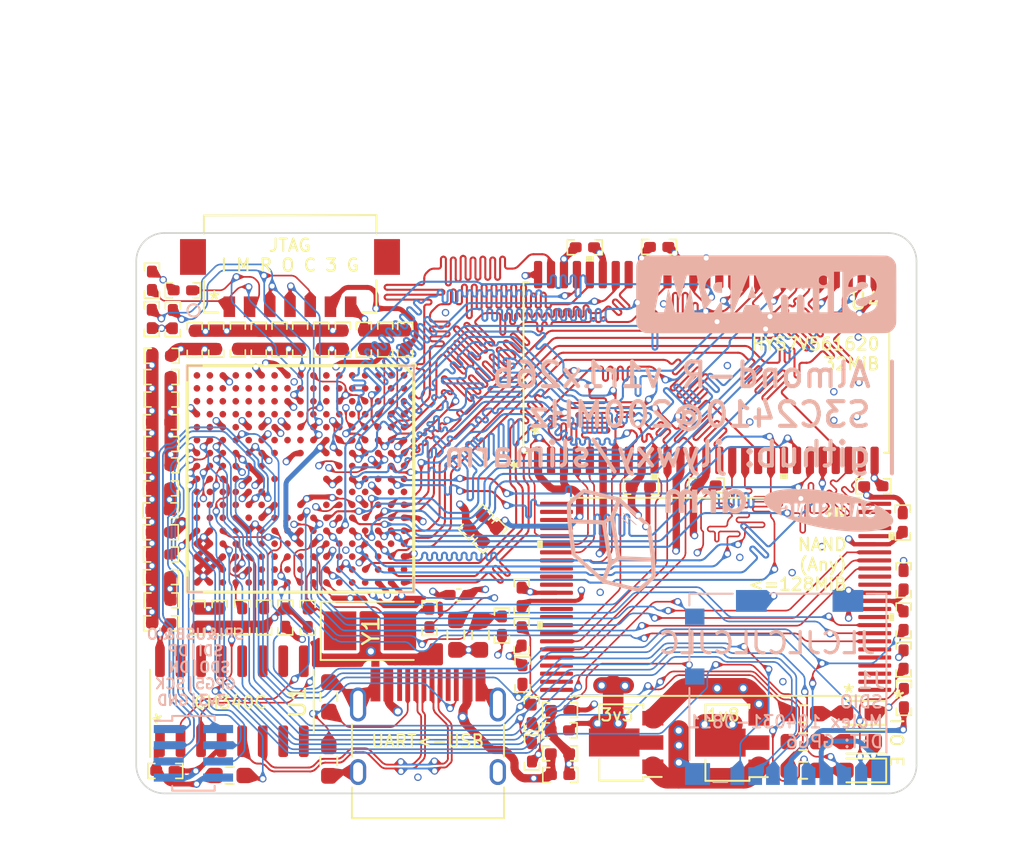
<source format=kicad_pcb>
(kicad_pcb (version 20221018) (generator pcbnew)
  (layers (0 "F.Cu" signal) (1 "In1.Cu" signal) (2 "In2.Cu" signal) (31 "B.Cu" signal) (34 "B.Paste" user) (35 "F.Paste" user) (36 "B.SilkS" user "B.Silkscreen") (37 "F.SilkS" user "F.Silkscreen") (38 "B.Mask" user) (39 "F.Mask" user) (44 "Edge.Cuts" user))
  (net 0 "")
  (net 1 "GND")
  (net 2 "/XTAL_OUT")
  (net 3 "/XTAL_IN")
  (net 4 "/NRESET")
  (net 5 "+3V3")
  (net 6 "Net-(IC1-UPLLCAP)")
  (net 7 "+5V")
  (net 8 "+1V8")
  (net 9 "Net-(IC1-MPLLCAP)")
  (net 10 "/BUS_DAT15")
  (net 11 "/BUS_DAT11")
  (net 12 "/BUS_DAT6")
  (net 13 "/BUS_DAT1")
  (net 14 "/BUS_ADR13")
  (net 15 "/BUS_ADR6")
  (net 16 "/BUS_ADR2")
  (net 17 "/DRAM_DQML")
  (net 18 "/BUS_DAT13")
  (net 19 "/BUS_DAT9")
  (net 20 "/BUS_DAT5")
  (net 21 "/BUS_DAT0")
  (net 22 "/BUS_ADR24")
  (net 23 "/BUS_ADR12")
  (net 24 "/BUS_ADR8")
  (net 25 "/BUS_ADR4")
  (net 26 "/DRAM_NSRAS")
  (net 27 "/DRAM_DQMU")
  (net 28 "/BUS_DAT12")
  (net 29 "/BUS_DAT7")
  (net 30 "/BUS_DAT4")
  (net 31 "/BUS_ADR7")
  (net 32 "/BUS_ADR3")
  (net 33 "/DRAM_NSCAS")
  (net 34 "/BUS_DAT14")
  (net 35 "/BUS_DAT10")
  (net 36 "/BUS_DAT2")
  (net 37 "/BUS_ADR10")
  (net 38 "/BUS_ADR5")
  (net 39 "/BUS_ADR1")
  (net 40 "/DRAM_SCKE")
  (net 41 "/BUS_DAT3")
  (net 42 "/BUS_ADR23")
  (net 43 "/BUS_ADR11")
  (net 44 "/BUS_NWE")
  (net 45 "/BUS_DAT8")
  (net 46 "/DRAM_SCLK")
  (net 47 "/DRAM_CS")
  (net 48 "/BUS_ADR9")
  (net 49 "/BUS_NWAIT")
  (net 50 "/JTAG_NTRST")
  (net 51 "/JTAG_TCK")
  (net 52 "/JTAG_TDI")
  (net 53 "/JTAG_TMS")
  (net 54 "/JTAG_TDO")
  (net 55 "Net-(D1-A)")
  (net 56 "/USB_DP")
  (net 57 "/USB_DN")
  (net 58 "/GPIO_G0")
  (net 59 "/GPIO_G2")
  (net 60 "/GPIO_G1")
  (net 61 "Net-(D2-A)")
  (net 62 "Net-(D3-A)")
  (net 63 "/NAND_ALE")
  (net 64 "/NAND_NFWE")
  (net 65 "/NAND_NFRE")
  (net 66 "/NAND_NFCE")
  (net 67 "/NAND_CLE")
  (net 68 "/SPI0_CLK")
  (net 69 "/NAND_RNB")
  (net 70 "/SPI0_MISO")
  (net 71 "/SPI0_MOSI")
  (net 72 "Net-(J4-CC1)")
  (net 73 "/CH_DP")
  (net 74 "/CH_DN")
  (net 76 "Net-(J4-CC2)")
  (net 94 "/OM0")
  (net 96 "/UART_TX")
  (net 97 "/UART_RX")
  (net 230 "/GPIO_G5")
  (net 244 "/SD_DAT2")
  (net 245 "/SD_DAT3")
  (net 246 "/SD_CMD")
  (net 247 "/SD_CLK")
  (net 248 "/SD_DAT0")
  (net 249 "/SD_DAT1")
  (net 250 "/SD_DET")
  (net 251 "Net-(J1-DET_B)")
  (footprint "Library:0402" (layer "F.Cu") (at 48.29 44.46 180)
    (fp_text reference "C48" hide)
    (fp_text value "100nF")
  )
  (footprint "Resistor_SMD:R_0603_1608Metric_Pad0.98x0.95mm_HandSolder" (layer "F.Cu") (at 34 40.97 -90)
    (fp_text reference "R7" hide)
    (fp_text value "5.1k")
  )
  (footprint "Library:0402" (layer "F.Cu") (at 25.71 18.91 -90)
    (fp_text reference "C21" hide)
    (fp_text value "100nF")
  )
  (footprint "Library:0402" (layer "F.Cu") (at 30.95 18.89 -90)
    (fp_text reference "C40" hide)
    (fp_text value "100nF")
  )
  (footprint "Library:0402" (layer "F.Cu") (at 49.83 13.18)
    (fp_text reference "C14" hide)
    (fp_text value "100nF")
  )
  (footprint "Library:0402" (layer "F.Cu") (at 31.31 36.0675 -90)
    (fp_text reference "C35" hide)
    (fp_text value "100nF")
  )
  (footprint "Library:0402" (layer "F.Cu") (at 23.6525 25.34)
    (fp_text reference "C43" hide)
    (fp_text value "100nF")
  )
  (footprint "Library:BGA272C80P17X17_1400X1400X116" (layer "F.Cu") (at 32.25 27.5 -90)
    (fp_text reference "IC1" hide)
    (fp_text value "S3C2410AXX-YO" hide)
  )
  (footprint "LED_SMD:LED_0603_1608Metric_Pad1.05x0.95mm_HandSolder" (layer "F.Cu") (at 66.77 41.962 180)
    (fp_text reference "D2" hide)
    (fp_text value "LED")
  )
  (footprint "Library:0402" (layer "F.Cu") (at 38.72 18.89 -90)
    (fp_text reference "C18" hide)
    (fp_text value "100nF")
  )
  (footprint "Library:0402" (layer "F.Cu") (at 25.88 36.08 90)
    (fp_text reference "C28" hide)
    (fp_text value "100nF")
  )
  (footprint "Library:0402" (layer "F.Cu") (at 57.35 27.9 180)
    (fp_text reference "C26" hide)
    (fp_text value "100nF")
  )
  (footprint "Library:0402" (layer "F.Cu") (at 27.25 36.08 90)
    (fp_text reference "C30" hide)
    (fp_text value "100nF")
  )
  (footprint "Library:0402" (layer "F.Cu") (at 69.48 30.2 -90)
    (fp_text reference "C11" hide)
    (fp_text value "100nF")
  )
  (footprint "Library:0402" (layer "F.Cu") (at 69.53 33.76 -90)
    (fp_text reference "C25" hide)
    (fp_text value "100nF")
  )
  (footprint "Package_TO_SOT_SMD:SOT-89-3" (layer "F.Cu") (at 52.08 43.79 180)
    (fp_text reference "U6" hide)
    (fp_text value "AMS1117")
  )
  (footprint "Library:0402" (layer "F.Cu") (at 69.55 41.04 -90)
    (fp_text reference "C7" hide)
    (fp_text value "100nF")
  )
  (footprint "Library:0402" (layer "F.Cu") (at 36.17 18.9 -90)
    (fp_text reference "C41" hide)
    (fp_text value "100nF")
  )
  (footprint "Library:0402" (layer "F.Cu") (at 53.29 27.98 180)
    (fp_text reference "C24" hide)
    (fp_text value "100nF")
  )
  (footprint "Library:0402" (layer "F.Cu") (at 23.66 21.2)
    (fp_text reference "C45" hide)
    (fp_text value "100nF")
  )
  (footprint "Library:0402" (layer "F.Cu") (at 23.06 17.61 90)
    (fp_text reference "R14" hide)
    (fp_text value "10k")
  )
  (footprint "Library:0402" (layer "F.Cu") (at 40.22 36.09 90)
    (fp_text reference "C12" hide)
    (fp_text value "22pF")
  )
  (footprint "Library:0402" (layer "F.Cu") (at 23.6225 30.794)
    (fp_text reference "C38" hide)
    (fp_text value "100nF")
  )
  (footprint "LED_SMD:LED_0603_1608Metric_Pad1.05x0.95mm_HandSolder" (layer "F.Cu") (at 66.795 45.518 180)
    (fp_text reference "D3" hide)
    (fp_text value "LED")
  )
  (footprint "Library:0402" (layer "F.Cu") (at 34.87 18.89 -90)
    (fp_text reference "C22" hide)
    (fp_text value "100nF")
  )
  (footprint "jlywxy:DF13A-7P-1.25H21" (layer "F.Cu") (at 27.8529 17.082 180)
    (fp_text reference "J3" hide)
    (fp_text value "DF13A-7P-1.25H21" hide)
  )
  (footprint "Library:0402" (layer "F.Cu") (at 32.23 18.89 -90)
    (fp_text reference "C39" hide)
    (fp_text value "100nF")
  )
  (footprint "Library:0402" (layer "F.Cu") (at 48.28 43.04)
    (fp_text reference "C50" hide)
    (fp_text value "100nF")
  )
  (footprint "Library:0402" (layer "F.Cu") (at 48.3 45.8 180)
    (fp_text reference "C17" hide)
    (fp_text value "100nF")
  )
  (footprint "Library:0402" (layer "F.Cu") (at 43.09 30.16 45)
    (fp_text reference "C3" hide)
    (fp_text value "100nF")
  )
  (footprint "jlywxy:HY57V561620FTP" (layer "F.Cu") (at 57.3385 20.61155 90)
    (fp_text reference "U4")
    (fp_text value "HY57V561620FTP" hide)
  )
  (footprint "Library:0402" (layer "F.Cu") (at 23.6425 26.66)
    (fp_text reference "C37" hide)
    (fp_text value "100nF")
  )
  (footprint "Capacitor_SMD:C_0402_1005Metric_Pad0.74x0.62mm_HandSolder" (layer "F.Cu") (at 42.04 34.67 180)
    (fp_text reference "C29" hide)
    (fp_text value "100nF")
  )
  (footprint "jlywxy:M29W640FB70N6E" (layer "F.Cu") (at 57.912 34.7875 180)
    (fp_text reference "U5")
    (fp_text value "K9F5608U0C" hide)
  )
  (footprint "Library:0402" (layer "F.Cu") (at 54.42 13.16)
    (fp_text reference "C15" hide)
    (fp_text value "100nF")
  )
  (footprint "Library:0402" (layer "F.Cu") (at 44.702 36.57 -90)
    (fp_text reference "C51" hide)
    (fp_text value "100nF")
  )
  (footprint "Package_SO:SOIC-16_3.9x9.9mm_P1.27mm" (layer "F.Cu") (at 28.01 41.24 90)
    (fp_text reference "U1")
    (fp_text value "CH340C")
  )
  (footprint "Library:0402" (layer "F.Cu") (at 23.63 33.57)
    (fp_text reference "C42" hide)
    (fp_text value "100nF")
  )
  (footprint "Library:0402" (layer "F.Cu") (at 29.67 18.9 -90)
    (fp_text reference "C46" hide)
    (fp_text value "100nF")
  )
  (footprint "Resistor_SMD:R_0603_1608Metric_Pad0.98x0.95mm_HandSolder" (layer "F.Cu") (at 34 44.94 90)
    (fp_text reference "R12" hide)
    (fp_text value "5.1k")
  )
  (footprint "Library:0402" (layer "F.Cu") (at 24.36 17.62 90)
    (fp_text reference "R15" hide)
    (fp_text value "10k")
  )
  (footprint "Library:0402" (layer "F.Cu") (at 23.63 32.17)
    (fp_text reference "C31" hide)
    (fp_text value "100nF")
  )
  (footprint "Library:0402" (layer "F.Cu") (at 27.04 18.9 -90)
    (fp_text reference "C19" hide)
    (fp_text value "100nF")
  )
  (footprint "Library:0402" (layer "F.Cu") (at 28.65 36.07 -90)
    (fp_text reference "C2" hide)
    (fp_text value "5pF")
  )
  (footprint "Resistor_SMD:R_0603_1608Metric_Pad0.98x0.95mm_HandSolder" (layer "F.Cu") (at 27.87 45.83)
    (fp_text reference "R13" hide)
    (fp_text value "0")
  )
  (footprint "Library:0402" (layer "F.Cu") (at 45.92 34.79 -90)
    (fp_text reference "C13" hide)
    (fp_text value "100nF")
  )
  (footprint "Resistor_SMD:R_0603_1608Metric_Pad0.98x0.95mm_HandSolder" (layer "F.Cu") (at 43.376 37.1525 -90)
    (fp_text reference "R2" hide)
    (fp_text value "10k")
  )
  (footprint "Library:0402" (layer "F.Cu") (at 23.66 22.59)
    (fp_text reference "C33" hide)
    (fp_text value "100nF")
  )
  (footprint "LED_SMD:LED_0603_1608Metric_Pad1.05x0.95mm_HandSolder" (layer "F.Cu") (at 66.795 43.74 180)
    (fp_text reference "D1" hide)
    (fp_text value "LED")
  )
  (footprint "Library:0402" (layer "F.Cu") (at 28.38 18.89 -90)
    (fp_text reference "C47" hide)
    (fp_text value "100nF")
  )
  (footprint "Library:0402" (layer "F.Cu") (at 33.54 18.89 -90)
    (fp_text reference "C23" hide)
    (fp_text value "100nF")
  )
  (footprint "Library:0402" (layer "F.Cu") (at 30 36.07 -90)
    (fp_text reference "C1" hide)
    (fp_text value "5pF")
  )
  (footprint "Crystal:Crystal_SMD_5032-2Pin_5.0x3.2mm" (layer "F.Cu") (at 36.55 36.89)
    (fp_text reference "Y1")
    (fp_text value "12MHz")
  )
  (footprint "Library:0402" (layer "F.Cu") (at 67.66 27.95)
    (fp_text reference "C27" hide)
    (fp_text value "100nF")
  )
  (footprint "Library:0402" (layer "F.Cu") (at 46.56 44.4 90)
    (fp_text reference "R11" hide)
    (fp_text value "100k")
  )
  (footprint "Resistor_SMD:R_0603_1608Metric_Pad0.98x0.95mm_HandSolder" (layer "F.Cu") (at 41.852 37.1525 90)
    (fp_text reference "R1" hide)
    (fp_text value "1.5k")
  )
  (footprint "Library:0402" (layer "F.Cu") (at 43.97 31 45)
    (fp_text reference "C5" hide)
    (fp_text value "100nF")
  )
  (footprint "Library:0402" (layer "F.Cu") (at 48.3 41.78)
    (fp_text reference "C49" hide)
    (fp_text value "100nF")
  )
  (footprint "Library:0402" (layer "F.Cu") (at 32.7 36.08 90)
    (fp_text reference "C6" hide)
    (fp_text value "22pF")
  )
  (footprint "Package_TO_SOT_SMD:SOT-89-3" (layer "F.Cu") (at 58.64 43.8 180)
    (fp_text reference "U7" hide)
    (fp_text value "AMS1117-1.8")
  )
  (footprint "Library:0402" (layer "F.Cu") (at 23.64 36.42)
    (fp_text reference "C9" hide)
    (fp_text value "100nF")
  )
  (footprint "Library:0402" (layer "F.Cu") (at 46.54 42.02 90)
    (fp_text reference "R8" hide)
    (fp_text value "100k")
  )
  (footprint "Connector_USB:USB_C_Receptacle_HRO_TYPE-C-31-M-12" (layer "F.Cu") (at 40.13 44.57)
    (fp_text reference "J4" hide)
    (fp_text value "USB_C_Receptacle_USB2.0")
  )
  (footprint "Library:0402" (layer "F.Cu") (at 45.92 37.23 -90)
    (fp_text reference "R20" hide)
    (fp_text value "10k")
  )
  (footprint "Resistor_SMD:R_0603_1608Metric_Pad0.98x0.95mm_HandSolder" (layer "F.Cu") (at 63.32 42.012)
    (fp_text reference "R5" hide)
    (fp_text value "5.6k")
  )
  (footprint "Library:0402" (layer "F.Cu") (at 23.9 45.55)
    (fp_text reference "C16" hide)
    (fp_text value "100nF")
  )
  (footprint "Library:0402" (layer "F.Cu") (at 45.97 39.59 -90)
    (fp_text reference "R10" hide)
    (fp_text value "100k")
  )
  (footprint "Library:0402" (layer "F.Cu") (at 37.49 18.88 -90)
    (fp_text reference "C34" hide)
    (fp_text value "100nF")
  )
  (footprint "Library:0402" (layer "F.Cu") (at 23.07 15.25 -90)
    (fp_text reference "R17" hide)
    (fp_text value "10k")
  )
  (footprint "Resistor_SMD:R_0603_1608Metric_Pad0.98x0.95mm_HandSolder" (layer "F.Cu") (at 63.32 45.512)
    (fp_text reference "R6" hide)
    (fp_text value "5.6k")
  )
  (footprint "Library:0402" (layer "F.Cu") (at 23.68 19.89)
    (fp_text reference "C32" hide)
    (fp_text value "100nF")
  )
  (footprint "Library:0402" (layer "F.Cu") (at 23.6025 29.44)
    (fp_text reference "C20" hide)
    (fp_text value "100nF")
  )
  (footprint "Library:0402" (layer "F.Cu") (at 69.53 36.26 -90)
    (fp_text reference "R3" hide)
    (fp_text value "10k")
  )
  (footprint "Library:0402" (layer "F.Cu") (at 23.66 35.01)
    (fp_text reference "C36" hide)
    (fp_text value "100nF")
  )
  (footprint "Library:0402" (layer "F.Cu") (at 23.6325 28.08)
    (fp_text reference "C4" hide)
    (fp_text value "100nF")
  )
  (footprint "Library:0402" (layer "F.Cu") (at 23.63 23.99)
    (fp_text reference "C44" hide)
    (fp_text value "100nF")
  )
  (footprint "Resistor_SMD:R_0603_1608Metric_Pad0.98x0.95mm_HandSolder" (layer "F.Cu") (at 63.327 43.74)
    (fp_text reference "R4" hide)
    (fp_text value "5.6k")
  )
  (footprint "Library:0402" (layer "F.Cu") (at 24.98 15.84)
    (fp_text reference "R16" hide)
    (fp_text value "10k")
  )
  (footprint "Library:0402" (layer "F.Cu") (at 69.53 38.66 -90)
    (fp_text reference "R9" hide)
    (fp_text value "100k")
  )
  (footprint "Library:image_arm" (layer "B.Cu") (at 57.31 28.88 180)
    (fp_text reference "G***" hide)
    (fp_text value "LOGO" hide)
  )
  (footprint "jlywxy:image_slimarm" (layer "B.Cu") (at 60.987146 16.052557 180)
    (fp_text reference "G***" hide)
    (fp_text value "LOGO" hide)
  )
  (footprint "Library:image_samsung" (layer "B.Cu") (at 64.89 29.43 180)
    (fp_text reference "G***" hide)
    (fp_text value "LOGO" hide)
  )
  (footprint "jlywxy:image_monazite_baremetal" (layer "B.Cu") (at 51.42899 31.45507 180)
    (fp_text reference "G***" hide)
    (fp_text value "LOGO" hide)
  )
  (footprint "Connector_Card:microSD_HC_Molex_104031-0811" (layer "B.Cu") (at 62.36 40.415)
    (fp_text reference "J1")
    (fp_text value "Micro_SD_Card_Det_Hirose_DM3AT")
  )
  (footprint "Connector_PinSocket_1.00mm:PinSocket_2x04_P1.00mm_Vertical_SMD" (layer "B.Cu") (at 25.635 44.46 180)
    (fp_text reference "J2" hide)
    (fp_text value "Conn_02x04_Counter_Clockwise")
  )
  (gr_line (start 39.26 21.402) (end 39.26 20.498) (stroke (width 0.127)) (layer "B.SilkS"))
  (gr_line (start 25.25 20.506) (end 25.25 21.41) (stroke (width 0.127)) (layer "B.SilkS"))
  (gr_line (start 25.266 34.49) (end 26.17 34.49) (stroke (width 0.127)) (layer "B.SilkS"))
  (gr_line (start 38.348 34.49) (end 39.252 34.49) (stroke (width 0.127)) (layer "B.SilkS"))
  (gr_line (start 39.254 20.5) (end 38.35 20.5) (stroke (width 0.127)) (layer "B.SilkS"))
  (gr_line (start 68.81 20.247437) (end 68.81 27.152562) (stroke (width 0.254)) (layer "B.SilkS"))
  (gr_line (start 25.26 33.588) (end 25.26 34.492) (stroke (width 0.127)) (layer "B.SilkS"))
  (gr_line (start 26.152 20.5) (end 25.248 20.5) (stroke (width 0.127)) (layer "B.SilkS"))
  (gr_line (start 39.25 34.484) (end 39.25 33.58) (stroke (width 0.127)) (layer "B.SilkS"))
  (gr_line (start 22.1 45.19686) (end 22.1 14.032145) (stroke (width 0.1)) (layer "Edge.Cuts"))
  (gr_arc (start 68.589423 12.3) (mid 69.820021 12.811544) (end 70.329457 14.042998) (stroke (width 0.1)) (layer "Edge.Cuts"))
  (gr_line (start 68.588558 46.9392) (end 23.839377 46.9392) (stroke (width 0.1)) (layer "Edge.Cuts"))
  (gr_arc (start 23.839377 46.9392) (mid 22.609259 46.427846) (end 22.1 45.19686) (stroke (width 0.1)) (layer "Edge.Cuts"))
  (gr_line (start 23.835085 12.3) (end 68.589423 12.3) (stroke (width 0.1)) (layer "Edge.Cuts"))
  (gr_line (start 70.329457 14.042998) (end 70.329469 45.201252) (stroke (width 0.1)) (layer "Edge.Cuts"))
  (gr_arc (start 22.1 14.032145) (mid 22.609237 12.807158) (end 23.835085 12.3) (stroke (width 0.1)) (layer "Edge.Cuts"))
  (gr_arc (start 70.329469 45.201252) (mid 69.818533 46.430359) (end 68.588558 46.9392) (stroke (width 0.1)) (layer "Edge.Cuts"))
  (gr_text "SDIO\nMolex 104031-0811\nDET: GPG6" (at 68.33 42.51) (layer "B.SilkS") (effects (font (size 0.762 0.762) (thickness 0.127)) (justify left mirror)))
  (gr_text "Almond-R v1r1x26b\nS3C2410@200MHz\ngithub: jlywxy/slimarm" (at 67.65 26.87) (layer "B.SilkS") (effects (font (size 1.524 1.524) (thickness 0.254) bold) (justify left bottom mirror)))
  (gr_text " SPI&USB&IO\n SDI|DP\nSDO|DN\n GPG5|SCK\n  3v3|GND" (at 26 39.14) (layer "B.SilkS") (effects (font (size 0.635 0.635) (thickness 0.127)) (justify mirror)))
  (gr_text "JLCJLCJLCJLC" (at 67.91 38.41) (layer "B.SilkS") (effects (font (size 1.3 1.3) (thickness 0.2)) (justify left bottom mirror)))
  (gr_text "UART<-USB" (at 40.11 43.7) (layer "F.SilkS") (effects (font (size 0.762 0.762) (thickness 0.127))))
  (gr_text "CH340C" (at 30.24 41.31) (layer "F.SilkS") (effects (font (size 0.762 0.762) (thickness 0.127)) (justify right)))
  (gr_text "JTAG\nI M R O C 3 G" (at 31.6 13.67) (layer "F.SilkS") (effects (font (size 0.762 0.762) (thickness 0.127))))
  (gr_text "I O E" (at 69.1 43.8 270) (layer "F.SilkS") (effects (font (size 0.762 0.762) (thickness 0.127))))
  (gr_text "1v8" (at 57.28 42.095) (layer "F.SilkS") (effects (font (size 0.762 0.762) (thickness 0.127)) (justify left)))
  (gr_text "NAND\n(Any)\n<=128MiB" (at 66.09 32.78) (layer "F.SilkS") (effects (font (size 0.762 0.762) (thickness 0.127)) (justify right)))
  (gr_text "SDR SDRAM\nHY57V561620\n32MiB" (at 68.12 19.16) (layer "F.SilkS") (effects (font (size 0.762 0.762) (thickness 0.127)) (justify right)))
  (gr_text "3v3" (at 50.72 42.085) (layer "F.SilkS") (effects (font (size 0.762 0.762) (thickness 0.127)) (justify left)))
  (segment (start 26.21121 45.97879) (end 25.83 46.36) (width 0.1016) (layer "F.Cu") (net 1))
  (segment (start 50.81121 32.03469) (end 50.73 32.1159) (width 0.4572) (layer "F.Cu") (net 1))
  (segment (start 34.49469 24.94469) (end 34.65 25.1) (width 0.1016) (layer "F.Cu") (net 1))
  (segment (start 36.208374 17.620748) (end 36.18 17.649122) (width 0.3048) (layer "F.Cu") (net 1))
  (segment (start 47.7125 42.7) (end 47.7125 43.10458) (width 0.508) (layer "F.Cu") (net 1))
  (segment (start 33.58159 34.172951) (end 34.159849 34.75121) (width 0.1016) (layer "F.Cu") (net 1))
  (segment (start 53.73 30.20479) (end 53.73 28.0375) (width 0.3048) (layer "F.Cu") (net 1))
  (segment (start 36.1804 18.3225) (end 36.1804 18.3325) (width 0.762) (layer "F.Cu") (net 1))
  (segment (start 25.85 31.5) (end 26.65 32.3) (width 0.3048) (layer "F.Cu") (net 1))
  (segment (start 48.5374 13.9051) (end 48.5374 14.87115) (width 0.381) (layer "F.Cu") (net 1))
  (segment (start 67.59101 16.48899) (end 66.8 17.28) (width 0.254) (layer "F.Cu") (net 1))
  (segment (start 27.45 24.307936) (end 27.042064 23.9) (width 0.3048) (layer "F.Cu") (net 1))
  (segment (start 33.05 32.3) (end 33.28401 32.53401) (width 0.1016) (layer "F.Cu") (net 1))
  (segment (start 34.519059 34.9) (end 34.55 34.9) (width 0.1016) (layer "F.Cu") (net 1))
  (segment (start 69.55 40.68) (end 68.41679 41.81321) (width 0.1016) (layer "F.Cu") (net 1))
  (segment (start 33.4328 32.89322) (end 33.4328 33.813741) (width 0.1016) (layer "F.Cu") (net 1))
  (segment (start 29.49 20.63479) (end 29.49 20.61) (width 0.1016) (layer "F.Cu") (net 1))
  (segment (start 27.042064 23.9) (end 27.042064 23.899999) (width 0.3048) (layer "F.Cu") (net 1))
  (segment (start 41.08 35.69229) (end 41.08 35.69) (width 0.1016) (layer "F.Cu") (net 1))
  (segment (start 25.85 33.1) (end 26.65 32.3) (width 0.3048) (layer "F.Cu") (net 1))
  (segment (start 60.014564 45.855436) (end 60.58 45.29) (width 1.27) (layer "F.Cu") (net 1))
  (segment (start 36.25 32.3) (end 35.89 32.66) (width 0.3048) (layer "F.Cu") (net 1))
  (segment (start 29.449999 30.299999) (end 29.665 30.515) (width 0.3048) (layer "F.Cu") (net 1))
  (segment (start 50.81726 32.000768) (end 50.77476 32.045083) (width 0.254) (layer "F.Cu") (net 1))
  (segment (start 26.65 30.7) (end 25.85 31.5) (width 0.3048) (layer "F.Cu") (net 1))
  (segment (start 67.67 43.74) (end 67.67 44.59) (width 0.1016) (layer "F.Cu") (net 1))
  (segment (start 31.051632 23.94) (end 31.066321 23.925311) (width 0.1016) (layer "F.Cu") (net 1))
  (segment (start 26.65 31.48) (end 26.26 31.09) (width 0.3048) (layer "F.Cu") (net 1))
  (segment (start 29.270395 30.479605) (end 29.05 30.7) (width 0.3048) (layer "F.Cu") (net 1))
  (segment (start 57.01 30.527926) (end 57.01 29.024603) (width 0.1016) (layer "F.Cu") (net 1))
  (segment (start 49.2625 13.18) (end 48.5374 13.9051) (width 0.381) (layer "F.Cu") (net 1))
  (segment (start 34.26 30.29) (end 34.26 30.299974) (width 0.1016) (layer "F.Cu") (net 1))
  (segment (start 36.65 27.9) (end 36.65 27.892064) (width 0.1016) (layer "F.Cu") (net 1))
  (segment (start 34.44292 45.62) (end 35.81 45.62) (width 0.3048) (layer "F.Cu") (net 1))
  (segment (start 30.37 18.3325) (end 34.86 18.3325) (width 0.762) (layer "F.Cu") (net 1))
  (segment (start 34.26 30.299974) (end 34.258993 30.298967) (width 0.1016) (layer "F.Cu") (net 1))
  (segment (start 55.48 27.56) (end 55.48 31.93) (width 0.4572) (layer "F.Cu") (net 1))
  (segment (start 29.665 30.515) (end 29.85 30.7) (width 0.3048) (layer "F.Cu") (net 1))
  (segment (start 46.919375 14.88255) (end 46.18255 14.88255) (width 0.254) (layer "F.Cu") (net 1))
  (segment (start 38.72 18.3225) (end 36.1804 18.3225) (width 0.762) (layer "F.Cu") (net 1))
  (segment (start 25.85 32.3) (end 26.65 31.5) (width 0.3048) (layer "F.Cu") (net 1))
  (segment (start 67.306704 28.556704) (end 67.25 28.5) (width 0.3048) (layer "F.Cu") (net 1))
  (segment (start 34.242064 23.899999) (end 34.242064 23.912064) (width 0.1016) (layer "F.Cu") (net 1))
  (segment (start 35.33 34.88) (end 35.31 34.9) (width 0.1016) (layer "F.Cu") (net 1))
  (segment (start 29.85 24.3) (end 30.24 23.91) (width 0.3048) (layer "F.Cu") (net 1))
  (segment (start 57.079687 28.764593) (end 57.082827 28.759155) (width 0.1016) (layer "F.Cu") (net 1))
  (segment (start 35.65678 22.3172) (end 35.0328 22.3172) (width 0.1016) (layer "F.Cu") (net 1))
  (segment (start 31.5525 35.5) (end 32.7 36.6475) (width 0.3048) (layer "F.Cu") (net 1))
  (segment (start 29.665 30.515) (end 29.629605 30.479605) (width 0.3048) (layer "F.Cu") (net 1))
  (segment (start 46.14 14.84) (end 46.14 14.9359) (width 0.127) (layer "F.Cu") (net 1))
  (segment (start 34.55 34.9) (end 35.31 34.9) (width 0.1016) (layer "F.Cu") (net 1))
  (segment (start 35.89 32.688673) (end 35.880443 32.679116) (width 0.1016) (layer "F.Cu") (net 1))
  (segment (start 29.05 26.7) (end 29.85 27.5) (width 0.3048) (layer "F.Cu") (net 1))
  (segment (start 67.7398 16.12978) (end 67.7398 14.87115) (width 0.254) (layer "F.Cu") (net 1))
  (segment (start 53.6 30.44) (end 53.655605 30.384395) (width 0.3048) (layer "F.Cu") (net 1))
  (segment (start 34.347654 24.110799) (end 34.347654 24.652129) (width 0.1016) (layer "F.Cu") (net 1))
  (segment (start 37.85 33.9) (end 38.425605 34.475605) (width 0.3048) (layer "F.Cu") (net 1))
  (segment (start 23.99371 46.21121) (end 23.3325 45.55) (width 0.3048) (layer "F.Cu") (net 1))
  (segment (start 66.38271 34.5375) (end 67.74815 34.5375) (width 0.254) (layer "F.Cu") (net 1))
  (segment (start 31.09 23.94) (end 31.051632 23.94) (width 0.1016) (layer "F.Cu") (net 1))
  (segment (start 57.146 30.769136) (end 57.084395 30.707531) (width 0.1016) (layer "F.Cu") (net 1))
  (segment (start 30.37 18.3325) (end 25.72 18.3325) (width 0.762) (layer "F.Cu") (net 1))
  (segment (start 33.05 30.7) (end 32.81599 30.46599) (width 0.1016) (layer "F.Cu") (net 1))
  (segment (start 29.449999 30.292063) (end 29.449999 30.299999) (width 0.3048) (layer "F.Cu") (net 1))
  (segment (start 53.338 13.88492) (end 53.338 14.87115) (width 0.3048) (layer "F.Cu") (net 1))
  (segment (start 30.24 23.900026) (end 30.241007 23.901033) (width 0.1016) (layer "F.Cu") (net 1))
  (segment (start 57.010176 29.011239) (end 57.010964 28.981304) (width 0.1016) (layer "F.Cu") (net 1))
  (segment (start 35.81 41.2925) (end 36.88 40.2225) (width 0.3048) (layer "F.Cu") (net 1))
  (segment (start 47.7125 42.7) (end 47.7125 43.04) (width 0.508) (layer "F.Cu") (net 1))
  (segment (start 69.48 29.6325) (end 69.48 29.21042) (width 0.3048) (layer "F.Cu") (net 1))
  (segment (start 50.73 32.09) (end 50.73 32.1159) (width 0.1016) (layer "F.Cu") (net 1))
  (segment (start 48.8575 44.46) (end 48.8575 45.79) (width 0.508) (layer "F.Cu") (net 1))
  (segment (start 28.25 29.9) (end 29.05 30.7) (width 0.3048) (layer "F.Cu") (net 1))
  (segment (start 25.85 23.491963) (end 25.46149 23.103453) (width 0.3048) (layer "F.Cu") (net 1))
  (segment (start 34.57629 40.20629) (end 35.81 41.44) (width 0.3048) (layer "F.Cu") (net 1))
  (segment (start 26.25 28.707936) (end 26.25 28.11042) (width 0.1016) (layer "F.Cu") (net 1))
  (segment (start 68.900679 28.631099) (end 67.486309 28.631099) (width 0.3048) (layer "F.Cu") (net 1))
  (segment (start 36.18 17.89) (end 36.18 17.78631) (width 0.3048) (layer "F.Cu") (net 1))
  (segment (start 38.5 34.65521) (end 38.5 34.72) (width 0.3048) (layer "F.Cu") (net 1))
  (segment (start 23.3325 45.55) (end 23.3325 44.15792) (width 0.3048) (layer "F.Cu") (net 1))
  (segment (start 34.780604 25.230604) (end 34.65 25.1) (width 0.1016) (layer "F.Cu") (net 1))
  (segment (start 55.47 27.55) (end 55.48 27.56) (width 0.4572) (layer "F.Cu") (net 1))
  (segment (start 42.46 30.122146) (end 42.46 29.63042) (width 0.4572) (layer "F.Cu") (net 1))
  (segment (start 39.72879 30.04879) (end 39.82 30.14) (width 0.1016) (layer "F.Cu") (net 1))
  (segment (start 36.105605 17.606705) (end 35.3529 16.854) (width 0.3048) (layer "F.Cu") (net 1))
  (segment (start 34.922951 21.63159) (end 34.958405 21.667044) (width 0.1016) (layer "F.Cu") (net 1))
  (segment (start 23.0925 19.740296) (end 23.0925 34.17) (width 0.762) (layer "F.Cu") (net 1))
  (segment (start 57.146 31.48358) (end 57.146 30.769136) (width 0.1016) (layer "F.Cu") (net 1))
  (segment (start 38.65 29.9) (end 39.36958 29.9) (width 0.3048) (layer "F.Cu") (net 1))
  (segment (start 29.4672 32.92762) (end 29.4672 36.5803) (width 0.1016) (layer "F.Cu") (net 1))
  (segment (start 25.89 36.6375) (end 29.41 36.6375) (width 0.762) (layer "F.Cu") (net 1))
  (segment (start 55.7383 26.35195) (end 55.7383 27.07128) (width 0.4572) (layer "F.Cu") (net 1))
  (segment (start 44.55321 38.27679) (end 44.45 38.38) (width 0.1016) (layer "F.Cu") (net 1))
  (segment (start 42.688717 30.561283) (end 42.60879 30.481356) (width 0.4572) (layer "F.Cu") (net 1))
  (segment (start 50.96 26.403475) (end 50.96 31.67548) (width 0.4572) (layer "F.Cu") (net 1))
  (segment (start 33.32121 29.34121) (end 33.2 29.22) (width 0.1016) (layer "F.Cu") (net 1))
  (segment (start 55.48 31.93) (end 55.46 31.95) (width 0.4572) (layer "F.Cu") (net 1))
  (segment (start 29.05 32.3) (end 29.31841 32.56841) (width 0.1016) (layer "F.Cu") (net 1))
  (segment (start 25.85 32.3) (end 26.65 33.1) (width 0.3048) (layer "F.Cu") (net 1))
  (segment (start 34.65 26.7) (end 34.50239 26.55239) (width 0.1016) (layer "F.Cu") (net 1))
  (segment (start 33.05 21.1) (end 33.28401 21.33401) (width 0.1016) (layer "F.Cu") (net 1))
  (segment (start 43.38 40.37) (end 44.45 41.44) (width 0.3048) (layer "F.Cu") (net 1))
  (segment (start 69.33121 28.85121) (end 69.259889 28.779889) (width 0.3048) (layer "F.Cu") (net 1))
  (segment (start 33.825341 29.49) (end 33.68042 29.49) (width 0.1016) (layer "F.Cu") (net 1))
  (segment (start 66.13 34.39) (end 66.203105 34.463105) (width 0.254) (layer "F.Cu") (net 1))
  (segment (start 23.0925 35.01) (end 23.0925 36.4) (width 0.762) (layer "F.Cu") (net 1))
  (segment (start 35.0328 22.3172) (end 34.65 22.7) (width 0.1016) (layer "F.Cu") (net 1))
  (segment (start 32.45678 30.3172) (end 31.8428 30.3172) (width 0.1016) (layer "F.Cu") (net 1))
  (segment (start 30.24 23.91) (end 30.24 23.900026) (width 0.1016) (layer "F.Cu") (net 1))
  (segment (start 47.7125 41.8) (end 47.7125 42.7) (width 0.508) (layer "F.Cu") (net 1))
  (segment (start 57.161143 28.656357) (end 57.9175 27.9) (width 0.1016) (layer "F.Cu") (net 1))
  (segment (start 25.72 18.3325) (end 25.71 18.3425) (width 0.762) (layer "F.Cu") (net 1))
  (segment (start 55.58951 27.43049) (end 55.47 27.55) (width 0.4572) (layer "F.Cu") (net 1))
  (segment (start 26.65 32.3) (end 27.45 33.1) (width 0.3048) (layer "F.Cu") (net 1))
  (segment (start 31.376 26.43) (end 31.75721 26.04879) (width 0.3048) (layer "F.Cu") (net 1))
  (segment (start 25.85 33.9) (end 26.65 33.1) (width 0.3048) (layer "F.Cu") (net 1))
  (segment (start 34.276971 29.24879) (end 34.184551 29.34121) (width 0.1016) (layer "F.Cu") (net 1))
  (segment (start 67.67 45.518) (end 67.67 44.59) (width 0.1016) (layer "F.Cu") (net 1))
  (segment (start 29.85 21.1) (end 29.564395 20.814395) (width 0.3048) (layer "F.Cu") (net 1))
  (segment (start 35.0328 21.846649) (end 35.0328 22.3172) (width 0.1016) (layer "F.Cu") (net 1))
  (segment (start 50.76733 32.05267) (end 50.73 32.09) (width 0.254) (layer "F.Cu") (net 1))
  (segment (start 25.83 46.36) (end 24.35292 46.36) (width 0.3048) (layer "F.Cu") (net 1))
  (segment (start 26.65 33.1) (end 27.45 32.3) (width 0.3048) (layer "F.Cu") (net 1))
  (segment (start 34.2 27.85) (end 34.23 27.85) (width 0.1016) (layer "F.Cu") (net 1))
  (segment (start 33.64322 21.4828) (end 34.563741 21.4828) (width 0.1016) (layer "F.Cu") (net 1))
  (segment (start 56.78 32.06) (end 56.99721 31.84279) (width 0.1016) (layer "F.Cu") (net 1))
  (segment (start 42.6075 34.67) (end 42.79871 34.47879) (width 0.3048) (layer "F.Cu") (net 1))
  (segment (start 57.019529 28.922252) (end 57.028943 28.887113) (width 0.1016) (layer "F.Cu") (net 1))
  (segment (start 31.8428 30.3172) (end 31.850001 30.309999) (width 0.1016) (layer "F.Cu") (net 1))
  (segment (start 41.43944 35.54121) (end 42.31065 34.67) (width 0.1016) (layer "F.Cu") (net 1))
  (segment (start 55.63 46.004226) (end 59.655354 46.004226) (width 1.27) (layer "F.Cu") (net 1))
  (segment (start 40.22 36.6575) (end 41.005605 35.871895) (width 0.1016) (layer "F.Cu") (net 1))
  (segment (start 26.65 33.9) (end 25.85 33.1) (width 0.3048) (layer "F.Cu") (net 1))
  (segment (start 42.31121 29.27121) (end 42.1 29.06) (width 0.4572) (layer "F.Cu") (net 1))
  (segment (start 31.1375 35.5) (end 30 36.6375) (width 0.3048) (layer "F.Cu") (net 1))
  (segment (start 34.14318 26.4036) (end 33.87682 26.4036) (width 0.1016) (layer "F.Cu") (net 1))
  (segment (start 53.8525 13.16) (end 53.48679 13.52571) (width 0.3048) (layer "F.Cu") (net 1))
  (segment (start 23.0925 34.17) (end 23.0925 35.01) (width 0.762) (layer "F.Cu") (net 1))
  (segment (start 34.65 29.9) (end 34.26 30.29) (width 0.1016) (layer "F.Cu") (net 1))
  (segment (start 23.0925 36.4) (end 23.0725 36.42) (width 0.762) (layer "F.Cu") (net 1))
  (segment (start 55.63 46.004226) (end 55.63 43.05) (width 1.27) (layer "F.Cu") (net 1))
  (segment (start 69.53 33.1925) (end 69.53 32.55) (width 0.3048) (layer "F.Cu") (net 1))
  (segment (start 67.24129 28.49129) (end 67.25 28.5) (width 0.1016) (layer "F.Cu") (net 1))
  (segment (start 54.954646 46.004226) (end 55.63 46.004226) (width 1.27) (layer "F.Cu") (net 1))
  (segment (start 57.3385 13.8585) (end 57.33 13.85) (width 0.1016) (layer "F.Cu") (net 1))
  (segment (start 57.3385 14.87115) (end 57.3385 13.8585) (width 0.3048) (layer "F.Cu") (net 1))
  (segment (start 46.18255 14.88255) (end 46.14 14.84) (width 0.127) (layer "F.Cu") (net 1))
  (segment (start 57.154293 28.663449) (end 57.1565 28.661123) (width 0.1016) (layer "F.Cu") (net 1))
  (segment (start 29.842063 27.5) (end 29.442064 27.899999) (width 0.3048) (layer "F.Cu") (net 1))
  (segment (start 54.03 45.29) (end 54.595436 45.855436) (width 1.27) (layer "F.Cu") (net 1))
  (segment (start 36.18 17.89) (end 36.18 18.3225) (width 0.3048) (layer "F.Cu") (net 1))
  (segment (start 36.18 17.649122) (end 36.18 17.89) (width 0.3048) (layer "F.Cu") (net 1))
  (segment (start 43.568717 31.401283) (end 42.728717 30.561283) (width 0.4572) (layer "F.Cu") (net 1))
  (segment (start 26.39879 27.75121) (end 26.65 27.5) (width 0.1016) (layer "F.Cu") (net 1))
  (segment (start 41.08 35.69) (end 41.08023 35.69) (width 0.1016) (layer "F.Cu") (net 1))
  (segment (start 31.45 24.3) (end 31.09 23.94) (width 0.3048) (layer "F.Cu") (net 1))
  (segment (start 35.89 32.66) (end 35.89 32.688673) (width 0.1016) (layer "F.Cu") (net 1))
  (segment (start 29.67 18.3325) (end 30.37 18.3325) (width 0.762) (layer "F.Cu") (net 1))
  (segment (start 29.41 36.6375) (end 30 36.6375) (width 0.762) (layer "F.Cu") (net 1))
  (segment (start 29.4672 36.5803) (end 29.41 36.6375) (width 0.1016) (layer "F.Cu") (net 1))
  (segment (start 34.58 27.5) (end 34.23 27.85) (width 0.3048) (layer "F.Cu") (net 1))
  (segment (start 44.702 37.1375) (end 44.702 37.91758) (width 0.1016) (layer "F.Cu") (net 1))
  (segment (start 46.44542 34.5375) (end 48.063175 34.5375) (width 0.254) (layer "F.Cu") (net 1))
  (segment (start 34.242064 23.899999) (end 34.273259 23.931194) (width 0.1016) (layer "F.Cu") (net 1))
  (segment (start 47.86129 43.46379) (end 48.8575 44.46) (width 0.508) (layer "F.Cu") (net 1))
  (segment (start 37.05 28.3) (end 36.65 27.9) (width 0.3048) (layer "F.Cu") (net 1))
  (segment (start 35.034581 25.304999) (end 34.960209 25.304999) (width 0.1016) (layer "F.Cu") (net 1))
  (segment (start 33.51761 26.55239) (end 33.39 26.68) (width 0.1016) (layer "F.Cu") (net 1))
  (segment (start 31.850001 30.309999) (end 31.850001 30.307936) (width 0.1016) (layer "F.Cu") (net 1))
  (segment (start 36.25 22.7) (end 36.01599 22.46599) (width 0.1016) (layer "F.Cu") (net 1))
  (segment (start 34.242064 23.912064) (end 34.65 24.32) (width 0.3048) (layer "F.Cu") (net 1))
  (segment (start 33.85 27.5) (end 34.2 27.85) (width 0.3048) (layer "F.Cu") (net 1))
  (segment (start 43.15792 34.33) (end 43.68 34.33) (width 0.3048) (layer "F.Cu") (net 1))
  (via (at 54.696 16.68) (size 0.4572) (drill 0.3048) (layers "F.Cu" "B.Cu") (net 1))
  (via (at 57.33 13.85) (size 0.4572) (drill 0.3048) (layers "F.Cu" "B.Cu") (net 1))
  (via (at 43.68 34.33) (size 0.4572) (drill 0.3048) (layers "F.Cu" "B.Cu") (net 1))
  (via (at 23.07 31.48) (size 0.4572) (drill 0.3048) (layers "F.Cu" "B.Cu") (net 1))
  (via (at 25.83 46.36) (size 0.4572) (drill 0.3048) (layers "F.Cu" "B.Cu") (net 1))
  (via (at 69.53 32.55) (size 0.4572) (drill 0.3048) (layers "F.Cu" "B.Cu") (net 1))
  (via (at 66.73 18.73) (size 0.4572) (drill 0.3048) (layers "F.Cu" "B.Cu") (net 1))
  (via (at 31.376 26.43) (size 0.4572) (drill 0.3048) (layers "F.Cu" "B.Cu") (net 1))
  (via (at 55.64 43.97) (size 0.6096) (drill 0.381) (layers "F.Cu" "B.Cu") (net 1))
  (via (at 58.639177 20.492268) (size 0.4572) (drill 0.3048) (layers "F.Cu" "B.Cu") (net 1))
  (via (at 39.82 30.14) (size 0.4572) (drill 0.3048) (layers "F.Cu" "B.Cu") (net 1))
  (via (at 60.026 23.98) (size 0.4572) (drill 0.3048) (layers "F.Cu" "B.Cu") (net 1))
  (via (at 59.406 32.35) (size 0.4572) (drill 0.3048) (layers "F.Cu" "B.Cu") (net 1))
  (via (at 68.615 41.615) (size 0.4572) (drill 0.3048) (layers "F.Cu" "B.Cu") (net 1))
  (via (at 26.38 18.38) (size 0.4572) (drill 0.3048) (layers "F.Cu" "B.Cu") (net 1))
  (via (at 23.06 24.66) (size 0.4572) (drill 0.3048) (layers "F.Cu" "B.Cu") (net 1))
  (via (at 39.51 45.94) (size 0.4572) (drill 0.3048) (layers "F.Cu" "B.Cu") (net 1))
  (via (at 48.8575 45.12) (size 0.4572) (drill 0.3048) (layers "F.Cu" "B.Cu") (net 1))
  (via (at 62.07 40.03) (size 0.4572) (drill 0.3048) (layers "F.Cu" "B.Cu") (net 1))
  (via (at 35.055471 31.902433) (size 0.4572) (drill 0.3048) (layers "F.Cu" "B.Cu") (net 1))
  (via (at 34.23 27.85) (size 0.4572) (drill 0.3048) (layers "F.Cu" "B.Cu") (net 1))
  (via (at 35.33 34.88) (size 0.4572) (drill 0.3048) (layers "F.Cu" "B.Cu") (net 1))
  (via (at 67.25 28.5) (size 0.4572) (drill 0.3048) (layers "F.Cu" "B.Cu") (net 1))
  (via (at 42.1 29.06) (size 0.4572) (drill 0.3048) (layers "F.Cu" "B.Cu") (net 1))
  (via (at 55.64 45.03) (size 0.6096) (drill 0.381) (layers "F.Cu" "B.Cu") (net 1))
  (via (at 66.8 17.28) (size 0.4572) (drill 0.3048) (layers "F.Cu" "B.Cu") (net 1))
  (via (at 34.258993 30.298967) (size 0.4572) (drill 0.3048) (layers "F.Cu" "B.Cu") (net 1))
  (via (at 23.07 35.72) (size 0.4572) (drill 0.3048) (layers "F.Cu" "B.Cu") (net 1))
  (via (at 23.06 30.16) (size 0.4572) (drill 0.3048) (layers "F.Cu" "B.Cu") (net 1))
  (via (at 25.46149 23.103453) (size 0.4572) (drill 0.3048) (layers "F.Cu" "B.Cu") (net 1))
  (via (at 50.776 34.51) (size 0.4572) (drill 0.3048) (layers "F.Cu" "B.Cu") (net 1))
  (via (at 23.07 20.47) (size 0.4572) (drill 0.3048) (layers "F.Cu" "B.Cu") (net 1))
  (via (at 23.07 27.42) (size 0.4572) (drill 0.3048) (layers "F.Cu" "B.Cu") (net 1))
  (via (at 23.07 32.87) (size 0.4572) (drill 0.3048) (layers "F.Cu" "B.Cu") (net 1))
  (via (at 26.25 28.707936) (size 0.4572) (drill 0.3048) (layers "F.Cu" "B.Cu") (net 1))
  (via (at 23.07 28.76) (size 0.4572) (drill 0.3048) (layers "F.Cu" "B.Cu") (net 1))
  (via (at 30.241007 23.901033) (size 0.4572) (drill 0.3048) (layers "F.Cu" "B.Cu") (net 1))
  (via (at 35.880443 32.679116) (size 0.4572) (drill 0.3048) (layers "F.Cu" "B.Cu") (net 1))
  (via (at 29.449999 30.292063) (size 0.4572) (drill 0.3048) (layers "F.Cu" "B.Cu") (net 1))
  (via (at 26.57 36.72) (size 0.4572) (drill 0.3048) (layers "F.Cu" "B.Cu") (net 1))
  (via (at 56.78 32.06) (size 0.4572) (drill 0.3048) (layers "F.Cu" "B.Cu") (net 1))
  (via (at 36.208374 17.620748) (size 0.4572) (drill 0.3048) (layers "F.Cu" "B.Cu") (net 1))
  (via (at 48.5374 13.9051) (size 0.4572) (drill 0.3048) (layers "F.Cu" "B.Cu") (net 1))
  (via (at 61.5 34.73) (size 0.4572) (drill 0.3048) (layers "F.Cu" "B.Cu") (net 1))
  (via (at 33.39 26.68) (size 0.4572) (drill 0.3048) (layers "F.Cu" "B.Cu") (net 1))
  (via (at 64.48 31.68) (size 0.4572) (drill 0.3048) (layers "F.Cu" "B.Cu") (net 1))
  (via (at 66.77 21.54) (size 0.4572) (drill 0.3048) (layers "F.Cu" "B.Cu") (net 1))
  (via (at 53.6 30.44) (size 0.4572) (drill 0.3048) (layers "F.Cu" "B.Cu") (net 1))
  (via (at 62.64 33.29) (size 0.4572) (drill 0.3048) (layers "F.Cu" "B.Cu") (net 1))
  (via (at 35.0328 22.3172) (size 0.4572) (drill 0.3048) (layers "F.Cu" "B.Cu") (net 1))
  (via (at 29.442064 27.899999) (size 0.4572) (drill 0.3048) (layers "F.Cu" "B.Cu") (net 1))
  (via (at 41.216 17.22) (size 0.4572) (drill 0.3048) (layers "F.Cu" "B.Cu") (net 1))
  (via (at 36.65 27.892064) (size 0.4572) (drill 0.3048) (layers "F.Cu" "B.Cu") (net 1))
  (via (at 50.73 32.1159) (size 0.4572) (drill 0.3048) (layers "F.Cu" "B.Cu") (net 1))
  (via (at 29.49 20.61) (size 0.4572) (drill 0.3048) (layers "F.Cu" "B.Cu") (net 1))
  (via (at 46.444837 34.479227) (size 0.4572) (drill 0.3048) (layers "F.Cu" "B.Cu") (net 1))
  (via (at 44.45 38.38) (size 0.4572) (drill 0.3048) (layers "F.Cu" "B.Cu") (net 1))
  (via (at 38.5 34.72) (size 0.4572) (drill 0.3048) (layers "F.Cu" "B.Cu") (net 1))
  (via (at 26.26 31.09) (size 0.4572) (drill 0.3048) (layers "F.Cu" "B.Cu") (net 1))
  (via (at 55.46 31.95) (size 0.4572) (drill 0.3048) (layers "F.Cu" "B.Cu") (net 1))
  (via (at 30.65 36.07) (size 0.4572) (drill 0.3048) (layers "F.Cu" "B.Cu") (net 1))
  (via (at 27.69 18.35) (size 0.4572) (drill 0.3048) (layers "F.Cu" "B.Cu") (net 1))
  (via (at 23.07 25.97) (size 0.4572) (drill 0.3048) (layers "F.Cu" "B.Cu") (net 1))
  (via (at 65.22 23.88) (size 0.4572) (drill 0.3048) (layers "F.Cu" "B.Cu") (net 1))
  (via (at 27.042064 23.899999) (size 0.4572) (drill 0.3048) (layers "F.Cu" "B.Cu") (net 1))
  (via (at 65.22 22.11) (size 0.4572) (drill 0.3048) (layers "F.Cu" "B.Cu") (net 1))
  (via (at 23.07 23.29) (size 0.4572) (drill 0.3048) (layers "F.Cu" "B.Cu") (net 1))
  (via (at 26.24 33.51) (size 0.4572) (drill 0.3048) (layers "F.Cu" "B.Cu") (net 1))
  (via (at 31.857937 21.499999) (size 0.4572) (drill 0.3048) (layers "F.Cu" "B.Cu") (net 1))
  (via (at 23.07 21.9) (size 0.4572) (drill 0.3048) (layers "F.Cu" "B.Cu") (net 1))
  (via (at 33.2 29.22) (size 0.4572) (drill 0.3048) (layers "F.Cu" "B.Cu") (net 1))
  (via (at 34.25 18.32) (size 0.4572) (drill 0.3048) (layers "F.Cu" "B.Cu") (net 1))
  (via (at 53.338 13.84) (size 0.4572) (drill 0.3048) (layers "F.Cu" "B.Cu") (net 1))
  (via (at 66.64 23.64) (size 0.4572) (drill 0.3048) (layers "F.Cu" "B.Cu") (net 1))
  (via (at 55.63 43.05) (size 0.6096) (drill 0.381) (layers "F.Cu" "B.Cu") (net 1))
  (via (at 66.13 34.39) (size 0.4572) (drill 0.3048) (layers "F.Cu" "B.Cu") (net 1))
  (via (at 31.850001 30.307936) (size 0.4572) (drill 0.3048) (layers "F.Cu" "B.Cu") (net 1))
  (via (at 46.14 14.9359) (size 0.4572) (drill 0.3048) (layers "F.Cu" "B.Cu") (net 1))
  (via (at 67.67 44.59) (size 0.4572) (drill 0.3048) (layers "F.Cu" "B.Cu") (net 1))
  (via (at 31.066321 23.925311) (size 0.4572) (drill 0.3048) (layers "F.Cu" "B.Cu") (net 1))
  (via (at 23.07 34.27) (size 0.4572) (drill 0.3048) (layers "F.Cu" "B.Cu") (net 1))
  (via (at 34.242064 23.899999) (size 0.4572) (drill 0.3048) (layers "F.Cu" "B.Cu") (net 1))
  (via (at 36.6 38.16) (size 0.6096) (drill 0.381) (layers "F.Cu" "B.Cu") (net 1))
  (arc (start 39.72879 30.04879) (mid 39.563983 29.93867) (end 39.36958 29.9) (width 0.3048) (layer "F.Cu") (net 1))
  (arc (start 69.259889 28.779889) (mid 69.095082 28.669769) (end 68.900679 28.631099) (width 0.3048) (layer "F.Cu") (net 1))
  (arc (start 38.425605 34.475605) (mid 38.480665 34.558008) (end 38.5 34.65521) (width 0.3048) (layer "F.Cu") (net 1))
  (arc (start 34.922951 21.63159) (mid 34.758144 21.52147) (end 34.563741 21.4828) (width 0.1016) (layer "F.Cu") (net 1))
  (arc (start 34.50239 26.55239) (mid 34.337583 26.44227) (end 34.14318 26.4036) (width 0.1016) (layer "F.Cu") (net 1))
  (arc (start 29.4672 32.92762) (mid 29.428531 32.733217) (end 29.31841 32.56841) (width 0.1016) (layer "F.Cu") (net 1))
  (arc (start 69.48 29.21042) (mid 69.441331 29.016017) (end 69.33121 28.85121) (width 0.3048) (layer "F.Cu") (net 1))
  (arc (start 29.270395 30.479605) (mid 29.45 30.40521) (end 29.629605 30.479605) (width 0.3048) (layer "F.Cu") (net 1))
  (arc (start 50.77476 32.045083) (mid 50.771065 32.048896) (end 50.76733 32.05267) (width 0.254) (layer "F.Cu") (net 1))
  (arc (start 55.7383 27.07128) (mid 55.699631 27.265683) (end 55.58951 27.43049) (width 0.4572) (layer "F.Cu") (net 1))
  (arc (start 57.082827 28.759155) (mid 57.115737 28.709194) (end 57.154293 28.663449) (width 0.1016) (layer "F.Cu") (net 1))
  (arc (start 34.347654 24.652129) (mid 34.398294 24.810161) (end 34.49469 24.94469) (width 0.1016) (layer "F.Cu") (net 1))
  (arc (start 33.58159 34.172951) (mid 33.47147 34.008144) (end 33.4328 33.813741) (width 0.1016) (layer "F.Cu") (net 1))
  (arc (start 57.146 31.48358) (mid 57.107331 31.677983) (end 56.99721 31.84279) (width 0.1016) (layer "F.Cu") (net 1))
  (arc (start 23.3325 44.15792) (mid 23.371169 43.963517) (end 23.48129 43.79871) (width 0.3048) (layer "F.Cu") (net 1))
  (arc (start 34.276971 29.24879) (mid 34.441778 29.13867) (end 34.636181 29.1) (width 0.1016) (layer "F.Cu") (net 1))
  (arc (start 66.38271 34.5375) (mid 66.285508 34.518165) (end 66.203105 34.463105) (width 0.254) (layer "F.Cu") (net 1))
  (arc (start 33.28401 32.53401) (mid 33.39413 32.698817) (end 33.4328 32.89322) (width 0.1016) (layer "F.Cu") (net 1))
  (arc (start 41.08 35.69229) (mid 41.060665 35.789492) (end 41.005605 35.871895) (width 0.1016) (layer "F.Cu") (net 1))
  (arc (start 43.15792 34.33) (mid 42.963517 34.368669) (end 42.79871 34.47879) (width 0.3048) (layer "F.Cu") (net 1))
  (arc (start 42.46 30.122146) (mid 42.498669 30.316549) (end 42.60879 30.481356) (width 0.4572) (layer "F.Cu") (net 1))
  (arc (start 26.25 28.11042) (mid 26.288669 27.916017) (end 26.39879 27.75121) (width 0.1016) (layer "F.Cu") (net 1))
  (arc (start 44.702 37.91758) (mid 44.663331 38.111983) (end 44.55321 38.27679) (width 0.1016) (layer "F.Cu") (net 1))
  (arc (start 34.44292 45.62) (mid 34.248517 45.658669) (end 34.08371 45.76879) (width 0.3048) (layer "F.Cu") (net 1))
  (arc (start 68.41679 41.81321) (mid 68.251983 41.92333) (end 68.05758 41.962) (width 0.1016) (layer "F.Cu") (net 1))
  (arc (start 46.08621 34.38871) (mid 46.251017 34.49883) (end 46.44542 34.5375) (width 0.254) (layer "F.Cu") (net 1))
  (arc (start 67.306704 28.556704) (mid 67.389107 28.611764) (end 67.486309 28.631099) (width 0.3048) (layer "F.Cu") (net 1))
  (arc (start 23.99371 46.21121) (mid 24.158517 46.32133) (end 24.35292 46.36) (width 0.3048) (layer "F.Cu") (net 1))
  (arc (start 57.01 30.527926) (mid 57.029335 30.625128) (end 57.084395 30.707531) (width 0.1016) (layer "F.Cu") (net 1))
  (arc (start 47.7125 43.10458) (mid 47.751169 43.298983) (end 47.86129 43.46379) (width 0.508) (layer "F.Cu") (net 1))
  (arc (start 33.825341 29.49) (mid 34.019744 29.451331) (end 34.184551 29.34121) (width 0.1016) (layer "F.Cu") (net 1))
  (arc (start 34.21708 40.0575) (mid 34.411483 40.096169) (end 34.57629 40.20629) (width 0.1016) (layer "F.Cu") (net 1))
  (arc (start 26.21121 45.97879) (mid 26.376017 45.86867) (end 26.57042 45.83) (width 0.1016) (layer "F.Cu") (net 1))
  (arc (start 34.960209 25.304999) (mid 34.863007 25.285664) (end 34.780604 25.230604) (width 0.1016) (layer "F.Cu") (net 1))
  (arc (start 34.958405 21.667044) (mid 35.013465 21.749447) (end 35.0328 21.846649) (width 0.1016) (layer "F.Cu") (net 1))
  (arc (start 31.75721 26.04879) (mid 31.922017 25.93867) (end 32.11642 25.9) (width 0.3048) (layer "F.Cu") (net 1))
  (arc (start 57.01 29.024603) (mid 57.010044 29.01792) (end 57.010176 29.011239) (width 0.1016) (layer "F.Cu") (net 1))
  (arc (start 57.010964 28.981304) (mid 57.013506 28.951526) (end 57.019529 28.922252) (width 0.1016) (layer "F.Cu") (net 1))
  (arc (start 33.87682 26.4036) (mid 33.682417 26.442269) (end 33.51761 26.55239) (width 0.1016) (layer "F.Cu") (net 1))
  (arc (start 36.01599 22.46599) (mid 35.851183 22.35587) (end 35.65678 22.3172) (width 0.1016) (layer "F.Cu") (net 1))
  (arc (start 42.46 29.63042) (mid 42.421331 29.436017) (end 42.31121 29.27121) (width 0.4572) (layer "F.Cu") (net 1))
  (arc (start 36.18 17.78631) (mid 36.160665 17.689108) (end 36.105605 17.606705) (width 0.3048) (layer "F.Cu") (net 1))
  (arc (start 33.32121 29.34121) (mid 33.486017 29.45133) (end 33.68042 29.49) (width 0.1016) (layer "F.Cu") (net 1))
  (arc (start 41.08023 35.69) (mid 41.274633 35.651331) (end 41.43944 35.54121) (width 0.1016) (layer "F.Cu") (net 1))
  (arc (start 54.595436 45.855436) (mid 54.760243 45.965556) (end 54.954646 46.004226) (width 1.27) (layer "F.Cu") (net 1))
  (arc (start 67.24129 28.49129) (mid 67.13117 28.326483) (end 67.0925 28.13208) (width 0.1016) (layer "F.Cu") (net 1))
  (arc (start 50.81121 32.03469) (mid 50.92133 31.869883) (end 50.96 31.67548) (width 0.4572) (layer "F.Cu") (net 1))
  (arc (start 67.59101 16.48899) (mid 67.70113 16.324183) (end 67.7398 16.12978) (width 0.254) (layer "F.Cu") (net 1))
  (arc (start 29.49 20.63479) (mid 29.509335 20.731992) (end 29.564395 20.814395) (width 0.1016) (layer "F.Cu") (net 1))
  (arc (start 57.161143 28.656357) (mid 57.158806 28.658725) (end 57.1565 28.661123) (width 0.1016) (layer "F.Cu") (net 1))
  (arc (start 53.73 30.20479) (mid 53.710665 30.301992) (end 53.655605 30.384395) (width 0.3048) (layer "F.Cu") (net 1))
  (arc (start 53.338 13.88492) (mid 53.376669 13.690517) (end 53.48679 13.52571) (width 0.3048) (layer "F.Cu") (net 1))
  (arc (start 60.014564 45.855436) (mid 59.849757 45.965556) (end 59.655354 46.004226) (width 1.27) (layer "F.Cu") (net 1))
  (arc (start 34.159849 34.75121) (mid 34.324656 34.86133) (end 34.519059 34.9) (width 0.1016) (layer "F.Cu") (net 1))
  (arc (start 32.81599 30.46599) (mid 32.651183 30.35587) (end 32.45678 30.3172) (width 0.1016) (layer "F.Cu") (net 1))
  (arc (start 33.28401 21.33401) (mid 33.448817 21.44413) (end 33.64322 21.4828) (width 0.1016) (layer "F.Cu") (net 1))
  (arc (start 34.273259 23.931194) (mid 34.328319 24.013597) (end 34.347654 24.110799) (width 0.1016) (layer "F.Cu") (net 1))
  (arc (start 35.393791 25.156209) (mid 35.228984 25.266329) (end 35.034581 25.304999) (width 0.1016) (layer "F.Cu") (net 1))
  (arc (start 57.079687 28.764593) (mid 57.0503 28.82419) (end 57.028943 28.887113) (width 0.1016) (layer "F.Cu") (net 1))
  (segment (start 26.08121 46.10879) (end 25.83 46.36) (width 0.3048) (layer "B.Cu") (net 1))
  (segment (start 60.12 35.04) (end 60.97958 35.04) (width 0.3048) (layer "B.Cu") (net 1))
  (segment (start 55.64 45.03) (end 55.87458 45.03) (width 0.3048) (layer "B.Cu") (net 1))
  (segment (start 56.23379 45.17879) (end 56.795 45.74) (width 0.3048) (layer "B.Cu") (net 1))
  (segment (start 61.33879 34.89121) (end 61.5 34.73) (width 0.3048) (layer "B.Cu") (net 1))
  (segment (start 64.58879 44.06121) (end 64.79121 43.85879) (width 0.3048) (layer "B.Cu") (net 1))
  (segment (start 66.93879 43.85879) (end 67.67 44.59) (width 0.3048) (layer "B.Cu") (net 1))
  (segment (start 65.15042 43.71) (end 66.57958 43.71) (width 0.3048) (layer "B.Cu") (net 1))
  (segment (start 64.755 45.555) (end 64.58879 45.38879) (width 0.3048) (layer "B.Cu") (net 1))
  (segment (start 64.44 45.02958) (end 64.44 44.42042) (width 0.3048) (layer "B.Cu") (net 1))
  (arc (start 60.97958 35.04) (mid 61.173983 35.001331) (end 61.33879 34.89121) (width 0.3048) (layer "B.Cu") (net 1))
  (arc (start 64.79121 43.85879) (mid 64.956017 43.74867) (end 65.15042 43.71) (width 0.3048) (layer "B.Cu") (net 1))
  (arc (start 64.58879 45.38879) (mid 64.47867 45.223983) (end 64.44 45.02958) (width 0.3048) (layer "B.Cu") (net 1))
  (arc (start 26.08121 46.10879) (mid 26.246017 45.99867) (end 26.44042 45.96) (width 0.3048) (layer "B.Cu") (net 1))
  (arc (start 66.93879 43.85879) (mid 66.773983 43.74867) (end 66.57958 43.71) (width 0.3048) (layer "B.Cu") (net 1))
  (arc (start 64.58879 44.06121) (mid 64.47867 44.226017) (end 64.44 44.42042) (width 0.3048) (layer "B.Cu") (net 1))
  (arc (start 55.87458 45.03) (mid 56.068983 45.068669) (end 56.23379 45.17879) (width 0.3048) (layer "B.Cu") (net 1))
  (segment (start 33.47129 35.66129) (end 34.7 36.89) (width 0.1016) (layer "F.Cu") (net 2))
  (segment (start 32.7 35.5125) (end 33.11208 35.5125) (width 0.1016) (layer "F.Cu") (net 2))
  (segment (start 32.6328 35.4453) (end 32.6328 33.72762) (width 0.1016) (layer "F.Cu") (net 2))
  (segment (start 32.78159 33.36841) (end 33.05 33.1) (width 0.1016) (layer "F.Cu") (net 2))
  (arc (start 33.11208 35.5125) (mid 33.306483 35.551169) (end 33.47129 35.66129) (width 0.1016) (layer "F.Cu") (net 2))
  (arc (start 32.78159 33.36841) (mid 32.67147 33.533217) (end 32.6328 33.72762) (width 0.1016) (layer "F.Cu") (net 2))
  (segment (start 34.490507 35.42) (end 36.71958 35.42) (width 0.1016) (layer "F.Cu") (net 3))
  (segment (start 33.19879 34.338703) (end 34.131297 35.27121) (width 0.1016) (layer "F.Cu") (net 3))
  (segment (start 37.07879 35.56879) (end 38.4 36.89) (width 0.1016) (layer "F.Cu") (net 3))
  (segment (start 38.4 36.89) (end 39.61871 35.67129) (width 0.1016) (layer "F.Cu") (net 3))
  (arc (start 39.61871 35.67129) (mid 39.783517 35.56117) (end 39.97792 35.5225) (width 0.1016) (layer "F.Cu") (net 3))
  (arc (start 33.19879 34.338703) (mid 33.08867 34.173896) (end 33.05 33.979493) (width 0.1016) (layer "F.Cu") (net 3))
  (arc (start 34.131297 35.27121) (mid 34.296104 35.38133) (end 34.490507 35.42) (width 0.1016) (layer "F.Cu") (net 3))
  (arc (start 36.71958 35.42) (mid 36.913983 35.458669) (end 37.07879 35.56879) (width 0.1016) (layer "F.Cu") (net 3))
  (segment (start 32.25 29.9) (end 32.64 29.51) (width 0.1016) (layer "F.Cu") (net 4))
  (segment (start 32.64 29.49) (end 32.646052 29.496052) (width 0.1016) (layer "F.Cu") (net 4))
  (segment (start 40.31072 37.3997) (end 42.00588 37.3997) (width 0.1016) (layer "F.Cu") (net 4))
  (segment (start 42.36509 37.25091) (end 43.376 36.24) (width 0.1016) (layer "F.Cu") (net 4))
  (segment (start 44.702 36.0025) (end 43.6135 36.0025) (width 0.1016) (layer "F.Cu") (net 4))
  (segment (start 32.64 29.51) (end 32.64 29.49) (width 0.1016) (layer "F.Cu") (net 4))
  (segment (start 39.77 37.73) (end 39.95151 37.54849) (width 0.1016) (layer "F.Cu") (net 4))
  (via (at 32.646052 29.496052) (size 0.4572) (drill 0.3048) (layers "F.Cu" "B.Cu") (net 4))
  (via (at 39.77 37.73) (size 0.4572) (drill 0.3048) (layers "F.Cu" "B.Cu") (net 4))
  (arc (start 42.36509 37.25091) (mid 42.200283 37.36103) (end 42.00588 37.3997) (width 0.1016) (layer "F.Cu") (net 4))
  (arc (start 39.95151 37.54849) (mid 40.116317 37.43837) (end 40.31072 37.3997) (width 0.1016) (layer "F.Cu") (net 4))
  (segment (start 32.5714 29.675914) (end 32.5714 35.00427) (width 0.1016) (layer "B.Cu") (net 4))
  (segment (start 32.72019 35.36348) (end 34.399565 37.042855) (width 0.1016) (layer "B.Cu") (net 4))
  (segment (start 34.758775 37.191645) (end 39.021225 37.191645) (width 0.1016) (layer "B.Cu") (net 4))
  (segment (start 39.380435 37.340435) (end 39.77 37.73) (width 0.1016) (layer "B.Cu") (net 4))
  (segment (start 32.646052 29.496052) (end 32.645795 29.496309) (width 0.1016) (layer "B.Cu") (net 4))
  (arc (start 39.021225 37.191645) (mid 39.215628 37.230314) (end 39.380435 37.340435) (width 0.1016) (layer "B.Cu") (net 4))
  (arc (start 32.72019 35.36348) (mid 32.61007 35.198673) (end 32.5714 35.00427) (width 0.1016) (layer "B.Cu") (net 4))
  (arc (start 34.399565 37.042855) (mid 34.564372 37.152975) (end 34.758775 37.191645) (width 0.1016) (layer "B.Cu") (net 4))
  (arc (start 32.5714 29.675914) (mid 32.590735 29.578712) (end 32.645795 29.496309) (width 0.1016) (layer "B.Cu") (net 4))
  (segment (start 69.53 38.26) (end 69.24 38.55) (width 0.3048) (layer "F.Cu") (net 5))
  (segment (start 23.07 18.1875) (end 24.36 18.1875) (width 0.1016) (layer "F.Cu") (net 5))
  (segment (start 45.351895 38.365605) (end 45.92 37.7975) (width 0.1016) (layer "F.Cu") (net 5))
  (segment (start 24.38 32.17) (end 25.85 30.7) (width 0.3048) (layer "F.Cu") (net 5))
  (segment (start 38.26 25.49) (end 38.26 25.499974) (width 0.1016) (layer "F.Cu") (net 5))
  (segment (start 53.133 29.753) (end 53.133 29.751057) (width 0.254) (layer "F.Cu") (net 5))
  (segment (start 33.54 19.4575) (end 34.87 19.4575) (width 0.762) (layer "F.Cu") (net 5))
  (segment (start 23.255 14.6825) (end 24.4125 15.84) (width 0.1016) (layer "F.Cu") (net 5))
  (segment (start 25.78 45.55) (end 25.852263 45.55) (width 0.3048) (layer "F.Cu") (net 5))
  (segment (start 40.430775 34.4482) (end 40.503785 34.52121) (width 0.3048) (layer "F.Cu") (net 5))
  (segment (start 67.721975 27.444475) (end 68.2275 27.95) (width 0.254) (layer "F.Cu") (net 5))
  (segment (start 39.25121 18.92629) (end 38.72 19.4575) (width 0.3048) (layer "F.Cu") (net 5))
  (segment (start 33.43 31.12) (end 33.439941 31.12) (width 0.1016) (layer "F.Cu") (net 5))
  (segment (start 47.0103 44.4797) (end 46.96 44.53) (width 0.1016) (layer "F.Cu") (net 5))
  (segment (start 49.6141 34.831925) (end 49.557315 34.88871) (width 0.254) (layer "F.Cu") (net 5))
  (segment (start 47.0478 43.30572) (end 47.0478 44.4797) (width 0.1016) (layer "F.Cu") (net 5))
  (segment (start 47.646755 27.98121) (end 47.08599 27.420445) (width 0.4572) (layer "F.Cu") (net 5))
  (segment (start 66.467499 31.537499) (end 68.502744 31.537499) (width 0.254) (layer "F.Cu") (net 5))
  (segment (start 66.467499 31.537499) (end 67.74815 31.537499) (width 0.254) (layer "F.Cu") (net 5))
  (segment (start 24.2475 19.89) (end 24.52121 19.61629) (width 0.762) (layer "F.Cu") (net 5))
  (segment (start 46.45042 35.0375) (end 48.063175 35.0375) (width 0.254) (layer "F.Cu") (net 5))
  (segment (start 38.57879 17.11879) (end 39.25121 17.79121) (width 0.3048) (layer "F.Cu") (net 5))
  (segment (start 36.77121 15.85121) (end 36.72879 15.80879) (width 0.3048) (layer "F.Cu") (net 5))
  (segment (start 25.852263 45.55) (end 27.375 44.027263) (width 0.3048) (layer "F.Cu") (net 5))
  (segment (start 69.29129 34.88871) (end 69.38121 34.79879) (width 0.254) (layer "F.Cu") (net 5))
  (segment (start 35.45 24.3) (end 35.21599 24.06599) (width 0.1016) (layer "F.Cu") (net 5))
  (segment (start 57.171885 27.510615) (end 57.17125 27.51125) (width 0.254) (layer "F.Cu") (net 5))
  (segment (start 27.8672 32.89322) (end 27.8672 33.2972) (width 0.1016) (layer "F.Cu") (net 5))
  (segment (start 69.24 38.55) (end 69.232779 38.542779) (width 0.1016) (layer "F.Cu") (net 5))
  (segment (start 38.26 25.499974) (end 38.258993 25.498967) (width 0.1016) (layer "F.Cu") (net 5))
  (segment (start 29.05 27.5) (end 28.649999 27.900001) (width 0.3048) (layer "F.Cu") (net 5))
  (segment (start 23.565 38.765) (end 23.565 37.0625) (width 0.3048) (layer "F.Cu") (net 5))
  (segment (start 36.92 16.97) (end 36.92 16.21042) (width 0.3048) (layer "F.Cu") (net 5))
  (segment (start 23.565 37.0625) (end 24.2075 36.42) (width 0.3048) (layer "F.Cu") (net 5))
  (segment (start 45.16 38.44) (end 45.18229 38.44) (width 0.1016) (layer "F.Cu") (net 5))
  (segment (start 24.4675 45.55) (end 25.78 45.55) (width 0.3048) (layer "F.Cu") (net 5))
  (segment (start 66.13 36.1) (end 66.13 35.68792) (width 0.254) (layer "F.Cu") (net 5))
  (segment (start 47.0478 44.4797) (end 47.0103 44.4797) (width 0.1016) (layer "F.Cu") (net 5))
  (segment (start 69.232779 38.542779) (end 69.232779 38.525127) (width 0.1016) (layer "F.Cu") (net 5))
  (segment (start 29.85 25.1) (end 30.230738 24.719262) (width 0.3048) (layer "F.Cu") (net 5))
  (segment (start 48.668365 27.968365) (end 48.83 28.13) (width 0.254) (layer "F.Cu") (net 5))
  (segment (start 46.9372 27.061235) (end 46.9372 26.35195) (width 0.4572) (layer "F.Cu") (net 5))
  (segment (start 55.7383 14.12122) (end 55.7383 14.87115) (width 0.3048) (layer "F.Cu") (net 5))
  (segment (start 48.35 28.13) (end 48.89958 28.13) (width 0.4572) (layer "F.Cu") (net 5))
  (segment (start 35.65678 27.0828) (end 34.49322 27.0828) (width 0.1016) (layer "F.Cu") (net 5))
  (segment (start 40.862995 34.67) (end 41.4725 34.67) (width 0.3048) (layer "F.Cu") (net 5))
  (segment (start 33.439941 31.12) (end 33.439203 31.119262) (width 0.1016) (layer "F.Cu") (net 5))
  (segment (start 36.25 26.7) (end 36.01599 26.93401) (width 0.1016) (layer "F.Cu") (net 5))
  (segment (start 39.15 32.15) (end 39.1841 32.1159) (width 0.127) (layer "F.Cu") (net 5))
  (segment (start 51.58 40.26) (end 52.36 40.26) (width 1.016) (layer "F.Cu") (net 5))
  (segment (start 32.395 28.955) (end 32.58561 28.76439) (width 0.3048) (layer "F.Cu") (net 5))
  (segment (start 32.336258 31.8828) (end 32.45678 31.8828) (width 0.1016) (layer "F.Cu") (net 5))
  (segment (start 42.64 38.065) (end 43.376 38.065) (width 0.1016) (layer "F.Cu") (net 5))
  (segment (start 48.519575 26.36335) (end 48.519575 27.609155) (width 0.4572) (layer "F.Cu") (net 5))
  (segment (start 32.25 33.9) (end 32.01599 33.66599) (width 0.1016) (layer "F.Cu") (net 5))
  (segment (start 49.6141 34.38) (end 49.6141 34.831925) (width 0.254) (layer "F.Cu") (net 5))
  (segment (start 52.85879 27.77371) (end 53.13625 27.49625) (width 0.254) (layer "F.Cu") (net 5))
  (segment (start 49.25879 28.27879) (end 49.36121 28.38121) (width 0.4572) (layer "F.Cu") (net 5))
  (segment (start 53.133 29.751057) (end 52.812599 29.430656) (width 0.4572) (layer "F.Cu") (net 5))
  (segment (start 32.94482 28.6156) (end 34.177316 28.6156) (width 0.3048) (layer "F.Cu") (net 5))
  (segment (start 46.919375 27.25383) (end 46.919375 26.36335) (width 0.254) (layer "F.Cu") (net 5))
  (segment (start 43.531283 29.758717) (end 44.371283 30.598717) (width 0.4572) (layer "F.Cu") (net 5))
  (segment (start 35.0672 23.1228) (end 35.07 23.12) (width 0.1016) (layer "F.Cu") (net 5))
  (segment (start 54.9875 13.16) (end 55.58951 13.76201) (width 0.3048) (layer "F.Cu") (net 5))
  (segment (start 50.78891 13.57141) (end 50.3975 13.18) (width 0.381) (layer "F.Cu") (net 5))
  (segment (start 67.74815 35.0375) (end 68.66458 35.0375) (width 0.254) (layer "F.Cu") (net 5))
  (segment (start 50.598734 42.611266) (end 49.421206 42.611266) (width 0.3048) (layer "F.Cu") (net 5))
  (segment (start 38.65 25.1) (end 38.26 25.49) (width 0.3048) (layer "F.Cu") (net 5))
  (segment (start 32.25 29.1) (end 32.395 28.955) (width 0.3048) (layer "F.Cu") (net 5))
  (segment (start 31.941595 32.067043) (end 31.977048 32.03159) (width 0.1016) (layer "F.Cu") (net 5))
  (segment (start 27.8672 33.2972) (end 27.91121 33.34121) (width 0.1016) (layer "F.Cu") (net 5))
  (segment (start 38.38159 19.79591) (end 38.72 19.4575) (width 0.1016) (layer "F.Cu") (net 5))
  (segment (start 45.361895 38.514395) (end 45.97 39.1225) (width 0.1016) (layer "F.Cu") (net 5))
  (segment (start 68.861954 31.388709) (end 69.48 30.770663) (width 0.254) (layer "F.Cu") (net 5))
  (segment (start 45.16 38.44) (end 45.17229 38.44) (width 0.1016) (layer "F.Cu") (net 5))
  (segment (start 56.7825 27.9) (end 56.68879 27.99371) (width 0.4572) (layer "F.Cu") (net 5))
  (segment (start 50.6 42.61) (end 50.598734 42.611266) (width 0.3048) (layer "F.Cu") (net 5))
  (segment (start 38.2328 22.90678) (end 38.2328 20.15512) (width 0.1016) (layer "F.Cu") (net 5))
  (segment (start 49.198105 35.0375) (end 48.063175 35.0375) (width 0.254) (layer "F.Cu") (net 5))
  (segment (start 66.57 35.0375) (end 67.74815 35.0375) (width 0.254) (layer "F.Cu") (net 5))
  (segment (start 57.320675 26.36335) (end 57.320675 27.151405) (width 0.254) (layer "F.Cu") (net 5))
  (segment (start 34.13401 26.93401) (end 34.01 26.81) (width 0.1016) (layer "F.Cu") (net 5))
  (segment (start 44.371283 30.578717) (end 44.89 30.06) (width 0.4572) (layer "F.Cu") (net 5))
  (segment (start 30.47958 20.34) (end 30.1 20.34) (width 0.3048) (layer "F.Cu") (net 5))
  (segment (start 33.05 31.5) (end 33.43 31.12) (width 0.3048) (layer "F.Cu") (net 5))
  (segment (start 34.86871 15.80879) (end 34.1029 16.5746) (width 0.3048) (layer "F.Cu") (net 5))
  (segment (start 69.55 41.6075) (end 69.55 42.96) (width 0.3048) (layer "F.Cu") (net 5))
  (segment (start 35.07 23.12) (end 35.07 23.1) (width 0.1016) (layer "F.Cu") (net 5))
  (segment (start 35.45 29.1) (end 35.21599 28.86599) (width 0.1016) (layer "F.Cu") (net 5))
  (segment (start 39.4 18.15042) (end 39.4 18.56708) (width 0.3048) (layer "F.Cu") (net 5))
  (segment (start 51.58 40.26) (end 51.58 42.07758) (width 1.27) (layer "F.Cu") (net 5))
  (segment (start 50.9377 14.87115) (end 50.9377 13.93062) (width 0.381) (layer "F.Cu") (net 5))
  (segment (start 24.2 28.08) (end 24.2 29.41) (width 0.762) (layer "F.Cu") (net 5))
  (segment (start 53.320175 27.101905) (end 53.320175 26.36335) (width 0.254) (layer "F.Cu") (net 5))
  (segment (start 53.13625 27.49625) (end 53.171385 27.461115) (width 0.254) (layer "F.Cu") (net 5))
  (segment (start 51.902 42.61) (end 50.6 42.61) (width 1.016) (layer "F.Cu") (net 5))
  (segment (start 46.54 42.5875) (end 46.89901 42.94651) (width 0.1016) (layer "F.Cu") (net 5))
  (segment (start 69.02379 35.18629) (end 69.53 35.6925) (width 0.254) (layer "F.Cu") (net 5))
  (segment (start 35.0672 23.70678) (end 35.0672 23.1228) (width 0.1016) (layer "F.Cu") (net 5))
  (segment (start 34.85678 28.7172) (end 34.46241 28.7172) (width 0.1016) (layer "F.Cu") (net 5))
  (segment (start 39.1841 32.1159) (end 39.27 32.1159) (width 0.127) (layer "F.Cu") (net 5))
  (segment (start 41.852 38.065) (end 42.64 38.065) (width 0.1016) (layer "F.Cu") (net 5))
  (segment (start 28.25 32.3) (end 28.01599 32.53401) (width 0.1016) (layer "F.Cu") (net 5))
  (segment (start 34.26 28.62) (end 34.224717 28.655283) (width 0.1016) (layer "F.Cu") (net 5))
  (segment (start 27.25 35.5125) (end 25.88 35.5125) (width 0.762) (layer "F.Cu") (net 5))
  (segment (start 66.27879 35.32871) (end 66.57 35.0375) (width 0.254) (layer "F.Cu") (net 5))
  (segment (start 34.224717 28.655283) (end 34.216999 28.655283) (width 0.1016) (layer "F.Cu") (net 5))
  (segment (start 32.62 28.73) (end 32.63 28.73) (width 0.1016) (layer "F.Cu") (net 5))
  (segment (start 56.54 30.93) (end 56.61 31) (width 0.254) (layer "F.Cu") (net 5))
  (segment (start 30.239203 24.719262) (end 30.230738 24.719262) (width 0.1016) (layer "F.Cu") (net 5))
  (segment (start 52.7225 27.91) (end 53.13625 27.49625) (width 0.4572) (layer "F.Cu") (net 5))
  (segment (start 36.36958 15.66) (end 35.22792 15.66) (width 0.3048) (layer "F.Cu") (net 5))
  (segment (start 28.649999 27.900001) (end 28.643426 27.900001) (width 0.3048) (layer "F.Cu") (net 5))
  (segment (start 34.177316 28.6156) (end 34.216999 28.655283) (width 0.3048) (layer "F.Cu") (net 5))
  (segment (start 31.8672 33.30678) (end 31.8672 32.246648) (width 0.1016) (layer "F.Cu") (net 5))
  (segment (start 39.14879 32.15121) (end 39.15 32.15) (width 0.127) (layer "F.Cu") (net 5))
  (segment (start 67.721975 26.36335) (end 67.721975 27.444475) (width 0.254) (layer "F.Cu") (net 5))
  (segment (start 28.27042 33.49) (end 28.66 33.49) (width 0.1016) (layer "F.Cu") (net 5))
  (segment (start 56.54 28.35292) (end 56.54 30.93) (width 0.4572) (layer "F.Cu") (net 5))
  (segment (start 24.88042 19.4675) (end 27.04 19.4675) (width 0.762) (layer "F.Cu") (net 5))
  (segment (start 35.07 23.1) (end 35.057936 23.099999) (width 0.1016) (layer "F.Cu") (net 5))
  (segment (start 31.45 21.1) (end 30.83879 20.48879) (width 0.3048) (layer "F.Cu") (net 5))
  (segment (start 66.14 31.21) (end 66.467499 31.537499) (width 0.254) (layer "F.Cu") (net 5))
  (segment (start 48.35 28.13) (end 48.005965 28.13) (width 0.4572) (layer "F.Cu") (net 5))
  (segment (start 66.57 35.0375) (end 68.93208 35.0375) (width 0.254) (layer "F.Cu") (net 5))
  (segment (start 49.12871 42.75879) (end 48.8475 43.04) (width 0.3048) (layer "F.Cu") (net 5))
  (segment (start 47.0478 44.4797) (end 46.56 44.9675) (width 0.1016) (layer "F.Cu") (net 5))
  (segment (start 57.17125 27.51125) (end 56.7825 27.9) (width 0.4572) (layer "F.Cu") (net 5))
  (segment (start 37.85 23.5) (end 38.08401 23.26599) (width 0.1016) (layer "F.Cu") (net 5))
  (segment (start 28.66 33.49) (end 29.05 33.1) (width 0.3048) (layer "F.Cu") (net 5))
  (segment (start 34.282805 28.642805) (end 34.26 28.62) (width 0.1016) (layer "F.Cu") (net 5))
  (segment (start 52.71 29.11958) (end 52.71 28.13292) (width 0.4572) (layer "F.Cu") (net 5))
  (segment (start 51.72879 42.43679) (end 51.902 42.61) (width 0.762) (layer "F.Cu") (net 5))
  (segment (start 49.51 28.74042) (end 49.51 29.83) (width 0.4572) (layer "F.Cu") (net 5))
  (segment (start 48.83 28.13) (end 48.35 28.13) (width 0.254) (layer "F.Cu") (net 5))
  (segment (start 32.395 28.955) (end 32.62 28.73) (width 0.3048) (layer "F.Cu") (net 5))
  (segment (start 69.55 42.96) (end 69.51 43) (width 0.1016) (layer "F.Cu") (net 5))
  (segment (start 32.81599 31.73401) (end 33.05 31.5) (width 0.1016) (layer "F.Cu") (net 5))
  (segment (start 50.85 40.26) (end 51.58 40.26) (width 1.016) (layer "F.Cu") (net 5))
  (segment (start 36.92 16.97) (end 38.21958 16.97) (width 0.3048) (layer "F.Cu") (net 5))
  (via (at 39.27 32.1159) (size 0.4572) (drill 0.3048) (layers "F.Cu" "B.Cu") (net 5))
  (via (at 32.63 28.73) (size 0.4572) (drill 0.3048) (layers "F.Cu" "B.Cu") (net 5))
  (via (at 23.67 18.1875) (size 0.4572) (drill 0.3048) (layers "F.Cu" "B.Cu") (net 5))
  (via (at 42.64 38.065) (size 0.4572) (drill 0.3048) (layers "F.Cu" "B.Cu") (net 5))
  (via (at 23.565 37.0625) (size 0.4572) (drill 0.3048) (layers "F.Cu" "B.Cu") (net 5))
  (via (at 52.31 40.29) (size 0.6096) (drill 0.381) (layers "F.Cu" "B.Cu") (net 5))
  (via (at 69.232779 38.525127) (size 0.4572) (drill 0.3048) (layers "F.Cu" "B.Cu") (net 5))
  (via (at 28.66 33.49) (size 0.4572) (drill 0.3048) (layers "F.Cu" "B.Cu") (net 5))
  (via (at 51.902 42.61) (size 0.6096) (drill 0.381) (layers "F.Cu" "B.Cu") (net 5))
  (via (at 66.13 36.1) (size 0.4572) (drill 0.3048) (layers "F.Cu" "B.Cu") (net 5))
  (via (at 50.87 40.27) (size 0.6096) (drill 0.381) (layers "F.Cu" "B.Cu") (net 5))
  (via (at 49.6141 34.38) (size 0.4572) (drill 0.3048) (layers "F.Cu" "B.Cu") (net 5))
  (via (at 40.430775 34.4482) (size 0.4572) (drill 0.3048) (layers "F.Cu" "B.Cu") (net 5))
  (via (at 50.74375 13.52625) (size 0.4572) (drill 0.3048) (layers "F.Cu" "B.Cu") (net 5))
  (via (at 46.96 44.53) (size 0.4572) (drill 0.3048) (layers "F.Cu" "B.Cu") (net 5))
  (via (at 30.239203 24.719262) (size 0.4572) (drill 0.3048) (layers "F.Cu" "B.Cu") (net 5))
  (via (at 53.133 29.753) (size 0.4572) (drill 0.3048) (layers "F.Cu" "B.Cu") (net 5))
  (via (at 56.61 31) (size 0.4572) (drill 0.3048) (layers "F.Cu" "B.Cu") (net 5))
  (via (at 23.76125 15.18875) (size 0.4572) (drill 0.3048) (layers "F.Cu" "B.Cu") (net 5))
  (via (at 36.92 16.97) (size 0.4572) (drill 0.3048) (layers "F.Cu" "B.Cu") (net 5))
  (via (at 24.85 19.4675) (size 0.4572) (drill 0.3048) (layers "F.Cu" "B.Cu") (net 5))
  (via (at 66.14 31.21) (size 0.4572) (drill 0.3048) (layers "F.Cu" "B.Cu") (net 5))
  (via (at 50.6 42.61) (size 0.6096) (drill 0.381) (layers "F.Cu" "B.Cu") (net 5))
  (via (at 34.216999 28.655283) (size 0.4572) (drill 0.3048) (layers "F.Cu" "B.Cu") (net 5))
  (via (at 25.78 45.55) (size 0.4572) (drill 0.3048) (layers "F.Cu" "B.Cu") (net 5))
  (via (at 26.56 35.51) (size 0.4572) (drill 0.3048) (layers "F.Cu" "B.Cu") (net 5))
  (via (at 30.1 20.34) (size 0.4572) (drill 0.3048) (layers "F.Cu" "B.Cu") (net 5))
  (via (at 24.16 28.78) (size 0.4572) (drill 0.3048) (layers "F.Cu" "B.Cu") (net 5))
  (via (at 35.057936 23.099999) (size 0.4572) (drill 0.3048) (layers "F.Cu" "B.Cu") (net 5))
  (via (at 67.721975 27.444475) (size 0.4572) (drill 0.3048) (layers "F.Cu" "B.Cu") (net 5))
  (via (at 28.643426 27.900001) (size 0.4572) (drill 0.3048) (layers "F.Cu" "B.Cu") (net 5))
  (via (at 26.33 19.48) (size 0.4572) (drill 0.3048) (layers "F.Cu" "B.Cu") (net 5))
  (via (at 55.37875 13.55125) (size 0.4572) (drill 0.3048) (layers "F.Cu" "B.Cu") (net 5))
  (via (at 44.89 30.06) (size 0.4572) (drill 0.3048) (layers "F.Cu" "B.Cu") (net 5))
  (via (at 34.01 26.81) (size 0.4572) (drill 0.3048) (layers "F.Cu" "B.Cu") (net 5))
  (via (at 24.92 31.63) (size 0.4572) (drill 0.3048) (layers "F.Cu" "B.Cu") (net 5))
  (via (at 38.258993 25.498967) (size 0.4572) (drill 0.3048) (layers "F.Cu" "B.Cu") (net 5))
  (via (at 33.439203 31.119262) (size 0.4572) (drill 0.3048) (layers "F.Cu" "B.Cu") (net 5))
  (via (at 49.51 29.83) (size 0.4572) (drill 0.3048) (layers "F.Cu" "B.Cu") (net 5))
  (via (at 34.18 19.4575) (size 0.4572) (drill 0.3048) (layers "F.Cu" "B.Cu") (net 5))
  (via (at 69.51 43) (size 0.4572) (drill 0.3048) (layers "F.Cu" "B.Cu") (net 5))
  (via (at 45.16 38.44) (size 0.4572) (drill 0.3048) (layers "F.Cu" "B.Cu") (net 5))
  (arc (start 50.78891 13.57141) (mid 50.89903 13.736217) (end 50.9377 13.93062) (width 0.381) (layer "F.Cu") (net 5))
  (arc (start 51.58 42.07758) (mid 51.618669 42.271983) (end 51.72879 42.43679) (width 1.27) (layer "F.Cu") (net 5))
  (arc (start 47.08599 27.420445) (mid 46.97587 27.255638) (end 46.9372 27.061235) (width 0.4572) (layer "F.Cu") (net 5))
  (arc (start 69.38121 34.79879) (mid 69.49133 34.633983) (end 69.53 34.43958) (width 0.254) (layer "F.Cu") (net 5))
  (arc (start 32.336258 31.8828) (mid 32.141855 31.921469) (end 31.977048 32.03159) (width 0.1016) (layer "F.Cu") (net 5))
  (arc (start 38.08401 23.26599) (mid 38.194124 23.101182) (end 38.2328 22.90678) (width 0.1016) (layer "F.Cu") (net 5))
  (arc (start 47.0478 43.30572) (mid 47.009131 43.111317) (end 46.89901 42.94651) (width 0.1016) (layer "F.Cu") (net 5))
  (arc (start 49.51 28.74042) (mid 49.471331 28.546017) (end 49.36121 28.38121) (width 0.4572) (layer "F.Cu") (net 5))
  (arc (start 52.71 28.13292) (mid 52.748669 27.938517) (end 52.85879 27.77371) (width 0.254) (layer "F.Cu") (net 5))
  (arc (start 39.4 18.15042) (mid 39.361331 17.956017) (end 39.25121 17.79121) (width 0.3048) (layer "F.Cu") (net 5))
  (arc (start 32.58561 28.76439) (mid 32.750417 28.65427) (end 32.94482 28.6156) (width 0.3048) (layer "F.Cu") (net 5))
  (arc (start 53.320175 27.101905) (mid 53.281506 27.296308) (end 53.171385 27.461115) (width 0.4572) (layer "F.Cu") (net 5))
  (arc (start 45.17229 38.44) (mid 45.269492 38.420665) (end 45.351895 38.365605) (width 0.1016) (layer "F.Cu") (net 5))
  (arc (start 34.86871 15.80879) (mid 35.033517 15.69867) (end 35.22792 15.66) (width 0.3048) (layer "F.Cu") (net 5))
  (arc (start 49.557315 34.88871) (mid 49.392508 34.998831) (end 49.198105 35.0375) (width 0.254) (layer "F.Cu") (net 5))
  (arc (start 28.27042 33.49) (mid 28.076017 33.451331) (end 27.91121 33.34121) (width 0.1016) (layer "F.Cu") (net 5))
  (arc (start 31.941595 32.067043) (mid 31.886535 32.149446) (end 31.8672 32.246648) (width 0.1016) (layer "F.Cu") (net 5))
  (arc (start 39.4 18.56708) (mid 39.361331 18.761483) (end 39.25121 18.92629) (width 0.3048) (layer "F.Cu") (net 5))
  (arc (start 32.45678 31.8828) (mid 32.651183 31.84413) (end 32.81599 31.73401) (width 0.1016) (layer "F.Cu") (net 5))
  (arc (start 48.668365 27.968365) (mid 48.558245 27.803558) (end 48.519575 27.609155) (width 0.4572) (layer "F.Cu") (net 5))
  (arc (start 36.72879 15.80879) (mid 36.563983 15.69867) (end 36.36958 15.66) (width 0.3048) (layer "F.Cu") (net 5))
  (arc (start 38.2328 20.15512) (mid 38.271469 19.960717) (end 38.38159 19.79591) (width 0.1016) (layer "F.Cu") (net 5))
  (arc (start 30.47958 20.34) (mid 30.673983 20.378669) (end 30.83879 20.48879) (width 0.3048) (layer "F.Cu") (net 5))
  (arc (start 55.7383 14.12122) (mid 55.699631 13.926817) (end 55.58951 13.76201) (width 0.3048) (layer "F.Cu") (net 5))
  (arc (start 48.89958 28.13) (mid 49.093983 28.168669) (end 49.25879 28.27879) (width 0.4572) (layer "F.Cu") (net 5))
  (arc (start 40.503785 34.52121) (mid 40.668592 34.63133) (end 40.862995 34.67) (width 0.3048) (layer "F.Cu") (net 5))
  (arc (start 48.005965 28.13) (mid 47.811562 28.091331) (end 47.646755 27.98121) (width 0.4572) (layer "F.Cu") (net 5))
  (arc (start 35.65678 27.0828) (mid 35.851183 27.044131) (end 36.01599 26.93401) (width 0.1016) (layer "F.Cu") (net 5))
  (arc (start 28.01599 32.53401) (mid 27.90587 32.698817) (end 27.8672 32.89322) (width 0.1016) (layer "F.Cu") (net 5))
  (arc (start 38.21958 16.97) (mid 38.413983 17.008669) (end 38.57879 17.11879) (width 0.3048) (layer "F.Cu") (net 5))
  (arc (start 36.77121 15.85121) (mid 36.88133 16.016017) (end 36.92 16.21042) (width 0.3048) (layer "F.Cu") (net 5))
  (arc (start 38.78958 32.3) (mid 38.983983 32.261331) (end 39.14879 32.15121) (width 0.3048) (layer "F.Cu") (net 5))
  (arc (start 32.01599 33.66599) (mid 31.90587 33.501183) (end 31.8672 33.30678) (width 0.1016) (layer "F.Cu") (net 5))
  (arc (start 34.49322 27.0828) (mid 34.298817 27.044131) (end 34.13401 26.93401) (width 0.1016) (layer "F.Cu") (net 5))
  (arc (start 57.171885 27.510615) (mid 57.282005 27.345808) (end 57.320675 27.151405) (width 0.4572) (layer "F.Cu") (net 5))
  (arc (start 68.66458 35.0375) (mid 68.858983 35.076169) (end 69.02379 35.18629) (width 0.254) (layer "F.Cu") (net 5))
  (arc (start 69.29129 34.88871) (mid 69.126483 34.99883) (end 68.93208 35.0375) (width 0.254) (layer "F.Cu") (net 5))
  (arc (start 34.46241 28.7172) (mid 34.365208 28.697865) (end 34.282805 28.642805) (width 0.1016) (layer "F.Cu") (net 5))
  (arc (start 52.812599 29.430656) (mid 52.736954 29.282875) (end 52.71 29.11958) (width 0.4572) (layer "F.Cu") (net 5))
  (arc (start 46.45042 35.0375) (mid 46.256017 35.076169) (end 46.09121 35.18629) (width 0.254) (layer "F.Cu") (net 5))
  (arc (start 35.21599 28.86599) (mid 35.051183 28.75587) (end 34.85678 28.7172) (width 0.1016) (layer "F.Cu") (net 5))
  (arc (start 66.13 35.68792) (mid 66.168669 35.493517) (end 66.27879 35.32871) (width 0.254) (layer "F.Cu") (net 5))
  (arc (start 24.52121 19.61629) (mid 24.686017 19.50617) (end 24.88042 19.4675) (width 0.762) (layer "F.Cu") (net 5))
  (arc (start 49.421206 42.611266) (mid 49.263238 42.662394) (end 49.12871 42.75879) (width 0.3048) (layer "F.Cu") (net 5))
  (arc (start 24.31121 19.61629) (mid 24.476017 19.50617) (end 24.67042 19.4675) (width 0.1016) (layer "F.Cu") (net 5))
  (arc (start 35.21599 24.06599) (mid 35.10587 23.901183) (end 35.0672 23.70678) (width 0.1016) (layer "F.Cu") (net 5))
  (arc (start 45.361895 38.514395) (mid 45.279492 38.459335) (end 45.18229 38.44) (width 0.1016) (layer "F.Cu") (net 5))
  (arc (start 56.68879 27.99371) (mid 56.57867 28.158517) (end 56.54 28.35292) (width 0.4572) (layer "F.Cu") (net 5))
  (arc (start 68.502744 31.537499) (mid 68.697147 31.49883) (end 68.861954 31.388709) (width 0.254) (layer "F.Cu") (net 5))
  (segment (start 25.15958 45.96) (end 24.11 45.96) (width 0.3048) (layer "B.Cu") (net 5))
  (segment (start 45.46042 30.42) (end 48.70958 30.42) (width 0.3048) (layer "B.Cu") (net 5))
  (segment (start 25.78 45.55) (end 25.51879 45.81121) (width 0.3048) (layer "B.Cu") (net 5))
  (segment (start 64.59042 43.05) (end 69.46 43.05) (width 0.3048) (layer "B.Cu") (net 5))
  (segment (start 49.06879 30.27121) (end 49.51 29.83) (width 0.3048) (layer "B.Cu") (net 5))
  (segment (start 62.555 45.865) (end 62.555 45.08542) (width 0.3048) (layer "B.Cu") (net 5))
  (segment (start 44.89 30.06) (end 45.10121 30.27121) (width 0.3048) (layer "B.Cu") (net 5))
  (segment (start 62.70379 44.72621) (end 64.23121 43.19879) (width 0.3048) (layer "B.Cu") (net 5))
  (segment (start 69.46 43.05) (end 69.51 43) (width 0.1016) (layer "B.Cu") (net 5))
  (arc (start 45.46042 30.42) (mid 45.266017 30.381331) (end 45.10121 30.27121) (width 0.3048) (layer "B.Cu") (net 5))
  (arc (start 62.555 45.08542) (mid 62.593669 44.891017) (end 62.70379 44.72621) (width 0.3048) (layer "B.Cu") (net 5))
  (arc (start 64.59042 43.05) (mid 64.396017 43.088669) (end 64.23121 43.19879) (width 0.3048) (layer "B.Cu") (net 5))
  (arc (start 25.15958 45.96) (mid 25.353983 45.921331) (end 25.51879 45.81121) (width 0.3048) (layer "B.Cu") (net 5))
  (arc (start 48.70958 30.42) (mid 48.903983 30.381331) (end 49.06879 30.27121) (width 0.3048) (layer "B.Cu") (net 5))
  (segment (start 30.307195 32.101444) (end 30.417044 31.991595) (width 0.1016) (layer "F.Cu") (net 6))
  (segment (start 31.0328 31.58199) (end 31.0328 31.29322) (width 0.1016) (layer "F.Cu") (net 6))
  (segment (start 30.596649 31.9172) (end 30.69759 31.9172) (width 0.1016) (layer "F.Cu") (net 6))
  (segment (start 30.877195 31.842805) (end 30.958405 31.761595) (width 0.1016) (layer "F.Cu") (net 6))
  (segment (start 30.2328 35.2697) (end 30.2328 32.281049) (width 0.1016) (layer "F.Cu") (net 6))
  (segment (start 30.88401 30.93401) (end 30.65 30.7) (width 0.1016) (layer "F.Cu") (net 6))
  (arc (start 30.307195 32.101444) (mid 30.252135 32.183847) (end 30.2328 32.281049) (width 0.1016) (layer "F.Cu") (net 6))
  (arc (start 30.69759 31.9172) (mid 30.794792 31.897865) (end 30.877195 31.842805) (width 0.1016) (layer "F.Cu") (net 6))
  (arc (start 31.0328 31.58199) (mid 31.013465 31.679192) (end 30.958405 31.761595) (width 0.1016) (layer "F.Cu") (net 6))
  (arc (start 30.417044 31.991595) (mid 30.499447 31.936535) (end 30.596649 31.9172) (width 0.1016) (layer "F.Cu") (net 6))
  (arc (start 31.0328 31.29322) (mid 30.99413 31.098817) (end 30.88401 30.93401) (width 0.1016) (layer "F.Cu") (net 6))
  (segment (start 47.7325 45.8) (end 47.7325 44.47) (width 0.508) (layer "F.Cu") (net 7))
  (segment (start 42.58 41.201145) (end 42.58 40.525) (width 0.508) (layer "F.Cu") (net 7))
  (segment (start 37.82879 41.481225) (end 38.217565 41.87) (width 0.508) (layer "F.Cu") (net 7))
  (segment (start 54.03 42.29) (end 54.089472 42.29) (width 1.27) (layer "F.Cu") (net 7))
  (segment (start 38.217565 41.87) (end 38.27 41.87) (width 0.508) (layer "F.Cu") (net 7))
  (segment (start 42.27 42.218435) (end 42.27 41.931985) (width 0.508) (layer "F.Cu") (net 7))
  (segment (start 59.97879 40.58879) (end 60.44121 41.05121) (width 1.27) (layer "F.Cu") (net 7))
  (segment (start 42.27 42.24958) (end 42.27 42.218435) (width 0.508) (layer "F.Cu") (net 7))
  (segment (start 42.41879 41.572775) (end 42.43121 41.560355) (width 0.508) (layer "F.Cu") (net 7))
  (segment (start 43.91121 44.10121) (end 42.41879 42.60879) (width 0.508) (layer "F.Cu") (net 7))
  (segment (start 37.68 40.447435) (end 37.68 41.122015) (width 0.508) (layer "F.Cu") (net 7))
  (segment (start 60.59 41.41042) (end 60.59 41.93) (width 1.27) (layer "F.Cu") (net 7))
  (segment (start 54.089472 42.29) (end 55.790682 40.58879) (width 1.27) (layer "F.Cu") (net 7))
  (segment (start 45.48 45.32958) (end 45.48 45.08042) (width 0.508) (layer "F.Cu") (net 7))
  (segment (start 45.795436 45.855436) (end 45.62879 45.68879) (width 0.508) (layer "F.Cu") (net 7))
  (segment (start 46.67 46.004226) (end 46.154646 46.004226) (width 0.508) (layer "F.Cu") (net 7))
  (segment (start 44.64958 44.25) (end 44.27042 44.25) (width 0.508) (layer "F.Cu") (net 7))
  (segment (start 46.67 46.004226) (end 47.317854 46.004226) (width 0.508) (layer "F.Cu") (net 7))
  (segment (start 45.33121 44.72121) (end 45.00879 44.39879) (width 0.508) (layer "F.Cu") (net 7))
  (segment (start 56.149892 40.44) (end 59.61958 40.44) (width 1.27) (layer "F.Cu") (net 7))
  (via (at 58.01 40.44) (size 0.6096) (drill 0.381) (layers "F.Cu" "B.Cu") (net 7))
  (via (at 59.61958 40.44) (size 0.6096) (drill 0.381) (layers "F.Cu" "B.Cu") (net 7))
  (via (at 60.59 41.41042) (size 0.6096) (drill 0.381) (layers "F.Cu" "B.Cu") (net 7))
  (via (at 42.27 42.218435) (size 0.6096) (drill 0.381) (layers "F.Cu" "B.Cu") (net 7))
  (via (at 38.27 41.87) (size 0.6096) (drill 0.381) (layers "F.Cu" "B.Cu") (net 7))
  (via (at 46.67 46.004226) (size 0.4572) (drill 0.3048) (layers "F.Cu" "B.Cu") (net 7))
  (arc (start 42.58 41.201145) (mid 42.541331 41.395548) (end 42.43121 41.560355) (width 0.508) (layer "F.Cu") (net 7))
  (arc (start 45.48 45.08042) (mid 45.441331 44.886017) (end 45.33121 44.72121) (width 0.508) (layer "F.Cu") (net 7))
  (arc (start 45.795436 45.855436) (mid 45.960243 45.965556) (end 46.154646 46.004226) (width 0.508) (layer "F.Cu") (net 7))
  (arc (start 37.82879 41.481225) (mid 37.71867 41.316418) (end 37.68 41.122015) (width 0.508) (layer "F.Cu") (net 7))
  (arc (start 60.44121 41.05121) (mid 60.55133 41.216017) (end 60.59 41.41042) (width 1.27) (layer "F.Cu") (net 7))
  (arc (start 44.64958 44.25) (mid 44.843983 44.288669) (end 45.00879 44.39879) (width 0.508) (layer "F.Cu") (net 7))
  (arc (start 45.48 45.32958) (mid 45.518669 45.523983) (end 45.62879 45.68879) (width 0.508) (layer "F.Cu") (net 7))
  (arc (start 42.27 42.24958) (mid 42.308669 42.443983) (end 42.41879 42.60879) (width 0.508) (layer "F.Cu") (net 7))
  (arc (start 59.97879 40.58879) (mid 59.813983 40.47867) (end 59.61958 40.44) (width 1.27) (layer "F.Cu") (net 7))
  (arc (start 43.91121 44.10121) (mid 44.076017 44.21133) (end 44.27042 44.25) (width 0.508) (layer "F.Cu") (net 7))
  (arc (start 47.677064 45.855436) (mid 47.512257 45.965556) (end 47.317854 46.004226) (width 0.508) (layer "F.Cu") (net 7))
  (arc (start 42.27 41.931985) (mid 42.308669 41.737582) (end 42.41879 41.572775) (width 0.508) (layer "F.Cu") (net 7))
  (arc (start 55.790682 40.58879) (mid 55.955489 40.47867) (end 56.149892 40.44) (width 1.27) (layer "F.Cu") (net 7))
  (segment (start 31.875262 31.13549) (end 31.875262 31.074738) (width 0.1016) (layer "F.Cu") (net 8))
  (segment (start 31.81 23.06) (end 31.829248 23.06) (width 0.1016) (layer "F.Cu") (net 8))
  (segment (start 33.47 25.48) (end 33.85 25.1) (width 0.3048) (layer "F.Cu") (net 8))
  (segment (start 24.2275 26.6425) (end 24.21 26.66) (width 0.762) (layer "F.Cu") (net 8))
  (segment (start 36.642065 26.3) (end 36.646 26.3) (width 0.3048) (layer "F.Cu") (net 8))
  (segment (start 34.44 20.57) (end 34.57 20.44) (width 0.1016) (layer "F.Cu") (net 8))
  (segment (start 24.1975 33.57) (end 24.1975 34.98) (width 0.762) (layer "F.Cu") (net 8))
  (segment (start 29.05 24.308935) (end 28.642065 23.901) (width 0.3048) (layer "F.Cu") (net 8))
  (segment (start 31.829248 23.06) (end 31.824738 23.06451) (width 0.1016) (layer "F.Cu") (net 8))
  (segment (start 34.57 20.44) (end 34.57121 20.43879) (width 0.3048) (layer "F.Cu") (net 8))
  (segment (start 37.28401 23.26599) (end 37.05 23.5) (width 0.1016) (layer "F.Cu") (net 8))
  (segment (start 37.62 34.57521) (end 37.62 34.68) (width 0.3048) (layer "F.Cu") (net 8))
  (segment (start 30.65 24.309477) (end 31.020245 24.679722) (width 0.3048) (layer "F.Cu") (net 8))
  (segment (start 28.6328 32.7172) (end 28.25 33.1) (width 0.3048) (layer "F.Cu") (net 8))
  (segment (start 37.05 33.9) (end 37.545605 34.395605) (width 0.3048) (layer "F.Cu") (net 8))
  (segment (start 27.45796 21.1) (end 27.857936 21.499976) (width 0.3048) (layer "F.Cu") (net 8))
  (segment (start 24.2275 24.96) (end 24.2275 26.6425) (width 0.762) (layer "F.Cu") (net 8))
  (segment (start 36.25 29.1) (end 35.88 28.73) (width 0.3048) (layer "F.Cu") (net 8))
  (segment (start 28.38 19.4575) (end 32.23 19.4575) (width 0.762) (layer "F.Cu") (net 8))
  (segment (start 34.93042 20.29) (end 36.65958 20.29) (width 0.3048) (layer "F.Cu") (net 8))
  (segment (start 24.2275 24.96) (end 24.2275 25.3325) (width 0.762) (layer "F.Cu") (net 8))
  (segment (start 31.45 22.7) (end 31.81 23.06) (width 0.3048) (layer "F.Cu") (net 8))
  (segment (start 28.65 28.7) (end 28.65 28.707935) (width 0.3048) (layer "F.Cu") (net 8))
  (segment (start 28.6328 32.09322) (end 28.6328 32.7172) (width 0.1016) (layer "F.Cu") (net 8))
  (segment (start 28.642065 23.901) (end 28.642065 23.9) (width 0.3048) (layer "F.Cu") (net 8))
  (segment (start 59.51 43.8) (end 59.02 43.31) (width 0.762) (layer "F.Cu") (net 8))
  (segment (start 29.05 28.3) (end 28.65 28.7) (width 0.3048) (layer "F.Cu") (net 8))
  (segment (start 37.01879 20.14121) (end 37.47 19.69) (width 0.3048) (layer "F.Cu") (net 8))
  (segment (start 36.17 19.4675) (end 37.47 19.4675) (width 0.762) (layer "F.Cu") (net 8))
  (segment (start 32.25 31.5) (end 31.89 31.14) (width 0.3048) (layer "F.Cu") (net 8))
  (segment (start 33.47 25.55) (end 33.47 25.48) (width 0.1016) (layer "F.Cu") (net 8))
  (segment (start 30.245 29.505) (end 30.65 29.1) (width 0.3048) (layer "F.Cu") (net 8))
  (segment (start 33.85 25.9) (end 33.5 25.55) (width 0.3048) (layer "F.Cu") (net 8))
  (segment (start 50.19879 41.63121) (end 50.41 41.42) (width 0.3048) (layer "F.Cu") (net 8))
  (segment (start 57.2275 42.67) (end 58.95 42.67) (width 1.27) (layer "F.Cu") (net 8))
  (segment (start 36.646 26.3) (end 37.046 26.7) (width 0.3048) (layer "F.Cu") (net 8))
  (segment (start 24.25079 30.794) (end 24.19 30.794) (width 0.762) (layer "F.Cu") (net 8))
  (segment (start 31.870752 31.14) (end 31.875262 31.13549) (width 0.1016) (layer "F.Cu") (net 8))
  (segment (start 32.29542 37.41) (end 32.36 37.41) (width 0.3048) (layer "F.Cu") (net 8))
  (segment (start 29.85 29.9) (end 30.245 29.505) (width 0.3048) (layer "F.Cu") (net 8))
  (segment (start 24.92 30.23) (end 24.430395 30.719605) (width 0.762) (layer "F.Cu") (net 8))
  (segment (start 31.875262 31.074738) (end 32.25 30.7) (width 0.3048) (layer "F.Cu") (net 8))
  (segment (start 30.245 29.496362) (end 30.262786 29.478576) (width 0.1016) (layer "F.Cu") (net 8))
  (segment (start 28.25 31.5) (end 28.48401 31.73401) (width 0.1016) (layer "F.Cu") (net 8))
  (segment (start 33.5 25.55) (end 33.47 25.55) (width 0.1016) (layer "F.Cu") (net 8))
  (segment (start 24.2275 21.2) (end 24.2275 24.96) (width 0.762) (layer "F.Cu") (net 8))
  (segment (start 30.245 29.505) (end 30.245 29.496362) (width 0.1016) (layer "F.Cu") (net 8))
  (segment (start 37.4328 19.5047) (end 37.4328 22.90678) (width 0.1016) (layer "F.Cu") (net 8))
  (segment (start 48.8675 41.78) (end 49.83958 41.78) (width 0.3048) (layer "F.Cu") (net 8))
  (segment (start 29.85 25.914326) (end 30.293201 26.357527) (width 0.3048) (layer "F.Cu") (net 8))
  (segment (start 27.857936 21.499976) (end 27.857936 21.5) (width 0.1016) (layer "F.Cu") (net 8))
  (segment (start 31.31 36.635) (end 31.93621 37.26121) (width 0.3048) (layer "F.Cu") (net 8))
  (segment (start 31.89 31.14) (end 31.870752 31.14) (width 0.1016) (layer "F.Cu") (net 8))
  (via (at 27.857936 21.5) (size 0.4572) (drill 0.3048) (layers "F.Cu" "B.Cu") (net 8))
  (via (at 24.19 34.29) (size 0.4572) (drill 0.3048) (layers "F.Cu" "B.Cu") (net 8))
  (via (at 30.262786 29.478576) (size 0.4572) (drill 0.3048) (layers "F.Cu" "B.Cu") (net 8))
  (via (at 31.875262 31.13549) (size 0.4572) (drill 0.3048) (layers "F.Cu" "B.Cu") (net 8))
  (via (at 24.2275 24.79) (size 0.4572) (drill 0.3048) (layers "F.Cu" "B.Cu") (net 8))
  (via (at 24.2275 21.87) (size 0.4572) (drill 0.3048) (layers "F.Cu" "B.Cu") (net 8))
  (via (at 31.824738 23.06451) (size 0.4572) (drill 0.3048) (layers "F.Cu" "B.Cu") (net 8))
  (via (at 50.41 41.42) (size 0.4572) (drill 0.3048) (layers "F.Cu" "B.Cu") (net 8))
  (via (at 31.52 19.4575) (size 0.4572) (drill 0.3048) (layers "F.Cu" "B.Cu") (net 8))
  (via (at 28.65 28.707935) (size 0.4572) (drill 0.3048) (layers "F.Cu" "B.Cu") (net 8))
  (via (at 31.020245 24.679722) (size 0.4572) (drill 0.3048) (layers "F.Cu" "B.Cu") (net 8))
  (via (at 33.47 25.55) (size 0.4572) (drill 0.3048) (layers "F.Cu" "B.Cu") (net 8))
  (via (at 28.6328 32.7172) (size 0.4572) (drill 0.3048) (layers "F.Cu" "B.Cu") (net 8))
  (via (at 24.92 30.23) (size 0.4572) (drill 0.3048) (layers "F.Cu" "B.Cu") (net 8))
  (via (at 36.642065 26.3) (size 0.4572) (drill 0.3048) (layers "F.Cu" "B.Cu") (net 8))
  (via (at 58.95 42.67) (size 0.6096) (drill 0.381) (layers "F.Cu" "B.Cu") (net 8))
  (via (at 35.88 28.73) (size 0.4572) (drill 0.3048) (layers "F.Cu" "B.Cu") (net 8))
  (via (at 57.2275 42.67) (size 0.6096) (drill 0.381) (layers "F.Cu" "B.Cu") (net 8))
  (via (at 24.2275 25.99) (size 0.4572) (drill 0.3048) (layers "F.Cu" "B.Cu") (net 8))
  (via (at 34.44 20.57) (size 0.4572) (drill 0.3048) (layers "F.Cu" "B.Cu") (net 8))
  (via (at 24.2275 23.39) (size 0.4572) (drill 0.3048) (layers "F.Cu" "B.Cu") (net 8))
  (via (at 28.642065 23.9) (size 0.4572) (drill 0.3048) (layers "F.Cu" "B.Cu") (net 8))
  (via (at 30.293201 26.357527) (size 0.4572) (drill 0.3048) (layers "F.Cu" "B.Cu") (net 8))
  (via (at 32.36 37.41) (size 0.4572) (drill 0.3048) (layers "F.Cu" "B.Cu") (net 8))
  (via (at 37.62 34.68) (size 0.4572) (drill 0.3048) (layers "F.Cu" "B.Cu") (net 8))
  (via (at 30.33 19.4575) (size 0.4572) (drill 0.3048) (layers "F.Cu" "B.Cu") (net 8))
  (arc (start 34.93042 20.29) (mid 34.736017 20.328669) (end 34.57121 20.43879) (width 0.3048) (layer "F.Cu") (net 8))
  (arc (start 37.4328 22.90678) (mid 37.394131 23.101183) (end 37.28401 23.26599) (width 0.1016) (layer "F.Cu") (net 8))
  (arc (start 28.6328 32.09322) (mid 28.594131 31.898817) (end 28.48401 31.73401) (width 0.1016) (layer "F.Cu") (net 8))
  (arc (start 32.29542 37.41) (mid 32.101017 37.371331) (end 31.93621 37.26121) (width 0.3048) (layer "F.Cu") (net 8))
  (arc (start 50.19879 41.63121) (mid 50.033983 41.74133) (end 49.83958 41.78) (width 0.3048) (layer "F.Cu") (net 8))
  (arc (start 36.65958 20.29) (mid 36.853983 20.251331) (end 37.01879 20.14121) (width 0.3048) (layer "F.Cu") (net 8))
  (arc (start 37.62 34.57521) (mid 37.600665 34.478008) (end 37.545605 34.395605) (width 0.3048) (layer "F.Cu") (net 8))
  (arc (start 24.25079 30.794) (mid 24.347992 30.774665) (end 24.430395 30.719605) (width 0.762) (layer "F.Cu") (net 8))
  (segment (start 31.342001 30.097515) (end 31.342001 30.391809) (width 0.3048) (layer "B.Cu") (net 8))
  (segment (start 31.490791 30.751019) (end 31.875262 31.13549) (width 0.3048) (layer "B.Cu") (net 8))
  (segment (start 31.35 27.88042) (end 31.35 30.089516) (width 0.3048) (layer "B.Cu") (net 8))
  (segment (start 31.35 30.089516) (end 31.342001 30.097515) (width 0.3048) (layer "B.Cu") (net 8))
  (segment (start 33.47 25.55) (end 31.49879 27.52121) (width 0.3048) (layer "B.Cu") (net 8))
  (arc (start 31.35 27.88042) (mid 31.388669 27.686017) (end 31.49879 27.52121) (width 0.3048) (layer "B.Cu") (net 8))
  (arc (start 31.342001 30.391809) (mid 31.38067 30.586212) (end 31.490791 30.751019) (width 0.3048) (layer "B.Cu") (net 8))
  (segment (start 28.25 33.9) (end 28.25 34.89208) (width 0.1016) (layer "F.Cu") (net 9))
  (arc (start 28.39879 35.25129) (mid 28.28867 35.086483) (end 28.25 34.89208) (width 0.1016) (layer "F.Cu") (net 9))
  (segment (start 43.066 15.0376) (end 43.066 13.9624) (width 0.127) (layer "F.Cu") (net 10))
  (segment (start 45.34958 14.5) (end 45.0472 14.5) (width 0.127) (layer "F.Cu") (net 10))
  (segment (start 43.6756 15.0376) (end 43.6756 13.9124) (width 0.127) (layer "F.Cu") (net 10))
  (segment (start 39.9 15.11042) (end 39.9 15.35) (width 0.127) (layer "F.Cu") (net 10))
  (segment (start 42.7612 13.9624) (end 42.7612 15.0376) (width 0.127) (layer "F.Cu") (net 10))
  (segment (start 39.9 20.8596) (end 39.9 22.03958) (width 0.127) (layer "F.Cu") (net 10))
  (segment (start 44.2852 15.0376) (end 44.2852 13.9624) (width 0.127) (layer "F.Cu") (net 10))
  (segment (start 40.994553 16.112) (end 37.605448 16.112) (width 0.127) (layer "F.Cu") (net 10))
  (segment (start 40.78 14.5) (end 40.51042 14.5) (width 0.127) (layer "F.Cu") (net 10))
  (segment (start 39.75121 22.39879) (end 39.676054 22.473947) (width 0.127) (layer "F.Cu") (net 10))
  (segment (start 43.9804 13.9624) (end 43.9804 15.0376) (width 0.127) (layer "F.Cu") (net 10))
  (segment (start 39.7476 15.5024) (end 37.605448 15.5024) (width 0.127) (layer "F.Cu") (net 10))
  (segment (start 40.15121 14.64879) (end 40.04879 14.75121) (width 0.127) (layer "F.Cu") (net 10))
  (segment (start 41.542 13.9624) (end 41.542 15.3876) (width 0.127) (layer "F.Cu") (net 10))
  (segment (start 47.185005 13.61) (end 46.66042 13.61) (width 0.127) (layer "F.Cu") (net 10))
  (segment (start 44.8948 14.3476) (end 44.8948 13.9124) (width 0.127) (layer "F.Cu") (net 10))
  (segment (start 39.7476 20.4024) (end 39.552915 20.4024) (width 0.127) (layer "F.Cu") (net 10))
  (segment (start 41.8468 15.1376) (end 41.8468 13.9624) (width 0.127) (layer "F.Cu") (net 10))
  (segment (start 40.9324 13.9124) (end 40.9324 14.3476) (width 0.127) (layer "F.Cu") (net 10))
  (segment (start 39.552915 20.7072) (end 39.7476 20.7072) (width 0.127) (layer "F.Cu") (net 10))
  (segment (start 39.329572 22.342991) (end 39.329572 22.342992) (width 0.127) (layer "F.Cu") (net 10))
  (segment (start 40.19456 16.7216) (end 40.0524 16.7216) (width 0.127) (layer "F.Cu") (net 10))
  (segment (start 43.3708 13.9124) (end 43.3708 15.0376) (width 0.127) (layer "F.Cu") (net 10))
  (segment (start 42.4564 15.0376) (end 42.4564 13.8624) (width 0.127) (layer "F.Cu") (net 10))
  (segment (start 41.2372 15.3876) (end 41.2372 13.9124) (width 0.127) (layer "F.Cu") (net 10))
  (segment (start 39.9 16.874) (end 39.9 20.25) (width 0.127) (layer "F.Cu") (net 10))
  (segment (start 39.460529 22.473948) (end 39.329572 22.342991) (width 0.127) (layer "F.Cu") (net 10))
  (segment (start 39.114044 22.558518) (end 39.245 22.689474) (width 0.127) (layer "F.Cu") (net 10))
  (segment (start 47.570685 13.78526) (end 47.544215 13.75879) (width 0.127) (layer "F.Cu") (net 10))
  (segment (start 37.605448 15.8072) (end 40.994553 15.8072) (width 0.127) (layer "F.Cu") (net 10))
  (segment (start 44.59 13.9124) (end 44.59 15.0376) (width 0.127) (layer "F.Cu") (net 10))
  (segment (start 39.676054 22.473947) (end 39.676055 22.473948) (width 0.127) (layer "F.Cu") (net 10))
  (segment (start 46.30121 13.75879) (end 45.70879 14.35121) (width 0.127) (layer "F.Cu") (net 10))
  (segment (start 42.1516 13.8624) (end 42.1516 15.1376) (width 0.127) (layer "F.Cu") (net 10))
  (segment (start 39.245 22.905) (end 38.65 23.5) (width 0.127) (layer "F.Cu") (net 10))
  (segment (start 37.605448 16.4168) (end 40.19456 16.4168) (width 0.127) (layer "F.Cu") (net 10))
  (arc (start 41.8468 13.9624) (mid 41.802163 13.854637) (end 41.6944 13.81) (width 0.127) (layer "F.Cu") (net 10))
  (arc (start 37.605448 15.5024) (mid 37.497685 15.547037) (end 37.453048 15.6548) (width 0.127) (layer "F.Cu") (net 10))
  (arc (start 44.7424 13.76) (mid 44.634637 13.804637) (end 44.59 13.9124) (width 0.127) (layer "F.Cu") (net 10))
  (arc (start 43.2184 15.19) (mid 43.110637 15.145363) (end 43.066 15.0376) (width 0.127) (layer "F.Cu") (net 10))
  (arc (start 39.9 22.03958) (mid 39.861331 22.233983) (end 39.75121 22.39879) (width 0.127) (layer "F.Cu") (net 10))
  (arc (start 42.1516 15.1376) (mid 42.106963 15.245363) (end 41.9992 15.29) (width 0.127) (layer "F.Cu") (net 10))
  (arc (start 42.7612 15.0376) (mid 42.716563 15.145363) (end 42.6088 15.19) (width 0.127) (layer "F.Cu") (net 10))
  (arc (start 39.114044 22.342992) (mid 39.069407 22.450755) (end 39.114044 22.558518) (width 0.127) (layer "F.Cu") (net 10))
  (arc (start 39.7476 20.7072) (mid 39.855363 20.751837) (end 39.9 20.8596) (width 0.127) (layer "F.Cu") (net 10))
  (arc (start 43.3708 15.0376) (mid 43.326163 15.145363) (end 43.2184 15.19) (width 0.127) (layer "F.Cu") (net 10))
  (arc (start 42.9136 13.81) (mid 42.805837 13.854637) (end 42.7612 13.9624) (width 0.127) (layer "F.Cu") (net 10))
  (arc (start 41.542 15.3876) (mid 41.497363 15.495363) (end 41.3896 15.54) (width 0.127) (layer "F.Cu") (net 10))
  (arc (start 40.9324 14.3476) (mid 40.887763 14.455363) (end 40.78 14.5) (width 0.127) (layer "F.Cu") (net 10))
  (arc (start 42.304 13.71) (mid 42.196237 13.754637) (end 42.1516 13.8624) (width 0.127) (layer "F.Cu") (net 10))
  (arc (start 42.4564 13.8624) (mid 42.411763 13.754637) (end 42.304 13.71) (width 0.127) (layer "F.Cu") (net 10))
  (arc (start 41.0848 13.76) (mid 40.977037 13.804637) (end 40.9324 13.9124) (width 0.127) (layer "F.Cu") (net 10))
  (arc (start 45.0472 14.5) (mid 44.939437 14.455363) (end 44.8948 14.3476) (width 0.127) (layer "F.Cu") (net 10))
  (arc (start 37.453048 15.6548) (mid 37.497685 15.762563) (end 37.605448 15.8072) (width 0.127) (layer "F.Cu") (net 10))
  (arc (start 42.6088 15.19) (mid 42.501037 15.145363) (end 42.4564 15.0376) (width 0.127) (layer "F.Cu") (net 10))
  (arc (start 37.605448 16.112) (mid 37.497685 16.156637) (end 37.453048 16.2644) (width 0.127) (layer "F.Cu") (net 10))
  (arc (start 43.9804 15.0376) (mid 43.935763 15.145363) (end 43.828 15.19) (width 0.127) (layer "F.Cu") (net 10))
  (arc (start 43.828 15.19) (mid 43.720237 15.145363) (end 43.6756 15.0376) (width 0.127) (layer "F.Cu") (net 10))
  (arc (start 39.329572 22.342992) (mid 39.221809 22.298354) (end 39.114044 22.342992) (width 0.127) (layer "F.Cu") (net 10))
  (arc (start 44.4376 15.19) (mid 44.329837 15.145363) (end 44.2852 15.0376) (width 0.127) (layer "F.Cu") (net 10))
  (arc (start 39.552915 20.4024) (mid 39.445152 20.447037) (end 39.400515 20.5548) (width 0.127) (layer "F.Cu") (net 10))
  (arc (start 47.719475 14.14447) (mid 47.680805 13.950067) (end 47.570685 13.78526) (width 0.127) (layer "F.Cu") (net 10))
  (arc (start 45.70879 14.35121) (mid 45.543983 14.461331) (end 45.34958 14.5) (width 0.127) (layer "F.Cu") (net 10))
  (arc (start 37.453048 16.2644) (mid 37.497685 16.372163) (end 37.605448 16.4168) (width 0.127) (layer "F.Cu") (net 10))
  (arc (start 43.5232 13.76) (mid 43.415437 13.804637) (end 43.3708 13.9124) (width 0.127) (layer "F.Cu") (net 10))
  (arc (start 44.8948 13.9124) (mid 44.850163 13.804637) (end 44.7424 13.76) (width 0.127) (layer "F.Cu") (net 10))
  (arc (start 39.676055 22.473948) (mid 39.568292 22.518585) (end 39.460529 22.473948) (width 0.127) (layer "F.Cu") (net 10))
  (arc (start 41.3896 15.54) (mid 41.281837 15.495363) (end 41.2372 15.3876) (width 0.127) (layer "F.Cu") (net 10))
  (arc (start 41.146953 15.9596) (mid 41.102316 16.067363) (end 40.994553 16.112) (width 0.127) (layer "F.Cu") (net 10))
  (arc (start 41.9992 15.29) (mid 41.891437 15.245363) (end 41.8468 15.1376) (width 0.127) (layer "F.Cu") (net 10))
  (arc (start 44.2852 13.9624) (mid 44.240563 13.854637) (end 44.1328 13.81) (width 0.127) (layer "F.Cu") (net 10))
  (arc (start 41.2372 13.9124) (mid 41.192563 13.804637) (end 41.0848 13.76) (width 0.127) (layer "F.Cu") (net 10))
  (arc (start 40.0524 16.7216) (mid 39.944637 16.766237) (end 39.9 16.874) (width 0.127) (layer "F.Cu") (net 10))
  (arc (start 41.6944 13.81) (mid 41.586637 13.854637) (end 41.542 13.9624) (width 0.127) (layer "F.Cu") (net 10))
  (arc (start 39.9 20.25) (mid 39.855363 20.357763) (end 39.7476 20.4024) (width 0.127) (layer "F.Cu") (net 10))
  (arc (start 43.6756 13.9124) (mid 43.630963 13.804637) (end 43.5232 13.76) (width 0.127) (layer "F.Cu") (net 10))
  (arc (start 43.066 13.9624) (mid 43.021363 13.854637) (end 42.9136 13.81) (width 0.127) (layer "F.Cu") (net 10))
  (arc (start 40.994553 15.8072) (mid 41.102316 15.851837) (end 41.146953 15.9596) (width 0.127) (layer "F.Cu") (net 10))
  (arc (start 44.1328 13.81) (mid 44.025037 13.854637) (end 43.9804 13.9624) (width 0.127) (layer "F.Cu") (net 10))
  (arc (start 39.245 22.689474) (mid 39.289637 22.797237) (end 39.245 22.905) (width 0.127) (layer "F.Cu") (net 10))
  (arc (start 39.9 15.35) (mid 39.855363 15.457763) (end 39.7476 15.5024) (width 0.127) (layer "F.Cu") (net 10))
  (arc (start 40.19456 16.4168) (mid 40.302323 16.461437) (end 40.34696 16.5692) (width 0.127) (layer "F.Cu") (net 10))
  (arc (start 40.04879 14.75121) (mid 39.93867 14.916017) (end 39.9 15.11042) (width 0.127) (layer "F.Cu") (net 10))
  (arc (start 40.51042 14.5) (mid 40.316017 14.53867) (end 40.15121 14.64879) (width 0.127) (layer "F.Cu") (net 10))
  (arc (start 40.34696 16.5692) (mid 40.302323 16.676963) (end 40.19456 16.7216) (width 0.127) (layer "F.Cu") (net 10))
  (arc (start 47.544215 13.75879) (mid 47.379408 13.64867) (end 47.185005 13.61) (width 0.127) (layer "F.Cu") (net 10))
  (arc (start 39.400515 20.5548) (mid 39.445152 20.662563) (end 39.552915 20.7072) (width 0.127) (layer "F.Cu") (net 10))
  (arc (start 46.66042 13.61) (mid 46.466017 13.648669) (end 46.30121 13.75879) (width 0.127) (layer "F.Cu") (net 10))
  (arc (start 44.59 15.0376) (mid 44.545363 15.145363) (end 44.4376 15.19) (width 0.127) (layer "F.Cu") (net 10))
  (segment (start 47.9228 17.37) (end 47.9228 17.13) (width 0.127) (layer "F.Cu") (net 11))
  (segment (start 46.5188 17.49) (end 46.5836 17.49) (width 0.127) (layer "F.Cu") (net 11))
  (segment (start 41.156526 19.859) (end 42.242076 20.94455) (width 0.127) (layer "F.Cu") (net 11))
  (segment (start 43.750763 19.435861) (end 43.750763 19.435862) (width 0.127) (layer "F.Cu") (net 11))
  (segment (start 41.803104 18.996893) (end 41.803105 18.996894) (width 0.127) (layer "F.Cu") (net 11))
  (segment (start 46.8236 17.25) (end 46.8884 17.25) (width 0.127) (layer "F.Cu") (net 11))
  (segment (start 41.997139 18.113293) (end 41.997139 18.113292) (width 0.127) (layer "F.Cu") (net 11))
  (segment (start 44.6024 17.4024) (end 44.6024 18.4376) (width 0.127) (layer "F.Cu") (net 11))
  (segment (start 40.79879 20.00121) (end 40.941 19.859) (width 0.127) (layer "F.Cu") (net 11))
  (segment (start 52.038932 17.102351) (end 52.038932 17.102352) (width 0.127) (layer "F.Cu") (net 11))
  (segment (start 43.76042 17.25) (end 44.45 17.25) (width 0.127) (layer "F.Cu") (net 11))
  (segment (start 41.997139 18.113292) (end 43.535237 19.651389) (width 0.127) (layer "F.Cu") (net 11))
  (segment (start 45.212 17.4024) (end 45.212 17.7876) (width 0.127) (layer "F.Cu") (net 11))
  (segment (start 42.457602 20.729023) (end 41.372051 19.643472) (width 0.127) (layer "F.Cu") (net 11))
  (segment (start 50.957815 17.10121) (end 51.174513 16.884512) (width 0.127) (layer "F.Cu") (net 11))
  (segment (start 48.8372 17.13) (end 48.8372 17.37) (width 0.127) (layer "F.Cu") (net 11))
  (segment (start 48.0428 17.01) (end 48.1076 17.01) (width 0.127) (layer "F.Cu") (net 11))
  (segment (start 39.06879 24.15121) (end 40.50121 22.71879) (width 0.127) (layer "F.Cu") (net 11))
  (segment (start 52.540732 16.742046) (end 52.036617 16.237931) (width 0.127) (layer "F.Cu") (net 11))
  (segment (start 41.587579 19.427947) (end 42.673129 20.513497) (width 0.127) (layer "F.Cu") (net 11))
  (segment (start 50.0564 16.9124) (end 50.0564 17.0976) (width 0.127) (layer "F.Cu") (net 11))
  (segment (start 49.142 17.37) (end 49.142 17.0124) (width 0.127) (layer "F.Cu") (net 11))
  (segment (start 42.457602 20.729022) (end 42.457602 20.729023) (width 0.127) (layer "F.Cu") (net 11))
  (segment (start 52.036618 16.022406) (end 52.520075 15.53895) (width 0.127) (layer "F.Cu") (net 11))
  (segment (start 47.738 17.49) (end 47.8028 17.49) (width 0.127) (layer "F.Cu") (net 11))
  (segment (start 41.372051 19.427946) (end 41.372052 19.427947) (width 0.127) (layer "F.Cu") (net 11))
  (segment (start 50.2088 17.25) (end 50.598605 17.25) (width 0.127) (layer "F.Cu") (net 11))
  (segment (start 43.319708 19.866916) (end 43.319708 19.866917) (width 0.127) (layer "F.Cu") (net 11))
  (segment (start 44.181818 19.004806) (end 44.181818 19.004807) (width 0.127) (layer "F.Cu") (net 11))
  (segment (start 47.4332 17.25) (end 47.498 17.25) (width 0.127) (layer "F.Cu") (net 11))
  (segment (start 51.390039 16.884512) (end 51.823406 17.317879) (width 0.127) (layer "F.Cu") (net 11))
  (segment (start 49.4468 17.0124) (end 49.4468 17.37) (width 0.127) (layer "F.Cu") (net 11))
  (segment (start 47.1284 17.49) (end 47.1932 17.49) (width 0.127) (layer "F.Cu") (net 11))
  (segment (start 42.888655 20.297969) (end 42.888655 20.29797) (width 0.127) (layer "F.Cu") (net 11))
  (segment (start 40.65 22.35958) (end 40.65 20.36042) (width 0.127) (layer "F.Cu") (net 11))
  (segment (start 43.750763 19.435862) (end 42.424798 18.109896) (width 0.127) (layer "F.Cu") (net 11))
  (segment (start 41.372052 19.427947) (end 41.372053 19.427947) (width 0.127) (layer "F.Cu") (net 11))
  (segment (start 43.096267 17.70373) (end 43.096268 17.703731) (width 0.127) (layer "F.Cu") (net 11))
  (segment (start 48.6524 17.01) (end 48.7172 17.01) (width 0.127) (layer "F.Cu") (net 11))
  (segment (start 44.9072 18.4376) (end 44.9072 17.4024) (width 0.127) (layer "F.Cu") (net 11))
  (segment (start 49.5668 17.49) (end 49.6316 17.49) (width 0.127) (layer "F.Cu") (net 11))
  (segment (start 45.9092 17.49) (end 45.974 17.49) (width 0.127) (layer "F.Cu") (net 11))
  (segment (start 48.2276 17.13) (end 48.2276 17.37) (width 0.127) (layer "F.Cu") (net 11))
  (segment (start 45.5168 17.7876) (end 45.5168 17.4024) (width 0.127) (layer "F.Cu") (net 11))
  (segment (start 48.3476 17.49) (end 48.4124 17.49) (width 0.127) (layer "F.Cu") (net 11))
  (segment (start 42.640326 17.894369) (end 43.966292 19.220334) (width 0.127) (layer "F.Cu") (net 11))
  (segment (start 52.540732 16.742045) (end 52.540732 16.742046) (width 0.127) (layer "F.Cu") (net 11))
  (segment (start 49.7516 17.37) (end 49.7516 16.9124) (width 0.127) (layer "F.Cu") (net 11))
  (segment (start 43.096268 17.703731) (end 43.40121 17.39879) (width 0.127) (layer "F.Cu") (net 11))
  (segment (start 52.038932 17.102352) (end 51.605564 16.668984) (width 0.127) (layer "F.Cu") (net 11))
  (segment (start 46.214 17.25) (end 46.2788 17.25) (width 0.127) (layer "F.Cu") (net 11))
  (segment (start 51.821092 16.453459) (end 52.325206 16.957573) (width 0.127) (layer "F.Cu") (net 11))
  (segment (start 42.640326 17.89437) (end 42.640326 17.894369) (width 0.127) (layer "F.Cu") (net 11))
  (segment (start 41.803105 18.996894) (end 41.803106 18.996894) (width 0.127) (layer "F.Cu") (net 11))
  (segment (start 48.5324 17.37) (end 48.5324 17.13) (width 0.127) (layer "F.Cu") (net 11))
  (segment (start 52.036617 16.022405) (end 52.036618 16.022406) (width 0.127) (layer "F.Cu") (net 11))
  (segment (start 43.319708 19.866917) (end 41.781611 18.328819) (width 0.127) (layer "F.Cu") (net 11))
  (segment (start 44.181818 19.004807) (end 43.096267 17.919256) (width 0.127) (layer "F.Cu") (net 11))
  (segment (start 51.605565 16.453459) (end 51.605566 16.453459) (width 0.127) (layer "F.Cu") (net 11))
  (segment (start 42.018632 18.996894) (end 43.104182 20.082444) (width 0.127) (layer "F.Cu") (net 11))
  (segment (start 51.605564 16.453458) (end 51.605565 16.453459) (width 0.127) (layer "F.Cu") (net 11))
  (segment (start 48.9572 17.49) (end 49.022 17.49) (width 0.127) (layer "F.Cu") (net 11))
  (segment (start 42.888655 20.29797) (end 41.803104 19.212419) (width 0.127) (layer "F.Cu") (net 11))
  (arc (start 38.70958 24.3) (mid 38.903983 24.261331) (end 39.06879 24.15121) (width 0.127) (layer "F.Cu") (net 11))
  (arc (start 44.6024 18.4376) (mid 44.647037 18.545363) (end 44.7548 18.59) (width 0.127) (layer "F.Cu") (net 11))
  (arc (start 41.803106 18.996894) (mid 41.910869 18.952257) (end 42.018632 18.996894) (width 0.127) (layer "F.Cu") (net 11))
  (arc (start 46.5836 17.49) (mid 46.668453 17.454853) (end 46.7036 17.37) (width 0.127) (layer "F.Cu") (net 11))
  (arc (start 44.9072 17.4024) (mid 44.951837 17.294637) (end 45.0596 17.25) (width 0.127) (layer "F.Cu") (net 11))
  (arc (start 48.8372 17.37) (mid 48.872347 17.454853) (end 48.9572 17.49) (width 0.127) (layer "F.Cu") (net 11))
  (arc (start 46.7036 17.37) (mid 46.738747 17.285147) (end 46.8236 17.25) (width 0.127) (layer "F.Cu") (net 11))
  (arc (start 48.7172 17.01) (mid 48.802053 17.045147) (end 48.8372 17.13) (width 0.127) (layer "F.Cu") (net 11))
  (arc (start 41.803104 19.212419) (mid 41.758467 19.104656) (end 41.803104 18.996893) (width 0.127) (layer "F.Cu") (net 11))
  (arc (start 52.036617 16.237931) (mid 51.99198 16.130168) (end 52.036617 16.022405) (width 0.127) (layer "F.Cu") (net 11))
  (arc (start 43.104182 20.082444) (mid 43.211945 20.127081) (end 43.319708 20.082444) (width 0.127) (layer "F.Cu") (net 11))
  (arc (start 52.540732 16.957573) (mid 52.585369 16.849809) (end 52.540732 16.742045) (width 0.127) (layer "F.Cu") (net 11))
  (arc (start 43.40121 17.39879) (mid 43.566017 17.288669) (end 43.76042 17.25) (width 0.127) (layer "F.Cu") (net 11))
  (arc (start 48.4124 17.49) (mid 48.497253 17.454853) (end 48.5324 17.37) (width 0.127) (layer "F.Cu") (net 11))
  (arc (start 52.325206 16.957573) (mid 52.432969 17.00221) (end 52.540732 16.957573) (width 0.127) (layer "F.Cu") (net 11))
  (arc (start 51.174513 16.884512) (mid 51.282276 16.839875) (end 51.390039 16.884512) (width 0.127) (layer "F.Cu") (net 11))
  (arc (start 46.2788 17.25) (mid 46.363653 17.285147) (end 46.3988 17.37) (width 0.127) (layer "F.Cu") (net 11))
  (arc (start 52.038932 17.317879) (mid 52.083569 17.210115) (end 52.038932 17.102351) (width 0.127) (layer "F.Cu") (net 11))
  (arc (start 47.8028 17.49) (mid 47.887653 17.454853) (end 47.9228 17.37) (width 0.127) (layer "F.Cu") (net 11))
  (arc (start 45.0596 17.25) (mid 45.167363 17.294637) (end 45.212 17.4024) (width 0.127) (layer "F.Cu") (net 11))
  (arc (start 50.0564 17.0976) (mid 50.101037 17.205363) (end 50.2088 17.25) (width 0.127) (layer "F.Cu") (net 11))
  (arc (start 42.673129 20.513497) (mid 42.780892 20.558134) (end 42.888655 20.513497) (width 0.127) (layer "F.Cu") (net 11))
  (arc (start 45.974 17.49) (mid 46.058853 17.454853) (end 46.094 17.37) (width 0.127) (layer "F.Cu") (net 11))
  (arc (start 45.3644 17.94) (mid 45.472163 17.895363) (end 45.5168 17.7876) (width 0.127) (layer "F.Cu") (net 11))
  (arc (start 41.372051 19.643472) (mid 41.327414 19.535709) (end 41.372051 19.427946) (width 0.127) (layer "F.Cu") (net 11))
  (arc (start 49.142 17.0124) (mid 49.186637 16.904637) (end 49.2944 16.86) (width 0.127) (layer "F.Cu") (net 11))
  (arc (start 48.5324 17.13) (mid 48.567547 17.045147) (end 48.6524 17.01) (width 0.127) (layer "F.Cu") (net 11))
  (arc (start 51.823406 17.317879) (mid 51.931169 17.362516) (end 52.038932 17.317879) (width 0.127) (layer "F.Cu") (net 11))
  (arc (start 41.781611 18.113293) (mid 41.889376 18.068655) (end 41.997139 18.113293) (width 0.127) (layer "F.Cu") (net 11))
  (arc (start 46.8884 17.25) (mid 46.973253 17.285147) (end 47.0084 17.37) (width 0.127) (layer "F.Cu") (net 11))
  (arc (start 49.4468 17.37) (mid 49.481947 17.454853) (end 49.5668 17.49) (width 0.127) (layer "F.Cu") (net 11))
  (arc (start 48.2276 17.37) (mid 48.262747 17.454853) (end 48.3476 17.49) (width 0.127) (layer "F.Cu") (net 11))
  (arc (start 42.424798 18.109896) (mid 42.380161 18.002133) (end 42.424798 17.89437) (width 0.127) (layer "F.Cu") (net 11))
  (arc (start 42.457602 20.94455) (mid 42.502239 20.836786) (end 42.457602 20.729022) (width 0.127) (layer "F.Cu") (net 11))
  (arc (start 50.598605 17.25) (mid 50.793008 17.211331) (end 50.957815 17.10121) (width 0.127) (layer "F.Cu") (net 11))
  (arc (start 49.7516 16.9124) (mid 49.796237 16.804637) (end 49.904 16.76) (width 0.127) (layer "F.Cu") (net 11))
  (arc (start 43.535237 19.651389) (mid 43.643 19.696026) (end 43.750763 19.651389) (width 0.127) (layer "F.Cu") (net 11))
  (arc (start 44.181818 19.220334) (mid 44.226455 19.11257) (end 44.181818 19.004806) (width 0.127) (layer "F.Cu") (net 11))
  (arc (start 51.605566 16.453459) (mid 51.713329 16.408822) (end 51.821092 16.453459) (width 0.127) (layer "F.Cu") (net 11))
  (arc (start 49.022 17.49) (mid 49.106853 17.454853) (end 49.142 17.37) (width 0.127) (layer "F.Cu") (net 11))
  (arc (start 40.50121 22.71879) (mid 40.61133 22.553983) (end 40.65 22.35958) (width 0.127) (layer "F.Cu") (net 11))
  (arc (start 49.2944 16.86) (mid 49.402163 16.904637) (end 49.4468 17.0124) (width 0.127) (layer "F.Cu") (net 11))
  (arc (start 42.242076 20.94455) (mid 42.349839 20.989187) (end 42.457602 20.94455) (width 0.127) (layer "F.Cu") (net 11))
  (arc (start 42.424798 17.89437) (mid 42.532563 17.849732) (end 42.640326 17.89437) (width 0.127) (layer "F.Cu") (net 11))
  (arc (start 44.7548 18.59) (mid 44.862563 18.545363) (end 44.9072 18.4376) (width 0.127) (layer "F.Cu") (net 11))
  (arc (start 40.941 19.859) (mid 41.048763 19.814363) (end 41.156526 19.859) (width 0.127) (layer "F.Cu") (net 11))
  (arc (start 47.1932 17.49) (mid 47.278053 17.454853) (end 47.3132 17.37) (width 0.127) (layer "F.Cu") (net 11))
  (arc (start 44.45 17.25) (mid 44.557763 17.294637) (end 44.6024 17.4024) (width 0.127) (layer "F.Cu") (net 11))
  (arc (start 43.096267 17.919256) (mid 43.05163 17.811493) (end 43.096267 17.70373) (width 0.127) (layer "F.Cu") (net 11))
  (arc (start 48.1076 17.01) (mid 48.192453 17.045147) (end 48.2276 17.13) (width 0.127) (layer "F.Cu") (net 11))
  (arc (start 47.3132 17.37) (mid 47.348347 17.285147) (end 47.4332 17.25) (width 0.127) (layer "F.Cu") (net 11))
  (arc (start 43.966292 19.220334) (mid 44.074055 19.264971) (end 44.181818 19.220334) (width 0.127) (layer "F.Cu") (net 11))
  (arc (start 46.3988 17.37) (mid 46.433947 17.454853) (end 46.5188 17.49) (width 0.127) (layer "F.Cu") (net 11))
  (arc (start 41.781611 18.328819) (mid 41.736974 18.221056) (end 41.781611 18.113293) (width 0.127) (layer "F.Cu") (net 11))
  (arc (start 47.498 17.25) (mid 47.582853 17.285147) (end 47.618 17.37) (width 0.127) (layer "F.Cu") (net 11))
  (arc (start 47.9228 17.13) (mid 47.957947 17.045147) (end 48.0428 17.01) (width 0.127) (layer "F.Cu") (net 11))
  (arc (start 47.618 17.37) (mid 47.653147 17.454853) (end 47.738 17.49) (width 0.127) (layer "F.Cu") (net 11))
  (arc (start 43.319708 20.082444) (mid 43.364345 19.97468) (end 43.319708 19.866916) (width 0.127) (layer "F.Cu") (net 11))
  (arc (start 49.904 16.76) (mid 50.011763 16.804637) (end 50.0564 16.9124) (width 0.127) (layer "F.Cu") (net 11))
  (arc (start 49.6316 17.49) (mid 49.716453 17.454853) (end 49.7516 17.37) (width 0.127) (layer "F.Cu") (net 11))
  (arc (start 41.372053 19.427947) (mid 41.479816 19.38331) (end 41.587579 19.427947) (width 0.127) (layer "F.Cu") (net 11))
  (arc (start 40.65 20.36042) (mid 40.688669 20.166017) (end 40.79879 20.00121) (width 0.127) (layer "F.Cu") (net 11))
  (arc (start 46.094 17.37) (mid 46.129147 17.285147) (end 46.214 17.25) (width 0.127) (layer "F.Cu") (net 11))
  (arc (start 42.888655 20.513497) (mid 42.933292 20.405733) (end 42.888655 20.297969) (width 0.127) (layer "F.Cu") (net 11))
  (arc (start 45.7892 17.37) (mid 45.824347 17.454853) (end 45.9092 17.49) (width 0.127) (layer "F.Cu") (net 11))
  (arc (start 45.5168 17.4024) (mid 45.561437 17.294637) (end 45.6692 17.25) (width 0.127) (layer "F.Cu") (net 11))
  (arc (start 45.6692 17.25) (mid 45.754053 17.285147) (end 45.7892 17.37) (width 0.127) (layer "F.Cu") (net 11))
  (arc (start 51.605564 16.668984) (mid 51.560927 16.561221) (end 51.605564 16.453458) (width 0.127) (layer "F.Cu") (net 11))
  (arc (start 47.0084 17.37) (mid 47.043547 17.454853) (end 47.1284 17.49) (width 0.127) (layer "F.Cu") (net 11))
  (arc (start 45.212 17.7876) (mid 45.256637 17.895363) (end 45.3644 17.94) (width 0.127) (layer "F.Cu") (net 11))
  (arc (start 43.750763 19.651389) (mid 43.7954 19.543625) (end 43.750763 19.435861) (width 0.127) (layer "F.Cu") (net 11))
  (segment (start 54.515342 24.794289) (end 54.843722 24.46591) (width 0.127) (layer "F.Cu") (net 12))
  (segment (start 54.628195 24.250385) (end 54.628196 24.250384) (width 0.127) (layer "F.Cu") (net 12))
  (segment (start 54.628196 24.250384) (end 54.299814 24.578763) (width 0.127) (layer "F.Cu") (net 12))
  (segment (start 54.299814 24.794289) (end 54.299815 24.79429) (width 0.127) (layer "F.Cu") (net 12))
  (segment (start 53.776 22.59) (end 53.670526 22.695474) (width 0.127) (layer "F.Cu") (net 12))
  (segment (start 54.730866 25.225341) (end 54.771585 25.26606) (width 0.127) (layer "F.Cu") (net 12))
  (segment (start 41.84 22.69) (end 41.84 22.71) (width 0.127) (layer "F.Cu") (net 12))
  (segment (start 53.521736 23.054684) (end 53.521736 23.870708) (width 0.127) (layer "F.Cu") (net 12))
  (segment (start 55.059248 24.681436) (end 54.730866 25.009815) (width 0.127) (layer "F.Cu") (net 12))
  (segment (start 53.66879 24.163265) (end 53.868763 24.363238) (width 0.127) (layer "F.Cu") (net 12))
  (segment (start 55.059247 24.681437) (end 55.059248 24.681436) (width 0.127) (layer "F.Cu") (net 12))
  (segment (start 49.452079 38.037501) (end 48.063175 38.037501) (width 0.1016) (layer "F.Cu") (net 12))
  (segment (start 41.84 22.71) (end 38.65 25.9) (width 0.127) (layer "F.Cu") (net 12))
  (segment (start 54.08429 24.363237) (end 54.41267 24.034858) (width 0.127) (layer "F.Cu") (net 12))
  (segment (start 54.771585 32.928415) (end 49.811289 37.888711) (width 0.1016) (layer "F.Cu") (net 12))
  (segment (start 54.920375 26.36335) (end 54.920375 32.569205) (width 0.1016) (layer "F.Cu") (net 12))
  (via (at 53.776 22.59) (size 0.4572) (drill 0.3048) (layers "F.Cu" "B.Cu") (net 12))
  (via (at 41.84 22.69) (size 0.4572) (drill 0.3048) (layers "F.Cu" "B.Cu") (net 12))
  (arc (start 54.730866 25.009815) (mid 54.686229 25.117578) (end 54.730866 25.225341) (width 0.127) (layer "F.Cu") (net 12))
  (arc (start 54.299814 24.578763) (mid 54.255177 24.686526) (end 54.299814 24.794289) (width 0.127) (layer "F.Cu") (net 12))
  (arc (start 53.521736 23.870708) (mid 53.572401 24.028735) (end 53.66879 24.163265) (width 0.127) (layer "F.Cu") (net 12))
  (arc (start 54.843722 24.46591) (mid 54.951485 24.421273) (end 55.059248 24.46591) (width 0.127) (layer "F.Cu") (net 12))
  (arc (start 54.628196 24.034858) (mid 54.672832 24.142621) (end 54.628195 24.250385) (width 0.127) (layer "F.Cu") (net 12))
  (arc (start 54.771585 25.26606) (mid 54.881705 25.430867) (end 54.920375 25.62527) (width 0.127) (layer "F.Cu") (net 12))
  (arc (start 49.452079 38.037501) (mid 49.646482 37.998832) (end 49.811289 37.888711) (width 0.1016) (layer "F.Cu") (net 12))
  (arc (start 54.771585 32.928415) (mid 54.881705 32.763608) (end 54.920375 32.569205) (width 0.1016) (layer "F.Cu") (net 12))
  (arc (start 53.868763 24.363238) (mid 53.976528 24.407876) (end 54.08429 24.363237) (width 0.127) (layer "F.Cu") (net 12))
  (arc (start 53.670526 22.695474) (mid 53.560406 22.860281) (end 53.521736 23.054684) (width 0.127) (layer "F.Cu") (net 12))
  (arc (start 55.059248 24.46591) (mid 55.103884 24.573673) (end 55.059247 24.681437) (width 0.127) (layer "F.Cu") (net 12))
  (arc (start 54.41267 24.034858) (mid 54.520433 23.990221) (end 54.628196 24.034858) (width 0.127) (layer "F.Cu") (net 12))
  (arc (start 54.299815 24.79429) (mid 54.40758 24.838928) (end 54.515342 24.794289) (width 0.127) (layer "F.Cu") (net 12))
  (segment (start 44.2364 19.2464) (end 44.3348 19.2464) (width 0.127) (layer "B.Cu") (net 12))
  (segment (start 48.84042 22.34) (end 48.88558 22.34) (width 0.127) (layer "B.Cu") (net 12))
  (segment (start 40.461051 21.458946) (end 41.15 20.77) (width 0.127) (layer "B.Cu") (net 12))
  (segment (start 43.7512 19.04) (end 44.03 19.04) (width 0.127) (layer "B.Cu") (net 12))
  (segment (start 53.42002 21.14) (end 53.87958 21.14) (width 0.127) (layer "B.Cu") (net 12))
  (segment (start 40.245526 21.89) (end 40.317368 21.961842) (width 0.127) (layer "B.Cu") (net 12))
  (segment (start 40.423158 22.577632) (end 40.495 22.649474) (width 0.127) (layer "B.Cu") (net 12))
  (segment (start 41.747363 20.720784) (end 41.581051 20.554472) (width 0.127) (layer "B.Cu") (net 12))
  (segment (start 42.012105 19.907893) (end 42.012105 19.907892) (width 0.127) (layer "B.Cu") (net 12))
  (segment (start 41.796579 20.338947) (end 41.998245 20.540613) (width 0.127) (layer "B.Cu") (net 12))
  (segment (start 49.72282 22.7564) (end 51.70318 22.7564) (width 0.127) (layer "B.Cu") (net 12))
  (segment (start 43.4464 19.2464) (end 43.5448 19.2464) (width 0.127) (layer "B.Cu") (net 12))
  (segment (start 42.012105 19.907892) (end 42.73121 19.18879) (width 0.127) (layer "B.Cu") (net 12))
  (segment (start 44.5412 19.04) (end 45.11958 19.04) (width 0.127) (layer "B.Cu") (net 12))
  (segment (start 40.638686 22.362105) (end 40.638686 22.362106) (width 0.127) (layer "B.Cu") (net 12))
  (segment (start 45.47879 19.18879) (end 48.48121 22.19121) (width 0.127) (layer "B.Cu") (net 12))
  (segment (start 41.35958 22.06) (end 41.3 22.06) (width 0.127) (layer "B.Cu") (net 12))
  (segment (start 40.34 23.02) (end 40.29042 23.02) (width 0.127) (layer "B.Cu") (net 12))
  (segment (start 40.710529 22.433948) (end 40.638686 22.362105) (width 0.127) (layer "B.Cu") (net 12))
  (segment (start 52.06239 22.60761) (end 52.105605 22.564395) (width 0.127) (layer "B.Cu") (net 12))
  (segment (start 40.461052 21.458945) (end 40.461051 21.458946) (width 0.127) (layer "B.Cu") (net 12))
  (segment (start 54.157117 22.250438) (end 53.817555 22.59) (width 0.127) (layer "B.Cu") (net 12))
  (segment (start 41.581051 20.338946) (end 41.581053 20.338947) (width 0.127) (layer "B.Cu") (net 12))
  (segment (start 42.213772 20.325086) (end 42.012105 20.123419) (width 0.127) (layer "B.Cu") (net 12))
  (segment (start 49.24479 22.48879) (end 49.36361 22.60761) (width 0.127) (layer "B.Cu") (net 12))
  (segment (start 41.85 22.34) (end 41.71879 22.20879) (width 0.127) (layer "B.Cu") (net 12))
  (segment (start 40.532895 21.961841) (end 40.532894 21.961842) (width 0.127) (layer "B.Cu") (net 12))
  (segment (start 39.74 22.46958) (end 39.74 22.39042) (width 0.127) (layer "B.Cu") (net 12))
  (segment (start 52.32879 21.41121) (end 52.45121 21.28879) (width 0.127) (layer "B.Cu") (net 12))
  (segment (start 41.365526 20.77) (end 41.531837 20.936311) (width 0.127) (layer "B.Cu") (net 12))
  (segment (start 41.84 22.69) (end 41.84 22.35) (width 0.127) (layer "B.Cu") (net 12))
  (segment (start 52.18 22.38479) (end 52.18 21.77042) (width 0.127) (layer "B.Cu") (net 12))
  (segment (start 40.495 22.865) (end 40.34 23.02) (width 0.127) (layer "B.Cu") (net 12))
  (segment (start 39.93121 22.87121) (end 39.88879 22.82879) (width 0.127) (layer "B.Cu") (net 12))
  (segment (start 53.817555 22.59) (end 53.776 22.59) (width 0.127) (layer "B.Cu") (net 12))
  (segment (start 54.26 21.31) (end 54.26 21.93958) (width 0.127) (layer "B.Cu") (net 12))
  (segment (start 41.747363 20.720783) (end 41.747363 20.720784) (width 0.127) (layer "B.Cu") (net 12))
  (segment (start 39.88879 22.03121) (end 40.03 21.89) (width 0.127) (layer "B.Cu") (net 12))
  (segment (start 40.532894 21.746315) (end 40.461051 21.674472) (width 0.127) (layer "B.Cu") (net 12))
  (segment (start 40.532894 21.746314) (end 40.532894 21.746315) (width 0.127) (layer "B.Cu") (net 12))
  (segment (start 43.09042 19.04) (end 43.24 19.04) (width 0.127) (layer "B.Cu") (net 12))
  (segment (start 40.423158 22.362106) (end 40.423159 22.362105) (width 0.127) (layer "B.Cu") (net 12))
  (segment (start 41.84 22.35) (end 41.85 22.34) (width 0.127) (layer "B.Cu") (net 12))
  (segment (start 42.213771 20.540613) (end 42.213772 20.540613) (width 0.127) (layer "B.Cu") (net 12))
  (segment (start 54.23879 21.28879) (end 54.26 21.31) (width 0.127) (layer "B.Cu") (net 12))
  (segment (start 42.213772 20.325085) (end 42.213772 20.325086) (width 0.127) (layer "B.Cu") (net 12))
  (segment (start 53.26762 22.218544) (end 53.26762 21.2924) (width 0.127) (layer "B.Cu") (net 12))
  (segment (start 52.96282 21.2924) (end 52.96282 22.218544) (width 0.127) (layer "B.Cu") (net 12))
  (segment (start 41.3 22.06) (end 40.926056 22.433947) (width 0.127) (layer "B.Cu") (net 12))
  (arc (start 40.532894 21.961842) (mid 40.577531 21.854078) (end 40.532894 21.746314) (width 0.127) (layer "B.Cu") (net 12))
  (arc (start 53.11522 22.370944) (mid 53.222983 22.326307) (end 53.26762 22.218544) (width 0.127) (layer "B.Cu") (net 12))
  (arc (start 40.638686 22.362106) (mid 40.530923 22.317468) (end 40.423158 22.362106) (width 0.127) (layer "B.Cu") (net 12))
  (arc (start 42.213772 20.540613) (mid 42.258409 20.432849) (end 42.213772 20.325085) (width 0.127) (layer "B.Cu") (net 12))
  (arc (start 39.88879 22.82879) (mid 39.77867 22.663983) (end 39.74 22.46958) (width 0.127) (layer "B.Cu") (net 12))
  (arc (start 44.3348 19.2464) (mid 44.407773 19.216173) (end 44.438 19.1432) (width 0.127) (layer "B.Cu") (net 12))
  (arc (start 42.73121 19.18879) (mid 42.896017 19.078669) (end 43.09042 19.04) (width 0.127) (layer "B.Cu") (net 12))
  (arc (start 44.03 19.04) (mid 44.102973 19.070227) (end 44.1332 19.1432) (width 0.127) (layer "B.Cu") (net 12))
  (arc (start 41.71879 22.20879) (mid 41.553983 22.098669) (end 41.35958 22.06) (width 0.127) (layer "B.Cu") (net 12))
  (arc (start 51.70318 22.7564) (mid 51.897583 22.71773) (end 52.06239 22.60761) (width 0.127) (layer "B.Cu") (net 12))
  (arc (start 52.105605 22.564395) (mid 52.160665 22.481992) (end 52.18 22.38479) (width 0.127) (layer "B.Cu") (net 12))
  (arc (start 41.531837 20.936311) (mid 41.6396 20.980948) (end 41.747363 20.936311) (width 0.127) (layer "B.Cu") (net 12))
  (arc (start 52.96282 22.218544) (mid 53.007457 22.326307) (end 53.11522 22.370944) (width 0.127) (layer "B.Cu") (net 12))
  (arc (start 43.24 19.04) (mid 43.312973 19.070227) (end 43.3432 19.1432) (width 0.127) (layer "B.Cu") (net 12))
  (arc (start 39.74 22.39042) (mid 39.778669 22.196017) (end 39.88879 22.03121) (width 0.127) (layer "B.Cu") (net 12))
  (arc (start 40.926056 22.433947) (mid 40.818292 22.478586) (end 40.710529 22.433948) (width 0.127) (layer "B.Cu") (net 12))
  (arc (start 44.438 19.1432) (mid 44.468227 19.070227) (end 44.5412 19.04) (width 0.127) (layer "B.Cu") (net 12))
  (arc (start 40.03 21.89) (mid 40.137763 21.845363) (end 40.245526 21.89) (width 0.127) (layer "B.Cu") (net 12))
  (arc (start 48.88558 22.34) (mid 49.079983 22.378669) (end 49.24479 22.48879) (width 0.127) (layer "B.Cu") (net 12))
  (arc (start 40.461051 21.674472) (mid 40.416414 21.566708) (end 40.461052 21.458945) (width 0.127) (layer "B.Cu") (net 12))
  (arc (start 41.581051 20.554472) (mid 41.536414 20.446709) (end 41.581051 20.338946) (width 0.127) (layer "B.Cu") (net 12))
  (arc (start 40.423159 22.362105) (mid 40.378522 22.469867) (end 40.423158 22.577632) (width 0.127) (layer "B.Cu") (net 12))
  (arc (start 43.5448 19.2464) (mid 43.617773 19.216173) (end 43.648 19.1432) (width 0.127) (layer "B.Cu") (net 12))
  (arc (start 44.1332 19.1432) (mid 44.163427 19.216173) (end 44.2364 19.2464) (width 0.127) (layer "B.Cu") (net 12))
  (arc (start 48.48121 22.19121) (mid 48.646017 22.30133) (end 48.84042 22.34) (width 0.127) (layer "B.Cu") (net 12))
  (arc (start 42.012105 20.123419) (mid 41.967468 20.015656) (end 42.012105 19.907893) (width 0.127) (layer "B.Cu") (net 12))
  (arc (start 41.998245 20.540613) (mid 42.106008 20.58525) (end 42.213771 20.540613) (width 0.127) (layer "B.Cu") (net 12))
  (arc (start 53.26762 21.2924) (mid 53.312257 21.184637) (end 53.42002 21.14) (width 0.127) (layer "B.Cu") (net 12))
  (arc (start 41.747363 20.936311) (mid 41.792 20.828547) (end 41.747363 20.720783) (width 0.127) (layer "B.Cu") (net 12))
  (arc (start 52.18 21.77042) (mid 52.21867 21.576017) (end 52.32879 21.41121) (width 0.127) (layer "B.Cu") (net 12))
  (arc (start 41.15 20.77) (mid 41.257763 20.725363) (end 41.365526 20.77) (width 0.127) (layer "B.Cu") (net 12))
  (arc (start 52.81042 21.14) (mid 52.918183 21.184637) (end 52.96282 21.2924) (width 0.127) (layer "B.Cu") (net 12))
  (arc (start 49.36361 22.60761) (mid 49.528417 22.717731) (end 49.72282 22.7564) (width 0.127) (layer "B.Cu") (net 12))
  (arc (start 40.29042 23.02) (mid 40.096017 22.98133) (end 39.93121 22.87121) (width 0.127) (layer "B.Cu") (net 12))
  (arc (start 54.26 21.93958) (mid 54.233046 22.102875) (end 54.157117 22.250438) (width 0.127) (layer "B.Cu") (net 12))
  (arc (start 45.11958 19.04) (mid 45.313983 19.078669) (end 45.47879 19.18879) (width 0.127) (layer "B.Cu") (net 12))
  (arc (start 53.87958 21.14) (mid 54.073983 21.17867) (end 54.23879 21.28879) (width 0.127) (layer "B.Cu") (net 12))
  (arc (start 43.648 19.1432) (mid 43.678227 19.070227) (end 43.7512 19.04) (width 0.127) (layer "B.Cu") (net 12))
  (arc (start 43.3432 19.1432) (mid 43.373427 19.216173) (end 43.4464 19.2464) (width 0.127) (layer "B.Cu") (net 12))
  (arc (start 52.45121 21.28879) (mid 52.616017 21.17867) (end 52.81042 21.14) (width 0.127) (layer "B.Cu") (net 12))
  (arc (start 41.581053 20.338947) (mid 41.688816 20.29431) (end 41.796579 20.338947) (width 0.127) (layer "B.Cu") (net 12))
  (arc (start 40.317368 21.961842) (mid 40.425132 22.006479) (end 40.532895 21.961841) (width 0.127) (layer "B.Cu") (net 12))
  (arc (start 40.495 22.649474) (mid 40.539637 22.757237) (end 40.495 22.865) (width 0.127) (layer "B.Cu") (net 12))
  (segment (start 48.6732 24.2164) (end 48.6732 24.9276) (width 0.127) (layer "F.Cu") (net 13))
  (segment (start 49.319675 25.303675) (end 49.319675 27.149255) (width 0.127) (layer "F.Cu") (net 13))
  (segment (start 41.32 24.03) (end 41.32 23.87) (width 0.127) (layer "F.Cu") (net 13))
  (segment (start 39.968287 25.381716) (end 39.968288 25.381715) (width 0.127) (layer "F.Cu") (net 13))
  (segment (start 48.58 23.39) (end 48.194055 23.775948) (width 0.127) (layer "F.Cu") (net 13))
  (segment (start 40.876216 24.30408) (end 40.876217 24.304078) (width 0.127) (layer "F.Cu") (net 13))
  (segment (start 39.968288 25.381715) (end 40.014108 25.335892) (width 0.127) (layer "F.Cu") (net 13))
  (segment (start 40.014108 24.996482) (end 40.05993 24.950661) (width 0.127) (layer "F.Cu") (net 13))
  (segment (start 39.537233 25.81277) (end 39.537234 25.812769) (width 0.127) (layer "F.Cu") (net 13))
  (segment (start 47.847572 23.644991) (end 47.847572 23.644992) (width 0.127) (layer "F.Cu") (net 13))
  (segment (start 47.978529 23.775948) (end 47.847572 23.644991) (width 0.127) (layer "F.Cu") (net 13))
  (segment (start 40.830395 24.519608) (end 40.830396 24.519607) (width 0.127) (layer "F.Cu") (net 13))
  (segment (start 47.74479 24.77879) (end 47.971605 25.005605) (width 0.127) (layer "F.Cu") (net 13))
  (segment (start 40.399341 24.950662) (end 40.399342 24.950661) (width 0.127) (layer "F.Cu") (net 13))
  (segment (start 39.583056 25.427535) (end 39.583054 25.427536) (width 0.127) (layer "F.Cu") (net 13))
  (segment (start 48.15121 25.08) (end 48.216 25.08) (width 0.127) (layer "F.Cu") (net 13))
  (segment (start 40.876218 24.134373) (end 40.876216 24.134374) (width 0.127) (layer "F.Cu") (net 13))
  (segment (start 38.65 26.7) (end 39.152 26.198) (width 0.127) (layer "F.Cu") (net 13))
  (segment (start 49.3036 24.2164) (end 49.3036 25.2876) (width 0.127) (layer "F.Cu") (net 13))
  (segment (start 48.9988 24.9276) (end 48.9988 24.2164) (width 0.127) (layer "F.Cu") (net 13))
  (segment (start 39.152 25.85859) (end 39.197822 25.812769) (width 0.127) (layer "F.Cu") (net 13))
  (segment (start 39.152 26.028296) (end 39.152001 26.028294) (width 0.127) (layer "F.Cu") (net 13))
  (segment (start 47.596 24.374) (end 47.596 24.41958) (width 0.127) (layer "F.Cu") (net 13))
  (segment (start 39.583054 25.427536) (end 39.628876 25.381715) (width 0.127) (layer "F.Cu") (net 13))
  (segment (start 50.0205 28.27092) (end 50.0205 30.82908) (width 0.1016) (layer "F.Cu") (net 13))
  (segment (start 40.399342 24.950661) (end 40.445162 24.904838) (width 0.127) (layer "F.Cu") (net 13))
  (segment (start 39.152002 25.858589) (end 39.152 25.85859) (width 0.127) (layer "F.Cu") (net 13))
  (segment (start 40.876216 24.134374) (end 40.922038 24.088553) (width 0.127) (layer "F.Cu") (net 13))
  (segment (start 40.014108 25.166188) (end 40.014109 25.166186) (width 0.127) (layer "F.Cu") (net 13))
  (segment (start 41.26145 24.088553) (end 41.32 24.03) (width 0.127) (layer "F.Cu") (net 13))
  (segment (start 49.87171 31.18829) (end 49.671289 31.388711) (width 0.1016) (layer "F.Cu") (net 13))
  (segment (start 47.763 24.207) (end 47.596 24.374) (width 0.127) (layer "F.Cu") (net 13))
  (segment (start 49.312079 31.537501) (end 48.063175 31.537501) (width 0.1016) (layer "F.Cu") (net 13))
  (segment (start 49.3036 25.2876) (end 49.319675 25.303675) (width 0.127) (layer "F.Cu") (net 13))
  (segment (start 49.468465 27.508465) (end 49.87171 27.91171) (width 0.1016) (layer "F.Cu") (net 13))
  (segment (start 39.537234 25.812769) (end 39.583054 25.766946) (width 0.127) (layer "F.Cu") (net 13))
  (segment (start 40.445162 24.565428) (end 40.490984 24.519607) (width 0.127) (layer "F.Cu") (net 13))
  (segment (start 48.3684 24.9276) (end 48.3684 24.2164) (width 0.127) (layer "F.Cu") (net 13))
  (segment (start 40.445164 24.565427) (end 40.445162 24.565428) (width 0.127) (layer "F.Cu") (net 13))
  (segment (start 40.830396 24.519607) (end 40.876216 24.473784) (width 0.127) (layer "F.Cu") (net 13))
  (segment (start 41.261449 24.088554) (end 41.26145 24.088553) (width 0.127) (layer "F.Cu") (net 13))
  (segment (start 47.632044 23.860518) (end 47.763 23.991474) (width 0.127) (layer "F.Cu") (net 13))
  (segment (start 39.583054 25.597242) (end 39.583055 25.59724) (width 0.127) (layer "F.Cu") (net 13))
  (segment (start 40.01411 24.996481) (end 40.014108 24.996482) (width 0.127) (layer "F.Cu") (net 13))
  (via (at 41.32 23.87) (size 0.4572) (drill 0.3048) (layers "F.Cu" "B.Cu") (net 13))
  (via (at 48.58 23.39) (size 0.4572) (drill 0.3048) (layers "F.Cu" "B.Cu") (net 13))
  (arc (start 40.229636 24.950661) (mid 40.314488 24.985809) (end 40.399341 24.950662) (width 0.127) (layer "F.Cu") (net 13))
  (arc (start 48.216 25.08) (mid 48.323763 25.035363) (end 48.3684 24.9276) (width 0.127) (layer "F.Cu") (net 13))
  (arc (start 40.490984 24.519607) (mid 40.575837 24.48446) (end 40.66069 24.519607) (width 0.127) (layer "F.Cu") (net 13))
  (arc (start 48.5208 24.064) (mid 48.628563 24.108637) (end 48.6732 24.2164) (width 0.127) (layer "F.Cu") (net 13))
  (arc (start 47.971605 25.005605) (mid 48.054008 25.060665) (end 48.15121 25.08) (width 0.127) (layer "F.Cu") (net 13))
  (arc (start 39.197822 25.812769) (mid 39.282675 25.777622) (end 39.367528 25.812769) (width 0.127) (layer "F.Cu") (net 13))
  (arc (start 40.66069 24.519607) (mid 40.745542 24.554755) (end 40.830395 24.519608) (width 0.127) (layer "F.Cu") (net 13))
  (arc (start 49.671289 31.388711) (mid 49.506482 31.498831) (end 49.312079 31.537501) (width 0.1016) (layer "F.Cu") (net 13))
  (arc (start 40.445162 24.904838) (mid 40.48031 24.819985) (end 40.445162 24.735134) (width 0.127) (layer "F.Cu") (net 13))
  (arc (start 50.0205 30.82908) (mid 49.981831 31.023483) (end 49.87171 31.18829) (width 0.1016) (layer "F.Cu") (net 13))
  (arc (start 41.091744 24.088553) (mid 41.176596 24.123701) (end 41.261449 24.088554) (width 0.127) (layer "F.Cu") (net 13))
  (arc (start 47.847572 23.644992) (mid 47.739809 23.600354) (end 47.632044 23.644992) (width 0.127) (layer "F.Cu") (net 13))
  (arc (start 39.583054 25.766946) (mid 39.618202 25.682093) (end 39.583054 25.597242) (width 0.127) (layer "F.Cu") (net 13))
  (arc (start 48.3684 24.2164) (mid 48.413037 24.108637) (end 48.5208 24.064) (width 0.127) (layer "F.Cu") (net 13))
  (arc (start 50.0205 28.27092) (mid 49.981831 28.076517) (end 49.87171 27.91171) (width 0.1016) (layer "F.Cu") (net 13))
  (arc (start 47.632044 23.644992) (mid 47.587407 23.752755) (end 47.632044 23.860518) (width 0.127) (layer "F.Cu") (net 13))
  (arc (start 39.367528 25.812769) (mid 39.45238 25.847917) (end 39.537233 25.81277) (width 0.127) (layer "F.Cu") (net 13))
  (arc (start 40.014109 25.166186) (mid 39.978962 25.081333) (end 40.01411 24.996481) (width 0.127) (layer "F.Cu") (net 13))
  (arc (start 40.014108 25.335892) (mid 40.049256 25.251039) (end 40.014108 25.166188) (width 0.127) (layer "F.Cu") (net 13))
  (arc (start 49.319675 27.149255) (mid 49.358344 27.343658) (end 49.468465 27.508465) (width 0.1016) (layer "F.Cu") (net 13))
  (arc (start 47.74479 24.77879) (mid 47.63467 24.613983) (end 47.596 24.41958) (width 0.127) (layer "F.Cu") (net 13))
  (arc (start 48.194055 23.775948) (mid 48.086292 23.820585) (end 47.978529 23.775948) (width 0.127) (layer "F.Cu") (net 13))
  (arc (start 47.763 23.991474) (mid 47.807637 24.099237) (end 47.763 24.207) (width 0.127) (layer "F.Cu") (net 13))
  (arc (start 40.922038 24.088553) (mid 41.006891 24.053406) (end 41.091744 24.088553) (width 0.127) (layer "F.Cu") (net 13))
  (arc (start 39.152 26.198) (mid 39.187148 26.113147) (end 39.152 26.028296) (width 0.127) (layer "F.Cu") (net 13))
  (arc (start 48.8464 25.08) (mid 48.954163 25.035363) (end 48.9988 24.9276) (width 0.127) (layer "F.Cu") (net 13))
  (arc (start 39.583055 25.59724) (mid 39.547908 25.512387) (end 39.583056 25.427535) (width 0.127) (layer "F.Cu") (net 13))
  (arc (start 39.798582 25.381715) (mid 39.883434 25.416863) (end 39.968287 25.381716) (width 0.127) (layer "F.Cu") (net 13))
  (arc (start 48.9988 24.2164) (mid 49.043437 24.108637) (end 49.1512 24.064) (width 0.127) (layer "F.Cu") (net 13))
  (arc (start 40.876217 24.304078) (mid 40.84107 24.219225) (end 40.876218 24.134373) (width 0.127) (layer "F.Cu") (net 13))
  (arc (start 40.445163 24.735132) (mid 40.410016 24.650279) (end 40.445164 24.565427) (width 0.127) (layer "F.Cu") (net 13))
  (arc (start 48.6732 24.9276) (mid 48.717837 25.035363) (end 48.8256 25.08) (width 0.127) (layer "F.Cu") (net 13))
  (arc (start 39.628876 25.381715) (mid 39.713729 25.346568) (end 39.798582 25.381715) (width 0.127) (layer "F.Cu") (net 13))
  (arc (start 39.152001 26.028294) (mid 39.116854 25.943441) (end 39.152002 25.858589) (width 0.127) (layer "F.Cu") (net 13))
  (arc (start 49.1512 24.064) (mid 49.258963 24.108637) (end 49.3036 24.2164) (width 0.127) (layer "F.Cu") (net 13))
  (arc (start 40.05993 24.950661) (mid 40.144783 24.915514) (end 40.229636 24.950661) (width 0.127) (layer "F.Cu") (net 13))
  (arc (start 40.876216 24.473784) (mid 40.911364 24.388931) (end 40.876216 24.30408) (width 0.127) (layer "F.Cu") (net 13))
  (segment (start 43.88 21.967395) (end 43.88 21.952605) (width 0.127) (layer "B.Cu") (net 13))
  (segment (start 46.19 21.632605) (end 46.19 21.687395) (width 0.127) (layer "B.Cu") (net 13))
  (segment (start 45.842802 21.157198) (end 45.797197 21.202803) (width 0.127) (layer "B.Cu") (net 13))
  (segment (start 43.062928 22.350347) (end 43.158529 22.445948) (width 0.127) (layer "B.Cu") (net 13))
  (segment (start 44.65 21.51) (end 46.12 21.51) (width 0.127) (layer "B.Cu") (net 13))
  (segment (start 44.85 20.85) (end 44.892803 20.892803) (width 0.127) (layer "B.Cu") (net 13))
  (segment (start 46.441804 22.153507) (end 46.784893 21.810419) (width 0.127) (layer "B.Cu") (net 13))
  (segment (start 44.912802 20.687198) (end 44.887197 20.712803) (width 0.127) (layer "B.Cu") (net 13))
  (segment (start 44.922605 20.37) (end 45.377395 20.37) (width 0.127) (layer "B.Cu") (net 13))
  (segment (start 46.12 21.51) (end 46.152803 21.542803) (width 0.127) (layer "B.Cu") (net 13))
  (segment (start 45.452802 20.617198) (end 45.42 20.65) (width 0.127) (layer "B.Cu") (net 13))
  (segment (start 46.152802 21.777198) (end 46.12 21.81) (width 0.127) (layer "B.Cu") (net 13))
  (segment (start 45.42 20.65) (end 45.002605 20.65) (width 0.127) (layer "B.Cu") (net 13))
  (segment (start 43.394803 22.4252) (end 45.75959 22.4252) (width 0.127) (layer "B.Cu") (net 13))
  (segment (start 45.98 22.257395) (end 45.98 22.21) (width 0.127) (layer "B.Cu") (net 13))
  (segment (start 41.32 23.87) (end 41.73958 23.87) (width 0.127) (layer "B.Cu") (net 13))
  (segment (start 46.441804 22.153508) (end 46.441804 22.153507) (width 0.127) (layer "B.Cu") (net 13))
  (segment (start 44.85 20.802605) (end 44.85 20.85) (width 0.127) (layer "B.Cu") (net 13))
  (segment (start 42.09879 23.72121) (end 42.943 22.877) (width 0.127) (layer "B.Cu") (net 13))
  (segment (start 47.00042 22.025946) (end 47.000419 22.025946) (width 0.127) (layer "B.Cu") (net 13))
  (segment (start 43.97 21.81) (end 43.917197 21.862803) (width 0.127) (layer "B.Cu") (net 13))
  (segment (start 46.662657 21.253709) (end 45.607738 20.19879) (width 0.127) (layer "B.Cu") (net 13))
  (segment (start 47.307588 22.457) (end 47.261767 22.411179) (width 0.127) (layer "B.Cu") (net 13))
  (segment (start 44.81 20.192605) (end 44.81 20.31) (width 0.127) (layer "B.Cu") (net 13))
  (segment (start 46.12 21.81) (end 43.97 21.81) (width 0.127) (layer "B.Cu") (net 13))
  (segment (start 43.97 22.11) (end 43.917197 22.057197) (width 0.127) (layer "B.Cu") (net 13))
  (segment (start 45.88 20.99) (end 45.88 21.067395) (width 0.127) (layer "B.Cu") (net 13))
  (segment (start 45.939195 22.350805) (end 45.942803 22.347197) (width 0.127) (layer "B.Cu") (net 13))
  (segment (start 47.477295 22.456999) (end 47.477294 22.457) (width 0.127) (layer "B.Cu") (net 13))
  (segment (start 45.77479 22.11) (end 43.97 22.11) (width 0.127) (layer "B.Cu") (net 13))
  (segment (start 43.062928 22.350348) (end 43.062928 22.350347) (width 0.127) (layer "B.Cu") (net 13))
  (segment (start 45.857198 20.967198) (end 45.88 20.99) (width 0.127) (layer "B.Cu") (net 13))
  (segment (start 44.582802 21.277198) (end 44.57 21.29) (width 0.127) (layer "B.Cu") (net 13))
  (segment (start 44.57 21.29) (end 44.57 21.377395) (width 0.127) (layer "B.Cu") (net 13))
  (segment (start 48.58 23.39) (end 47.647 22.457) (width 0.127) (layer "B.Cu") (net 13))
  (segment (start 45.49 20.43) (end 45.49 20.527395) (width 0.127) (layer "B.Cu") (net 13))
  (segment (start 47.000419 22.025946) (end 46.657331 22.369035) (width 0.127) (layer "B.Cu") (net 13))
  (segment (start 44.81 20.31) (end 44.832803 20.332803) (width 0.127) (layer "B.Cu") (net 13))
  (segment (start 45.467198 20.407198) (end 45.49 20.43) (width 0.127) (layer "B.Cu") (net 13))
  (segment (start 44.607198 21.467198) (end 44.65 21.51) (width 0.127) (layer "B.Cu") (net 13))
  (segment (start 45.248528 20.05) (end 44.952605 20.05) (width 0.127) (layer "B.Cu") (net 13))
  (segment (start 45.98 22.21) (end 45.954395 22.184395) (width 0.127) (layer "B.Cu") (net 13))
  (segment (start 44.982605 20.93) (end 45.767395 20.93) (width 0.127) (layer "B.Cu") (net 13))
  (segment (start 44.862802 20.087198) (end 44.847197 20.102803) (width 0.127) (layer "B.Cu") (net 13))
  (segment (start 42.943 22.661474) (end 42.8474 22.565874) (width 0.127) (layer "B.Cu") (net 13))
  (segment (start 43.374055 22.445948) (end 43.394803 22.4252) (width 0.127) (layer "B.Cu") (net 13))
  (segment (start 46.811447 21.625115) (end 46.811447 21.612919) (width 0.127) (layer "B.Cu") (net 13))
  (segment (start 45.707395 21.24) (end 44.672605 21.24) (width 0.127) (layer "B.Cu") (net 13))
  (segment (start 47.261767 22.071767) (end 47.215947 22.025947) (width 0.127) (layer "B.Cu") (net 13))
  (arc (start 42.8474 22.565874) (mid 42.802763 22.458111) (end 42.8474 22.350348) (width 0.127) (layer "B.Cu") (net 13))
  (arc (start 47.477294 22.457) (mid 47.392441 22.492147) (end 47.307588 22.457) (width 0.127) (layer "B.Cu") (net 13))
  (arc (start 45.49 20.527395) (mid 45.480333 20.575996) (end 45.452802 20.617198) (width 0.127) (layer "B.Cu") (net 13))
  (arc (start 42.8474 22.350348) (mid 42.955165 22.30571) (end 43.062928 22.350348) (width 0.127) (layer "B.Cu") (net 13))
  (arc (start 44.912802 20.687198) (mid 44.954004 20.659668) (end 45.002605 20.65) (width 0.127) (layer "B.Cu") (net 13))
  (arc (start 45.607738 20.19879) (mid 45.442931 20.08867) (end 45.248528 20.05) (width 0.127) (layer "B.Cu") (net 13))
  (arc (start 43.158529 22.445948) (mid 43.266292 22.490585) (end 43.374055 22.445948) (width 0.127) (layer "B.Cu") (net 13))
  (arc (start 44.862802 20.087198) (mid 44.904004 20.059668) (end 44.952605 20.05) (width 0.127) (layer "B.Cu") (net 13))
  (arc (start 43.88 21.967395) (mid 43.889667 22.015995) (end 43.917197 22.057197) (width 0.127) (layer "B.Cu") (net 13))
  (arc (start 46.784893 21.810419) (mid 46.828191 21.722557) (end 46.811447 21.625115) (width 0.127) (layer "B.Cu") (net 13))
  (arc (start 44.81 20.192605) (mid 44.819667 20.144005) (end 44.847197 20.102803) (width 0.127) (layer "B.Cu") (net 13))
  (arc (start 46.152803 21.542803) (mid 46.180333 21.584005) (end 46.19 21.632605) (width 0.127) (layer "B.Cu") (net 13))
  (arc (start 44.922605 20.37) (mid 44.874005 20.360333) (end 44.832803 20.332803) (width 0.127) (layer "B.Cu") (net 13))
  (arc (start 45.857198 20.967198) (mid 45.815996 20.939668) (end 45.767395 20.93) (width 0.127) (layer "B.Cu") (net 13))
  (arc (start 46.152802 21.777198) (mid 46.180332 21.735996) (end 46.19 21.687395) (width 0.127) (layer "B.Cu") (net 13))
  (arc (start 47.647 22.457) (mid 47.562148 22.421852) (end 47.477295 22.456999) (width 0.127) (layer "B.Cu") (net 13))
  (arc (start 45.75959 22.4252) (mid 45.856792 22.405865) (end 45.939195 22.350805) (width 0.127) (layer "B.Cu") (net 13))
  (arc (start 43.917197 21.862803) (mid 43.889667 21.904005) (end 43.88 21.952605) (width 0.127) (layer "B.Cu") (net 13))
  (arc (start 45.842802 21.157198) (mid 45.870332 21.115996) (end 45.88 21.067395) (width 0.127) (layer "B.Cu") (net 13))
  (arc (start 45.77479 22.11) (mid 45.871992 22.129335) (end 45.954395 22.184395) (width 0.127) (layer "B.Cu") (net 13))
  (arc (start 47.261767 22.241473) (mid 47.296914 22.15662) (end 47.261767 22.071767) (width 0.127) (layer "B.Cu") (net 13))
  (arc (start 42.943 22.877) (mid 42.987637 22.769237) (end 42.943 22.661474) (width 0.127) (layer "B.Cu") (net 13))
  (arc (start 41.73958 23.87) (mid 41.933983 23.831331) (end 42.09879 23.72121) (width 0.127) (layer "B.Cu") (net 13))
  (arc (start 45.942803 22.347197) (mid 45.970333 22.305995) (end 45.98 22.257395) (width 0.127) (layer "B.Cu") (net 13))
  (arc (start 45.377395 20.37) (mid 45.425996 20.379667) (end 45.467198 20.407198) (width 0.127) (layer "B.Cu") (net 13))
  (arc (start 44.887197 20.712803) (mid 44.859667 20.754005) (end 44.85 20.802605) (width 0.127) (layer "B.Cu") (net 13))
  (arc (start 47.215947 22.025947) (mid 47.108183 21.981308) (end 47.00042 22.025946) (width 0.127) (layer "B.Cu") (net 13))
  (arc (start 44.672605 21.24) (mid 44.624004 21.249667) (end 44.582802 21.277198) (width 0.127) (layer "B.Cu") (net 13))
  (arc (start 46.441805 22.369035) (mid 46.397166 22.261271) (end 46.441804 22.153508) (width 0.127) (layer "B.Cu") (net 13))
  (arc (start 44.57 21.377395) (mid 44.579667 21.425996) (end 44.607198 21.467198) (width 0.127) (layer "B.Cu") (net 13))
  (arc (start 44.982605 20.93) (mid 44.934005 20.920333) (end 44.892803 20.892803) (width 0.127) (layer "B.Cu") (net 13))
  (arc (start 46.657331 22.369035) (mid 46.549568 22.413672) (end 46.441805 22.369035) (width 0.127) (layer "B.Cu") (net 13))
  (arc (start 46.662657 21.253709) (mid 46.772777 21.418516) (end 46.811447 21.612919) (width 0.127) (layer "B.Cu") (net 13))
  (arc (start 45.707395 21.24) (mid 45.755995 21.230333) (end 45.797197 21.202803) (width 0.127) (layer "B.Cu") (net 13))
  (arc (start 47.261767 22.411179) (mid 47.22662 22.326326) (end 47.261767 22.241473) (width 0.127) (layer "B.Cu") (net 13))
  (segment (start 60.39386 17.737173) (end 60.39386 17.737174) (width 0.127) (layer "F.Cu") (net 14))
  (segment (start 42.541554 23.433448) (end 42.541556 23.433447) (width 0.127) (layer "F.Cu") (net 14))
  (segment (start 42.6705 23.3045) (end 42.727479 23.247521) (width 0.127) (layer "F.Cu") (net 14))
  (segment (start 56.4976 18.1796) (end 56.4976 16.7724) (width 0.127) (layer "F.Cu") (net 14))
  (segment (start 39.54879 28.95121) (end 40.02121 28.47879) (width 0.127) (layer "F.Cu") (net 14))
  (segment (start 55.2704 16.96) (end 55.2704 16.1524) (width 0.127) (layer "F.Cu") (net 14))
  (segment (start 59.187839 17.824312) (end 59.676608 18.313081) (width 0.127) (layer "F.Cu") (net 14))
  (segment (start 60.26547 16.531152) (end 61.321175 15.47545) (width 0.127) (layer "F.Cu") (net 14))
  (segment (start 59.403365 17.393258) (end 59.403366 17.393259) (width 0.127) (layer "F.Cu") (net 14))
  (segment (start 56.1848 16.1524) (end 56.1848 18.1876) (width 0.127) (layer "F.Cu") (net 14))
  (segment (start 59.892135 18.097553) (end 59.892135 18.097554) (width 0.127) (layer "F.Cu") (net 14))
  (segment (start 57.0992 18.1876) (end 57.0992 17.8024) (width 0.127) (layer "F.Cu") (net 14))
  (segment (start 59.618892 17.393259) (end 60.178334 17.952701) (width 0.127) (layer "F.Cu") (net 14))
  (segment (start 55.5752 16.1524) (end 55.5752 18.1876) (width 0.127) (layer "F.Cu") (net 14))
  (segment (start 56.4896 18.1876) (end 56.4976 18.1796) (width 0.127) (layer "F.Cu") (net 14))
  (segment (start 57.5564 18.34) (end 58.246205 18.34) (width 0.127) (layer "F.Cu") (net 14))
  (segment (start 55.88 18.1876) (end 55.88 16.1524) (width 0.127) (layer "F.Cu") (net 14))
  (segment (start 55.01 17.1124) (end 55.118 17.1124) (width 0.127) (layer "F.Cu") (net 14))
  (segment (start 57.404 17.8024) (end 57.404 18.1876) (width 0.127) (layer "F.Cu") (net 14))
  (segment (start 38.65 29.1) (end 39.18958 29.1) (width 0.127) (layer "F.Cu") (net 14))
  (segment (start 60.648138 17.129345) (end 60.648138 17.129346) (width 0.127) (layer "F.Cu") (net 14))
  (segment (start 60.648138 17.129346) (end 60.26547 16.746678) (width 0.127) (layer "F.Cu") (net 14))
  (segment (start 47.84542 18.34) (end 55.118 18.34) (width 0.127) (layer "F.Cu") (net 14))
  (segment (start 42.541556 23.433447) (end 42.6705 23.3045) (width 0.127) (layer "F.Cu") (net 14))
  (segment (start 41.97884 23.301785) (end 41.97884 23.301786) (width 0.127) (layer "F.Cu") (net 14))
  (segment (start 42.194366 23.301786) (end 42.326028 23.433448) (width 0.127) (layer "F.Cu") (net 14))
  (segment (start 60.39386 17.737174) (end 59.834417 17.177731) (width 0.127) (layer "F.Cu") (net 14))
  (segment (start 42.6705 23.3045) (end 47.48621 18.48879) (width 0.127) (layer "F.Cu") (net 14))
  (segment (start 56.8024 16.7724) (end 56.8024 18.1796) (width 0.127) (layer "F.Cu") (net 14))
  (segment (start 58.605415 18.19121) (end 58.972313 17.824312) (width 0.127) (layer "F.Cu") (net 14))
  (segment (start 59.834417 16.962205) (end 59.834419 16.962206) (width 0.127) (layer "F.Cu") (net 14))
  (segment (start 41.978839 23.301787) (end 41.97884 23.301785) (width 0.127) (layer "F.Cu") (net 14))
  (segment (start 42.1105 23.648974) (end 41.978839 23.517313) (width 0.127) (layer "F.Cu") (net 14))
  (segment (start 60.049945 16.962206) (end 60.432612 17.344873) (width 0.127) (layer "F.Cu") (net 14))
  (segment (start 55.118 17.4172) (end 55.01 17.4172) (width 0.127) (layer "F.Cu") (net 14))
  (segment (start 40.31879 25.65621) (end 42.1105 23.8645) (width 0.127) (layer "F.Cu") (net 14))
  (segment (start 55.2704 18.1876) (end 55.2704 17.5696) (width 0.127) (layer "F.Cu") (net 14))
  (segment (start 59.892134 18.313081) (end 59.892135 18.313081) (width 0.127) (layer "F.Cu") (net 14))
  (segment (start 56.8024 18.1796) (end 56.7944 18.1876) (width 0.127) (layer "F.Cu") (net 14))
  (segment (start 40.17 28.11958) (end 40.17 26.01542) (width 0.127) (layer "F.Cu") (net 14))
  (segment (start 59.892135 18.097554) (end 59.403365 17.608784) (width 0.127) (layer "F.Cu") (net 14))
  (arc (start 59.892135 18.313081) (mid 59.936772 18.205317) (end 59.892135 18.097553) (width 0.127) (layer "F.Cu") (net 14))
  (arc (start 56.65 16.62) (mid 56.757763 16.664637) (end 56.8024 16.7724) (width 0.127) (layer "F.Cu") (net 14))
  (arc (start 56.9468 18.34) (mid 57.054563 18.295363) (end 57.0992 18.1876) (width 0.127) (layer "F.Cu") (net 14))
  (arc (start 60.648138 17.344873) (mid 60.692775 17.237109) (end 60.648138 17.129345) (width 0.127) (layer "F.Cu") (net 14))
  (arc (start 39.18958 29.1) (mid 39.383983 29.061331) (end 39.54879 28.95121) (width 0.127) (layer "F.Cu") (net 14))
  (arc (start 55.2704 17.5696) (mid 55.225763 17.461837) (end 55.118 17.4172) (width 0.127) (layer "F.Cu") (net 14))
  (arc (start 42.1105 23.8645) (mid 42.155137 23.756737) (end 42.1105 23.648974) (width 0.127) (layer "F.Cu") (net 14))
  (arc (start 56.1848 18.1876) (mid 56.229437 18.295363) (end 56.3372 18.34) (width 0.127) (layer "F.Cu") (net 14))
  (arc (start 40.17 26.01542) (mid 40.208669 25.821017) (end 40.31879 25.65621) (width 0.127) (layer "F.Cu") (net 14))
  (arc (start 42.326028 23.433448) (mid 42.433791 23.478085) (end 42.541554 23.433448) (width 0.127) (layer "F.Cu") (net 14))
  (arc (start 56.7944 18.1876) (mid 56.839037 18.295363) (end 56.9468 18.34) (width 0.127) (layer "F.Cu") (net 14))
  (arc (start 56.0324 16) (mid 56.140163 16.044637) (end 56.1848 16.1524) (width 0.127) (layer "F.Cu") (net 14))
  (arc (start 58.972313 17.824312) (mid 59.080076 17.779675) (end 59.187839 17.824312) (width 0.127) (layer "F.Cu") (net 14))
  (arc (start 55.88 16.1524) (mid 55.924637 16.044637) (end 56.0324 16) (width 0.127) (layer "F.Cu") (net 14))
  (arc (start 59.403366 17.393259) (mid 59.511129 17.348622) (end 59.618892 17.393259) (width 0.127) (layer "F.Cu") (net 14))
  (arc (start 57.404 18.1876) (mid 57.448637 18.295363) (end 57.5564 18.34) (width 0.127) (layer "F.Cu") (net 14))
  (arc (start 58.246205 18.34) (mid 58.440608 18.30133) (end 58.605415 18.19121) (width 0.127) (layer "F.Cu") (net 14))
  (arc (start 55.7276 18.34) (mid 55.835363 18.295363) (end 55.88 18.1876) (width 0.127) (layer "F.Cu") (net 14))
  (arc (start 55.4228 16) (mid 55.530563 16.044637) (end 55.5752 16.1524) (width 0.127) (layer "F.Cu") (net 14))
  (arc (start 60.39386 17.952701) (mid 60.438497 17.844937) (end 60.39386 17.737173) (width 0.127) (layer "F.Cu") (net 14))
  (arc (start 59.834419 16.962206) (mid 59.942182 16.917569) (end 60.049945 16.962206) (width 0.127) (layer "F.Cu") (net 14))
  (arc (start 56.3372 18.34) (mid 56.444963 18.295363) (end 56.4896 18.1876) (width 0.127) (layer "F.Cu") (net 14))
  (arc (start 60.26547 16.746678) (mid 60.220833 16.638915) (end 60.26547 16.531152) (width 0.127) (layer "F.Cu") (net 14))
  (arc (start 60.178334 17.952701) (mid 60.286097 17.997338) (end 60.39386 17.952701) (width 0.127) (layer "F.Cu") (net 14))
  (arc (start 41.978839 23.517313) (mid 41.934202 23.40955) (end 41.978839 23.301787) (width 0.127) (layer "F.Cu") (net 14))
  (arc (start 40.02121 28.47879) (mid 40.131331 28.313983) (end 40.17 28.11958) (width 0.127) (layer "F.Cu") (net 14))
  (arc (start 59.403365 17.608784) (mid 59.358728 17.501021) (end 59.403365 17.393258) (width 0.127) (layer "F.Cu") (net 14))
  (arc (start 42.727476 23.247524) (mid 42.727477 23.247522) (end 42.727479 23.247521) (width 0.127) (layer "F.Cu") (net 14))
  (arc (start 55.01 17.4172) (mid 54.902237 17.372563) (end 54.8576 17.2648) (width 0.127) (layer "F.Cu") (net 14))
  (arc (start 59.676608 18.313081) (mid 59.784371 18.357718) (end 59.892134 18.313081) (width 0.127) (layer "F.Cu") (net 14))
  (arc (start 55.118 17.1124) (mid 55.225763 17.067763) (end 55.2704 16.96) (width 0.127) (layer "F.Cu") (net 14))
  (arc (start 55.2704 16.1524) (mid 55.315037 16.044637) (end 55.4228 16) (width 0.127) (layer "F.Cu") (net 14))
  (arc (start 59.834417 17.177731) (mid 59.78978 17.069968) (end 59.834417 16.962205) (width 0.127) (layer "F.Cu") (net 14))
  (arc (start 41.97884 23.301786) (mid 42.086603 23.257149) (end 42.194366 23.301786) (width 0.127) (layer "F.Cu") (net 14))
  (arc (start 57.0992 17.8024) (mid 57.143837 17.694637) (end 57.2516 17.65) (width 0.127) (layer "F.Cu") (net 14))
  (arc (start 54.8576 17.2648) (mid 54.902237 17.157037) (end 55.01 17.1124) (width 0.127) (layer "F.Cu") (net 14))
  (arc (start 55.118 18.34) (mid 55.225763 18.295363) (end 55.2704 18.1876) (width 0.127) (layer "F.Cu") (net 14))
  (arc (start 56.4976 16.7724) (mid 56.542237 16.664637) (end 56.65 16.62) (width 0.127) (layer "F.Cu") (net 14))
  (arc (start 55.5752 18.1876) (mid 55.619837 18.295363) (end 55.7276 18.34) (width 0.127) (layer "F.Cu") (net 14))
  (arc (start 47.48621 18.48879) (mid 47.651017 18.37867) (end 47.84542 18.34) (width 0.127) (layer "F.Cu") (net 14))
  (arc (start 60.432612 17.344873) (mid 60.540375 17.38951) (end 60.648138 17.344873) (width 0.127) (layer "F.Cu") (net 14))
  (arc (start 57.2516 17.65) (mid 57.359363 17.694637) (end 57.404 17.8024) (width 0.127) (layer "F.Cu") (net 14))
  (segment (start 65.7724 16.769) (end 65.7774 16.764) (width 0.127) (layer "F.Cu") (net 15))
  (segment (start 62.1772 19.555372) (end 62.1772 20.1676) (width 0.127) (layer "F.Cu") (net 15))
  (segment (start 65.278 18.796) (end 65.62861 18.44539) (width 0.127) (layer "F.Cu") (net 15))
  (segment (start 60.06879 19.42879) (end 60.81121 20.17121) (width 0.127) (layer "F.Cu") (net 15))
  (segment (start 62.482 20.1676) (end 62.482 19.555397) (width 0.127) (layer "F.Cu") (net 15))
  (segment (start 40.23879 30.55121) (end 40.70121 30.08879) (width 0.127) (layer "F.Cu") (net 15))
  (segment (start 65.92619 16.07131) (end 65.972985 16.024515) (width 0.127) (layer "F.Cu") (net 15))
  (segment (start 63.514098 20.32) (end 63.54358 20.32) (width 0.127) (layer "F.Cu") (net 15))
  (segment (start 65.177761 19.772195) (end 64.668541 19.262975) (width 0.127) (layer "F.Cu") (net 15))
  (segment (start 62.7868 19.555397) (end 62.7868 21.084628) (width 0.127) (layer "F.Cu") (net 15))
  (segment (start 64.667339 19.11929) (end 64.739181 19.047449) (width 0.127) (layer "F.Cu") (net 15))
  (segment (start 40.99879 26.35121) (end 47.92121 19.42879) (width 0.127) (layer "F.Cu") (net 15))
  (segment (start 48.28042 19.28) (end 59.70958 19.28) (width 0.127) (layer "F.Cu") (net 15))
  (segment (start 65.6188 17.2212) (end 65.62 17.22) (width 0.127) (layer "F.Cu") (net 15))
  (segment (start 65.625 17.526) (end 64.9898 17.526) (width 0.127) (layer "F.Cu") (net 15))
  (segment (start 65.7724 17.0676) (end 65.7724 16.769) (width 0.127) (layer "F.Cu") (net 15))
  (segment (start 63.244 20.32) (end 63.514098 20.32) (width 0.127) (layer "F.Cu") (net 15))
  (segment (start 64.882866 19.047448) (end 66.090831 20.255413) (width 0.127) (layer "F.Cu") (net 15))
  (segment (start 40.85 29.72958) (end 40.85 26.71042) (width 0.127) (layer "F.Cu") (net 15))
  (segment (start 64.9898 17.2212) (end 65.6188 17.2212) (width 0.127) (layer "F.Cu") (net 15))
  (segment (start 65.7774 18.08618) (end 65.7774 17.6784) (width 0.127) (layer "F.Cu") (net 15))
  (segment (start 65.277999 19.011528) (end 65.278 19.011528) (width 0.127) (layer "F.Cu") (net 15))
  (segment (start 61.17042 20.32) (end 61.72 20.32) (width 0.127) (layer "F.Cu") (net 15))
  (segment (start 63.0916 21.084628) (end 63.0916 20.4724) (width 0.127) (layer "F.Cu") (net 15))
  (segment (start 63.90279 20.17121) (end 64.415892 19.658109) (width 0.127) (layer "F.Cu") (net 15))
  (segment (start 64.668541 19.262975) (end 64.66734 19.262975) (width 0.127) (layer "F.Cu") (net 15))
  (segment (start 66.306357 20.255413) (end 66.306357 20.255412) (width 0.127) (layer "F.Cu") (net 15))
  (segment (start 64.63142 19.65811) (end 64.63262 19.65811) (width 0.127) (layer "F.Cu") (net 15))
  (segment (start 38.65 30.7) (end 39.87958 30.7) (width 0.127) (layer "F.Cu") (net 15))
  (segment (start 65.7774 16.764) (end 65.7774 16.43052) (width 0.127) (layer "F.Cu") (net 15))
  (segment (start 61.8724 20.1676) (end 61.8724 19.555372) (width 0.127) (layer "F.Cu") (net 15))
  (segment (start 64.415892 19.658109) (end 64.415894 19.65811) (width 0.127) (layer "F.Cu") (net 15))
  (segment (start 64.63262 19.65811) (end 64.962234 19.987724) (width 0.127) (layer "F.Cu") (net 15))
  (segment (start 65.17776 19.987724) (end 65.177761 19.987721) (width 0.127) (layer "F.Cu") (net 15))
  (segment (start 66.306357 20.039886) (end 65.277999 19.011528) (width 0.127) (layer "F.Cu") (net 15))
  (arc (start 61.72 20.32) (mid 61.827763 20.275363) (end 61.8724 20.1676) (width 0.127) (layer "F.Cu") (net 15))
  (arc (start 65.7774 16.43052) (mid 65.816069 16.236117) (end 65.92619 16.07131) (width 0.127) (layer "F.Cu") (net 15))
  (arc (start 47.92121 19.42879) (mid 48.086018 19.318676) (end 48.28042 19.28) (width 0.127) (layer "F.Cu") (net 15))
  (arc (start 39.87958 30.7) (mid 40.073983 30.66133) (end 40.23879 30.55121) (width 0.127) (layer "F.Cu") (net 15))
  (arc (start 62.9392 21.237028) (mid 63.046963 21.192391) (end 63.0916 21.084628) (width 0.127) (layer "F.Cu") (net 15))
  (arc (start 66.090831 20.255413) (mid 66.198594 20.30005) (end 66.306357 20.255413) (width 0.127) (layer "F.Cu") (net 15))
  (arc (start 59.70958 19.28) (mid 59.903983 19.31867) (end 60.06879 19.42879) (width 0.127) (layer "F.Cu") (net 15))
  (arc (start 65.7774 17.6784) (mid 65.732763 17.570637) (end 65.625 17.526) (width 0.127) (layer "F.Cu") (net 15))
  (arc (start 62.0248 19.402972) (mid 62.132563 19.447609) (end 62.1772 19.555372) (width 0.127) (layer "F.Cu") (net 15))
  (arc (start 60.81121 20.17121) (mid 60.976017 20.28133) (end 61.17042 20.32) (width 0.127) (layer "F.Cu") (net 15))
  (arc (start 61.8724 19.555372) (mid 61.917037 19.447609) (end 62.0248 19.402972) (width 0.127) (layer "F.Cu") (net 15))
  (arc (start 62.482 19.555397) (mid 62.526637 19.447634) (end 62.6344 19.402997) (width 0.127) (layer "F.Cu") (net 15))
  (arc (start 65.177761 19.987721) (mid 65.222398 19.879958) (end 65.177761 19.772195) (width 0.127) (layer "F.Cu") (net 15))
  (arc (start 62.3296 20.32) (mid 62.437363 20.275363) (end 62.482 20.1676) (width 0.127) (layer "F.Cu") (net 15))
  (arc (start 65.972985 16.024515) (mid 66.083106 15.859708) (end 66.121775 15.665305) (width 0.127) (layer "F.Cu") (net 15))
  (arc (start 64.66734 19.262975) (mid 64.637581 19.191133) (end 64.667339 19.11929) (width 0.127) (layer "F.Cu") (net 15))
  (arc (start 64.962234 19.987724) (mid 65.069997 20.032361) (end 65.17776 19.987724) (width 0.127) (layer "F.Cu") (net 15))
  (arc (start 62.1772 20.1676) (mid 62.221837 20.275363) (end 62.3296 20.32) (width 0.127) (layer "F.Cu") (net 15))
  (arc (start 64.415894 19.65811) (mid 64.523657 19.613473) (end 64.63142 19.65811) (width 0.127) (layer "F.Cu") (net 15))
  (arc (start 63.54358 20.32) (mid 63.737983 20.281331) (end 63.90279 20.17121) (width 0.127) (layer "F.Cu") (net 15))
  (arc (start 64.739181 19.047449) (mid 64.811023 19.01769) (end 64.882866 19.047448) (width 0.127) (layer "F.Cu") (net 15))
  (arc (start 66.306357 20.255412) (mid 66.350994 20.147649) (end 66.306357 20.039886) (width 0.127) (layer "F.Cu") (net 15))
  (arc (start 65.62 17.22) (mid 65.727763 17.175363) (end 65.7724 17.0676) (width 0.127) (layer "F.Cu") (net 15))
  (arc (start 64.9898 17.526) (mid 64.882037 17.481363) (end 64.8374 17.3736) (width 0.127) (layer "F.Cu") (net 15))
  (arc (start 65.62861 18.44539) (mid 65.738731 18.280583) (end 65.7774 18.08618) (width 0.127) (layer "F.Cu") (net 15))
  (arc (start 62.6344 19.402997) (mid 62.742163 19.447634) (end 62.7868 19.555397) (width 0.127) (layer "F.Cu") (net 15))
  (arc (start 40.70121 30.08879) (mid 40.81133 29.923983) (end 40.85 29.72958) (width 0.127) (layer "F.Cu") (net 15))
  (arc (start 63.0916 20.4724) (mid 63.136237 20.364637) (end 63.244 20.32) (width 0.127) (layer "F.Cu") (net 15))
  (arc (start 40.85 26.71042) (mid 40.88867 26.516017) (end 40.99879 26.35121) (width 0.127) (layer "F.Cu") (net 15))
  (arc (start 62.7868 21.084628) (mid 62.831437 21.192391) (end 62.9392 21.237028) (width 0.127) (layer "F.Cu") (net 15))
  (arc (start 64.8374 17.3736) (mid 64.882037 17.265837) (end 64.9898 17.2212) (width 0.127) (layer "F.Cu") (net 15))
  (arc (start 65.278 19.011528) (mid 65.233362 18.903765) (end 65.278 18.796) (width 0.127) (layer "F.Cu") (net 15))
  (segment (start 60.287543 20.200175) (end 60.192368 20.105) (width 0.127) (layer "F.Cu") (net 16))
  (segment (start 59.982617 21.510886) (end 60.646744 20.84676) (width 0.127) (layer "F.Cu") (net 16))
  (segment (start 60.844717 22.372986) (end 62.17292 21.044787) (width 0.127) (layer "F.Cu") (net 16))
  (segment (start 59.759454 21.303001) (end 59.759455 21.303) (width 0.127) (layer "F.Cu") (net 16))
  (segment (start 60.413717 21.941886) (end 61.353016 21.002591) (width 0.127) (layer "F.Cu") (net 16))
  (segment (start 60.503068 20.559383) (end 59.759454 21.303001) (width 0.127) (layer "F.Cu") (net 16))
  (segment (start 62.047665 22.032139) (end 62.053387 22.032139) (width 0.127) (layer "F.Cu") (net 16))
  (segment (start 62.17292 21.044787) (end 62.172919 21.044788) (width 0.127) (layer "F.Cu") (net 16))
  (segment (start 61.957392 20.829259) (end 60.629243 22.157413) (width 0.127) (layer "F.Cu") (net 16))
  (segment (start 60.413717 22.157413) (end 60.413716 22.157413) (width 0.127) (layer "F.Cu") (net 16))
  (segment (start 61.353016 21.002591) (end 61.353015 21.002592) (width 0.127) (layer "F.Cu") (net 16))
  (segment (start 40.12958 31.14) (end 39.22042 31.14) (width 0.127) (layer "F.Cu") (net 16))
  (segment (start 41.18 27.03042) (end 41.18 30.08958) (width 0.127) (layer "F.Cu") (net 16))
  (segment (start 60.629243 22.157413) (end 60.629244 22.157412) (width 0.127) (layer "F.Cu") (net 16))
  (segment (start 59.905 20.105) (end 59.64879 19.84879) (width 0.127) (layer "F.Cu") (net 16))
  (segment (start 38.86121 31.28879) (end 38.65 31.5) (width 0.127) (layer "F.Cu") (net 16))
  (segment (start 62.053387 22.032139) (end 62.369999 21.715527) (width 0.127) (layer "F.Cu") (net 16))
  (segment (start 41.03121 30.44879) (end 40.48879 30.99121) (width 0.127) (layer "F.Cu") (net 16))
  (segment (start 61.060244 22.588511) (end 61.065959 22.588511) (width 0.127) (layer "F.Cu") (net 16))
  (segment (start 60.198143 21.726412) (end 60.198144 21.726411) (width 0.127) (layer "F.Cu") (net 16))
  (segment (start 65.172885 25.372885) (end 62.047665 22.247665) (width 0.127) (layer "F.Cu") (net 16))
  (segment (start 61.137488 20.787063) (end 60.198143 21.726412) (width 0.127) (layer "F.Cu") (net 16))
  (segment (start 60.646751 20.846753) (end 60.718596 20.774911) (width 0.127) (layer "F.Cu") (net 16))
  (segment (start 59.28958 19.7) (end 48.51042 19.7) (width 0.127) (layer "F.Cu") (net 16))
  (segment (start 60.048684 20.105) (end 60.048685 20.104999) (width 0.127) (layer "F.Cu") (net 16))
  (segment (start 60.718596 20.631227) (end 60.646755 20.559386) (width 0.127) (layer "F.Cu") (net 16))
  (segment (start 48.15121 19.84879) (end 41.32879 26.67121) (width 0.127) (layer "F.Cu") (net 16))
  (segment (start 59.543928 21.087475) (end 60.287543 20.343859) (width 0.127) (layer "F.Cu") (net 16))
  (segment (start 61.065959 22.588511) (end 62.154472 21.499998) (width 0.127) (layer "F.Cu") (net 16))
  (arc (start 60.048685 20.104999) (mid 59.976844 20.134759) (end 59.905 20.105) (width 0.127) (layer "F.Cu") (net 16))
  (arc (start 62.047665 22.247665) (mid 62.003028 22.139902) (end 62.047665 22.032139) (width 0.127) (layer "F.Cu") (net 16))
  (arc (start 60.646744 20.84676) (mid 60.646748 20.846757) (end 60.646751 20.846753) (width 0.127) (layer "F.Cu") (net 16))
  (arc (start 61.353016 20.787065) (mid 61.245253 20.742428) (end 61.137488 20.787063) (width 0.127) (layer "F.Cu") (net 16))
  (arc (start 60.629244 22.157412) (mid 60.521481 22.20205) (end 60.413717 22.157413) (width 0.127) (layer "F.Cu") (net 16))
  (arc (start 62.17292 20.829261) (mid 62.065157 20.784624) (end 61.957392 20.829259) (width 0.127) (layer "F.Cu") (net 16))
  (arc (start 48.51042 19.7) (mid 48.316017 19.73867) (end 48.15121 19.84879) (width 0.127) (layer "F.Cu") (net 16))
  (arc (start 40.48879 30.99121) (mid 40.323983 31.10133) (end 40.12958 31.14) (width 0.127) (layer "F.Cu") (net 16))
  (arc (start 59.759455 21.303) (mid 59.651692 21.347638) (end 59.543928 21.303001) (width 0.127) (layer "F.Cu") (net 16))
  (arc (start 60.844717 22.588512) (mid 60.80008 22.480749) (end 60.844717 22.372986) (width 0.127) (layer "F.Cu") (net 16))
  (arc (start 65.321675 25.732095) (mid 65.283006 25.537692) (end 65.172885 25.372885) (width 0.1016) (layer "F.Cu") (net 16))
  (arc (start 62.369999 21.715527) (mid 62.414636 21.607763) (end 62.37 21.5) (width 0.127) (layer "F.Cu") (net 16))
  (arc (start 61.353015 21.002592) (mid 61.397652 20.894828) (end 61.353016 20.787065) (width 0.127) (layer "F.Cu") (net 16))
  (arc (start 59.64879 19.84879) (mid 59.483983 19.73867) (end 59.28958 19.7) (width 0.127) (layer "F.Cu") (net 16))
  (arc (start 60.192368 20.105) (mid 60.120526 20.075242) (end 60.048684 20.105) (width 0.127) (layer "F.Cu") (net 16))
  (arc (start 59.982617 21.726412) (mid 59.93798 21.618649) (end 59.982617 21.510886) (width 0.127) (layer "F.Cu") (net 16))
  (arc (start 60.718596 20.774911) (mid 60.748354 20.703069) (end 60.718596 20.631227) (width 0.127) (layer "F.Cu") (net 16))
  (arc (start 60.198144 21.726411) (mid 60.090381 21.771049) (end 59.982617 21.726412) (width 0.127) (layer "F.Cu") (net 16))
  (arc (start 62.172919 21.044788) (mid 62.217556 20.937024) (end 62.17292 20.829261) (width 0.127) (layer "F.Cu") (net 16))
  (arc (start 61.060244 22.588511) (mid 60.952481 22.633149) (end 60.844717 22.588512) (width 0.127) (layer "F.Cu") (net 16))
  (arc (start 38.86121 31.28879) (mid 39.026017 31.17867) (end 39.22042 31.14) (width 0.127) (layer "F.Cu") (net 16))
  (arc (start 41.18 30.08958) (mid 41.141331 30.283983) (end 41.03121 30.44879) (width 0.127) (layer "F.Cu") (net 16))
  (arc (start 60.287543 20.343859) (mid 60.317301 20.272017) (end 60.287543 20.200175) (width 0.127) (layer "F.Cu") (net 16))
  (arc (start 62.37 21.5) (mid 62.262237 21.455363) (end 62.154472 21.499998) (width 0.127) (layer "F.Cu") (net 16))
  (arc (start 41.32879 26.67121) (mid 41.218669 26.836017) (end 41.18 27.03042) (width 0.127) (layer "F.Cu") (net 16))
  (arc (start 59.543928 21.303001) (mid 59.499291 21.195238) (end 59.543928 21.087475) (width 0.127) (layer "F.Cu") (net 16))
  (arc (start 60.646755 20.559386) (mid 60.574912 20.529626) (end 60.503068 20.559383) (width 0.127) (layer "F.Cu") (net 16))
  (arc (start 60.413716 22.157413) (mid 60.369079 22.049649) (end 60.413717 21.941886) (width 0.127) (layer "F.Cu") (net 16))
  (segment (start 45.150319 33.443161) (end 45.15032 33.44316) (width 0.127) (layer "F.Cu") (net 17))
  (segment (start 46.35121 28.05163) (end 46.35121 30.558369) (width 0.127) (layer "F.Cu") (net 17))
  (segment (start 57.670544 23.748036) (end 56.586123 24.832453) (width 0.127) (layer "F.Cu") (net 17))
  (segment (start 44.198052 33.137472) (end 44.719315 33.658735) (width 0.127) (layer "F.Cu") (net 17))
  (segment (start 44.629104 32.706419) (end 45.150319 33.227634) (width 0.127) (layer "F.Cu") (net 17))
  (segment (start 56.80844 24.179087) (end 56.808439 24.179088) (width 0.127) (layer "F.Cu") (net 17))
  (segment (start 58.532644 24.610136) (end 57.886064 25.256713) (width 0.127) (layer "F.Cu") (net 17))
  (segment (start 56.801649 25.047979) (end 57.886066 23.963558) (width 0.127) (layer "F.Cu") (net 17))
  (segment (start 57.269752 25.165922) (end 57.33028 25.22645) (width 0.127) (layer "F.Cu") (net 17))
  (segment (start 56.808439 24.179088) (end 57.455018 23.53251) (width 0.127) (layer "F.Cu") (net 17))
  (segment (start 58.101594 24.179086) (end 57.269752 25.010924) (width 0.127) (layer "F.Cu") (net 17))
  (segment (start 44.503788 33.874262) (end 43.982526 33.353) (width 0.127) (layer "F.Cu") (net 17))
  (segment (start 56.182615 23.76879) (end 56.592913 24.179088) (width 0.127) (layer "F.Cu") (net 17))
  (segment (start 46.20242 30.91758) (end 44.629105 32.490892) (width 0.127) (layer "F.Cu") (net 17))
  (segment (start 44.719315 33.658735) (end 44.719315 33.658734) (width 0.127) (layer "F.Cu") (net 17))
  (segment (start 44.198053 32.921947) (end 44.198052 32.921946) (width 0.127) (layer "F.Cu") (net 17))
  (segment (start 55.58 23.62) (end 55.823405 23.62) (width 0.127) (layer "F.Cu") (net 17))
  (segment (start 57.886064 25.472239) (end 57.886065 25.47224) (width 0.127) (layer "F.Cu") (net 17))
  (segment (start 57.670543 23.748037) (end 57.670544 23.748036) (width 0.127) (layer "F.Cu") (net 17))
  (segment (start 43.767 33.353) (end 43.36879 33.75121) (width 0.127) (layer "F.Cu") (net 17))
  (segment (start 58.101593 24.179087) (end 58.101594 24.179086) (width 0.127) (layer "F.Cu") (net 17))
  (segment (start 46.05 25.72) (end 46.05 27.32958) (width 0.127) (layer "F.Cu") (net 17))
  (segment (start 46.19879 27.68879) (end 46.20242 27.69242) (width 0.127) (layer "F.Cu") (net 17))
  (segment (start 44.934793 33.443161) (end 44.413579 32.921947) (width 0.127) (layer "F.Cu") (net 17))
  (segment (start 43.00958 33.9) (end 38.65 33.9) (width 0.127) (layer "F.Cu") (net 17))
  (segment (start 57.886065 25.47224) (end 58.120775 25.70695) (width 0.127) (layer "F.Cu") (net 17))
  (segment (start 56.80165 25.047978) (end 56.801649 25.047979) (width 0.127) (layer "F.Cu") (net 17))
  (segment (start 57.485278 25.22645) (end 58.317116 24.394608) (width 0.127) (layer "F.Cu") (net 17))
  (segment (start 45.150319 33.227634) (end 45.150319 33.227633) (width 0.127) (layer "F.Cu") (net 17))
  (segment (start 44.719315 33.874262) (end 44.719314 33.874262) (width 0.127) (layer "F.Cu") (net 17))
  (segment (start 58.532643 24.610137) (end 58.532644 24.610136) (width 0.127) (layer "F.Cu") (net 17))
  (via (at 55.58 23.62) (size 0.4572) (drill 0.3048) (layers "F.Cu" "B.Cu") (net 17))
  (via (at 46.05 25.72) (size 0.4572) (drill 0.3048) (layers "F.Cu" "B.Cu") (net 17))
  (arc (start 45.15032 33.44316) (mid 45.042557 33.487798) (end 44.934793 33.443161) (width 0.127) (layer "F.Cu") (net 17))
  (arc (start 57.670544 23.53251) (mid 57.71518 23.640273) (end 57.670543 23.748037) (width 0.127) (layer "F.Cu") (net 17))
  (arc (start 44.719314 33.874262) (mid 44.611551 33.918899) (end 44.503788 33.874262) (width 0.127) (layer "F.Cu") (net 17))
  (arc (start 57.33028 25.22645) (mid 57.407779 25.258551) (end 57.485278 25.22645) (width 0.127) (layer "F.Cu") (net 17))
  (arc (start 56.586123 25.047979) (mid 56.693887 25.092616) (end 56.80165 25.047978) (width 0.127) (layer "F.Cu") (net 17))
  (arc (start 44.629105 32.490892) (mid 44.584467 32.598655) (end 44.629104 32.706419) (width 0.127) (layer "F.Cu") (net 17))
  (arc (start 45.150319 33.227633) (mid 45.194956 33.335397) (end 45.150319 33.443161) (width 0.127) (layer "F.Cu") (net 17))
  (arc (start 43.982526 33.353) (mid 43.874763 33.308363) (end 43.767 33.353) (width 0.127) (layer "F.Cu") (net 17))
  (arc (start 46.35121 28.05163) (mid 46.312541 27.857227) (end 46.20242 27.69242) (width 0.127) (layer "F.Cu") (net 17))
  (arc (start 46.35121 30.558369) (mid 46.312541 30.752773) (end 46.20242 30.91758) (width 0.127) (layer "F.Cu") (net 17))
  (arc (start 56.586123 24.832453) (mid 56.541486 24.940216) (end 56.586123 25.047979) (width 0.127) (layer "F.Cu") (net 17))
  (arc (start 55.823405 23.62) (mid 56.017808 23.65867) (end 56.182615 23.76879) (width 0.127) (layer "F.Cu") (net 17))
  (arc (start 44.413579 32.921947) (mid 44.305816 32.87731) (end 44.198053 32.921947) (width 0.127) (layer "F.Cu") (net 17))
  (arc (start 58.101594 23.96356) (mid 58.14623 24.071323) (end 58.101593 24.179087) (width 0.127) (layer "F.Cu") (net 17))
  (arc (start 58.317116 24.394608) (mid 58.424881 24.349973) (end 58.532644 24.39461) (width 0.127) (layer "F.Cu") (net 17))
  (arc (start 44.198052 32.921946) (mid 44.153415 33.029709) (end 44.198052 33.137472) (width 0.127) (layer "F.Cu") (net 17))
  (arc (start 57.886064 25.256713) (mid 57.841427 25.364476) (end 57.886064 25.472239) (width 0.127) (layer "F.Cu") (net 17))
  (arc (start 57.455018 23.53251) (mid 57.562781 23.487873) (end 57.670544 23.53251) (width 0.127) (layer "F.Cu") (net 17))
  (arc (start 46.05 27.32958) (mid 46.088669 27.523983) (end 46.19879 27.68879) (width 0.127) (layer "F.Cu") (net 17))
  (arc (start 57.886066 23.963558) (mid 57.993831 23.918923) (end 58.101594 23.96356) (width 0.127) (layer "F.Cu") (net 17))
  (arc (start 43.36879 33.75121) (mid 43.203983 33.861331) (end 43.00958 33.9) (width 0.127) (layer "F.Cu") (net 17))
  (arc (start 56.592913 24.179088) (mid 56.700678 24.223726) (end 56.80844 24.179087) (width 0.127) (layer "F.Cu") (net 17))
  (arc (start 57.269752 25.010924) (mid 57.237651 25.088423) (end 57.269752 25.165922) (width 0.127) (layer "F.Cu") (net 17))
  (arc (start 44.719315 33.658734) (mid 44.763952 33.766498) (end 44.719315 33.874262) (width 0.127) (layer "F.Cu") (net 17))
  (arc (start 58.532644 24.39461) (mid 58.57728 24.502373) (end 58.532643 24.610137) (width 0.127) (layer "F.Cu") (net 17))
  (segment (start 52.98958 26) (end 47.24042 26) (width 0.127) (layer "B.Cu") (net 17))
  (segment (start 55.58 23.62) (end 53.34879 25.85121) (width 0.127) (layer "B.Cu") (net 17))
  (segment (start 46.64479 25.72) (end 46.05 25.72) (width 0.127) (layer "B.Cu") (net 17))
  (segment (start 46.88121 25.85121) (end 46.824395 25.794395) (width 0.127) (layer "B.Cu") (net 17))
  (arc (start 46.64479 25.72) (mid 46.741992 25.739335) (end 46.824395 25.794395) (width 0.127) (layer "B.Cu") (net 17))
  (arc (start 53.34879 25.85121) (mid 53.183983 25.961331) (end 52.98958 26) (width 0.127) (layer "B.Cu") (net 17))
  (arc (start 47.24042 26) (mid 47.046017 25.961331) (end 46.88121 25.85121) (width 0.127) (layer "B.Cu") (net 17))
  (segment (start 46.496878 16.807209) (end 46.496878 16.186948) (width 0.127) (layer "F.Cu") (net 18))
  (segment (start 41.02042 16.7) (end 41.4 16.7) (width 0.127) (layer "F.Cu") (net 18))
  (segment (start 41.3168 17.7736) (end 40.4024 17.7736) (width 0.127) (layer "F.Cu") (net 18))
  (segment (start 38.35971 23.8955) (end 38.81929 23.8955) (width 0.127) (layer "F.Cu") (net 18))
  (segment (start 40.4024 18.688) (end 41.3168 18.688) (width 0.127) (layer "F.Cu") (net 18))
  (segment (start 46.299287 16.914418) (end 46.389669 16.914418) (width 0.127) (layer "F.Cu") (net 18))
  (segment (start 40.39879 17.11121) (end 40.66121 16.84879) (width 0.127) (layer "F.Cu") (net 18))
  (segment (start 47.106478 16.807209) (end 47.106478 16.136949) (width 0.127) (layer "F.Cu") (net 18))
  (segment (start 43.144078 15.63695) (end 43.144078 16.863051) (width 0.127) (layer "F.Cu") (net 18))
  (segment (start 42.839278 17.41305) (end 42.839278 15.63695) (width 0.127) (layer "F.Cu") (net 18))
  (segment (start 39.302878 23.388482) (end 40.10121 22.590151) (width 0.127) (layer "F.Cu") (net 18))
  (segment (start 45.582478 15.636949) (end 45.582478 16.807209) (width 0.127) (layer "F.Cu") (net 18))
  (segment (start 44.972878 15.636949) (end 44.972878 16.807209) (width 0.127) (layer "F.Cu") (net 18))
  (segment (start 41.8572 15.93695) (end 41.8572 16.5476) (width 0.127) (layer "F.Cu") (net 18))
  (segment (start 43.860887 16.914418) (end 43.951269 16.914418) (width 0.127) (layer "F.Cu") (net 18))
  (segment (start 44.363278 15.636949) (end 44.363278 16.807209) (width 0.127) (layer "F.Cu") (net 18))
  (segment (start 42.534478 15.63695) (end 42.534478 17.41305) (width 0.127) (layer "F.Cu") (net 18))
  (segment (start 44.470487 16.914418) (end 44.560869 16.914418) (width 0.127) (layer "F.Cu") (net 18))
  (segment (start 45.080087 16.914418) (end 45.170469 16.914418) (width 0.127) (layer "F.Cu") (net 18))
  (segment (start 45.887278 16.807209) (end 45.887278 15.636949) (width 0.127) (layer "F.Cu") (net 18))
  (segment (start 46.801678 16.186948) (end 46.801678 16.807209) (width 0.127) (layer "F.Cu") (net 18))
  (segment (start 40.9668 18.9928) (end 40.4024 18.9928) (width 0.127) (layer "F.Cu") (net 18))
  (segment (start 37.85 24.3) (end 38.180105 23.969895) (width 0.127) (layer "F.Cu") (net 18))
  (segment (start 46.908887 16.914418) (end 46.999269 16.914418) (width 0.127) (layer "F.Cu") (net 18))
  (segment (start 42.0096 16.7) (end 42.077278 16.7) (width 0.127) (layer "F.Cu") (net 18))
  (segment (start 44.668078 16.807209) (end 44.668078 15.636949) (width 0.127) (layer "F.Cu") (net 18))
  (segment (start 38.998895 23.821105) (end 39.228483 23.591517) (width 0.127) (layer "F.Cu") (net 18))
  (segment (start 45.689687 16.914418) (end 45.780069 16.914418) (width 0.127) (layer "F.Cu") (net 18))
  (segment (start 40.25 17.6212) (end 40.25 17.47042) (width 0.127) (layer "F.Cu") (net 18))
  (segment (start 40.25 22.230941) (end 40.25 19.45) (width 0.127) (layer "F.Cu") (net 18))
  (segment (start 47.822951 16.7) (end 48.748305 16.7) (width 0.127) (layer "F.Cu") (net 18))
  (segment (start 47.411278 16.136949) (end 47.411278 16.806873) (width 0.127) (layer "F.Cu") (net 18))
  (segment (start 46.192078 15.636949) (end 46.192078 16.807209) (width 0.127) (layer "F.Cu") (net 18))
  (segment (start 43.448878 16.863051) (end 43.448878 15.63695) (width 0.127) (layer "F.Cu") (net 18))
  (segment (start 41.3168 18.3832) (end 40.4024 18.3832) (width 0.127) (layer "F.Cu") (net 18))
  (segment (start 41.5524 16.5476) (end 41.5524 15.93695) (width 0.127) (layer "F.Cu") (net 18))
  (segment (start 40.4024 18.0784) (end 41.3168 18.0784) (width 0.127) (layer "F.Cu") (net 18))
  (segment (start 40.4024 19.2976) (end 40.9668 19.2976) (width 0.127) (layer "F.Cu") (net 18))
  (segment (start 39.26568 23.501715) (end 39.26568 23.478285) (width 0.127) (layer "F.Cu") (net 18))
  (segment (start 44.058478 16.807209) (end 44.058478 15.636949) (width 0.127) (layer "F.Cu") (net 18))
  (segment (start 42.229678 16.5476) (end 42.229678 15.63695) (width 0.127) (layer "F.Cu") (net 18))
  (segment (start 43.753678 15.63695) (end 43.753678 16.807209) (width 0.127) (layer "F.Cu") (net 18))
  (segment (start 49.107515 16.55121) (end 50.119775 15.53895) (width 0.127) (layer "F.Cu") (net 18))
  (segment (start 45.277678 16.807209) (end 45.277678 15.636949) (width 0.127) (layer "F.Cu") (net 18))
  (segment (start 47.518151 16.913746) (end 47.609205 16.913746) (width 0.127) (layer "F.Cu") (net 18))
  (arc (start 46.999269 16.914418) (mid 47.075077 16.883017) (end 47.106478 16.807209) (width 0.127) (layer "F.Cu") (net 18))
  (arc (start 42.229678 15.63695) (mid 42.274315 15.529187) (end 42.382078 15.48455) (width 0.127) (layer "F.Cu") (net 18))
  (arc (start 42.686878 17.56545) (mid 42.794641 17.520813) (end 42.839278 17.41305) (width 0.127) (layer "F.Cu") (net 18))
  (arc (start 40.66121 16.84879) (mid 40.826017 16.738669) (end 41.02042 16.7) (width 0.127) (layer "F.Cu") (net 18))
  (arc (start 42.534478 17.41305) (mid 42.579115 17.520813) (end 42.686878 17.56545) (width 0.127) (layer "F.Cu") (net 18))
  (arc (start 43.601278 15.48455) (mid 43.709041 15.529187) (end 43.753678 15.63695) (width 0.127) (layer "F.Cu") (net 18))
  (arc (start 43.448878 15.63695) (mid 43.493515 15.529187) (end 43.601278 15.48455) (width 0.127) (layer "F.Cu") (net 18))
  (arc (start 42.077278 16.7) (mid 42.185041 16.655363) (end 42.229678 16.5476) (width 0.127) (layer "F.Cu") (net 18))
  (arc (start 41.8572 16.5476) (mid 41.901837 16.655363) (end 42.0096 16.7) (width 0.127) (layer "F.Cu") (net 18))
  (arc (start 40.10121 22.590151) (mid 40.211331 22.425344) (end 40.25 22.230941) (width 0.127) (layer "F.Cu") (net 18))
  (arc (start 45.780069 16.914418) (mid 45.855877 16.883017) (end 45.887278 16.807209) (width 0.127) (layer "F.Cu") (net 18))
  (arc (start 43.951269 16.914418) (mid 44.027077 16.883017) (end 44.058478 16.807209) (width 0.127) (layer "F.Cu") (net 18))
  (arc (start 44.560869 16.914418) (mid 44.636677 16.883017) (end 44.668078 16.807209) (width 0.127) (layer "F.Cu") (net 18))
  (arc (start 41.4692 18.5356) (mid 41.424563 18.427837) (end 41.3168 18.3832) (width 0.127) (layer "F.Cu") (net 18))
  (arc (start 46.039678 15.484549) (mid 46.147441 15.529186) (end 46.192078 15.636949) (width 0.127) (layer "F.Cu") (net 18))
  (arc (start 46.192078 16.807209) (mid 46.223479 16.883017) (end 46.299287 16.914418) (width 0.127) (layer "F.Cu") (net 18))
  (arc (start 47.716078 16.806873) (mid 47.74738 16.731302) (end 47.822951 16.7) (width 0.127) (layer "F.Cu") (net 18))
  (arc (start 43.296478 17.015451) (mid 43.404241 16.970814) (end 43.448878 16.863051) (width 0.127) (layer "F.Cu") (net 18))
  (arc (start 40.4024 17.7736) (mid 40.294637 17.728963) (end 40.25 17.6212) (width 0.127) (layer "F.Cu") (net 18))
  (arc (start 40.9668 19.2976) (mid 41.074563 19.252963) (end 41.1192 19.1452) (width 0.127) (layer "F.Cu") (net 18))
  (arc (start 39.26568 23.478285) (mid 39.275348 23.429684) (end 39.302878 23.388482) (width 0.127) (layer "F.Cu") (net 18))
  (arc (start 48.748305 16.7) (mid 48.942708 16.661331) (end 49.107515 16.55121) (width 0.127) (layer "F.Cu") (net 18))
  (arc (start 45.430078 15.484549) (mid 45.537841 15.529186) (end 45.582478 15.636949) (width 0.127) (layer "F.Cu") (net 18))
  (arc (start 44.210878 15.484549) (mid 44.318641 15.529186) (end 44.363278 15.636949) (width 0.127) (layer "F.Cu") (net 18))
  (arc (start 40.25 17.47042) (mid 40.288669 17.276017) (end 40.39879 17.11121) (width 0.127) (layer "F.Cu") (net 18))
  (arc (start 46.801678 16.807209) (mid 46.833079 16.883017) (end 46.908887 16.914418) (width 0.127) (layer "F.Cu") (net 18))
  (arc (start 43.144078 16.863051) (mid 43.188715 16.970814) (end 43.296478 17.015451) (width 0.127) (layer "F.Cu") (net 18))
  (arc (start 47.258878 15.984549) (mid 47.366641 16.029186) (end 47.411278 16.136949) (width 0.127) (layer "F.Cu") (net 18))
  (arc (start 46.389669 16.914418) (mid 46.465477 16.883017) (end 46.496878 16.807209) (width 0.127) (layer "F.Cu") (net 18))
  (arc (start 45.277678 15.636949) (mid 45.322315 15.529186) (end 45.430078 15.484549) (width 0.127) (layer "F.Cu") (net 18))
  (arc (start 38.998895 23.821105) (mid 38.916492 23.876165) (end 38.81929 23.8955) (width 0.127) (layer "F.Cu") (net 18))
  (arc (start 44.058478 15.636949) (mid 44.103115 15.529186) (end 44.210878 15.484549) (width 0.127) (layer "F.Cu") (net 18))
  (arc (start 45.582478 16.807209) (mid 45.613879 16.883017) (end 45.689687 16.914418) (width 0.127) (layer "F.Cu") (net 18))
  (arc (start 41.4 16.7) (mid 41.507763 16.655363) (end 41.5524 16.5476) (width 0.127) (layer "F.Cu") (net 18))
  (arc (start 40.25 19.45) (mid 40.294637 19.342237) (end 40.4024 19.2976) (width 0.127) (layer "F.Cu") (net 18))
  (arc (start 42.839278 15.63695) (mid 42.883915 15.529187) (end 42.991678 15.48455) (width 0.127) (layer "F.Cu") (net 18))
  (arc (start 41.7048 15.78455) (mid 41.812563 15.829187) (end 41.8572 15.93695) (width 0.127) (layer "F.Cu") (net 18))
  (arc (start 45.887278 15.636949) (mid 45.931915 15.529186) (end 46.039678 15.484549) (width 0.127) (layer "F.Cu") (net 18))
  (arc (start 47.106478 16.136949) (mid 47.151115 16.029186) (end 47.258878 15.984549) (width 0.127) (layer "F.Cu") (net 18))
  (arc (start 41.1192 19.1452) (mid 41.074563 19.037437) (end 40.9668 18.9928) (width 0.127) (layer "F.Cu") (net 18))
  (arc (start 46.649278 16.034548) (mid 46.757041 16.079185) (end 46.801678 16.186948) (width 0.127) (layer "F.Cu") (net 18))
  (arc (start 44.668078 15.636949) (mid 44.712715 15.529186) (end 44.820478 15.484549) (width 0.127) (layer "F.Cu") (net 18))
  (arc (start 44.363278 16.807209) (mid 44.394679 16.883017) (end 44.470487 16.914418) (width 0.127) (layer "F.Cu") (net 18))
  (arc (start 43.753678 16.807209) (mid 43.785079 16.883017) (end 43.860887 16.914418) (width 0.127) (layer "F.Cu") (net 18))
  (arc (start 42.991678 15.48455) (mid 43.099441 15.529187) (end 43.144078 15.63695) (width 0.127) (layer "F.Cu") (net 18))
  (arc (start 45.170469 16.914418) (mid 45.246277 16.883017) (end 45.277678 16.807209) (width 0.127) (layer "F.Cu") (net 18))
  (arc (start 40.25 18.8404) (mid 40.294637 18.732637) (end 40.4024 18.688) (width 0.127) (layer "F.Cu") (net 18))
  (arc (start 40.25 18.2308) (mid 40.294637 18.123037) (end 40.4024 18.0784) (width 0.127) (layer "F.Cu") (net 18))
  (arc (start 41.5524 15.93695) (mid 41.597037 15.829187) (end 41.7048 15.78455) (width 0.127) (layer "F.Cu") (net 18))
  (arc (start 40.4024 18.9928) (mid 40.294637 18.948163) (end 40.25 18.8404) (width 0.127) (layer "F.Cu") (net 18))
  (arc (start 41.3168 18.0784) (mid 41.424563 18.033763) (end 41.4692 17.926) (width 0.127) (layer "F.Cu") (net 18))
  (arc (start 44.972878 16.807209) (mid 45.004279 16.883017) (end 45.080087 16.914418) (width 0.127) (layer "F.Cu") (net 18))
  (arc (start 44.820478 15.484549) (mid 44.928241 15.529186) (end 44.972878 15.636949) (width 0.127) (layer "F.Cu") (net 18))
  (arc (start 47.609205 16.913746) (mid 47.684776 16.882444) (end 47.716078 16.806873) (width 0.127) (layer "F.Cu") (net 18))
  (arc (start 47.411278 16.806873) (mid 47.44258 16.882444) (end 47.518151 16.913746) (width 0.127) (layer "F.Cu") (net 18))
  (arc (start 40.4024 18.3832) (mid 40.294637 18.338563) (end 40.25 18.2308) (width 0.127) (layer "F.Cu") (net 18))
  (arc (start 41.4692 17.926) (mid 41.424563 17.818237) (end 41.3168 17.7736) (width 0.127) (layer "F.Cu") (net 18))
  (arc (start 46.496878 16.186948) (mid 46.541515 16.079185) (end 46.649278 16.034548) (width 0.127) (layer "F.Cu") (net 18))
  (arc (start 41.3168 18.688) (mid 41.424563 18.643363) (end 41.4692 18.5356) (width 0.127) (layer "F.Cu") (net 18))
  (arc (start 38.35971 23.8955) (mid 38.262508 23.914835) (end 38.180105 23.969895) (width 0.127) (layer "F.Cu") (net 18))
  (arc (start 42.382078 15.48455) (mid 42.489841 15.529187) (end 42.534478 15.63695) (width 0.127) (layer "F.Cu") (net 18))
  (arc (start 39.228483 23.591517) (mid 39.256013 23.550315) (end 39.26568 23.501715) (width 0.127) (layer "F.Cu") (net 18))
  (segment (start 37.85 25.1) (end 38.180105 24.769895) (width 0.127) (layer "F.Cu") (net 19))
  (segment (start 45.289757 18.557741) (end 45.289758 18.557742) (width 0.127) (layer "F.Cu") (net 19))
  (segment (start 41.250757 21.200069) (end 41.250757 21.200068) (width 0.127) (layer "F.Cu") (net 19))
  (segment (start 41.243967 22.055386) (end 41.410279 22.221698) (width 0.127) (layer "F.Cu") (net 19))
  (segment (start 42.212142 21.299343) (end 43.113843 22.201043) (width 0.127) (layer "F.Cu") (net 19))
  (segment (start 40.693 23.1545) (end 41.19475 22.65275) (width 0.127) (layer "F.Cu") (net 19))
  (segment (start 53.739917 17.533336) (end 53.739917 17.533337) (width 0.127) (layer "F.Cu") (net 19))
  (segment (start 45.915688 19.399198) (end 45.289757 18.773267) (width 0.127) (layer "F.Cu") (net 19))
  (segment (start 46.346741 18.968145) (end 45.72081 18.342214) (width 0.127) (layer "F.Cu") (net 19))
  (segment (start 41.19475 22.437224) (end 41.028439 22.270913) (width 0.127) (layer "F.Cu") (net 19))
  (segment (start 45.053581 20.476831) (end 45.053582 20.476831) (width 0.127) (layer "F.Cu") (net 19))
  (segment (start 53.656242 17.018609) (end 54.379707 17.742074) (width 0.127) (layer "F.Cu") (net 19))
  (segment (start 44.622529 20.692357) (end 43.996598 20.066426) (width 0.127) (layer "F.Cu") (net 19))
  (segment (start 45.484634 20.045778) (end 45.484635 20.045778) (width 0.127) (layer "F.Cu") (net 19))
  (segment (start 45.053582 20.261303) (end 45.053582 20.261304) (width 0.127) (layer "F.Cu") (net 19))
  (segment (start 53.739917 17.533337) (end 53.440714 17.234134) (width 0.127) (layer "F.Cu") (net 19))
  (segment (start 40.693 23.167) (end 40.693 23.1545) (width 0.127) (layer "F.Cu") (net 19))
  (segment (start 44.212125 19.850901) (end 44.838055 20.476831) (width 0.127) (layer "F.Cu") (net 19))
  (segment (start 41.243967 22.055387) (end 41.243967 22.055386) (width 0.127) (layer "F.Cu") (net 19))
  (segment (start 50.6288 17.8) (end 50.6936 17.8) (width 0.127) (layer "F.Cu") (net 19))
  (segment (start 44.858704 18.988794) (end 44.858705 18.988795) (width 0.127) (layer "F.Cu") (net 19))
  (segment (start 45.484635 19.83025) (end 45.484635 19.830251) (width 0.127) (layer "F.Cu") (net 19))
  (segment (start 43.32937 21.985516) (end 42.703439 21.359585) (width 0.127) (layer "F.Cu") (net 19))
  (segment (start 41.250757 21.200068) (end 42.682788 22.632098) (width 0.127) (layer "F.Cu") (net 19))
  (segment (start 43.32937 21.985515) (end 43.32937 21.985516) (width 0.127) (layer "F.Cu") (net 19))
  (segment (start 44.191476 21.123409) (end 44.191476 21.12341) (width 0.127) (layer "F.Cu") (net 19))
  (segment (start 43.350019 20.713007) (end 43.975949 21.338937) (width 0.127) (layer "F.Cu") (net 19))
  (segment (start 43.134492 20.713006) (end 43.134493 20.713007) (width 0.127) (layer "F.Cu") (net 19))
  (segment (start 45.915688 19.399197) (end 45.915688 19.399198) (width 0.127) (layer "F.Cu") (net 19))
  (segment (start 43.996598 19.8509) (end 43.996599 19.850901) (width 0.127) (layer "F.Cu") (net 19))
  (segment (start 44.643178 19.419848) (end 45.269108 20.045778) (width 0.127) (layer "F.Cu") (net 19))
  (segment (start 45.484635 19.830251) (end 44.858704 19.20432) (width 0.127) (layer "F.Cu") (net 19))
  (segment (start 44.427651 19.419847) (end 44.427652 19.419848) (width 0.127) (layer "F.Cu") (net 19))
  (segment (start 43.760423 21.554462) (end 43.760423 21.554463) (width 0.127) (layer "F.Cu") (net 19))
  (segment (start 53.225189 17.449662) (end 53.524391 17.748864) (width 0.127) (layer "F.Cu") (net 19))
  (segment (start 45.505284 18.557742) (end 46.131214 19.183672) (width 0.127) (layer "F.Cu") (net 19))
  (segment (start 50.324 17.56) (end 50.3888 17.56) (width 0.127) (layer "F.Cu") (net 19))
  (segment (start 42.703439 21.144059) (end 42.70344 21.14406) (width 0.127) (layer "F.Cu") (net 19))
  (segment (start 54.595233 17.526546) (end 54.595233 17.526547) (width 0.127) (layer "F.Cu") (net 19))
  (segment (start 43.32937 22.201044) (end 43.32937 22.201043) (width 0.127) (layer "F.Cu") (net 19))
  (segment (start 46.25792 17.8) (end 46.736 17.8) (width 0.127) (layer "F.Cu") (net 19))
  (segment (start 43.781072 20.281954) (end 44.407002 20.907884) (width 0.127) (layer "F.Cu") (net 19))
  (segment (start 44.191475 21.338937) (end 44.191476 21.338937) (width 0.127) (layer "F.Cu") (net 19))
  (segment (start 45.053582 20.261304) (end 44.427651 19.635373) (width 0.127) (layer "F.Cu") (net 19))
  (segment (start 41.625805 22.221698) (end 41.625804 22.221696) (width 0.127) (layer "F.Cu") (net 19))
  (segment (start 45.72081 18.126687) (end 45.89871 17.94879) (width 0.127) (layer "F.Cu") (net 19))
  (segment (start 53.871767 16.587555) (end 53.871768 16.587556) (width 0.127) (layer "F.Cu") (net 19))
  (segment (start 47.1932 18.2376) (end 47.1932 17.9524) (width 0.127) (layer "F.Cu") (net 19))
  (segment (start 46.8884 17.9524) (end 46.8884 18.2376) (width 0.127) (layer "F.Cu") (net 19))
  (segment (start 39.238895 24.621105) (end 40.693 23.167) (width 0.127) (layer "F.Cu") (net 19))
  (segment (start 42.898315 22.416571) (end 41.996614 21.51487) (width 0.127) (layer "F.Cu") (net 19))
  (segment (start 43.565545 20.281953) (end 43.565546 20.281954) (width 0.127) (layer "F.Cu") (net 19))
  (segment (start 54.595233 17.526547) (end 53.871767 16.803081) (width 0.127) (layer "F.Cu") (net 19))
  (segment (start 44.622528 20.907884) (end 44.622529 20.907884) (width 0.127) (layer "F.Cu") (net 19))
  (segment (start 47.8904 17.8) (end 50.084 17.8) (width 0.127) (layer "F.Cu") (net 19))
  (segment (start 44.191476 21.12341) (end 43.565545 20.497479) (width 0.127) (layer "F.Cu") (net 19))
  (segment (start 45.72081 18.126688) (end 45.72081 18.126687) (width 0.127) (layer "F.Cu") (net 19))
  (segment (start 52.808115 17.65121) (end 53.009663 17.449662) (width 0.127) (layer "F.Cu") (net 19))
  (segment (start 46.346741 18.968144) (end 46.346741 18.968145) (width 0.127) (layer "F.Cu") (net 19))
  (segment (start 46.34674 19.183672) (end 46.346741 19.183672) (width 0.127) (layer "F.Cu") (net 19))
  (segment (start 42.898315 22.41657) (end 42.898315 22.416571) (width 0.127) (layer "F.Cu") (net 19))
  (segment (start 53.871768 16.587556) (end 54.920375 15.53895) (width 0.127) (layer "F.Cu") (net 19))
  (segment (start 42.918966 21.14406) (end 43.544896 21.76999) (width 0.127) (layer "F.Cu") (net 19))
  (segment (start 53.440714 17.018608) (end 53.440716 17.018609) (width 0.127) (layer "F.Cu") (net 19))
  (segment (start 43.760422 21.76999) (end 43.760423 21.76999) (width 0.127) (layer "F.Cu") (net 19))
  (segment (start 45.074231 18.988795) (end 45.700161 19.614725) (width 0.127) (layer "F.Cu") (net 19))
  (segment (start 44.622529 20.692356) (end 44.622529 20.692357) (width 0.127) (layer "F.Cu") (net 19))
  (segment (start 42.898315 22.632099) (end 42.898315 22.632098) (width 0.127) (layer "F.Cu") (net 19))
  (segment (start 51.2884 17.8) (end 52.448905 17.8) (width 0.127) (layer "F.Cu") (net 19))
  (segment (start 41.625804 22.00617) (end 41.035229 21.415595) (width 0.127) (layer "F.Cu") (net 19))
  (segment (start 43.760423 21.554463) (end 43.134492 20.928532) (width 0.127) (layer "F.Cu") (net 19))
  (segment (start 47.5856 18.04) (end 47.6504 18.04) (width 0.127) (layer "F.Cu") (net 19))
  (segment (start 50.9836 17.51) (end 50.9984 17.51) (width 0.127) (layer "F.Cu") (net 19))
  (segment (start 38.35971 24.6955) (end 39.05929 24.6955) (width 0.127) (layer "F.Cu") (net 19))
  (segment (start 45.915687 19.614725) (end 45.915688 19.614725) (width 0.127) (layer "F.Cu") (net 19))
  (segment (start 42.212142 21.299344) (end 42.212142 21.299343) (width 0.127) (layer "F.Cu") (net 19))
  (arc (start 50.8386 17.655) (mid 50.88107 17.55247) (end 50.9836 17.51) (width 0.127) (layer "F.Cu") (net 19))
  (arc (start 45.053582 20.476831) (mid 45.098219 20.369067) (end 45.053582 20.261303) (width 0.127) (layer "F.Cu") (net 19))
  (arc (start 46.8884 18.2376) (mid 46.933037 18.345363) (end 47.0408 18.39) (width 0.127) (layer "F.Cu") (net 19))
  (arc (start 43.113843 22.201043) (mid 43.221606 22.245681) (end 43.32937 22.201044) (width 0.127) (layer "F.Cu") (net 19))
  (arc (start 54.379707 17.742074) (mid 54.48747 17.786711) (end 54.595233 17.742074) (width 0.127) (layer "F.Cu") (net 19))
  (arc (start 42.703439 21.359585) (mid 42.658802 21.251822) (end 42.703439 21.144059) (width 0.127) (layer "F.Cu") (net 19))
  (arc (start 43.760423 21.76999) (mid 43.80506 21.662226) (end 43.760423 21.554462) (width 0.127) (layer "F.Cu") (net 19))
  (arc (start 45.289757 18.773267) (mid 45.24512 18.665504) (end 45.289757 18.557741) (width 0.127) (layer "F.Cu") (net 19))
  (arc (start 44.427651 19.635373) (mid 44.383014 19.52761) (end 44.427651 19.419847) (width 0.127) (layer "F.Cu") (net 19))
  (arc (start 50.084 17.8) (mid 50.168853 17.764853) (end 50.204 17.68) (width 0.127) (layer "F.Cu") (net 19))
  (arc (start 50.6936 17.8) (mid 50.79613 17.75753) (end 50.8386 17.655) (width 0.127) (layer "F.Cu") (net 19))
  (arc (start 45.72081 18.342214) (mid 45.676173 18.234451) (end 45.72081 18.126688) (width 0.127) (layer "F.Cu") (net 19))
  (arc (start 52.448905 17.8) (mid 52.643308 17.761331) (end 52.808115 17.65121) (width 0.127) (layer "F.Cu") (net 19))
  (arc (start 41.19475 22.65275) (mid 41.239387 22.544987) (end 41.19475 22.437224) (width 0.127) (layer "F.Cu") (net 19))
  (arc (start 43.996599 19.850901) (mid 44.104362 19.806264) (end 44.212125 19.850901) (width 0.127) (layer "F.Cu") (net 19))
  (arc (start 50.204 17.68) (mid 50.239147 17.595147) (end 50.324 17.56) (width 0.127) (layer "F.Cu") (net 19))
  (arc (start 50.9984 17.51) (mid 51.10093 17.55247) (end 51.1434 17.655) (width 0.127) (layer "F.Cu") (net 19))
  (arc (start 43.134492 20.928532) (mid 43.089855 20.820769) (end 43.134492 20.713006) (width 0.127) (layer "F.Cu") (net 19))
  (arc (start 44.622529 20.907884) (mid 44.667166 20.80012) (end 44.622529 20.692356) (width 0.127) (layer "F.Cu") (net 19))
  (arc (start 53.009663 17.449662) (mid 53.117426 17.405025) (end 53.225189 17.449662) (width 0.127) (layer "F.Cu") (net 19))
  (arc (start 51.1434 17.655) (mid 51.18587 17.75753) (end 51.2884 17.8) (width 0.127) (layer "F.Cu") (net 19))
  (arc (start 47.3456 17.8) (mid 47.430453 17.835147) (end 47.4656 17.92) (width 0.127) (layer "F.Cu") (net 19))
  (arc (start 47.7704 17.92) (mid 47.805547 17.835147) (end 47.8904 17.8) (width 0.127) (layer "F.Cu") (net 19))
  (arc (start 41.996614 21.299344) (mid 42.104379 21.254706) (end 42.212142 21.299344) (width 0.127) (layer "F.Cu") (net 19))
  (arc (start 47.4656 17.92) (mid 47.500747 18.004853) (end 47.5856 18.04) (width 0.127) (layer "F.Cu") (net 19))
  (arc (start 44.407002 20.907884) (mid 44.514765 20.952521) (end 44.622528 20.907884) (width 0.127) (layer "F.Cu") (net 19))
  (arc (start 42.70344 21.14406) (mid 42.811203 21.099423) (end 42.918966 21.14406) (width 0.127) (layer "F.Cu") (net 19))
  (arc (start 50.5088 17.68) (mid 50.543947 17.764853) (end 50.6288 17.8) (width 0.127) (layer "F.Cu") (net 19))
  (arc (start 45.700161 19.614725) (mid 45.807924 19.659362) (end 45.915687 19.614725) (width 0.127) (layer "F.Cu") (net 19))
  (arc (start 44.858705 18.988795) (mid 44.966468 18.944158) (end 45.074231 18.988795) (width 0.127) (layer "F.Cu") (net 19))
  (arc (start 43.565546 20.281954) (mid 43.673309 20.237317) (end 43.781072 20.281954) (width 0.127) (layer "F.Cu") (net 19))
  (arc (start 53.739917 17.748864) (mid 53.784554 17.6411) (end 53.739917 17.533336) (width 0.127) (layer "F.Cu") (net 19))
  (arc (start 41.028439 22.055387) (mid 41.136204 22.010749) (end 41.243967 22.055387) (width 0.127) (layer "F.Cu") (net 19))
  (arc (start 44.858704 19.20432) (mid 44.814067 19.096557) (end 44.858704 18.988794) (width 0.127) (layer "F.Cu") (net 19))
  (arc (start 44.191476 21.338937) (mid 44.236113 21.231173) (end 44.191476 21.123409) (width 0.127) (layer "F.Cu") (net 19))
  (arc (start 43.975949 21.338937) (mid 44.083712 21.383574) (end 44.191475 21.338937) (width 0.127) (layer "F.Cu") (net 19))
  (arc (start 43.134493 20.713007) (mid 43.242256 20.66837) (end 43.350019 20.713007) (width 0.127) (layer "F.Cu") (net 19))
  (arc (start 53.524391 17.748864) (mid 53.632154 17.793501) (end 53.739917 17.748864) (width 0.127) (layer "F.Cu") (net 19))
  (arc (start 54.595233 17.742074) (mid 54.63987 17.63431) (end 54.595233 17.526546) (width 0.127) (layer "F.Cu") (net 19))
  (arc (start 53.871767 16.803081) (mid 53.82713 16.695318) (end 53.871767 16.587555) (width 0.127) (layer "F.Cu") (net 19))
  (arc (start 41.028439 22.270913) (mid 40.983802 22.16315) (end 41.028439 22.055387) (width 0.127) (layer "F.Cu") (net 19))
  (arc (start 46.736 17.8) (mid 46.843763 17.844637) (end 46.8884 17.9524) (width 0.127) (layer "F.Cu") (net 19))
  (arc (start 53.440716 17.018609) (mid 53.548479 16.973972) (end 53.656242 17.018609) (width 0.127) (layer "F.Cu") (net 19))
  (arc (start 41.035229 21.200069) (mid 41.142994 21.155431) (end 41.250757 21.200069) (width 0.127) (layer "F.Cu") (net 19))
  (arc (start 43.565545 20.497479) (mid 43.520908 20.389716) (end 43.565545 20.281953) (width 0.127) (layer "F.Cu") (net 19))
  (arc (start 50.3888 17.56) (mid 50.473653 17.595147) (end 50.5088 17.68) (width 0.127) (layer "F.Cu") (net 19))
  (arc (start 45.89871 17.94879) (mid 46.063517 17.838669) (end 46.25792 17.8) (width 0.127) (layer "F.Cu") (net 19))
  (arc (start 41.410279 22.221698) (mid 41.518042 22.266335) (end 41.625805 22.221698) (width 0.127) (layer "F.Cu") (net 19))
  (arc (start 47.1932 17.9524) (mid 47.237837 17.844637) (end 47.3456 17.8) (width 0.127) (layer "F.Cu") (net 19))
  (arc (start 38.180105 24.769895) (mid 38.262508 24.714835) (end 38.35971 24.6955) (width 0.127) (layer "F.Cu") (net 19))
  (arc (start 53.440714 17.234134) (mid 53.396077 17.126371) (end 53.440714 17.018608) (width 0.127) (layer "F.Cu") (net 19))
  (arc (start 45.484635 20.045778) (mid 45.529272 19.938014) (end 45.484635 19.83025) (width 0.127) (layer "F.Cu") (net 19))
  (arc (start 42.898315 22.632098) (mid 42.942952 22.524334) (end 42.898315 22.41657) (width 0.127) (layer "F.Cu") (net 19))
  (arc (start 41.035229 21.415595) (mid 40.990592 21.307832) (end 41.035229 21.200069) (width 0.127) (layer "F.Cu") (net 19))
  (arc (start 46.131214 19.183672) (mid 46.238977 19.228309) (end 46.34674 19.183672) (width 0.127) (layer "F.Cu") (net 19))
  (arc (start 47.6504 18.04) (mid 47.735253 18.004853) (end 47.7704 17.92) (width 0.127) (layer "F.Cu") (net 19))
  (arc (start 39.238895 24.621105) (mid 39.156492 24.676165) (end 39.05929 24.6955) (width 0.127) (layer "F.Cu") (net 19))
  (arc (start 45.289758 18.557742) (mid 45.397521 18.513105) (end 45.505284 18.557742) (width 0.127) (layer "F.Cu") (net 19))
  (arc (start 47.0408 18.39) (mid 47.148563 18.345363) (end 47.1932 18.2376) (width 0.127) (layer "F.Cu") (net 19))
  (arc (start 41.996614 21.51487) (mid 41.951977 21.407107) (end 41.996614 21.299344) (width 0.127) (layer "F.Cu") (net 19))
  (arc (start 45.915688 19.614725) (mid 45.960325 19.506961) (end 45.915688 19.399197) (width 0.127) (layer "F.Cu") (net 19))
  (arc (start 44.838055 20.476831) (mid 44.945818 20.521468) (end 45.053581 20.476831) (width 0.127) (layer "F.Cu") (net 19))
  (arc (start 41.625804 22.221696) (mid 41.670441 22.113933) (end 41.625804 22.00617) (width 0.127) (layer "F.Cu") (net 19))
  (arc (start 44.427652 19.419848) (mid 44.535415 19.375211) (end 44.643178 19.419848) (width 0.127) (layer "F.Cu") (net 19))
  (arc (start 43.32937 22.201043) (mid 43.374007 22.093279) (end 43.32937 21.985515) (width 0.127) (layer "F.Cu") (net 19))
  (arc (start 43.996598 20.066426) (mid 43.951961 19.958663) (end 43.996598 19.8509) (width 0.127) (layer "F.Cu") (net 19))
  (arc (start 46.346741 19.183672) (mid 46.391378 19.075908) (end 46.346741 18.968144) (width 0.127) (layer "F.Cu") (net 19))
  (arc (start 42.682788 22.632098) (mid 42.790551 22.676736) (end 42.898315 22.632099) (width 0.127) (layer "F.Cu") (net 19))
  (arc (start 45.269108 20.045778) (mid 45.376871 20.090415) (end 45.484634 20.045778) (width 0.127) (layer "F.Cu") (net 19))
  (arc (start 43.544896 21.76999) (mid 43.652659 21.814627) (end 43.760422 21.76999) (width 0.127) (layer "F.Cu") (net 19))
  (segment (start 54.56 27.877007) (end 54.56 28.31958) (width 0.1016) (layer "F.Cu") (net 20))
  (segment (start 53.597198 25.162802) (end 53.612803 25.147197) (width 0.127) (layer "F.Cu") (net 20))
  (segment (start 53.687198 24.752802) (end 53.72 24.72) (width 0.127) (layer "F.Cu") (net 20))
  (segment (start 53.22 24.41) (end 53.282193 24.472193) (width 0.127) (layer "F.Cu") (net 20))
  (segment (start 53.867198 24.757198) (end 53.872803 24.762803) (width 0.127) (layer "F.Cu") (net 20))
  (segment (start 54.269065 27.375652) (end 54.41121 27.517797) (width 0.1016) (layer "F.Cu") (net 20))
  (segment (start 54.2 29.10042) (end 54.2 32.62958) (width 0.1016) (layer "F.Cu") (net 20))
  (segment (start 37.85 25.9) (end 38.246053 26.296053) (width 0.127) (layer "F.Cu") (net 20))
  (segment (start 54.120275 25.400275) (end 54.120275 26.36335) (width 0.127) (layer "F.Cu") (net 20))
  (segment (start 53.46 25.2) (end 53.507395 25.2) (width 0.127) (layer "F.Cu") (net 20))
  (segment (start 53.31939 24.561995) (end 53.31939 24.639544) (width 0.127) (layer "F.Cu") (net 20))
  (segment (start 54.047198 25.327198) (end 54.120275 25.400275) (width 0.127) (layer "F.Cu") (net 20))
  (segment (start 53.91 24.852605) (end 53.91 24.87) (width 0.127) (layer "F.Cu") (net 20))
  (segment (start 53.22 24.30521) (end 53.22 24.41) (width 0.127) (layer "F.Cu") (net 20))
  (segment (start 54.05121 32.98879) (end 49.65129 37.38871) (width 0.1016) (layer "F.Cu") (net 20))
  (segment (start 53.65 25.057395) (end 53.65 24.842605) (width 0.127) (layer "F.Cu") (net 20))
  (segment (start 53.31939 24.639544) (end 53.332803 24.652957) (width 0.127) (layer "F.Cu") (net 20))
  (segment (start 53.09 24.07) (end 53.145605 24.125605) (width 0.127) (layer "F.Cu") (net 20))
  (segment (start 38.246053 26.296053) (end 38.253947 26.296053) (width 0.1016) (layer "F.Cu") (net 20))
  (segment (start 53.407198 25.147198) (end 53.46 25.2) (width 0.127) (layer "F.Cu") (net 20))
  (segment (start 54.41121 28.67879) (end 54.34879 28.74121) (width 0.1016) (layer "F.Cu") (net 20))
  (segment (start 53.91 24.87) (end 53.972803 24.932803) (width 0.127) (layer "F.Cu") (net 20))
  (segment (start 53.37 24.742759) (end 53.37 25.057395) (width 0.127) (layer "F.Cu") (net 20))
  (segment (start 53.72 24.72) (end 53.777395 24.72) (width 0.127) (layer "F.Cu") (net 20))
  (segment (start 49.29208 37.5375) (end 48.063175 37.5375) (width 0.1016) (layer "F.Cu") (net 20))
  (segment (start 54.01 25.022605) (end 54.01 25.237395) (width 0.127) (layer "F.Cu") (net 20))
  (via (at 53.09 24.07) (size 0.4572) (drill 0.3048) (layers "F.Cu" "B.Cu") (net 20))
  (via (at 38.253947 26.296053) (size 0.4572) (drill 0.3048) (layers "F.Cu" "B.Cu") (net 20))
  (arc (start 54.269065 27.375652) (mid 54.158945 27.210845) (end 54.120275 27.016442) (width 0.1016) (layer "F.Cu") (net 20))
  (arc (start 49.65129 37.38871) (mid 49.486483 37.49883) (end 49.29208 37.5375) (width 0.1016) (layer "F.Cu") (net 20))
  (arc (start 54.047198 25.327198) (mid 54.019668 25.285996) (end 54.01 25.237395) (width 0.127) (layer "F.Cu") (net 20))
  (arc (start 54.56 28.31958) (mid 54.521331 28.513983) (end 54.41121 28.67879) (width 0.1016) (layer "F.Cu") (net 20))
  (arc (start 53.687198 24.752802) (mid 53.659668 24.794004) (end 53.65 24.842605) (width 0.127) (layer "F.Cu") (net 20))
  (arc (start 53.37 24.742759) (mid 53.360333 24.694159) (end 53.332803 24.652957) (width 0.127) (layer "F.Cu") (net 20))
  (arc (start 53.612803 25.147197) (mid 53.640333 25.105995) (end 53.65 25.057395) (width 0.127) (layer "F.Cu") (net 20))
  (arc (start 53.22 24.30521) (mid 53.200665 24.208008) (end 53.145605 24.125605) (width 0.127) (layer "F.Cu") (net 20))
  (arc (start 53.972803 24.932803) (mid 54.000333 24.974005) (end 54.01 25.022605) (width 0.127) (layer "F.Cu") (net 20))
  (arc (start 53.31939 24.561995) (mid 53.309723 24.513395) (end 53.282193 24.472193) (width 0.127) (layer "F.Cu") (net 20))
  (arc (start 54.2 29.10042) (mid 54.238669 28.906017) (end 54.34879 28.74121) (width 0.1016) (layer "F.Cu") (net 20))
  (arc (start 53.597198 25.162802) (mid 53.555996 25.190332) (end 53.507395 25.2) (width 0.127) (layer "F.Cu") (net 20))
  (arc (start 53.867198 24.757198) (mid 53.825996 24.729668) (end 53.777395 24.72) (width 0.127) (layer "F.Cu") (net 20))
  (arc (start 53.37 25.057395) (mid 53.379667 25.105996) (end 53.407198 25.147198) (width 0.127) (layer "F.Cu") (net 20))
  (arc (start 54.56 27.877007) (mid 54.521331 27.682604) (end 54.41121 27.517797) (width 0.1016) (layer "F.Cu") (net 20))
  (arc (start 53.872803 24.762803) (mid 53.900333 24.804005) (end 53.91 24.852605) (width 0.127) (layer "F.Cu") (net 20))
  (arc (start 54.2 32.62958) (mid 54.161331 32.823983) (end 54.05121 32.98879) (width 0.1016) (layer "F.Cu") (net 20))
  (segment (start 53.157805 23.4248) (end 53.162195 23.4248) (width 0.127) (layer "B.Cu") (net 20))
  (segment (start 48.98 24.162605) (end 48.98 24.209475) (width 0.127) (layer "B.Cu") (net 20))
  (segment (start 48.432705 23.8726) (end 48.727295 23.8726) (width 0.127) (layer "B.Cu") (net 20))
  (segment (start 49.982 24.5076) (end 49.982 23.5824) (width 0.127) (layer "B.Cu") (net 20))
  (segment (start 39.412178 25.473836) (end 39.412178 25.473837) (width 0.127) (layer "B.Cu") (net 20))
  (segment (start 40.5028 24.4076) (end 40.5028 24.3332) (width 0.127) (layer "B.Cu") (net 20))
  (segment (start 39.902427 24.799822) (end 39.917573 24.799822) (width 0.127) (layer "B.Cu") (net 20))
  (segment (start 53.601659 23.994264) (end 53.576869 23.994264) (width 0.127) (layer "B.Cu") (net 20))
  (segment (start 41.3029 24.4179) (end 41.3029 24.4457) (width 0.127) (layer "B.Cu") (net 20))
  (segment (start 51.506 23.5824) (end 51.506 24.2576) (width 0.127) (layer "B.Cu") (net 20))
  (segment (start 39.159318 25.051272) (end 39.205141 25.00545) (width 0.127) (layer "B.Cu") (net 20))
  (segment (start 53.232802 23.927198) (end 53.09 24.07) (width 0.127) (layer "B.Cu") (net 20))
  (segment (start 52.5728 23.4272) (end 52.5752 23.4248) (width 0.127) (layer "B.Cu") (net 20))
  (segment (start 52.84 23.61) (end 52.867395 23.61) (width 0.127) (layer "B.Cu") (net 20))
  (segment (start 49.077198 23.757198) (end 49.082803 23.762803) (width 0.127) (layer "B.Cu") (net 20))
  (segment (start 49.267198 24.362802) (end 49.298005 24.331995) (width 0.127) (layer "B.Cu") (net 20))
  (segment (start 53.52 23.61) (end 53.545606 23.584394) (width 0.127) (layer "B.Cu") (net 20))
  (segment (start 49.12 23.852605) (end 49.12 23.917395) (width 0.127) (layer "B.Cu") (net 20))
  (segment (start 51.2012 24.5076) (end 51.2012 23.5824) (width 0.127) (layer "B.Cu") (net 20))
  (segment (start 52.5752 23.4248) (end 52.602195 23.4248) (width 0.127) (layer "B.Cu") (net 20))
  (segment (start 51.8108 24.2576) (end 51.8108 23.5824) (width 0.127) (layer "B.Cu") (net 20))
  (segment (start 39.412178 25.473837) (end 39.159319 25.220977) (width 0.127) (layer "B.Cu") (net 20))
  (segment (start 40.137198 24.447198) (end 40.212803 24.522803) (width 0.127) (layer "B.Cu") (net 20))
  (segment (start 52.5728 23.43) (end 52.5728 23.4272) (width 0.127) (layer "B.Cu") (net 20))
  (segment (start 53.834698 23.467198) (end 53.872803 23.505303) (width 0.127) (layer "B.Cu") (net 20))
  (segment (start 49.017198 24.299278) (end 49.080723 24.362803) (width 0.127) (layer "B.Cu") (net 20))
  (segment (start 39.136407 25.629119) (end 39.196652 25.689364) (width 0.127) (layer "B.Cu") (net 20))
  (segment (start 39.48 24.693115) (end 39.515918 24.657197) (width 0.127) (layer "B.Cu") (net 20))
  (segment (start 53.91 23.595105) (end 53.91 23.685923) (width 0.127) (layer "B.Cu") (net 20))
  (segment (start 39.544552 25.005451) (end 39.58 24.970003) (width 0.127) (layer "B.Cu") (net 20))
  (segment (start 38.253947 26.296053) (end 38.255329 26.296053) (width 0.127) (layer "B.Cu") (net 20))
  (segment (start 40.5028 23.876) (end 40.5028 23.7724) (width 0.127) (layer "B.Cu") (net 20))
  (segment (start 49.170525 24.4) (end 49.177395 24.4) (width 0.127) (layer "B.Cu") (net 20))
  (segment (start 40.007376 24.762624) (end 40.02 24.75) (width 0.127) (layer "B.Cu") (net 20))
  (segment (start 53.672605 23.43) (end 53.744895 23.43) (width 0.127) (layer "B.Cu") (net 20))
  (segment (start 53.487067 23.957067) (end 53.457198 23.927198) (width 0.127) (layer "B.Cu") (net 20))
  (segment (start 39.982802 24.612802) (end 39.957197 24.587197) (width 0.127) (layer "B.Cu") (net 20))
  (segment (start 39.60572 24.62) (end 39.617395 24.62) (width 0.127) (layer "B.Cu") (net 20))
  (segment (start 41.4172 24.56) (end 41.49958 24.56) (width 0.127) (layer "B.Cu") (net 20))
  (segment (start 52.957198 23.572802) (end 53.068003 23.461997) (width 0.127) (layer "B.Cu") (net 20))
  (segment (start 40.8076 23.7724) (end 40.8076 24.4076) (width 0.127) (layer "B.Cu") (net 20))
  (segment (start 52.1156 23.5824) (end 52.1156 23.9176) (width 0.127) (layer "B.Cu") (net 20))
  (segment (start 40.3885 24.2189) (end 40.2107 24.2189) (width 0.127) (layer "B.Cu") (net 20))
  (segment (start 39.707198 24.657198) (end 39.812625 24.762625) (width 0.127) (layer "B.Cu") (net 20))
  (segment (start 40.032605 24.41) (end 40.047395 24.41) (width 0.127) (layer "B.Cu") (net 20))
  (segment (start 50.8964 23.5824) (end 50.8964 24.5076) (width 0.127) (layer "B.Cu") (net 20))
  (segment (start 52.691998 23.461998) (end 52.84 23.61) (width 0.127) (layer "B.Cu") (net 20))
  (segment (start 49.6772 23.5824) (end 49.6772 24.5076) (width 0.127) (layer "B.Cu") (net 20))
  (segment (start 52.4204 23.9176) (end 52.4204 23.5824) (width 0.127) (layer "B.Cu") (net 20))
  (segment (start 38.255329 26.296053) (end 38.94287 25.608512) (width 0.127) (layer "B.Cu") (net 20))
  (segment (start 40.02 24.75) (end 40.02 24.702605) (width 0.127) (layer "B.Cu") (net 20))
  (segment (start 50.5916 24.5076) (end 50.5916 23.5824) (width 0.127) (layer "B.Cu") (net 20))
  (segment (start 50.2868 23.5824) (end 50.2868 24.5076) (width 0.127) (layer "B.Cu") (net 20))
  (segment (start 53.872802 23.775726) (end 53.691461 23.957067) (width 0.127) (layer "B.Cu") (net 20))
  (segment (start 40.302605 24.56) (end 40.3504 24.56) (width 0.127) (layer "B.Cu") (net 20))
  (segment (start 39.92 24.497395) (end 39.92 24.47) (width 0.127) (layer "B.Cu") (net 20))
  (segment (start 53.452605 23.61) (end 53.52 23.61) (width 0.127) (layer "B.Cu") (net 20))
  (segment (start 53.367395 23.89) (end 53.322605 23.89) (width 0.127) (layer "B.Cu") (net 20))
  (segment (start 41.0743 24.4457) (end 41.0743 24.4179) (width 0.127) (layer "B.Cu") (net 20))
  (segment (start 49.3724 24.15239) (end 49.3724 23.5824) (width 0.127) (layer "B.Cu") (net 20))
  (segment (start 39.542802 24.862802) (end 39.517197 24.837197) (width 0.127) (layer "B.Cu") (net 20))
  (segment (start 43.75042 22.73) (end 47.02708 22.73) (width 0.127) (layer "B.Cu") (net 20))
  (segment (start 49.082802 24.007198) (end 49.017197 24.072803) (width 0.127) (layer "B.Cu") (net 20))
  (segment (start 39.92 24.47) (end 39.942803 24.447197) (width 0.127) (layer "B.Cu") (net 20))
  (segment (start 40.2107 23.9903) (end 40.3885 23.9903) (width 0.127) (layer "B.Cu") (net 20))
  (segment (start 53.582803 23.494592) (end 53.582803 23.467197) (width 0.127) (layer "B.Cu") (net 20))
  (segment (start 53.251998 23.461998) (end 53.362803 23.572803) (width 0.127) (layer "B.Cu") (net 20))
  (segment (start 39.58 24.970003) (end 39.58 24.952605) (width 0.127) (layer "B.Cu") (net 20))
  (segment (start 48.985105 23.72) (end 48.987395 23.72) (width 0.127) (layer "B.Cu") (net 20))
  (segment (start 47.38629 22.87879) (end 48.342903 23.835403) (width 0.127) (layer "B.Cu") (net 20))
  (segment (start 48.817098 23.835402) (end 48.895303 23.757197) (width 0.127) (layer "B.Cu") (net 20))
  (segment (start 41.85879 24.41121) (end 43.39121 22.87879) (width 0.127) (layer "B.Cu") (net 20))
  (segment (start 39.48 24.747395) (end 39.48 24.693115) (width 0.127) (layer "B.Cu") (net 20))
  (arc (start 40.02 24.702605) (mid 40.010332 24.654004) (end 39.982802 24.612802) (width 0.127) (layer "B.Cu") (net 20))
  (arc (start 51.506 24.2576) (mid 51.550637 24.365363) (end 51.6584 24.41) (width 0.127) (layer "B.Cu") (net 20))
  (arc (start 48.987395 23.72) (mid 49.035996 23.729667) (end 49.077198 23.757198) (width 0.127) (layer "B.Cu") (net 20))
  (arc (start 49.12 23.917395) (mid 49.110332 23.965996) (end 49.082802 24.007198) (width 0.127) (layer "B.Cu") (net 20))
  (arc (start 39.159319 25.220977) (mid 39.124171 25.136125) (end 39.159318 25.051272) (width 0.127) (layer "B.Cu") (net 20))
  (arc (start 49.017197 24.072803) (mid 48.989667 24.114005) (end 48.98 24.162605) (width 0.127) (layer "B.Cu") (net 20))
  (arc (start 40.6552 23.62) (mid 40.762963 23.664637) (end 40.8076 23.7724) (width 0.127) (layer "B.Cu") (net 20))
  (arc (start 39.196652 25.689364) (mid 39.304415 25.734001) (end 39.412178 25.689364) (width 0.127) (layer "B.Cu") (net 20))
  (arc (start 52.867395 23.61) (mid 52.915996 23.600332) (end 52.957198 23.572802) (width 0.127) (layer "B.Cu") (net 20))
  (arc (start 40.8076 24.4076) (mid 40.852237 24.515363) (end 40.96 24.56) (width 0.127) (layer "B.Cu") (net 20))
  (arc (start 47.02708 22.73) (mid 47.221483 22.76867) (end 47.38629 22.87879) (width 0.127) (layer "B.Cu") (net 20))
  (arc (start 39.205141 25.00545) (mid 39.289994 24.970303) (end 39.374847 25.00545) (width 0.127) (layer "B.Cu") (net 20))
  (arc (start 50.1344 23.43) (mid 50.242163 23.474637) (end 50.2868 23.5824) (width 0.127) (layer "B.Cu") (net 20))
  (arc (start 49.082803 23.762803) (mid 49.110333 23.804005) (end 49.12 23.852605) (width 0.127) (layer "B.Cu") (net 20))
  (arc (start 40.047395 24.41) (mid 40.095996 24.419667) (end 40.137198 24.447198) (width 0.127) (layer "B.Cu") (net 20))
  (arc (start 39.374847 25.00545) (mid 39.459699 25.040598) (end 39.544552 25.005451) (width 0.127) (layer "B.Cu") (net 20))
  (arc (start 38.94287 25.608512) (mid 39.043582 25.585216) (end 39.136407 25.629119) (width 0.127) (layer "B.Cu") (net 20))
  (arc (start 40.96 24.56) (mid 41.040822 24.526522) (end 41.0743 24.4457) (width 0.127) (layer "B.Cu") (net 20))
  (arc (start 39.58 24.952605) (mid 39.570332 24.904004) (end 39.542802 24.862802) (width 0.127) (layer "B.Cu") (net 20))
  (arc (start 53.582803 23.467197) (mid 53.624005 23.439667) (end 53.672605 23.43) (width 0.127) (layer "B.Cu") (net 20))
  (arc (start 49.982 23.5824) (mid 50.026637 23.474637) (end 50.1344 23.43) (width 0.127) (layer "B.Cu") (net 20))
  (arc (start 50.2868 24.5076) (mid 50.331437 24.615363) (end 50.4392 24.66) (width 0.127) (layer "B.Cu") (net 20))
  (arc (start 40.3504 24.56) (mid 40.458163 24.515363) (end 40.5028 24.4076) (width 0.127) (layer "B.Cu") (net 20))
  (arc (start 49.298005 24.331995) (mid 49.353065 24.249592) (end 49.3724 24.15239) (width 0.127) (layer "B.Cu") (net 20))
  (arc (start 39.942803 24.447197) (mid 39.984005 24.419667) (end 40.032605 24.41) (width 0.127) (layer "B.Cu") (net 20))
  (arc (start 43.39121 22.87879) (mid 43.556017 22.76867) (end 43.75042 22.73) (width 0.127) (layer "B.Cu") (net 20))
  (arc (start 49.080723 24.362803) (mid 49.121925 24.390333) (end 49.170525 24.4) (width 0.127) (layer "B.Cu") (net 20))
  (arc (start 53.322605 23.89) (mid 53.274004 23.899667) (end 53.232802 23.927198) (width 0.127) (layer "B.Cu") (net 20))
  (arc (start 50.744 23.43) (mid 50.851763 23.474637) (end 50.8964 23.5824) (width 0.127) (layer "B.Cu") (net 20))
  (arc (start 53.162195 23.4248) (mid 53.210796 23.434467) (end 53.251998 23.461998) (width 0.127) (layer "B.Cu") (net 20))
  (arc (start 41.3029 24.4457) (mid 41.336378 24.526522) (end 41.4172 24.56) (width 0.127) (layer "B.Cu") (net 20))
  (arc (start 40.212803 24.522803) (mid 40.254005 24.550333) (end 40.302605 24.56) (width 0.127) (layer "B.Cu") (net 20))
  (arc (start 51.6584 24.41) (mid 51.766163 24.365363) (end 51.8108 24.2576) (width 0.127) (layer "B.Cu") (net 20))
  (arc (start 48.727295 23.8726) (mid 48.775896 23.862932) (end 48.817098 23.835402) (width 0.127) (layer "B.Cu") (net 20))
  (arc (start 53.691461 23.957067) (mid 53.650259 23.984597) (end 53.601659 23.994264) (width 0.127) (layer "B.Cu") (net 20))
  (arc (start 40.5028 23.7724) (mid 40.547437 23.664637) (end 40.6552 23.62) (width 0.127) (layer "B.Cu") (net 20))
  (arc (start 51.0488 24.66) (mid 51.156563 24.615363) (end 51.2012 24.5076) (width 0.127) (layer "B.Cu") (net 20))
  (arc (start 52.4204 23.5824) (mid 52.465037 23.474637) (end 52.5728 23.43) (width 0.127) (layer "B.Cu") (net 20))
  (arc (start 49.6772 24.5076) (mid 49.721837 24.615363) (end 49.8296 24.66) (width 0.127) (layer "B.Cu") (net 20))
  (arc (start 49.5248 23.43) (mid 49.632563 23.474637) (end 49.6772 23.5824) (width 0.127) (layer "B.Cu") (net 20))
  (arc (start 39.412178 25.689364) (mid 39.456815 25.5816) (end 39.412178 25.473836) (width 0.127) (layer "B.Cu") (net 20))
  (arc (start 40.5028 24.3332) (mid 40.469322 24.252378) (end 40.3885 24.2189) (width 0.127) (layer "B.Cu") (net 20))
  (arc (start 53.362803 23.572803) (mid 53.404005 23.600333) (end 53.452605 23.61) (width 0.127) (layer "B.Cu") (net 20))
  (arc (start 51.8108 23.5824) (mid 51.855437 23.474637) (end 51.9632 23.43) (width 0.127) (layer "B.Cu") (net 20))
  (arc (start 39.812625 24.762625) (mid 39.853827 24.790155) (end 39.902427 24.799822) (width 0.127) (layer "B.Cu") (net 20))
  (arc (start 49.3724 23.5824) (mid 49.417037 23.474637) (end 49.5248 23.43) (width 0.127) (layer "B.Cu") (net 20))
  (arc (start 41.49958 24.56) (mid 41.693983 24.52133) (end 41.85879 24.41121) (width 0.127) (layer "B.Cu") (net 20))
  (arc (start 39.617395 24.62) (mid 39.665996 24.629667) (end 39.707198 24.657198) (width 0.127) (layer "B.Cu") (net 20))
  (arc (start 39.517197 24.837197) (mid 39.489667 24.795995) (end 39.48 24.747395) (width 0.127) (layer "B.Cu") (net 20))
  (arc (start 49.177395 24.4) (mid 49.225996 24.390333) (end 49.267198 24.362802) (width 0.127) (layer "B.Cu") (net 20))
  (arc (start 50.8964 24.5076) (mid 50.941037 24.615363) (end 51.0488 24.66) (width 0.127) (layer "B.Cu") (net 20))
  (arc (start 51.2012 23.5824) (mid 51.245837 23.474637) (end 51.3536 23.43) (width 0.127) (layer "B.Cu") (net 20))
  (arc (start 39.957197 24.587197) (mid 39.929667 24.545995) (end 39.92 24.497395) (width 0.127) (layer "B.Cu") (net 20))
  (arc (start 53.457198 23.927198) (mid 53.415996 23.899667) (end 53.367395 23.89) (width 0.127) (layer "B.Cu") (net 20))
  (arc (start 49.8296 24.66) (mid 49.937363 24.615363) (end 49.982 24.5076) (width 0.127) (layer "B.Cu") (net 20))
  (arc (start 53.576869 23.994264) (mid 53.528269 23.984597) (end 53.487067 23.957067) (width 0.127) (layer "B.Cu") (net 20))
  (arc (start 50.5916 23.5824) (mid 50.636237 23.474637) (end 50.744 23.43) (width 0.127) (layer "B.Cu") (net 20))
  (arc (start 53.91 23.685923) (mid 53.900332 23.734524) (end 53.872802 23.775726) (width 0.127) (layer "B.Cu") (net 20))
  (arc (start 39.917573 24.799822) (mid 39.966174 24.790155) (end 40.007376 24.762624) (width 0.127) (layer "B.Cu") (net 20))
  (arc (start 40.3885 23.9903) (mid 40.469322 23.956822) (end 40.5028 23.876) (width 0.127) (layer "B.Cu") (net 20))
  (arc (start 53.068003 23.461997) (mid 53.109205 23.434467) (end 53.157805 23.4248) (width 0.127) (layer "B.Cu") (net 20))
  (arc (start 39.515918 24.657197) (mid 39.55712 24.629667) (end 39.60572 24.62) (width 0.127) (layer "B.Cu") (net 20))
  (arc (start 52.268 24.07) (mid 52.375763 24.025363) (end 52.4204 23.9176) (width 0.127) (layer "B.Cu") (net 20))
  (arc (start 53.872803 23.505303) (mid 53.900333 23.546505) (end 53.91 23.595105) (width 0.127) (layer "B.Cu") (net 20))
  (arc (start 48.98 24.209475) (mid 48.989667 24.258076) (end 49.017198 24.299278) (width 0.127) (layer "B.Cu") (net 20))
  (arc (start 52.602195 23.4248) (mid 52.650796 23.434468) (end 52.691998 23.461998) (width 0.127) (layer "B.Cu") (net 20))
  (arc (start 52.1156 23.9176) (mid 52.160237 24.025363) (end 52.268 24.07) (width 0.127) (layer "B.Cu") (net 20))
  (arc (start 40.2107 24.2189) (mid 40.129878 24.185422) (end 40.0964 24.1046) (width 0.127) (layer "B.Cu") (net 20))
  (arc (start 40.0964 24.1046) (mid 40.129878 24.023778) (end 40.2107 23.9903) (width 0.127) (layer "B.Cu") (net 20))
  (arc (start 50.4392 24.66) (mid 50.546963 24.615363) (end 50.5916 24.5076) (width 0.127) (layer "B.Cu") (net 20))
  (arc (start 51.9632 23.43) (mid 52.070963 23.474637) (end 52.1156 23.5824) (width 0.127) (layer "B.Cu") (net 20))
  (arc (start 48.895303 23.757197) (mid 48.936505 23.729667) (end 48.985105 23.72) (width 0.127) (layer "B.Cu") (net 20))
  (arc (start 53.744895 23.43) (mid 53.793496 23.439668) (end 53.834698 23.467198) (width 0.127) (layer "B.Cu") (net 20))
  (arc (start 41.0743 24.4179) (mid 41.107778 24.337078) (end 41.1886 24.3036) (width 0.127) (layer "B.Cu") (net 20))
  (arc (start 48.342903 23.835403) (mid 48.384105 23.862933) (end 48.432705 23.8726) (width 0.127) (layer "B.Cu") (net 20))
  (arc (start 51.3536 23.43) (mid 51.461363 23.474637) (end 51.506 23.5824) (width 0.127) (layer "B.Cu") (net 20))
  (arc (start 41.1886 24.3036) (mid 41.269422 24.337078) (end 41.3029 24.4179) (width 0.127) (layer "B.Cu") (net 20))
  (arc (start 53.545606 23.584394) (mid 53.573136 23.543192) (end 53.582803 23.494592) (width 0.127) (layer "B.Cu") (net 20))
  (segment (start 46.487575 25.43503) (end 46.487575 25.92982) (width 0.1016) (layer "F.Cu") (net 21))
  (segment (start 46.53879 27.56879) (end 46.58121 27.61121) (width 0.1016) (layer "F.Cu") (net 21))
  (segment (start 47.113126 24.945587) (end 47.616584 25.449045) (width 0.127) (layer "F.Cu") (net 21))
  (segment (start 38.35071 27.0955) (end 39.0645 27.0955) (width 0.127) (layer "F.Cu") (net 21))
  (segment (start 46.450377 26.019623) (end 46.427197 26.042803) (width 0.1016) (layer "F.Cu") (net 21))
  (segment (start 46.73 30.82) (end 46.79871 30.88871) (width 0.1016) (layer "F.Cu") (net 21))
  (segment (start 37.85 26.7) (end 38.171105 27.021105) (width 0.127) (layer "F.Cu") (net 21))
  (segment (start 47.014413 24.945587) (end 46.924413 24.945587) (width 0.127) (layer "F.Cu") (net 21))
  (segment (start 46.39 26.132605) (end 46.39 27.20958) (width 0.1016) (layer "F.Cu") (net 21))
  (segment (start 46.73 27.97042) (end 46.73 30.82) (width 0.1016) (layer "F.Cu") (net 21))
  (segment (start 47.014413 24.945587) (end 47.113126 24.945587) (width 0.127) (layer "F.Cu") (net 21))
  (segment (start 46.924413 24.945587) (end 46.524772 25.345228) (width 0.1016) (layer "F.Cu") (net 21))
  (segment (start 39.0645 27.0955) (end 39.07 27.09) (width 0.127) (layer "F.Cu") (net 21))
  (via (at 39.07 27.09) (size 0.4572) (drill 0.3048) (layers "F.Cu" "B.Cu") (net 21))
  (via (at 47.014413 24.945587) (size 0.4572) (drill 0.3048) (layers "F.Cu" "B.Cu") (net 21))
  (arc (start 46.79871 30.88871) (mid 46.963517 30.99883) (end 47.15792 31.0375) (width 0.1016) (layer "F.Cu") (net 21))
  (arc (start 47.616584 25.449045) (mid 47.692513 25.596606) (end 47.719475 25.759895) (width 0.1016) (layer "F.Cu") (net 21))
  (arc (start 38.35071 27.0955) (mid 38.253508 27.076165) (end 38.171105 27.021105) (width 0.127) (layer "F.Cu") (net 21))
  (arc (start 46.427197 26.042803) (mid 46.399667 26.084005) (end 46.39 26.132605) (width 0.1016) (layer "F.Cu") (net 21))
  (arc (start 46.487575 25.92982) (mid 46.477907 25.978421) (end 46.450377 26.019623) (width 0.1016) (layer "F.Cu") (net 21))
  (arc (start 46.39 27.20958) (mid 46.428669 27.403983) (end 46.53879 27.56879) (width 0.1016) (layer "F.Cu") (net 21))
  (arc (start 46.58121 27.61121) (mid 46.69133 27.776017) (end 46.73 27.97042) (width 0.1016) (layer "F.Cu") (net 21))
  (arc (start 46.524772 25.345228) (mid 46.497242 25.38643) (end 46.487575 25.43503) (width 0.1016) (layer "F.Cu") (net 21))
  (segment (start 43.29 25.547395) (end 43.29 25.532605) (width 0.127) (layer "B.Cu") (net 21))
  (segment (start 43.37 25.03) (end 43.4 25) (width 0.127) (layer "B.Cu") (net 21))
  (segment (start 43.37 25.12) (end 43.37 25.03) (width 0.127) (layer "B.Cu") (net 21))
  (segment (start 42.088089 25.722481) (end 42.133912 25.676659) (width 0.127) (layer "B.Cu") (net 21))
  (segment (start 43.302605 25.14) (end 43.35 25.14) (width 0.127) (layer "B.Cu") (net 21))
  (segment (start 42.734673 25.245604) (end 42.734673 25.264673) (width 0.127) (layer "B.Cu") (net 21))
  (segment (start 41.872563 26.107714) (end 42.43381 26.66896) (width 0.127) (layer "B.Cu") (net 21))
  (segment (start 41.20877 26.94121) (end 41.22598 26.924) (width 0.127) (layer "B.Cu") (net 21))
  (segment (start 45.4152 23.957987) (end 45.4152 25.283187) (width 0.127) (layer "B.Cu") (net 21))
  (segment (start 43.252802 25.442802) (end 42.977197 25.167197) (width 0.127) (layer "B.Cu") (net 21))
  (segment (start 43.23 25.66) (end 43.252803 25.637197) (width 0.127) (layer "B.Cu") (net 21))
  (segment (start 43.8912 26.183187) (end 43.8912 24.825587) (width 0.127) (layer "B.Cu") (net 21))
  (segment (start 46.3296 25.090587) (end 46.3296 24.307987) (width 0.127) (layer "B.Cu") (net 21))
  (segment (start 46.6344 24.307987) (end 46.6344 24.793187) (width 0.127) (layer "B.Cu") (net 21))
  (segment (start 42.837198 28.782802) (end 42.877875 28.742125) (width 0.127) (layer "B.Cu") (net 21))
  (segment (start 42.98 24.96) (end 43.015916 24.96) (width 0.127) (layer "B.Cu") (net 21))
  (segment (start 42.5826 28.7526) (end 42.612803 28.782803) (width 0.127) (layer "B.Cu") (net 21))
  (segment (start 43.182605 25.66) (end 43.23 25.66) (width 0.127) (layer "B.Cu") (net 21))
  (segment (start 43.5864 25.0564) (end 43.5864 26.183187) (width 0.127) (layer "B.Cu") (net 21))
  (segment (start 45.72 25.283187) (end 45.72 23.957987) (width 0.127) (layer "B.Cu") (net 21))
  (segment (start 44.8056 24.257987) (end 44.8056 25.933187) (width 0.127) (layer "B.Cu") (net 21))
  (segment (start 46.7868 24.945587) (end 47.014413 24.945587) (width 0.127) (layer "B.Cu") (net 21))
  (segment (start 43.147198 25.037198) (end 43.212803 25.102803) (width 0.127) (layer "B.Cu") (net 21))
  (segment (start 42.702605 28.82) (end 42.747395 28.82) (width 0.127) (layer "B.Cu") (net 21))
  (segment (start 44.0112 24.705587) (end 44.076 24.705587) (width 0.127) (layer "B.Cu") (net 21))
  (segment (start 42.051316 26.717521) (end 42.051316 26.717522) (width 0.127) (layer "B.Cu") (net 21))
  (segment (start 43.083411 26.887507) (end 43.083411 26.887508) (width 0.127) (layer "B.Cu") (net 21))
  (segment (start 44.196 24.825587) (end 44.196 25.933187) (width 0.127) (layer "B.Cu") (net 21))
  (segment (start 40.6744 27.09) (end 40.84956 27.09) (width 0.127) (layer "B.Cu") (net 21))
  (segment (start 42.94 25.077395) (end 42.94 25.052605) (width 0.127) (layer "B.Cu") (net 21))
  (segment (start 43.479111 26.421097) (end 43.479111 26.421098) (width 0.127) (layer "B.Cu") (net 21))
  (segment (start 46.1698 25.235587) (end 46.1846 25.235587) (width 0.127) (layer "B.Cu") (net 21))
  (segment (start 42.051316 26.717522) (end 41.657035 26.323241) (width 0.127) (layer "B.Cu") (net 21))
  (segment (start 43.567198 25.037198) (end 43.5864 25.0564) (width 0.127) (layer "B.Cu") (net 21))
  (segment (start 44.5008 25.933187) (end 44.5008 24.257987) (width 0.127) (layer "B.Cu") (net 21))
  (segment (start 41.225982 26.584589) (end 41.22598 26.58459) (width 0.127) (layer "B.Cu") (net 21))
  (segment (start 43.083411 26.887508) (end 42.08809 25.892186) (width 0.127) (layer "B.Cu") (net 21))
  (segment (start 41.657034 26.153536) (end 41.702857 26.107714) (width 0.127) (layer "B.Cu") (net 21))
  (segment (start 43.35 25.14) (end 43.37 25.12) (width 0.127) (layer "B.Cu") (net 21))
  (segment (start 42.519144 25.291426) (end 42.564967 25.245604) (width 0.127) (layer "B.Cu") (net 21))
  (segment (start 43.4 25) (end 43.477395 25) (width 0.127) (layer "B.Cu") (net 21))
  (segment (start 42.051316 26.93305) (end 42.051316 26.933049) (width 0.127) (layer "B.Cu") (net 21))
  (segment (start 41.441508 26.538769) (end 41.835789 26.933049) (width 0.127) (layer "B.Cu") (net 21))
  (segment (start 42.5826 27.028171) (end 42.5826 28.7526) (width 0.127) (layer "B.Cu") (net 21))
  (segment (start 40.3696 26.8) (end 40.3844 26.8) (width 0.127) (layer "B.Cu") (net 21))
  (segment (start 43.479111 26.421098) (end 42.519145 25.461131) (width 0.127) (layer "B.Cu") (net 21))
  (segment (start 43.105719 24.997198) (end 43.128743 25.020222) (width 0.127) (layer "B.Cu") (net 21))
  (segment (start 41.22598 26.58459) (end 41.271802 26.538769) (width 0.127) (layer "B.Cu") (net 21))
  (segment (start 42.734673 25.264673) (end 43.092803 25.622803) (width 0.127) (layer "B.Cu") (net 21))
  (segment (start 46.0248 23.957987) (end 46.0248 25.090587) (width 0.127) (layer "B.Cu") (net 21))
  (segment (start 42.303618 25.676659) (end 43.263585 26.636625) (width 0.127) (layer "B.Cu") (net 21))
  (segment (start 39.07 27.09) (end 40.0796 27.09) (width 0.127) (layer "B.Cu") (net 21))
  (segment (start 42.915072 28.652323) (end 42.915072 27.471197) (width 0.127) (layer "B.Cu") (net 21))
  (segment (start 45.1104 25.933187) (end 45.1104 23.957987) (width 0.127) (layer "B.Cu") (net 21))
  (segment (start 41.22598 26.754296) (end 41.225981 26.754294) (width 0.127) (layer "B.Cu") (net 21))
  (segment (start 42.977198 24.962802) (end 42.98 24.96) (width 0.127) (layer "B.Cu") (net 21))
  (arc (start 43.252803 25.637197) (mid 43.280333 25.595995) (end 43.29 25.547395) (width 0.127) (layer "B.Cu") (net 21))
  (arc (start 43.8912 24.825587) (mid 43.926347 24.740734) (end 44.0112 24.705587) (width 0.127) (layer "B.Cu") (net 21))
  (arc (start 45.4152 25.283187) (mid 45.459837 25.39095) (end 45.5676 25.435587) (width 0.127) (layer "B.Cu") (net 21))
  (arc (start 42.702605 28.82) (mid 42.654005 28.810333) (end 42.612803 28.782803) (width 0.127) (layer "B.Cu") (net 21))
  (arc (start 44.6532 24.105587) (mid 44.760963 24.150224) (end 44.8056 24.257987) (width 0.127) (layer "B.Cu") (net 21))
  (arc (start 46.0248 25.090587) (mid 46.06727 25.193117) (end 46.1698 25.235587) (width 0.127) (layer "B.Cu") (net 21))
  (arc (start 43.29 25.532605) (mid 43.280333 25.484004) (end 43.252802 25.442802) (width 0.127) (layer "B.Cu") (net 21))
  (arc (start 43.063862 27.111987) (mid 42.953742 27.276794) (end 42.915072 27.471197) (width 0.127) (layer "B.Cu") (net 21))
  (arc (start 43.092803 25.622803) (mid 43.134005 25.650333) (end 43.182605 25.66) (width 0.127) (layer "B.Cu") (net 21))
  (arc (start 40.0796 27.09) (mid 40.18213 27.04753) (end 40.2246 26.945) (width 0.127) (layer "B.Cu") (net 21))
  (arc (start 40.84956 27.09) (mid 41.043963 27.051331) (end 41.20877 26.94121) (width 0.127) (layer "B.Cu") (net 21))
  (arc (start 40.3844 26.8) (mid 40.48693 26.84247) (end 40.5294 26.945) (width 0.127) (layer "B.Cu") (net 21))
  (arc (start 44.196 25.933187) (mid 44.240637 26.04095) (end 44.3484 26.085587) (width 0.127) (layer "B.Cu") (net 21))
  (arc (start 41.702857 26.107714) (mid 41.78771 26.072567) (end 41.872563 26.107714) (width 0.127) (layer "B.Cu") (net 21))
  (arc (start 41.271802 26.538769) (mid 41.356655 26.503622) (end 41.441508 26.538769) (width 0.127) (layer "B.Cu") (net 21))
  (arc (start 44.958 26.085587) (mid 45.065763 26.04095) (end 45.1104 25.933187) (width 0.127) (layer "B.Cu") (net 21))
  (arc (start 45.8724 23.805587) (mid 45.980163 23.850224) (end 46.0248 23.957987) (width 0.127) (layer "B.Cu") (net 21))
  (arc (start 42.977197 25.167197) (mid 42.949667 25.125995) (end 42.94 25.077395) (width 0.127) (layer "B.Cu") (net 21))
  (arc (start 42.133912 25.676659) (mid 42.218765 25.641512) (end 42.303618 25.676659) (width 0.127) (layer "B.Cu") (net 21))
  (arc (start 42.977198 24.962802) (mid 42.949668 25.004004) (end 42.94 25.052605) (width 0.127) (layer "B.Cu") (net 21))
  (arc (start 45.72 23.957987) (mid 45.764637 23.850224) (end 45.8724 23.805587) (width 0.127) (layer "B.Cu") (net 21))
  (arc (start 42.564967 25.245604) (mid 42.64982 25.210457) (end 42.734673 25.245604) (width 0.127) (layer "B.Cu") (net 21))
  (arc (start 46.3296 24.307987) (mid 46.374237 24.200224) (end 46.482 24.155587) (width 0.127) (layer "B.Cu") (net 21))
  (arc (start 44.8056 25.933187) (mid 44.850237 26.04095) (end 44.958 26.085587) (width 0.127) (layer "B.Cu") (net 21))
  (arc (start 43.128743 25.020222) (mid 43.137963 25.028829) (end 43.147198 25.037198) (width 0.127) (layer "B.Cu") (net 21))
  (arc (start 43.083411 27.103035) (mid 43.128048 26.995271) (end 43.083411 26.887507) (width 0.127) (layer "B.Cu") (net 21))
  (arc (start 46.482 24.155587) (mid 46.589763 24.200224) (end 46.6344 24.307987) (width 0.127) (layer "B.Cu") (net 21))
  (arc (start 45.5676 25.435587) (mid 45.675363 25.39095) (end 45.72 25.283187) (width 0.127) (layer "B.Cu") (net 21))
  (arc (start 43.5864 26.183187) (mid 43.631037 26.29095) (end 43.7388 26.335587) (width 0.127) (layer "B.Cu") (net 21))
  (arc (start 45.2628 23.805587) (mid 45.370563 23.850224) (end 45.4152 23.957987) (width 0.127) (layer "B.Cu") (net 21))
  (arc (start 42.08809 25.892186) (mid 42.052942 25.807334) (end 42.088089 25.722481) (width 0.127) (layer "B.Cu") (net 21))
  (arc (start 44.5008 24.257987) (mid 44.545437 24.150224) (end 44.6532 24.105587) (width 0.127) (layer "B.Cu") (net 21))
  (arc (start 42.747395 28.82) (mid 42.795996 28.810333) (end 42.837198 28.782802) (width 0.127) (layer "B.Cu") (net 21))
  (arc (start 41.225981 26.754294) (mid 41.190834 26.669441) (end 41.225982 26.584589) (width 0.127) (layer "B.Cu") (net 21))
  (arc (start 41.835789 26.933049) (mid 41.943552 26.977687) (end 42.051316 26.93305) (width 0.127) (layer "B.Cu") (net 21))
  (arc (start 43.7388 26.335587) (mid 43.846563 26.29095) (end 43.8912 26.183187) (width 0.127) (layer "B.Cu") (net 21))
  (arc (start 46.1846 25.235587) (mid 46.28713 25.193117) (end 46.3296 25.090587) (width 0.127) (layer "B.Cu") (net 21))
  (arc (start 43.263585 26.636625) (mid 43.371348 26.681262) (end 43.479111 26.636625) (width 0.127) (layer "B.Cu") (net 21))
  (arc (start 46.6344 24.793187) (mid 46.679037 24.90095) (end 46.7868 24.945587) (width 0.127) (layer "B.Cu") (net 21))
  (arc (start 40.2246 26.945) (mid 40.26707 26.84247) (end 40.3696 26.8) (width 0.127) (layer "B.Cu") (net 21))
  (arc (start 42.43381 26.66896) (mid 42.543931 26.833767) (end 42.5826 27.028171) (width 0.127) (layer "B.Cu") (net 21))
  (arc (start 43.212803 25.102803) (mid 43.254005 25.130333) (end 43.302605 25.14) (width 0.127) (layer "B.Cu") (net 21))
  (arc (start 45.1104 23.957987) (mid 45.155037 23.850224) (end 45.2628 23.805587) (width 0.127) (layer "B.Cu") (net 21))
  (arc (start 42.519145 25.461131) (mid 42.483997 25.376279) (end 42.519144 25.291426) (width 0.127) (layer "B.Cu") (net 21))
  (arc (start 43.105719 24.997198) (mid 43.064517 24.969668) (end 43.015916 24.96) (width 0.127) (layer "B.Cu") (net 21))
  (arc (start 43.479111 26.636625) (mid 43.523748 26.528861) (end 43.479111 26.421097) (width 0.127) (layer "B.Cu") (net 21))
  (arc (start 43.477395 25) (mid 43.525996 25.009667) (end 43.567198 25.037198) (width 0.127) (layer "B.Cu") (net 21))
  (arc (start 41.22598 26.924) (mid 41.261128 26.839147) (end 41.22598 26.754296) (width 0.127) (layer "B.Cu") (net 21))
  (arc (start 40.5294 26.945) (mid 40.57187 27.04753) (end 40.6744 27.09) (width 0.127) (layer "B.Cu") (net 21))
  (arc (start 42.915072 28.652323) (mid 42.905405 28.700923) (end 42.877875 28.742125) (width 0.127) (layer "B.Cu") (net 21))
  (arc (start 44.3484 26.085587) (mid 44.456163 26.04095) (end 44.5008 25.933187) (width 0.127) (layer "B.Cu") (net 21))
  (arc (start 44.076 24.705587) (mid 44.160853 24.740734) (end 44.196 24.825587) (width 0.127) (layer "B.Cu") (net 21))
  (arc (start 42.051316 26.933049) (mid 42.095953 26.825285) (end 42.051316 26.717521) (width 0.127) (layer "B.Cu") (net 21))
  (arc (start 41.657035 26.323241) (mid 41.621887 26.238389) (end 41.657034 26.153536) (width 0.127) (layer "B.Cu") (net 21))
  (segment (start 38.22 27.87) (end 38.259162 27.87) (width 0.1016) (layer "F.Cu") (net 22))
  (segment (start 44.24879 28.39879) (end 44.99 29.14) (width 0.127) (layer "F.Cu") (net 22))
  (segment (start 37.85 27.5) (end 38.22 27.87) (width 0.127) (layer "F.Cu") (net 22))
  (segment (start 38.259162 27.87) (end 38.243666 27.885496) (width 0.1016) (layer "F.Cu") (net 22))
  (segment (start 62.36 24.98) (end 62.772585 25.392585) (width 0.127) (layer "F.Cu") (net 22))
  (segment (start 42.126 28.25) (end 43.88958 28.25) (width 0.127) (layer "F.Cu") (net 22))
  (via (at 44.99 29.14) (size 0.4572) (drill 0.3048) (layers "F.Cu" "B.Cu") (net 22))
  (via (at 38.243666 27.885496) (size 0.4572) (drill 0.3048) (layers "F.Cu" "B.Cu") (net 22))
  (via (at 42.096 28.25) (size 0.4572) (drill 0.3048) (layers "F.Cu" "B.Cu") (net 22))
  (via (at 62.36 24.98) (size 0.4572) (drill 0.3048) (layers "F.Cu" "B.Cu") (net 22))
  (arc (start 44.24879 28.39879) (mid 44.083983 28.28867) (end 43.88958 28.25) (width 0.127) (layer "F.Cu") (net 22))
  (arc (start 62.921375 25.751795) (mid 62.882706 25.557392) (end 62.772585 25.392585) (width 0.127) (layer "F.Cu") (net 22))
  (segment (start 41.035476 27.885496) (end 38.243666 27.885496) (width 0.127) (layer "B.Cu") (net 22))
  (segment (start 44.99 29.14) (end 46.046 29.14) (width 0.127) (layer "B.Cu") (net 22))
  (segment (start 46.5032 29.747746) (end 46.5032 28.932251) (width 0.127) (layer "B.Cu") (net 22))
  (segment (start 46.9604 29.14) (end 54.86958 29.14) (width 0.127) (layer "B.Cu") (net 22))
  (segment (start 61.95879 25.38121) (end 62.36 24.98) (width 0.127) (layer "B.Cu") (net 22))
  (segment (start 42.126 28.158468) (end 41.955924 27.988392) (width 0.127) (layer "B.Cu") (net 22))
  (segment (start 42.126 28.25) (end 42.126 28.158468) (width 0.127) (layer "B.Cu") (net 22))
  (segment (start 41.187876 28.323096) (end 41.187876 28.037896) (width 0.127) (layer "B.Cu") (net 22))
  (segment (start 58.90042 25.53) (end 61.59958 25.53) (width 0.127) (layer "B.Cu") (net 22))
  (segment (start 41.492676 28.037896) (end 41.492676 28.323096) (width 0.127) (layer "B.Cu") (net 22))
  (segment (start 55.22879 28.99121) (end 58.54121 25.67879) (width 0.127) (layer "B.Cu") (net 22))
  (segment (start 46.808 28.932251) (end 46.808 28.9876) (width 0.127) (layer "B.Cu") (net 22))
  (segment (start 46.1984 29.2924) (end 46.1984 29.747746) (width 0.127) (layer "B.Cu") (net 22))
  (arc (start 41.955924 27.988392) (mid 41.808371 27.912449) (end 41.645076 27.885496) (width 0.127) (layer "B.Cu") (net 22))
  (arc (start 46.6556 28.779851) (mid 46.763363 28.824488) (end 46.808 28.932251) (width 0.127) (layer "B.Cu") (net 22))
  (arc (start 46.046 29.14) (mid 46.153763 29.184637) (end 46.1984 29.2924) (width 0.127) (layer "B.Cu") (net 22))
  (arc (start 41.645076 27.885496) (mid 41.537313 27.930133) (end 41.492676 28.037896) (width 0.127) (layer "B.Cu") (net 22))
  (arc (start 46.3508 29.900146) (mid 46.458563 29.855509) (end 46.5032 29.747746) (width 0.127) (layer "B.Cu") (net 22))
  (arc (start 41.340276 28.475496) (mid 41.232513 28.430859) (end 41.187876 28.323096) (width 0.127) (layer "B.Cu") (net 22))
  (arc (start 46.808 28.9876) (mid 46.852637 29.095363) (end 46.9604 29.14) (width 0.127) (layer "B.Cu") (net 22))
  (arc (start 46.1984 29.747746) (mid 46.243037 29.855509) (end 46.3508 29.900146) (width 0.127) (layer "B.Cu") (net 22))
  (arc (start 46.5032 28.932251) (mid 46.547837 28.824488) (end 46.6556 28.779851) (width 0.127) (layer "B.Cu") (net 22))
  (arc (start 58.54121 25.67879) (mid 58.706017 25.568669) (end 58.90042 25.53) (width 0.127) (layer "B.Cu") (net 22))
  (arc (start 61.59958 25.53) (mid 61.793983 25.491331) (end 61.95879 25.38121) (width 0.127) (layer "B.Cu") (net 22))
  (arc (start 41.187876 28.037896) (mid 41.143239 27.930133) (end 41.035476 27.885496) (width 0.127) (layer "B.Cu") (net 22))
  (arc (start 41.492676 28.323096) (mid 41.448039 28.430859) (end 41.340276 28.475496) (width 0.127) (layer "B.Cu") (net 22))
  (arc (start 54.86958 29.14) (mid 55.063983 29.10133) (end 55.22879 28.99121) (width 0.127) (layer "B.Cu") (net 22))
  (segment (start 37.85 29.1) (end 38.180105 28.769895) (width 0.127) (layer "F.Cu") (net 23))
  (segment (start 38.35971 28.6955) (end 39.02929 28.6955) (width 0.127) (layer "F.Cu") (net 23))
  (segment (start 39.208895 28.621105) (end 39.56121 28.26879) (width 0.127) (layer "F.Cu") (net 23))
  (segment (start 61.972485 16.017515) (end 61.49 16.5) (width 0.127) (layer "F.Cu") (net 23))
  (segment (start 39.71 27.90958) (end 39.71 26.49) (width 0.127) (layer "F.Cu") (net 23))
  (via (at 39.71 26.49) (size 0.4572) (drill 0.3048) (layers "F.Cu" "B.Cu") (net 23))
  (via (at 61.49 16.5) (size 0.4572) (drill 0.3048) (layers "F.Cu" "B.Cu") (net 23))
  (arc (start 39.56121 28.26879) (mid 39.67133 28.103983) (end 39.71 27.90958) (width 0.127) (layer "F.Cu") (net 23))
  (arc (start 38.35971 28.6955) (mid 38.262508 28.714835) (end 38.180105 28.769895) (width 0.127) (layer "F.Cu") (net 23))
  (arc (start 62.121275 15.658305) (mid 62.082606 15.852708) (end 61.972485 16.017515) (width 0.127) (layer "F.Cu") (net 23))
  (arc (start 39.02929 28.6955) (mid 39.126492 28.676165) (end 39.208895 28.621105) (width 0.127) (layer "F.Cu") (net 23))
  (segment (start 55.23979 22.624264) (end 54.759577 22.144051) (width 0.127) (layer "B.Cu") (net 23))
  (segment (start 42.721656 24.662826) (end 42.727093 24.659687) (width 0.127) (layer "B.Cu") (net 23))
  (segment (start 46.49129 23.63879) (end 48.39891 25.54641) (width 0.127) (layer "B.Cu") (net 23))
  (segment (start 58.857553 18.872867) (end 61.08163 16.64879) (width 0.127) (layer "B.Cu") (net 23))
  (segment (start 42.983755 24.59) (end 43.422954 24.59) (width 0.127) (layer "B.Cu") (net 23))
  (segment (start 44.593624 23.636499) (end 44.595948 23.634294) (width 0.127) (layer "B.Cu") (net 23))
  (segment (start 44.953755 23.49) (end 46.13208 23.49) (width 0.127) (layer "B.Cu") (net 23))
  (segment (start 56.317425 21.762153) (end 56.317425 21.762154) (width 0.127) (layer "B.Cu") (net 23))
  (segment (start 55.618284 21.709591) (end 56.688171 22.779479) (width 0.127) (layer "B.Cu") (net 23))
  (segment (start 44.691656 23.562826) (end 44.697093 23.559687) (width 0.127) (layer "B.Cu") (net 23))
  (segment (start 42.973834 24.590173) (end 42.977085 24.590088) (width 0.127) (layer "B.Cu") (net 23))
  (segment (start 55.402755 21.709593) (end 55.402758 21.709591) (width 0.127) (layer "B.Cu") (net 23))
  (segment (start 55.402755 21.925119) (end 56.472618 22.994983) (width 0.127) (layer "B.Cu") (net 23))
  (segment (start 54.975105 21.928523) (end 56.257092 23.21051) (width 0.127) (layer "B.Cu") (net 23))
  (segment (start 43.682914 24.520326) (end 43.688304 24.517214) (width 0.127) (layer "B.Cu") (net 23))
  (segment (start 43.791114 24.438886) (end 44.588857 23.641143) (width 0.127) (layer "B.Cu") (net 23))
  (segment (start 56.903697 22.779479) (end 56.903698 22.779479) (width 0.127) (layer "B.Cu") (net 23))
  (segment (start 52.53317 25.54641) (end 55.23979 22.83979) (width 0.127) (layer "B.Cu") (net 23))
  (segment (start 54.759578 21.928523) (end 54.759579 21.928523) (width 0.127) (layer "B.Cu") (net 23))
  (segment (start 44.943834 23.490173) (end 44.947085 23.490088) (width 0.127) (layer "B.Cu") (net 23))
  (segment (start 56.903698 22.779479) (end 56.903698 22.779478) (width 0.127) (layer "B.Cu") (net 23))
  (segment (start 42.849614 24.608943) (end 42.855734 24.607303) (width 0.127) (layer "B.Cu") (net 23))
  (segment (start 56.317425 21.762154) (end 58.634368 19.445212) (width 0.127) (layer "B.Cu") (net 23))
  (segment (start 58.783158 19.086002) (end 58.783158 19.052472) (width 0.127) (layer "B.Cu") (net 23))
  (segment (start 41.014095 26.345668) (end 41.016406 26.343474) (width 0.127) (layer "B.Cu") (net 23))
  (segment (start 61.44084 16.5) (end 61.49 16.5) (width 0.127) (layer "B.Cu") (net 23))
  (segment (start 43.784094 24.445669) (end 43.786406 24.443474) (width 0.127) (layer "B.Cu") (net 23))
  (segment (start 56.903698 22.563952) (end 56.317425 21.977679) (width 0.127) (layer "B.Cu") (net 23))
  (segment (start 56.472618 23.21051) (end 56.472618 23.210509) (width 0.127) (layer "B.Cu") (net 23))
  (segment (start 40.755278 26.480479) (end 40.790391 26.471072) (width 0.127) (layer "B.Cu") (net 23))
  (segment (start 43.525278 24.580479) (end 43.560391 24.571072) (width 0.127) (layer "B.Cu") (net 23))
  (segment (start 39.71 26.49) (end 40.652954 26.49) (width 0.127) (layer "B.Cu") (net 23))
  (segment (start 42.623624 24.736499) (end 42.625948 24.734294) (width 0.127) (layer "B.Cu") (net 23))
  (segment (start 40.666204 26.489827) (end 40.696171 26.489045) (width 0.127) (layer "B.Cu") (net 23))
  (segment (start 41.021115 26.338885) (end 42.618857 24.741143) (width 0.127) (layer "B.Cu") (net 23))
  (segment (start 44.819614 23.508943) (end 44.825734 23.507303) (width 0.127) (layer "B.Cu") (net 23))
  (segment (start 40.912913 26.420326) (end 40.918302 26.417215) (width 0.127) (layer "B.Cu") (net 23))
  (segment (start 54.759577 21.928525) (end 54.759578 21.928523) (width 0.127) (layer "B.Cu") (net 23))
  (segment (start 48.75812 25.6952) (end 52.17396 25.6952) (width 0.127) (layer "B.Cu") (net 23))
  (segment (start 43.436204 24.589827) (end 43.466171 24.589045) (width 0.127) (layer "B.Cu") (net 23))
  (arc (start 56.472618 23.210509) (mid 56.517255 23.102746) (end 56.472618 22.994983) (width 0.127) (layer "B.Cu") (net 23))
  (arc (start 55.23979 22.83979) (mid 55.284427 22.732027) (end 55.23979 22.624264) (width 0.127) (layer "B.Cu") (net 23))
  (arc (start 56.257092 23.21051) (mid 56.364855 23.255147) (end 56.472618 23.21051) (width 0.127) (layer "B.Cu") (net 23))
  (arc (start 43.525278 24.580479) (mid 43.495977 24.586505) (end 43.466171 24.589045) (width 0.127) (layer "B.Cu") (net 23))
  (arc (start 40.652954 26.49) (mid 40.65958 26.489957) (end 40.666204 26.489827) (width 0.127) (layer "B.Cu") (net 23))
  (arc (start 54.759577 22.144051) (mid 54.71494 22.036288) (end 54.759577 21.928525) (width 0.127) (layer "B.Cu") (net 23))
  (arc (start 44.953755 23.49) (mid 44.95042 23.490022) (end 44.947085 23.490088) (width 0.127) (layer "B.Cu") (net 23))
  (arc (start 43.422954 24.59) (mid 43.42958 24.589957) (end 43.436204 24.589827) (width 0.127) (layer "B.Cu") (net 23))
  (arc (start 54.759579 21.928523) (mid 54.867342 21.883886) (end 54.975105 21.928523) (width 0.127) (layer "B.Cu") (net 23))
  (arc (start 46.13208 23.49) (mid 46.326483 23.52867) (end 46.49129 23.63879) (width 0.127) (layer "B.Cu") (net 23))
  (arc (start 55.402755 21.925119) (mid 55.358118 21.817356) (end 55.402755 21.709593) (width 0.127) (layer "B.Cu") (net 23))
  (arc (start 61.08163 16.64879) (mid 61.246437 16.538669) (end 61.44084 16.5) (width 0.127) (layer "B.Cu") (net 23))
  (arc (start 58.857553 18.872867) (mid 58.802493 18.95527) (end 58.783158 19.052472) (width 0.127) (layer "B.Cu") (net 23))
  (arc (start 55.402758 21.709591) (mid 55.510521 21.664954) (end 55.618284 21.709591) (width 0.127) (layer "B.Cu") (net 23))
  (arc (start 52.17396 25.6952) (mid 52.368363 25.65653) (end 52.53317 25.54641) (width 0.127) (layer "B.Cu") (net 23))
  (arc (start 42.983755 24.59) (mid 42.98042 24.590022) (end 42.977085 24.590088) (width 0.127) (layer "B.Cu") (net 23))
  (arc (start 44.825734 23.507303) (mid 44.884279 23.495258) (end 44.943834 23.490173) (width 0.127) (layer "B.Cu") (net 23))
  (arc (start 58.634368 19.445212) (mid 58.744488 19.280405) (end 58.783158 19.086002) (width 0.127) (layer "B.Cu") (net 23))
  (arc (start 56.317425 21.977679) (mid 56.272788 21.869916) (end 56.317425 21.762153) (width 0.127) (layer "B.Cu") (net 23))
  (arc (start 44.595948 23.634294) (mid 44.641694 23.595737) (end 44.691656 23.562826) (width 0.127) (layer "B.Cu") (net 23))
  (arc (start 42.855734 24.607303) (mid 42.914279 24.595258) (end 42.973834 24.590173) (width 0.127) (layer "B.Cu") (net 23))
  (arc (start 43.560391 24.571072) (mid 43.623316 24.549714) (end 43.682914 24.520326) (width 0.127) (layer "B.Cu") (net 23))
  (arc (start 41.016406 26.343474) (mid 41.018775 26.341195) (end 41.021115 26.338885) (width 0.127) (layer "B.Cu") (net 23))
  (arc (start 42.623624 24.736499) (mid 42.621225 24.738805) (end 42.618857 24.741143) (width 0.127) (layer "B.Cu") (net 23))
  (arc (start 42.727093 24.659687) (mid 42.78669 24.6303) (end 42.849614 24.608943) (width 0.127) (layer "B.Cu") (net 23))
  (arc (start 40.918302 26.417215) (mid 40.968311 26.384269) (end 41.014095 26.345668) (width 0.127) (layer "B.Cu") (net 23))
  (arc (start 40.790391 26.471072) (mid 40.853315 26.449714) (end 40.912913 26.420326) (width 0.127) (layer "B.Cu") (net 23))
  (arc (start 56.903698 22.779478) (mid 56.948335 22.671715) (end 56.903698 22.563952) (width 0.127) (layer "B.Cu") (net 23))
  (arc (start 43.688304 24.517214) (mid 43.738311 24.48427) (end 43.784094 24.445669) (width 0.127) (layer "B.Cu") (net 23))
  (arc (start 44.697093 23.559687) (mid 44.75669 23.5303) (end 44.819614 23.508943) (width 0.127) (layer "B.Cu") (net 23))
  (arc (start 43.791114 24.438886) (mid 43.788775 24.441195) (end 43.786406 24.443474) (width 0.127) (layer "B.Cu") (net 23))
  (arc (start 40.755278 26.480479) (mid 40.725977 26.486505) (end 40.696171 26.489045) (width 0.127) (layer "B.Cu") (net 23))
  (arc (start 48.39891 25.54641) (mid 48.563717 25.656531) (end 48.75812 25.6952) (width 0.127) (layer "B.Cu") (net 23))
  (arc (start 42.625948 24.734294) (mid 42.671694 24.695737) (end 42.721656 24.662826) (width 0.127) (layer "B.Cu") (net 23))
  (arc (start 44.593624 23.636499) (mid 44.591225 23.638805) (end 44.588857 23.641143) (width 0.127) (layer "B.Cu") (net 23))
  (arc (start 56.688171 22.779479) (mid 56.795934 22.824116) (end 56.903697 22.779479) (width 0.127) (layer "B.Cu") (net 23))
  (segment (start 63.277157 17.218366) (end 64.496412 18.437621) (width 0.127) (layer "F.Cu") (net 24))
  (segment (start 64.065318 18.868633) (end 64.065318 18.868632) (width 0.127) (layer "F.Cu") (net 24))
  (segment (start 63.849792 19.08416) (end 62.630579 17.864947) (width 0.127) (layer "F.Cu") (net 24))
  (segment (start 63.708211 16.571788) (end 63.70821 16.571787) (width 0.127) (layer "F.Cu") (net 24))
  (segment (start 63.418788 19.515262) (end 62.199526 18.296) (width 0.127) (layer "F.Cu") (net 24))
  (segment (start 62.415053 17.864947) (end 62.415051 17.864946) (width 0.127) (layer "F.Cu") (net 24))
  (segment (start 64.927436 18.006539) (end 64.927436 18.006538) (width 0.127) (layer "F.Cu") (net 24))
  (segment (start 63.70821 16.787313) (end 64.927436 18.006539) (width 0.127) (layer "F.Cu") (net 24))
  (segment (start 61.984 18.296) (end 61.64879 18.63121) (width 0.127) (layer "F.Cu") (net 24))
  (segment (start 40.35121 28.69879) (end 39.71599 29.33401) (width 0.127) (layer "F.Cu") (net 24))
  (segment (start 64.280886 18.653148) (end 63.061632 17.433894) (width 0.127) (layer "F.Cu") (net 24))
  (segment (start 62.846104 17.649419) (end 64.065318 18.868633) (width 0.127) (layer "F.Cu") (net 24))
  (segment (start 61.28958 18.78) (end 48.13042 18.78) (width 0.127) (layer "F.Cu") (net 24))
  (segment (start 63.634314 19.299735) (end 63.634314 19.299734) (width 0.127) (layer "F.Cu") (net 24))
  (segment (start 40.5 26.41042) (end 40.5 28.33958) (width 0.127) (layer "F.Cu") (net 24))
  (segment (start 38.180105 29.569895) (end 37.85 29.9) (width 0.127) (layer "F.Cu") (net 24))
  (segment (start 39.34408 29.4955) (end 38.35971 29.4955) (width 0.127) (layer "F.Cu") (net 24))
  (segment (start 63.277159 17.002841) (end 63.277157 17.00284) (width 0.127) (layer "F.Cu") (net 24))
  (segment (start 62.415051 18.080472) (end 63.634314 19.299735) (width 0.127) (layer "F.Cu") (net 24))
  (segment (start 47.77121 18.92879) (end 40.64879 26.05121) (width 0.127) (layer "F.Cu") (net 24))
  (segment (start 39.35678 29.4828) (end 39.34408 29.4955) (width 0.127) (layer "F.Cu") (net 24))
  (segment (start 64.71191 18.222066) (end 63.492685 17.002841) (width 0.127) (layer "F.Cu") (net 24))
  (segment (start 64.372785 15.907215) (end 63.708211 16.571788) (width 0.127) (layer "F.Cu") (net 24))
  (segment (start 62.846106 17.433894) (end 62.846104 17.433893) (width 0.127) (layer "F.Cu") (net 24))
  (segment (start 64.496412 18.437621) (end 64.496412 18.43762) (width 0.127) (layer "F.Cu") (net 24))
  (arc (start 64.496412 18.653148) (mid 64.388649 18.697785) (end 64.280886 18.653148) (width 0.127) (layer "F.Cu") (net 24))
  (arc (start 38.35971 29.4955) (mid 38.262508 29.514835) (end 38.180105 29.569895) (width 0.127) (layer "F.Cu") (net 24))
  (arc (start 63.277157 17.00284) (mid 63.23252 17.110603) (end 63.277157 17.218366) (width 0.127) (layer "F.Cu") (net 24))
  (arc (start 63.70821 16.571787) (mid 63.663573 16.67955) (end 63.70821 16.787313) (width 0.127) (layer "F.Cu") (net 24))
  (arc (start 62.846104 17.433893) (mid 62.801467 17.541656) (end 62.846104 17.649419) (width 0.127) (layer "F.Cu") (net 24))
  (arc (start 40.64879 26.05121) (mid 40.53867 26.216017) (end 40.5 26.41042) (width 0.127) (layer "F.Cu") (net 24))
  (arc (start 63.634314 19.515262) (mid 63.526551 19.559899) (end 63.418788 19.515262) (width 0.127) (layer "F.Cu") (net 24))
  (arc (start 62.415051 17.864946) (mid 62.370414 17.972709) (end 62.415051 18.080472) (width 0.127) (layer "F.Cu") (net 24))
  (arc (start 63.061632 17.433894) (mid 62.953869 17.389257) (end 62.846106 17.433894) (width 0.127) (layer "F.Cu") (net 24))
  (arc (start 62.630579 17.864947) (mid 62.522816 17.82031) (end 62.415053 17.864947) (width 0.127) (layer "F.Cu") (net 24))
  (arc (start 63.634314 19.299734) (mid 63.678951 19.407498) (end 63.634314 19.515262) (width 0.127) (layer "F.Cu") (net 24))
  (arc (start 64.065318 19.08416) (mid 63.957555 19.128797) (end 63.849792 19.08416) (width 0.127) (layer "F.Cu") (net 24))
  (arc (start 63.492685 17.002841) (mid 63.384922 16.958204) (end 63.277159 17.002841) (width 0.127) (layer "F.Cu") (net 24))
  (arc (start 48.13042 18.78) (mid 47.936017 18.818669) (end 47.77121 18.92879) (width 0.127) (layer "F.Cu") (net 24))
  (arc (start 64.521575 15.548005) (mid 64.482906 15.742408) (end 64.372785 15.907215) (width 0.127) (layer "F.Cu") (net 24))
  (arc (start 64.065318 18.868632) (mid 64.109955 18.976396) (end 64.065318 19.08416) (width 0.127) (layer "F.Cu") (net 24))
  (arc (start 39.71599 29.33401) (mid 39.551183 29.44413) (end 39.35678 29.4828) (width 0.127) (layer "F.Cu") (net 24))
  (arc (start 62.199526 18.296) (mid 62.091763 18.251363) (end 61.984 18.296) (width 0.127) (layer "F.Cu") (net 24))
  (arc (start 64.496412 18.43762) (mid 64.541049 18.545384) (end 64.496412 18.653148) (width 0.127) (layer "F.Cu") (net 24))
  (arc (start 64.927436 18.006538) (mid 64.972073 18.114302) (end 64.927436 18.222066) (width 0.127) (layer "F.Cu") (net 24))
  (arc (start 40.5 28.33958) (mid 40.46133 28.533983) (end 40.35121 28.69879) (width 0.127) (layer "F.Cu") (net 24))
  (arc (start 61.64879 18.63121) (mid 61.483983 18.741331) (end 61.28958 18.78) (width 0.127) (layer "F.Cu") (net 24))
  (arc (start 64.927436 18.222066) (mid 64.819673 18.266703) (end 64.71191 18.222066) (width 0.127) (layer "F.Cu") (net 24))
  (segment (start 65.513802 28.656195) (end 65.513803 28.656196) (width 0.1016) (layer "F.Cu") (net 25))
  (segment (start 64.70879 29.46121) (end 64.867223 29.302777) (width 0.1016) (layer "F.Cu") (net 25))
  (segment (start 62.34 29.61) (end 62.992 29.61) (width 0.1016) (layer "F.Cu") (net 25))
  (segment (start 66.37591 27.794087) (end 66.375911 27.794088) (width 0.1016) (layer "F.Cu") (net 25))
  (segment (start 38.257936 31.099999) (end 38.249999 31.099999) (width 0.1016) (layer "F.Cu") (net 25))
  (segment (start 66.414284 28.263514) (end 66.414284 28.263513) (width 0.1016) (layer "F.Cu") (net 25))
  (segment (start 63.9064 29.61) (end 64.34958 29.61) (width 0.1016) (layer "F.Cu") (net 25))
  (segment (start 66.375911 27.794088) (end 66.773085 27.396915) (width 0.1016) (layer "F.Cu") (net 25))
  (segment (start 66.30136 29.0127) (end 66.30136 29.012699) (width 0.1016) (layer "F.Cu") (net 25))
  (segment (start 65.009056 28.798027) (end 65.937663 29.726635) (width 0.1016) (layer "F.Cu") (net 25))
  (segment (start 66.153189 29.511108) (end 65.513802 28.871721) (width 0.1016) (layer "F.Cu") (net 25))
  (segment (start 65.72933 28.656196) (end 66.085834 29.0127) (width 0.1016) (layer "F.Cu") (net 25))
  (segment (start 66.414284 28.047987) (end 66.37591 28.009613) (width 0.1016) (layer "F.Cu") (net 25))
  (segment (start 65.746516 28.242328) (end 66.30136 28.797173) (width 0.1016) (layer "F.Cu") (net 25))
  (segment (start 63.1444 29.7624) (end 63.1444 30.6768) (width 0.1016) (layer "F.Cu") (net 25))
  (segment (start 65.746516 28.06117) (end 65.780887 28.0268) (width 0.1016) (layer "F.Cu") (net 25))
  (segment (start 64.867223 29.087251) (end 64.793527 29.013555) (width 0.1016) (layer "F.Cu") (net 25))
  (segment (start 65.513803 28.656196) (end 65.513804 28.656196) (width 0.1016) (layer "F.Cu") (net 25))
  (segment (start 64.793527 28.798029) (end 64.79353 28.798027) (width 0.1016) (layer "F.Cu") (net 25))
  (segment (start 63.4492 30.6768) (end 63.4492 29.1932) (width 0.1016) (layer "F.Cu") (net 25))
  (segment (start 66.153189 29.726635) (end 66.153189 29.726634) (width 0.1016) (layer "F.Cu") (net 25))
  (segment (start 65.746515 28.061171) (end 65.746516 28.06117) (width 0.1016) (layer "F.Cu") (net 25))
  (segment (start 63.754 29.1932) (end 63.754 29.4576) (width 0.1016) (layer "F.Cu") (net 25))
  (segment (start 38.249999 31.099999) (end 37.85 30.7) (width 0.127) (layer "F.Cu") (net 25))
  (segment (start 65.962045 28.0268) (end 66.198758 28.263514) (width 0.1016) (layer "F.Cu") (net 25))
  (via (at 62.34 29.61) (size 0.4572) (drill 0.3048) (layers "F.Cu" "B.Cu") (net 25))
  (via (at 38.257936 31.099999) (size 0.4572) (drill 0.3048) (layers "F.Cu" "B.Cu") (net 25))
  (arc (start 64.793527 29.013555) (mid 64.74889 28.905792) (end 64.793527 28.798029) (width 0.1016) (layer "F.Cu") (net 25))
  (arc (start 65.937663 29.726635) (mid 66.045426 29.771272) (end 66.153189 29.726635) (width 0.1016) (layer "F.Cu") (net 25))
  (arc (start 64.867223 29.302777) (mid 64.91186 29.195014) (end 64.867223 29.087251) (width 0.1016) (layer "F.Cu") (net 25))
  (arc (start 66.773085 27.396915) (mid 66.883206 27.232108) (end 66.921875 27.037705) (width 0.1016) (layer "F.Cu") (net 25))
  (arc (start 63.4492 29.1932) (mid 63.493837 29.085437) (end 63.6016 29.0408) (width 0.1016) (layer "F.Cu") (net 25))
  (arc (start 66.085834 29.0127) (mid 66.193597 29.057337) (end 66.30136 29.0127) (width 0.1016) (layer "F.Cu") (net 25))
  (arc (start 66.414284 28.263513) (mid 66.458921 28.15575) (end 66.414284 28.047987) (width 0.1016) (layer "F.Cu") (net 25))
  (arc (start 65.513802 28.871721) (mid 65.469165 28.763958) (end 65.513802 28.656195) (width 0.1016) (layer "F.Cu") (net 25))
  (arc (start 64.34958 29.61) (mid 64.543983 29.57133) (end 64.70879 29.46121) (width 0.1016) (layer "F.Cu") (net 25))
  (arc (start 63.1444 30.6768) (mid 63.189037 30.784563) (end 63.2968 30.8292) (width 0.1016) (layer "F.Cu") (net 25))
  (arc (start 66.37591 28.009613) (mid 66.331273 27.90185) (end 66.37591 27.794087) (width 0.1016) (layer "F.Cu") (net 25))
  (arc (start 63.754 29.4576) (mid 63.798637 29.565363) (end 63.9064 29.61) (width 0.1016) (layer "F.Cu") (net 25))
  (arc (start 63.2968 30.8292) (mid 63.404563 30.784563) (end 63.4492 30.6768) (width 0.1016) (layer "F.Cu") (net 25))
  (arc (start 63.6016 29.0408) (mid 63.709363 29.085437) (end 63.754 29.1932) (width 0.1016) (layer "F.Cu") (net 25))
  (arc (start 66.30136 29.012699) (mid 66.345997 28.904936) (end 66.30136 28.797173) (width 0.1016) (layer "F.Cu") (net 25))
  (arc (start 62.992 29.61) (mid 63.099763 29.654637) (end 63.1444 29.7624) (width 0.1016) (layer "F.Cu") (net 25))
  (arc (start 66.153189 29.726634) (mid 66.197826 29.618871) (end 66.153189 29.511108) (width 0.1016) (layer "F.Cu") (net 25))
  (arc (start 65.746516 28.242328) (mid 65.708998 28.151749) (end 65.746515 28.061171) (width 0.1016) (layer "F.Cu") (net 25))
  (arc (start 65.513804 28.656196) (mid 65.621567 28.611559) (end 65.72933 28.656196) (width 0.1016) (layer "F.Cu") (net 25))
  (arc (start 64.79353 28.798027) (mid 64.901293 28.75339) (end 65.009056 28.798027) (width 0.1016) (layer "F.Cu") (net 25))
  (arc (start 66.198758 28.263514) (mid 66.306521 28.308151) (end 66.414284 28.263514) (width 0.1016) (layer "F.Cu") (net 25))
  (arc (start 65.780887 28.0268) (mid 65.871466 27.989281) (end 65.962045 28.0268) (width 0.1016) (layer "F.Cu") (net 25))
  (segment (start 38.257936 31.099999) (end 38.780342 31.622405) (width 0.127) (layer "B.Cu") (net 25))
  (segment (start 57.31042 29.61) (end 62.34 29.61) (width 0.127) (layer "B.Cu") (net 25))
  (segment (start 55.087595 31.622405) (end 56.95121 29.75879) (width 0.127) (layer "B.Cu") (net 25))
  (segment (start 38.959947 31.6968) (end 54.90799 31.6968) (width 0.127) (layer "B.Cu") (net 25))
  (arc (start 56.95121 29.75879) (mid 57.116017 29.64867) (end 57.31042 29.61) (width 0.127) (layer "B.Cu") (net 25))
  (arc (start 38.959947 31.6968) (mid 38.862745 31.677465) (end 38.780342 31.622405) (width 0.127) (layer "B.Cu") (net 25))
  (arc (start 55.087595 31.622405) (mid 55.005192 31.677465) (end 54.90799 31.6968) (width 0.127) (layer "B.Cu") (net 25))
  (segment (start 39.16521 31.69) (end 40.17958 31.69) (width 0.127) (layer "F.Cu") (net 26))
  (segment (start 57.386014 21.284864) (end 57.386015 21.284863) (width 0.127) (layer "F.Cu") (net 26))
  (segment (start 57.359999 22.175527) (end 56.469043 23.066483) (width 0.127) (layer "F.Cu") (net 26))
  (segment (start 56.523915 20.422763) (end 55.173379 21.773295) (width 0.127) (layer "F.Cu") (net 26))
  (segment (start 55.523522 20.992104) (end 56.308387 20.207235) (width 0.127) (layer "F.Cu") (net 26))
  (segment (start 55.523523 20.992103) (end 55.523522 20.992104) (width 0.127) (layer "F.Cu") (net 26))
  (segment (start 55.309839 20.343686) (end 55.488468 20.165058) (width 0.127) (layer "F.Cu") (net 26))
  (segment (start 41.55 30.31958) (end 41.55 27.28371) (width 0.127) (layer "F.Cu") (net 26))
  (segment (start 56.682018 23.282008) (end 57.249562 22.714463) (width 0.127) (layer "F.Cu") (net 26))
  (segment (start 57.465088 22.714463) (end 60.521075 25.77045) (width 0.127) (layer "F.Cu") (net 26))
  (segment (start 56.955015 20.853763) (end 55.604396 22.204378) (width 0.127) (layer "F.Cu") (net 26))
  (segment (start 55.819923 22.419903) (end 55.819922 22.419904) (width 0.127) (layer "F.Cu") (net 26))
  (segment (start 56.955014 20.853764) (end 56.955015 20.853763) (width 0.127) (layer "F.Cu") (net 26))
  (segment (start 55.17338 21.988822) (end 55.173379 21.988821) (width 0.127) (layer "F.Cu") (net 26))
  (segment (start 48.69371 20.14) (end 54.680205 20.14) (width 0.127) (layer "F.Cu") (net 26))
  (segment (start 55.039415 20.28879) (end 55.094312 20.343687) (width 0.127) (layer "F.Cu") (net 26))
  (segment (start 56.250995 22.850931) (end 56.253538 22.850932) (width 0.127) (layer "F.Cu") (net 26))
  (segment (start 38.928895 31.821105) (end 38.985605 31.764395) (width 0.127) (layer "F.Cu") (net 26))
  (segment (start 56.523914 20.422764) (end 56.523915 20.422763) (width 0.127) (layer "F.Cu") (net 26))
  (segment (start 37.85 32.3) (end 38.180105 31.969895) (width 0.127) (layer "F.Cu") (net 26))
  (segment (start 55.819922 22.419904) (end 57.170487 21.069335) (width 0.127) (layer "F.Cu") (net 26))
  (segment (start 40.53879 31.54121) (end 41.40121 30.67879) (width 0.127) (layer "F.Cu") (net 26))
  (segment (start 57.386015 21.284863) (end 56.035468 22.635406) (width 0.127) (layer "F.Cu") (net 26))
  (segment (start 41.69879 26.9245) (end 48.3345 20.28879) (width 0.127) (layer "F.Cu") (net 26))
  (segment (start 56.253538 22.850932) (end 57.144472 21.959998) (width 0.127) (layer "F.Cu") (net 26))
  (segment (start 55.388905 21.988821) (end 56.739487 20.638235) (width 0.127) (layer "F.Cu") (net 26))
  (segment (start 38.35971 31.8955) (end 38.74929 31.8955) (width 0.127) (layer "F.Cu") (net 26))
  (segment (start 56.469043 23.066483) (end 56.466491 23.066483) (width 0.127) (layer "F.Cu") (net 26))
  (segment (start 55.703993 20.380585) (end 55.703994 20.380584) (width 0.127) (layer "F.Cu") (net 26))
  (segment (start 55.388906 21.98882) (end 55.388905 21.988821) (width 0.127) (layer "F.Cu") (net 26))
  (segment (start 55.703994 20.380584) (end 55.307996 20.776578) (width 0.127) (layer "F.Cu") (net 26))
  (arc (start 57.144472 21.959998) (mid 57.252237 21.915363) (end 57.36 21.96) (width 0.127) (layer "F.Cu") (net 26))
  (arc (start 54.680205 20.14) (mid 54.874608 20.17867) (end 55.039415 20.28879) (width 0.127) (layer "F.Cu") (net 26))
  (arc (start 41.55 27.28371) (mid 41.588669 27.089307) (end 41.69879 26.9245) (width 0.127) (layer "F.Cu") (net 26))
  (arc (start 56.955015 20.638237) (mid 56.999651 20.746) (end 56.955014 20.853764) (width 0.127) (layer "F.Cu") (net 26))
  (arc (start 55.173379 21.773295) (mid 55.128742 21.881059) (end 55.17338 21.988822) (width 0.127) (layer "F.Cu") (net 26))
  (arc (start 57.36 21.96) (mid 57.404636 22.067763) (end 57.359999 22.175527) (width 0.127) (layer "F.Cu") (net 26))
  (arc (start 56.308387 20.207235) (mid 56.416152 20.1626) (end 56.523915 20.207237) (width 0.127) (layer "F.Cu") (net 26))
  (arc (start 55.604396 22.419904) (mid 55.71216 22.464541) (end 55.819923 22.419903) (width 0.127) (layer "F.Cu") (net 26))
  (arc (start 38.180105 31.969895) (mid 38.262508 31.914835) (end 38.35971 31.8955) (width 0.127) (layer "F.Cu") (net 26))
  (arc (start 55.604396 22.204378) (mid 55.559759 22.312141) (end 55.604396 22.419904) (width 0.127) (layer "F.Cu") (net 26))
  (arc (start 55.703994 20.165058) (mid 55.74863 20.272821) (end 55.703993 20.380585) (width 0.127) (layer "F.Cu") (net 26))
  (arc (start 56.035468 22.635406) (mid 55.990831 22.743169) (end 56.035468 22.850932) (width 0.127) (layer "F.Cu") (net 26))
  (arc (start 55.307996 20.992104) (mid 55.41576 21.036741) (end 55.523523 20.992103) (width 0.127) (layer "F.Cu") (net 26))
  (arc (start 56.035468 22.850932) (mid 56.143232 22.895569) (end 56.250995 22.850931) (width 0.127) (layer "F.Cu") (net 26))
  (arc (start 55.173379 21.988821) (mid 55.281143 22.033458) (end 55.388906 21.98882) (width 0.127) (layer "F.Cu") (net 26))
  (arc (start 48.3345 20.28879) (mid 48.499307 20.17867) (end 48.69371 20.14) (width 0.127) (layer "F.Cu") (net 26))
  (arc (start 57.170487 21.069335) (mid 57.278252 21.0247) (end 57.386015 21.069337) (width 0.127) (layer "F.Cu") (net 26))
  (arc (start 40.17958 31.69) (mid 40.373983 31.65133) (end 40.53879 31.54121) (width 0.127) (layer "F.Cu") (net 26))
  (arc (start 56.466491 23.282009) (mid 56.574255 23.326646) (end 56.682018 23.282008) (width 0.127) (layer "F.Cu") (net 26))
  (arc (start 41.40121 30.67879) (mid 41.51133 30.513983) (end 41.55 30.31958) (width 0.127) (layer "F.Cu") (net 26))
  (arc (start 56.466491 23.066483) (mid 56.421854 23.174246) (end 56.466491 23.282009) (width 0.127) (layer "F.Cu") (net 26))
  (arc (start 39.16521 31.69) (mid 39.068008 31.709335) (end 38.985605 31.764395) (width 0.127) (layer "F.Cu") (net 26))
  (arc (start 56.523915 20.207237) (mid 56.568551 20.315) (end 56.523914 20.422764) (width 0.127) (layer "F.Cu") (net 26))
  (arc (start 57.249562 22.714463) (mid 57.357325 22.669826) (end 57.465088 22.714463) (width 0.127) (layer "F.Cu") (net 26))
  (arc (start 56.739487 20.638235) (mid 56.847252 20.5936) (end 56.955015 20.638237) (width 0.127) (layer "F.Cu") (net 26))
  (arc (start 55.307996 20.776578) (mid 55.263359 20.884341) (end 55.307996 20.992104) (width 0.127) (layer "F.Cu") (net 26))
  (arc (start 57.386015 21.069337) (mid 57.430651 21.1771) (end 57.386014 21.284864) (width 0.127) (layer "F.Cu") (net 26))
  (arc (start 55.094312 20.343687) (mid 55.202077 20.388325) (end 55.309839 20.343686) (width 0.127) (layer "F.Cu") (net 26))
  (arc (start 38.928895 31.821105) (mid 38.846492 31.876165) (end 38.74929 31.8955) (width 0.127) (layer "F.Cu") (net 26))
  (arc (start 55.488468 20.165058) (mid 55.596231 20.120421) (end 55.703994 20.165058) (width 0.127) (layer "F.Cu") (net 26))
  (segment (start 38.35971 33.5045) (end 42.97029 33.5045) (width 0.127) (layer "F.Cu") (net 27))
  (segment (start 37.85 33.1) (end 38.180105 33.430105) (width 0.127) (layer "F.Cu") (net 27))
  (segment (start 51.562 20.7124) (end 51.562 21.279193) (width 0.127) (layer "F.Cu") (net 27))
  (segment (start 52.4764 21.279162) (end 52.4764 20.7124) (width 0.127) (layer "F.Cu") (net 27))
  (segment (start 52.6288 20.56) (end 53.78958 20.56) (width 0.127) (layer "F.Cu") (net 27))
  (segment (start 51.2572 21.279193) (end 51.2572 20.7124) (width 0.127) (layer "F.Cu") (net 27))
  (segment (start 43.149895 33.430105) (end 45.84242 30.73758) (width 0.127) (layer "F.Cu") (net 27))
  (segment (start 45.56 27.38958) (end 45.56 25.49042) (width 0.127) (layer "F.Cu") (net 27))
  (segment (start 45.99121 30.37837) (end 45.99121 28.24163) (width 0.127) (layer "F.Cu") (net 27))
  (segment (start 50.9524 20.7124) (end 50.9524 21.279193) (width 0.127) (layer "F.Cu") (net 27))
  (segment (start 58.817976 16.209549) (end 58.62192 16.405605) (width 0.127) (layer "F.Cu") (net 27))
  (segment (start 58.442315 16.48) (end 58.406 16.48) (width 0.127) (layer "F.Cu") (net 27))
  (segment (start 58.920875 14.88255) (end 58.920875 15.898705) (width 0.127) (layer "F.Cu") (net 27))
  (segment (start 50.49042 20.56) (end 50.8 20.56) (width 0.127) (layer "F.Cu") (net 27))
  (segment (start 54.14879 20.70879) (end 54.81 21.37) (width 0.127) (layer "F.Cu") (net 27))
  (segment (start 52.1716 20.7124) (end 52.1716 21.279162) (width 0.127) (layer "F.Cu") (net 27))
  (segment (start 45.84242 27.88242) (end 45.70879 27.74879) (width 0.127) (layer "F.Cu") (net 27))
  (segment (start 45.70879 25.13121) (end 50.13121 20.70879) (width 0.127) (layer "F.Cu") (net 27))
  (segment (start 51.8668 21.279193) (end 51.8668 20.7124) (width 0.127) (layer "F.Cu") (net 27))
  (via (at 58.406 16.48) (size 0.4572) (drill 0.3048) (layers "F.Cu" "B.Cu") (net 27))
  (via (at 54.81 21.37) (size 0.4572) (drill 0.3048) (layers "F.Cu" "B.Cu") (net 27))
  (arc (start 52.0192 20.56) (mid 52.126963 20.604637) (end 52.1716 20.7124) (width 0.127) (layer "F.Cu") (net 27))
  (arc (start 50.9524 21.279193) (mid 50.997037 21.386956) (end 51.1048 21.431593) (width 0.127) (layer "F.Cu") (net 27))
  (arc (start 52.324 21.431562) (mid 52.431763 21.386925) (end 52.4764 21.279162) (width 0.127) (layer "F.Cu") (net 27))
  (arc (start 51.4096 20.56) (mid 51.517363 20.604637) (end 51.562 20.7124) (width 0.127) (layer "F.Cu") (net 27))
  (arc (start 51.7144 21.431593) (mid 51.822163 21.386956) (end 51.8668 21.279193) (width 0.127) (layer "F.Cu") (net 27))
  (arc (start 53.78958 20.56) (mid 53.983983 20.598669) (end 54.14879 20.70879) (width 0.127) (layer "F.Cu") (net 27))
  (arc (start 52.1716 21.279162) (mid 52.216237 21.386925) (end 52.324 21.431562) (width 0.127) (layer "F.Cu") (net 27))
  (arc (start 45.99121 28.24163) (mid 45.952541 28.047227) (end 45.84242 27.88242) (width 0.127) (layer "F.Cu") (net 27))
  (arc (start 58.920875 15.898705) (mid 58.893913 16.061994) (end 58.817976 16.209549) (width 0.127) (layer "F.Cu") (net 27))
  (arc (start 51.562 21.279193) (mid 51.606637 21.386956) (end 51.7144 21.431593) (width 0.127) (layer "F.Cu") (net 27))
  (arc (start 45.84242 30.73758) (mid 45.952541 30.572773) (end 45.99121 30.37837) (width 0.127) (layer "F.Cu") (net 27))
  (arc (start 50.8 20.56) (mid 50.907763 20.604637) (end 50.9524 20.7124) (width 0.127) (layer "F.Cu") (net 27))
  (arc (start 51.2572 20.7124) (mid 51.301837 20.604637) (end 51.4096 20.56) (width 0.127) (layer "F.Cu") (net 27))
  (arc (start 43.149895 33.430105) (mid 43.067492 33.485165) (end 42.97029 33.5045) (width 0.127) (layer "F.Cu") (net 27))
  (arc (start 45.56 25.49042) (mid 45.59867 25.296017) (end 45.70879 25.13121) (width 0.127) (layer "F.Cu") (net 27))
  (arc (start 58.62192 16.405605) (mid 58.539517 16.460665) (end 58.442315 16.48) (width 0.127) (layer "F.Cu") (net 27))
  (arc (start 51.8668 20.7124) (mid 51.911437 20.604637) (end 52.0192 20.56) (width 0.127) (layer "F.Cu") (net 27))
  (arc (start 50.13121 20.70879) (mid 50.296017 20.598669) (end 50.49042 20.56) (width 0.127) (layer "F.Cu") (net 27))
  (arc (start 38.35971 33.5045) (mid 38.262508 33.485165) (end 38.180105 33.430105) (width 0.127) (layer "F.Cu") (net 27))
  (arc (start 51.1048 21.431593) (mid 51.212563 21.386956) (end 51.2572 21.279193) (width 0.127) (layer "F.Cu") (net 27))
  (arc (start 52.4764 20.7124) (mid 52.521037 20.604637) (end 52.6288 20.56) (width 0.127) (layer "F.Cu") (net 27))
  (arc (start 45.70879 27.74879) (mid 45.59867 27.583983) (end 45.56 27.38958) (width 0.127) (layer "F.Cu") (net 27))
  (segment (start 55.65879 21.22121) (end 58.80121 18.07879) (width 0.127) (layer "B.Cu") (net 27))
  (segment (start 58.427555 16.48) (end 58.406 16.48) (width 0.127) (layer "B.Cu") (net 27))
  (segment (start 58.95 17.71958) (end 58.95 17.21042) (width 0.127) (layer "B.Cu") (net 27))
  (segment (start 58.847117 16.899562) (end 58.427555 16.48) (width 0.127) (layer "B.Cu") (net 27))
  (segment (start 54.81 21.37) (end 55.29958 21.37) (width 0.127) (layer "B.Cu") (net 27))
  (arc (start 55.29958 21.37) (mid 55.493983 21.33133) (end 55.65879 21.22121) (width 0.127) (layer "B.Cu") (net 27))
  (arc (start 58.80121 18.07879) (mid 58.91133 17.913983) (end 58.95 17.71958) (width 0.127) (layer "B.Cu") (net 27))
  (arc (start 58.95 17.21042) (mid 58.923046 17.047125) (end 58.847117 16.899562) (width 0.127) (layer "B.Cu") (net 27))
  (segment (start 50.78958 16.525) (end 50.425 16.525) (width 0.127) (layer "F.Cu") (net 28))
  (segment (start 36.79879 24.04879) (end 37.05 24.3) (width 0.127) (layer "F.Cu") (net 28))
  (segment (start 51.571185 15.953815) (end 51.14879 16.37621) (width 0.127) (layer "F.Cu") (net 28))
  (segment (start 36.65 22.307935) (end 36.65 23.68958) (width 0.127) (layer "F.Cu") (net 28))
  (via (at 50.425 16.525) (size 0.4572) (drill 0.3048) (layers "F.Cu" "B.Cu") (net 28))
  (via (at 36.65 22.307935) (size 0.4572) (drill 0.3048) (layers "F.Cu" "B.Cu") (net 28))
  (arc (start 51.719975 15.594605) (mid 51.681306 15.789008) (end 51.571185 15.953815) (width 0.127) (layer "F.Cu") (net 28))
  (arc (start 36.79879 24.04879) (mid 36.68867 23.883983) (end 36.65 23.68958) (width 0.127) (layer "F.Cu") (net 28))
  (arc (start 50.78958 16.525) (mid 50.983983 16.486331) (end 51.14879 16.37621) (width 0.127) (layer "F.Cu") (net 28))
  (segment (start 40.175864 19.021107) (end 40.175862 19.021106) (width 0.127) (layer "B.Cu") (net 28))
  (segment (start 37.589539 21.607432) (end 37.589538 21.607431) (width 0.127) (layer "B.Cu") (net 28))
  (segment (start 39.313756 19.883215) (end 39.313754 19.883214) (width 0.127) (layer "B.Cu") (net 28))
  (segment (start 50.392995 16.557005) (end 50.425 16.525) (width 0.127) (layer "B.Cu") (net 28))
  (segment (start 39.11921 18.395507) (end 39.11921 18.395508) (width 0.127) (layer "B.Cu") (net 28))
  (segment (start 37.394998 20.11973) (end 37.395 20.119729) (width 0.127) (layer "B.Cu") (net 28))
  (segment (start 38.882701 20.31427) (end 38.8827 20.314269) (width 0.127) (layer "B.Cu") (net 28))
  (segment (start 38.020593 21.176378) (end 38.020592 21.176377) (width 0.127) (layer "B.Cu") (net 28))
  (segment (start 40.175862 18.80558) (end 39.550268 18.179986) (width 0.127) (layer "B.Cu") (net 28))
  (segment (start 38.903671 18.82655) (end 39.529283 19.452162) (width 0.127) (layer "B.Cu") (net 28))
  (segment (start 36.963947 20.550787) (end 36.963949 20.550786) (width 0.127) (layer "B.Cu") (net 28))
  (segment (start 37.158484 21.822958) (end 36.250039 20.914513) (width 0.127) (layer "B.Cu") (net 28))
  (segment (start 39.119208 18.395508) (end 39.11921 18.395507) (width 0.127) (layer "B.Cu") (net 28))
  (segment (start 39.334736 18.395508) (end 39.960336 19.021108) (width 0.127) (layer "B.Cu") (net 28))
  (segment (start 40.175863 19.021109) (end 40.175864 19.021107) (width 0.127) (layer "B.Cu") (net 28))
  (segment (start 39.550268 17.96446) (end 39.55027 17.964459) (width 0.127) (layer "B.Cu") (net 28))
  (segment (start 38.257102 19.257615) (end 38.257102 19.257616) (width 0.127) (layer "B.Cu") (net 28))
  (segment (start 40.606917 18.590054) (end 40.606916 18.590053) (width 0.127) (layer "B.Cu") (net 28))
  (segment (start 38.688143 18.826551) (end 38.688145 18.82655) (width 0.127) (layer "B.Cu") (net 28))
  (segment (start 38.451646 20.745323) (end 38.451646 20.745322) (width 0.127) (layer "B.Cu") (net 28))
  (segment (start 38.8827 20.314269) (end 38.8827 20.314268) (width 0.127) (layer "B.Cu") (net 28))
  (segment (start 38.2571 19.257616) (end 38.257102 19.257615) (width 0.127) (layer "B.Cu") (net 28))
  (segment (start 38.451646 20.529796) (end 37.826024 19.904174) (width 0.127) (layer "B.Cu") (net 28))
  (segment (start 37.037823 22.159145) (end 37.158484 22.038484) (width 0.127) (layer "B.Cu") (net 28))
  (segment (start 39.313755 19.883217) (end 39.313756 19.883215) (width 0.127) (layer "B.Cu") (net 28))
  (segment (start 40.196833 17.533388) (end 40.822445 18.159) (width 0.127) (layer "B.Cu") (net 28))
  (segment (start 37.589538 21.391904) (end 36.963947 20.766313) (width 0.127) (layer "B.Cu") (net 28))
  (segment (start 38.8827 20.098742) (end 38.257101 19.473143) (width 0.127) (layer "B.Cu") (net 28))
  (segment (start 39.981305 17.533389) (end 39.981307 17.533388) (width 0.127) (layer "B.Cu") (net 28))
  (segment (start 36.65 22.307935) (end 36.678613 22.307935) (width 0.127) (layer "B.Cu") (net 28))
  (segment (start 40.606916 18.590053) (end 40.606916 18.590052) (width 0.127) (layer "B.Cu") (net 28))
  (segment (start 37.610526 20.119729) (end 38.236121 20.745324) (width 0.127) (layer "B.Cu") (net 28))
  (segment (start 38.041552 19.688647) (end 38.667175 20.31427) (width 0.127) (layer "B.Cu") (net 28))
  (segment (start 36.250039 20.698987) (end 36.250041 20.698986) (width 0.127) (layer "B.Cu") (net 28))
  (segment (start 41.03797 18.158999) (end 42.416778 16.78019) (width 0.127) (layer "B.Cu") (net 28))
  (segment (start 39.744809 19.452162) (end 39.744808 19.452161) (width 0.127) (layer "B.Cu") (net 28))
  (segment (start 40.606916 18.374526) (end 39.981305 17.748915) (width 0.127) (layer "B.Cu") (net 28))
  (segment (start 39.744808 19.236634) (end 39.119209 18.611035) (width 0.127) (layer "B.Cu") (net 28))
  (segment (start 37.179475 20.550786) (end 37.805067 21.176378) (width 0.127) (layer "B.Cu") (net 28))
  (segment (start 38.020592 21.176377) (end 38.020592 21.176376) (width 0.127) (layer "B.Cu") (net 28))
  (segment (start 38.451647 20.745324) (end 38.451646 20.745323) (width 0.127) (layer "B.Cu") (net 28))
  (segment (start 37.826024 19.688648) (end 37.826026 19.688647) (width 0.127) (layer "B.Cu") (net 28))
  (segment (start 38.020592 20.96085) (end 37.394998 20.335256) (width 0.127) (layer "B.Cu") (net 28))
  (segment (start 37.589538 21.607431) (end 37.589538 21.60743) (width 0.127) (layer "B.Cu") (net 28))
  (segment (start 39.313754 19.667688) (end 38.688143 19.042077) (width 0.127) (layer "B.Cu") (net 28))
  (segment (start 41.037971 18.159) (end 41.03797 18.158999) (width 0.127) (layer "B.Cu") (net 28))
  (segment (start 42.775988 16.6314) (end 50.21339 16.6314) (width 0.127) (layer "B.Cu") (net 28))
  (segment (start 39.765796 17.964459) (end 40.391391 18.590054) (width 0.127) (layer "B.Cu") (net 28))
  (segment (start 38.472628 19.257616) (end 39.098228 19.883216) (width 0.127) (layer "B.Cu") (net 28))
  (segment (start 36.465567 20.698986) (end 37.374013 21.607432) (width 0.127) (layer "B.Cu") (net 28))
  (segment (start 39.744808 19.452161) (end 39.744808 19.45216) (width 0.127) (layer "B.Cu") (net 28))
  (arc (start 38.020592 21.176376) (mid 38.065229 21.068613) (end 38.020592 20.96085) (width 0.127) (layer "B.Cu") (net 28))
  (arc (start 39.960336 19.021108) (mid 40.0681 19.065745) (end 40.175863 19.021109) (width 0.127) (layer "B.Cu") (net 28))
  (arc (start 40.391391 18.590054) (mid 40.499154 18.634691) (end 40.606917 18.590054) (width 0.127) (layer "B.Cu") (net 28))
  (arc (start 40.175862 19.021106) (mid 40.220499 18.913343) (end 40.175862 18.80558) (width 0.127) (layer "B.Cu") (net 28))
  (arc (start 39.550268 18.179986) (mid 39.505631 18.072223) (end 39.550268 17.96446) (width 0.127) (layer "B.Cu") (net 28))
  (arc (start 40.606916 18.590052) (mid 40.651553 18.482289) (end 40.606916 18.374526) (width 0.127) (layer "B.Cu") (net 28))
  (arc (start 37.158484 22.038484) (mid 37.203121 21.930721) (end 37.158484 21.822958) (width 0.127) (layer "B.Cu") (net 28))
  (arc (start 37.826026 19.688647) (mid 37.933789 19.64401) (end 38.041552 19.688647) (width 0.127) (layer "B.Cu") (net 28))
  (arc (start 39.11921 18.395508) (mid 39.226973 18.350871) (end 39.334736 18.395508) (width 0.127) (layer "B.Cu") (net 28))
  (arc (start 38.688143 19.042077) (mid 38.643506 18.934314) (end 38.688143 18.826551) (width 0.127) (layer "B.Cu") (net 28))
  (arc (start 37.395 20.119729) (mid 37.502763 20.075092) (end 37.610526 20.119729) (width 0.127) (layer "B.Cu") (net 28))
  (arc (start 36.678613 22.307935) (mid 36.873016 22.269266) (end 37.037823 22.159145) (width 0.127) (layer "B.Cu") (net 28))
  (arc (start 37.826024 19.904174) (mid 37.781387 19.796411) (end 37.826024 19.688648) (width 0.127) (layer "B.Cu") (net 28))
  (arc (start 39.529283 19.452162) (mid 39.637046 19.496799) (end 39.744809 19.452162) (width 0.127) (layer "B.Cu") (net 28))
  (arc (start 36.963947 20.766313) (mid 36.91931 20.65855) (end 36.963947 20.550787) (width 0.127) (layer "B.Cu") (net 28))
  (arc (start 38.257101 19.473143) (mid 38.212464 19.365379) (end 38.2571 19.257616) (width 0.127) (layer "B.Cu") (net 28))
  (arc (start 40.822445 18.159) (mid 40.930208 18.203637) (end 41.037971 18.159) (width 0.127) (layer "B.Cu") (net 28))
  (arc (start 39.119209 18.611035) (mid 39.074572 18.503271) (end 39.119208 18.395508) (width 0.127) (layer "B.Cu") (net 28))
  (arc (start 37.805067 21.176378) (mid 37.91283 21.221015) (end 38.020593 21.176378) (width 0.127) (layer "B.Cu") (net 28))
  (arc (start 38.236121 20.745324) (mid 38.343884 20.789961) (end 38.451647 20.745324) (width 0.127) (layer "B.Cu") (net 28))
  (arc (start 37.394998 20.335256) (mid 37.350361 20.227493) (end 37.394998 20.11973) (width 0.127) (layer "B.Cu") (net 28))
  (arc (start 42.416778 16.78019) (mid 42.581585 16.67007) (end 42.775988 16.6314) (width 0.127) (layer "B.Cu") (net 28))
  (arc (start 38.451646 20.745322) (mid 38.496283 20.637559) (end 38.451646 20.529796) (width 0.127) (layer "B.Cu") (net 28))
  (arc (start 38.667175 20.31427) (mid 38.774938 20.358907) (end 38.882701 20.31427) (width 0.127) (layer "B.Cu") (net 28))
  (arc (start 36.250039 20.914513) (mid 36.205402 20.80675) (end 36.250039 20.698987) (width 0.127) (layer "B.Cu") (net 28))
  (arc (start 39.313754 19.883214) (mid 39.358391 19.775451) (end 39.313754 19.667688) (width 0.127) (layer "B.Cu") (net 28))
  (arc (start 39.744808 19.45216) (mid 39.789445 19.344397) (end 39.744808 19.236634) (width 0.127) (layer "B.Cu") (net 28))
  (arc (start 39.55027 17.964459) (mid 39.658033 17.919822) (end 39.765796 17.964459) (width 0.127) (layer "B.Cu") (net 28))
  (arc (start 38.8827 20.314268) (mid 38.927337 20.206505) (end 38.8827 20.098742) (width 0.127) (layer "B.Cu") (net 28))
  (arc (start 50.392995 16.557005) (mid 50.310592 16.612065) (end 50.21339 16.6314) (width 0.127) (layer "B.Cu") (net 28))
  (arc (start 39.981305 17.748915) (mid 39.936668 17.641152) (end 39.981305 17.533389) (width 0.127) (layer "B.Cu") (net 28))
  (arc (start 36.250041 20.698986) (mid 36.357804 20.654349) (end 36.465567 20.698986) (width 0.127) (layer "B.Cu") (net 28))
  (arc (start 39.098228 19.883216) (mid 39.205992 19.927853) (end 39.313755 19.883217) (width 0.127) (layer "B.Cu") (net 28))
  (arc (start 38.688145 18.82655) (mid 38.795908 18.781913) (end 38.903671 18.82655) (width 0.127) (layer "B.Cu") (net 28))
  (arc (start 39.981307 17.533388) (mid 40.08907 17.488751) (end 40.196833 17.533388) (width 0.127) (layer "B.Cu") (net 28))
  (arc (start 38.257102 19.257616) (mid 38.364865 19.212979) (end 38.472628 19.257616) (width 0.127) (layer "B.Cu") (net 28))
  (arc (start 36.963949 20.550786) (mid 37.071712 20.506149) (end 37.179475 20.550786) (width 0.127) (layer "B.Cu") (net 28))
  (arc (start 37.589538 21.60743) (mid 37.634175 21.499667) (end 37.589538 21.391904) (width 0.127) (layer "B.Cu") (net 28))
  (arc (start 37.374013 21.607432) (mid 37.481776 21.652069) (end 37.589539 21.607432) (width 0.127) (layer "B.Cu") (net 28))
  (segment (start 55.618527 24.352999) (end 55.618526 24.353) (width 0.127) (layer "F.Cu") (net 29))
  (segment (start 55.618526 24.353) (end 55.840841 24.130686) (width 0.127) (layer "F.Cu") (net 29))
  (segment (start 37.28401 25.33401) (end 37.05 25.1) (width 0.127) (layer "F.Cu") (net 29))
  (segment (start 55.90121 32.41879) (end 49.93129 38.38871) (width 0.1016) (layer "F.Cu") (net 29))
  (segment (start 56.05 27.897007) (end 56.05 32.05958) (width 0.1016) (layer "F.Cu") (net 29))
  (segment (start 56.371785 27.364802) (end 56.19879 27.537797) (width 0.1016) (layer "F.Cu") (net 29))
  (segment (start 56.056366 24.346213) (end 56.056367 24.346212) (width 0.127) (layer "F.Cu") (net 29))
  (segment (start 55.647091 25.186536) (end 55.83405 24.999576) (width 0.127) (layer "F.Cu") (net 29))
  (segment (start 37.457936 25.499999) (end 37.447807 25.48987) (width 0.1016) (layer "F.Cu") (net 29))
  (segment (start 49.57208 38.5375) (end 48.063175 38.5375) (width 0.1016) (layer "F.Cu") (net 29))
  (segment (start 56.056367 24.346212) (end 55.431565 24.97101) (width 0.127) (layer "F.Cu") (net 29))
  (segment (start 56.049576 24.999576) (end 56.371785 25.321785) (width 0.127) (layer "F.Cu") (net 29))
  (segment (start 54.17 23.12) (end 55.403 24.353) (width 0.127) (layer "F.Cu") (net 29))
  (segment (start 55.647092 25.186535) (end 55.647091 25.186536) (width 0.127) (layer "F.Cu") (net 29))
  (segment (start 56.049577 24.999577) (end 56.049576 24.999576) (width 0.127) (layer "F.Cu") (net 29))
  (segment (start 37.447807 25.48987) (end 37.447807 25.446564) (width 0.1016) (layer "F.Cu") (net 29))
  (via (at 37.457936 25.499999) (size 0.4572) (drill 0.3048) (layers "F.Cu" "B.Cu") (net 29))
  (via (at 54.17 23.12) (size 0.4572) (drill 0.3048) (layers "F.Cu" "B.Cu") (net 29))
  (arc (start 37.447807 25.446564) (mid 37.360991 25.397183) (end 37.28401 25.33401) (width 0.1016) (layer "F.Cu") (net 29))
  (arc (start 56.056367 24.130686) (mid 56.101003 24.238449) (end 56.056366 24.346213) (width 0.127) (layer "F.Cu") (net 29))
  (arc (start 55.840841 24.130686) (mid 55.948604 24.086049) (end 56.056367 24.130686) (width 0.127) (layer "F.Cu") (net 29))
  (arc (start 56.371785 27.364802) (mid 56.481905 27.199995) (end 56.520575 27.005592) (width 0.1016) (layer "F.Cu") (net 29))
  (arc (start 55.431565 24.97101) (mid 55.386928 25.078773) (end 55.431565 25.186536) (width 0.127) (layer "F.Cu") (net 29))
  (arc (start 49.93129 38.38871) (mid 49.766483 38.49883) (end 49.57208 38.5375) (width 0.1016) (layer "F.Cu") (net 29))
  (arc (start 55.431565 25.186536) (mid 55.539329 25.231173) (end 55.647092 25.186535) (width 0.127) (layer "F.Cu") (net 29))
  (arc (start 55.90121 32.41879) (mid 56.01133 32.253983) (end 56.05 32.05958) (width 0.1016) (layer "F.Cu") (net 29))
  (arc (start 55.403 24.353) (mid 55.510765 24.397638) (end 55.618527 24.352999) (width 0.127) (layer "F.Cu") (net 29))
  (arc (start 55.83405 24.999576) (mid 55.941814 24.954939) (end 56.049577 24.999577) (width 0.127) (layer "F.Cu") (net 29))
  (arc (start 56.371785 25.321785) (mid 56.481906 25.486592) (end 56.520575 25.680995) (width 0.127) (layer "F.Cu") (net 29))
  (arc (start 56.05 27.897007) (mid 56.088669 27.702604) (end 56.19879 27.537797) (width 0.1016) (layer "F.Cu") (net 29))
  (segment (start 42.893534 19.728319) (end 43.059846 19.894631) (width 0.127) (layer "B.Cu") (net 29))
  (segment (start 38.138355 25.03) (end 38.504408 25.03) (width 0.127) (layer "B.Cu") (net 29))
  (segment (start 37.457936 25.499999) (end 37.779145 25.17879) (width 0.127) (layer "B.Cu") (net 29))
  (segment (start 43.93326 21.199101) (end 42.678006 19.943846) (width 0.127) (layer "B.Cu") (net 29))
  (segment (start 42.297738 23.09121) (end 42.33121 23.057738) (width 0.127) (layer "B.Cu") (net 29))
  (segment (start 49.09479 22.84879) (end 49.21721 22.97121) (width 0.127) (layer "B.Cu") (net 29))
  (segment (start 45.51879 19.67879) (end 48.428408 22.588408) (width 0.127) (layer "B.Cu") (net 29))
  (segment (start 44.6496 19.53) (end 45.15958 19.53) (width 0.127) (layer "B.Cu") (net 29))
  (segment (start 40.712483 23.24) (end 40.89 23.24) (width 0.127) (layer "B.Cu") (net 29))
  (segment (start 41.1424 21.288) (end 42.3276 21.288) (width 0.127) (layer "B.Cu") (net 29))
  (segment (start 49.57642 23.12) (end 54.17 23.12) (width 0.127) (layer "B.Cu") (net 29))
  (segment (start 48.697815 22.7) (end 48.73558 22.7) (width 0.127) (layer "B.Cu") (net 29))
  (segment (start 42.844316 20.54121) (end 43.717734 21.414628) (width 0.127) (layer "B.Cu") (net 29))
  (segment (start 43.275371 19.89463) (end 43.49121 19.67879) (width 0.127) (layer "B.Cu") (net 29))
  (segment (start 42.48 21.1356) (end 42.48 20.90042) (width 0.127) (layer "B.Cu") (net 29))
  (segment (start 42.893534 19.72832) (end 42.893534 19.728319) (width 0.127) (layer "B.Cu") (net 29))
  (segment (start 43.4176 21.5928) (end 41.1424 21.5928) (width 0.127) (layer "B.Cu") (net 29))
  (segment (start 41.4996 23.24) (end 41.938528 23.24) (width 0.127) (layer "B.Cu") (net 29))
  (segment (start 42.48 22.698528) (end 42.48 22.05) (width 0.127) (layer "B.Cu") (net 29))
  (segment (start 43.85042 19.53) (end 44.04 19.53) (width 0.127) (layer "B.Cu") (net 29))
  (segment (start 41.0424 23.0876) (end 41.0424 22.834577) (width 0.127) (layer "B.Cu") (net 29))
  (segment (start 41.3472 22.834577) (end 41.3472 23.0876) (width 0.127) (layer "B.Cu") (net 29))
  (segment (start 42.6324 21.8976) (end 43.4176 21.8976) (width 0.127) (layer "B.Cu") (net 29))
  (segment (start 43.93326 21.1991) (end 43.93326 21.199101) (width 0.127) (layer "B.Cu") (net 29))
  (segment (start 38.863618 24.88121) (end 40.401765 23.343063) (width 0.127) (layer "B.Cu") (net 29))
  (segment (start 43.275372 19.894631) (end 43.275371 19.89463) (width 0.127) (layer "B.Cu") (net 29))
  (segment (start 44.4972 20.8176) (end 44.4972 19.6824) (width 0.127) (layer "B.Cu") (net 29))
  (segment (start 44.1924 19.6824) (end 44.1924 20.8176) (width 0.127) (layer "B.Cu") (net 29))
  (arc (start 40.89 23.24) (mid 40.997763 23.195363) (end 41.0424 23.0876) (width 0.127) (layer "B.Cu") (net 29))
  (arc (start 43.57 21.7452) (mid 43.525363 21.637437) (end 43.4176 21.5928) (width 0.127) (layer "B.Cu") (net 29))
  (arc (start 44.3448 20.97) (mid 44.452563 20.925363) (end 44.4972 20.8176) (width 0.127) (layer "B.Cu") (net 29))
  (arc (start 41.1948 22.682177) (mid 41.302563 22.726814) (end 41.3472 22.834577) (width 0.127) (layer "B.Cu") (net 29))
  (arc (start 49.21721 22.97121) (mid 49.382017 23.08133) (end 49.57642 23.12) (width 0.127) (layer "B.Cu") (net 29))
  (arc (start 43.717734 21.414628) (mid 43.825497 21.459265) (end 43.93326 21.414628) (width 0.127) (layer "B.Cu") (net 29))
  (arc (start 43.93326 21.414628) (mid 43.977897 21.306864) (end 43.93326 21.1991) (width 0.127) (layer "B.Cu") (net 29))
  (arc (start 42.33121 23.057738) (mid 42.44133 22.892931) (end 42.48 22.698528) (width 0.127) (layer "B.Cu") (net 29))
  (arc (start 48.428408 22.588408) (mid 48.552013 22.670998) (end 48.697815 22.7) (width 0.127) (layer "B.Cu") (net 29))
  (arc (start 42.48 20.90042) (mid 42.51867 20.706017) (end 42.62879 20.54121) (width 0.127) (layer "B.Cu") (net 29))
  (arc (start 43.059846 19.894631) (mid 43.167609 19.939268) (end 43.275372 19.894631) (width 0.127) (layer "B.Cu") (net 29))
  (arc (start 43.4176 21.8976) (mid 43.525363 21.852963) (end 43.57 21.7452) (width 0.127) (layer "B.Cu") (net 29))
  (arc (start 40.401765 23.343063) (mid 40.549195 23.266964) (end 40.712483 23.24) (width 0.127) (layer "B.Cu") (net 29))
  (arc (start 42.678006 19.72832) (mid 42.785771 19.683682) (end 42.893534 19.72832) (width 0.127) (layer "B.Cu") (net 29))
  (arc (start 42.62879 20.54121) (mid 42.736553 20.496573) (end 42.844316 20.54121) (width 0.127) (layer "B.Cu") (net 29))
  (arc (start 44.4972 19.6824) (mid 44.541837 19.574637) (end 44.6496 19.53) (width 0.127) (layer "B.Cu") (net 29))
  (arc (start 38.504408 25.03) (mid 38.698811 24.991331) (end 38.863618 24.88121) (width 0.127) (layer "B.Cu") (net 29))
  (arc (start 48.73558 22.7) (mid 48.929983 22.73867) (end 49.09479 22.84879) (width 0.127) (layer "B.Cu") (net 29))
  (arc (start 41.0424 22.834577) (mid 41.087037 22.726814) (end 41.1948 22.682177) (width 0.127) (layer "B.Cu") (net 29))
  (arc (start 41.1424 21.5928) (mid 41.034637 21.548163) (end 40.99 21.4404) (width 0.127) (layer "B.Cu") (net 29))
  (arc (start 42.3276 21.288) (mid 42.435363 21.243363) (end 42.48 21.1356) (width 0.127) (layer "B.Cu") (net 29))
  (arc (start 44.04 19.53) (mid 44.147763 19.574637) (end 44.1924 19.6824) (width 0.127) (layer "B.Cu") (net 29))
  (arc (start 38.138355 25.03) (mid 37.943952 25.068669) (end 37.779145 25.17879) (width 0.127) (layer "B.Cu") (net 29))
  (arc (start 41.938528 23.24) (mid 42.132931 23.20133) (end 42.297738 23.09121) (width 0.127) (layer "B.Cu") (net 29))
  (arc (start 45.15958 19.53) (mid 45.353983 19.568669) (end 45.51879 19.67879) (width 0.127) (layer "B.Cu") (net 29))
  (arc (start 44.1924 20.8176) (mid 44.237037 20.925363) (end 44.3448 20.97) (width 0.127) (layer "B.Cu") (net 29))
  (arc (start 40.99 21.4404) (mid 41.034637 21.332637) (end 41.1424 21.288) (width 0.127) (layer "B.Cu") (net 29))
  (arc (start 43.49121 19.67879) (mid 43.656017 19.56867) (end 43.85042 19.53) (width 0.127) (layer "B.Cu") (net 29))
  (arc (start 41.3472 23.0876) (mid 41.391837 23.195363) (end 41.4996 23.24) (width 0.127) (layer "B.Cu") (net 29))
  (arc (start 42.48 22.05) (mid 42.524637 21.942237) (end 42.6324 21.8976) (width 0.127) (layer "B.Cu") (net 29))
  (arc (start 42.678006 19.943846) (mid 42.633369 19.836083) (end 42.678006 19.72832) (width 0.127) (layer "B.Cu") (net 29))
  (segment (start 53.05 24.99479) (end 53.05 24.84521) (width 0.127) (layer "F.Cu") (net 30))
  (segment (start 37.45 26.307935) (end 37.43 26.287935) (width 0.1016) (layer "F.Cu") (net 30))
  (segment (start 51.875985 34.451039) (end 49.438313 36.888711) (width 0.1016) (layer "F.Cu") (net 30))
  (segment (start 52.59447 25.55553) (end 52.975605 25.174395) (width 0.127) (layer "F.Cu") (net 30))
  (segment (start 52.515605 24.574395) (end 52.42 24.67) (width 0.127) (layer "F.Cu") (net 30))
  (segment (start 37.43 26.287935) (end 37.43 26.28) (width 0.1016) (layer "F.Cu") (net 30))
  (segment (start 52.024775 27.872232) (end 52.024775 34.091829) (width 0.1016) (layer "F.Cu") (net 30))
  (segment (start 52.70479 24.5) (end 52.69521 24.5) (width 0.127) (layer "F.Cu") (net 30))
  (segment (start 37.43 26.28) (end 37.05 25.9) (width 0.127) (layer "F.Cu") (net 30))
  (segment (start 52.975605 24.665605) (end 52.884395 24.574395) (width 0.127) (layer "F.Cu") (net 30))
  (segment (start 52.371285 27.315302) (end 52.173565 27.513022) (width 0.1016) (layer "F.Cu") (net 30))
  (via (at 52.42 24.67) (size 0.4572) (drill 0.3048) (layers "F.Cu" "B.Cu") (net 30))
  (via (at 37.45 26.307935) (size 0.4572) (drill 0.3048) (layers "F.Cu" "B.Cu") (net 30))
  (arc (start 52.69521 24.5) (mid 52.598008 24.519335) (end 52.515605 24.574395) (width 0.127) (layer "F.Cu") (net 30))
  (arc (start 52.024775 27.872232) (mid 52.063444 27.677829) (end 52.173565 27.513022) (width 0.1016) (layer "F.Cu") (net 30))
  (arc (start 53.05 24.99479) (mid 53.030665 25.091992) (end 52.975605 25.174395) (width 0.127) (layer "F.Cu") (net 30))
  (arc (start 52.975605 24.665605) (mid 53.030665 24.748008) (end 53.05 24.84521) (width 0.127) (layer "F.Cu") (net 30))
  (arc (start 49.438313 36.888711) (mid 49.273506 36.998831) (end 49.079103 37.037501) (width 0.1016) (layer "F.Cu") (net 30))
  (arc (start 52.520075 26.956092) (mid 52.481406 27.150495) (end 52.371285 27.315302) (width 0.1016) (layer "F.Cu") (net 30))
  (arc (start 52.70479 24.5) (mid 52.801992 24.519335) (end 52.884395 24.574395) (width 0.127) (layer "F.Cu") (net 30))
  (arc (start 51.875985 34.451039) (mid 51.986105 34.286232) (end 52.024775 34.091829) (width 0.1016) (layer "F.Cu") (net 30))
  (segment (start 48.997197 25.347197) (end 49.003202 25.353202) (width 0.127) (layer "B.Cu") (net 30))
  (segment (start 48.99 24.91) (end 49.012802 24.932802) (width 0.127) (layer "B.Cu") (net 30))
  (segment (start 40.56 25.58) (end 40.592803 25.612803) (width 0.127) (layer "B.Cu") (net 30))
  (segment (start 40.667198 26.077198) (end 40.7 26.11) (width 0.127) (layer "B.Cu") (net 30))
  (segment (start 51.0564 25.235861) (end 51.0564 25.150661) (width 0.127) (layer "B.Cu") (net 30))
  (segment (start 48.71 24.64) (end 48.71 24.657395) (width 0.127) (layer "B.Cu") (net 30))
  (segment (start 41.446687 25.404581) (end 41.446685 25.40458) (width 0.127) (layer "B.Cu") (net 30))
  (segment (start 39.195682 26.250983) (end 39.297675 26.148987) (width 0.127) (layer "B.Cu") (net 30))
  (segment (start 48.507197 25.107197) (end 48.522802 25.122802) (width 0.127) (layer "B.Cu") (net 30))
  (segment (start 44.5848 23.14625) (end 46.991355 23.14625) (width 0.127) (layer "B.Cu") (net 30))
  (segment (start 40.873377 26.026623) (end 41.002803 25.897197) (width 0.127) (layer "B.Cu") (net 30))
  (segment (start 48.562605 24.52) (end 48.59 24.52) (width 0.127) (layer "B.Cu") (net 30))
  (segment (start 49.33 24.998261) (end 49.38 24.998261) (width 0.127) (layer "B.Cu") (net 30))
  (segment (start 48.942605 24.91) (end 48.99 24.91) (width 0.127) (layer "B.Cu") (net 30))
  (segment (start 40.746651 24.92007) (end 41.231161 25.404582) (width 0.127) (layer "B.Cu") (net 30))
  (segment (start 40.114085 25.262597) (end 40.114085 26.134085) (width 0.127) (layer "B.Cu") (net 30))
  (segment (start 40.407198 25.602802) (end 40.43 25.58) (width 0.127) (layer "B.Cu") (net 30))
  (segment (start 35.48 27.38) (end 35.59958 27.38) (width 0.127) (layer "B.Cu") (net 30))
  (segment (start 38.1496 27.08) (end 38.156243 27.08) (width 0.127) (layer "B.Cu") (net 30))
  (segment (start 40.63 25.702605) (end 40.63 25.987395) (width 0.127) (layer "B.Cu") (net 30))
  (segment (start 40.7 26.11) (end 40.739582 26.11) (width 0.127) (layer "B.Cu") (net 30))
  (segment (start 49.8372 25.235861) (end 49.8372 25.150661) (width 0.127) (layer "B.Cu") (net 30))
  (segment (start 40.829385 26.072802) (end 40.873377 26.02881) (width 0.127) (layer "B.Cu") (net 30))
  (segment (start 37.45 26.307935) (end 37.409221 26.307935) (width 0.127) (layer "B.Cu") (net 30))
  (segment (start 43.125168 23.941622) (end 43.125169 23.941622) (width 0.127) (layer "B.Cu") (net 30))
  (segment (start 48.261884 24.754506) (end 48.428194 24.588195) (width 0.127) (layer "B.Cu") (net 30))
  (segment (start 48.59 24.52) (end 48.71 24.64) (width 0.127) (layer "B.Cu") (net 30))
  (segment (start 48.47 25.002605) (end 48.47 25.017395) (width 0.127) (layer "B.Cu") (net 30))
  (segment (start 49.012803 25.177197) (end 48.96 25.23) (width 0.127) (layer "B.Cu") (net 30))
  (segment (start 43.340697 23.726095) (end 43.577719 23.963117) (width 0.127) (layer "B.Cu") (net 30))
  (segment (start 36.32042 27.08) (end 37.54 27.08) (width 0.127) (layer "B.Cu") (net 30))
  (segment (start 51.8184 24.998261) (end 51.881319 24.998261) (width 0.127) (layer "B.Cu") (net 30))
  (segment (start 39.809285 25.847797) (end 39.809285 25.262597) (width 0.127) (layer "B.Cu") (net 30))
  (segment (start 40.873377 26.02881) (end 40.873377 26.026623) (width 0.127) (layer "B.Cu") (net 30))
  (segment (start 38.515454 26.931209) (end 38.775093 26.671569) (width 0.127) (layer "B.Cu") (net 30))
  (segment (start 40.37 26.13) (end 40.37 25.692605) (width 0.127) (layer "B.Cu") (net 30))
  (segment (start 49.05 25.022605) (end 49.05 25.087395) (width 0.127) (layer "B.Cu") (net 30))
  (segment (start 48.612605 25.16) (end 48.64 25.16) (width 0.127) (layer "B.Cu") (net 30))
  (segment (start 48.441805 24.588195) (end 48.472802 24.557198) (width 0.127) (layer "B.Cu") (net 30))
  (segment (start 48.428194 24.588195) (end 48.441805 24.588195) (width 0.127) (layer "B.Cu") (net 30))
  (segment (start 37.9972 26.7924) (end 37.9972 26.9276) (width 0.127) (layer "B.Cu") (net 30))
  (segment (start 39.195681 26.250985) (end 39.195682 26.250983) (width 0.127) (layer "B.Cu") (net 30))
  (segment (start 50.142 25.150661) (end 50.142 25.235861) (width 0.127) (layer "B.Cu") (net 30))
  (segment (start 35.36 27.04121) (end 35.36 27.15479) (width 0.127) (layer "B.Cu") (net 30))
  (segment (start 40.43 25.58) (end 40.56 25.58) (width 0.127) (layer "B.Cu") (net 30))
  (segment (start 37.6924 26.9276) (end 37.6924 26.7924) (width 0.127) (layer "B.Cu") (net 30))
  (segment (start 51.3612 25.150661) (end 51.3612 25.235861) (width 0.127) (layer "B.Cu") (net 30))
  (segment (start 43.125169 23.726094) (end 43.125171 23.726095) (width 0.127) (layer "B.Cu") (net 30))
  (segment (start 50.7516 25.150661) (end 50.7516 25.235861) (width 0.127) (layer "B.Cu") (net 30))
  (segment (start 35.434395 27.334395) (end 35.48 27.38) (width 0.127) (layer "B.Cu") (net 30))
  (segment (start 40.114085 26.134085) (end 40.128003 26.148003) (width 0.127) (layer "B.Cu") (net 30))
  (segment (start 43.915433 23.14625) (end 43.99 23.14625) (width 0.127) (layer "B.Cu") (net 30))
  (segment (start 41.04 25.807395) (end 41.04 25.697079) (width 0.127) (layer "B.Cu") (net 30))
  (segment (start 35.95879 27.23121) (end 35.96121 27.22879) (width 0.127) (layer "B.Cu") (net 30))
  (segment (start 43.783883 23.738229) (end 43.556223 23.510568) (width 0.127) (layer "B.Cu") (net 30))
  (segment (start 36.834731 26.78) (end 35.62121 26.78) (width 0.127) (layer "B.Cu") (net 30))
  (segment (start 43.185414 24.001868) (end 43.125168 23.941622) (width 0.127) (layer "B.Cu") (net 30))
  (segment (start 52.240529 24.849471) (end 52.42 24.67) (width 0.127) (layer "B.Cu") (net 30))
  (segment (start 47.781616 23.726091) (end 47.781617 23.726092) (width 0.127) (layer "B.Cu") (net 30))
  (segment (start 48.212668 24.372671) (end 48.046357 24.538981) (width 0.127) (layer "B.Cu") (net 30))
  (segment (start 41.601968 24.913283) (end 41.601968 24.913284) (width 0.127) (layer "B.Cu") (net 30))
  (segment (start 41.446685 25.189054) (end 41.38644 25.128809) (width 0.127) (layer "B.Cu") (net 30))
  (segment (start 51.666 25.235861) (end 51.666 25.150661) (width 0.127) (layer "B.Cu") (net 30))
  (segment (start 41.601968 24.913284) (end 41.662214 24.97353) (width 0.127) (layer "B.Cu") (net 30))
  (segment (start 41.87774 24.97353) (end 41.877739 24.973529) (width 0.127) (layer "B.Cu") (net 30))
  (segment (start 49.093005 25.3904) (end 49.176995 25.3904) (width 0.127) (layer "B.Cu") (net 30))
  (segment (start 38.775094 26.261448) (end 38.78556 26.250983) (width 0.127) (layer "B.Cu") (net 30))
  (segment (start 48.96 25.23) (end 48.96 25.257395) (width 0.127) (layer "B.Cu") (net 30))
  (segment (start 47.830832 24.323454) (end 47.997142 24.157143) (width 0.127) (layer "B.Cu") (net 30))
  (segment (start 42.909643 24.157149) (end 42.969888 24.217394) (width 0.127) (layer "B.Cu") (net 30))
  (segment (start 41.877739 24.973529) (end 42.694117 24.157149) (width 0.127) (layer "B.Cu") (net 30))
  (segment (start 49.5324 25.150661) (end 49.5324 25.235861) (width 0.127) (layer "B.Cu") (net 30))
  (segment (start 43.793245 23.747591) (end 43.783883 23.738229) (width 0.127) (layer "B.Cu") (net 30))
  (segment (start 47.39978 23.892402) (end 47.56609 23.726091) (width 0.127) (layer "B.Cu") (net 30))
  (segment (start 50.4468 25.235861) (end 50.4468 25.150661) (width 0.127) (layer "B.Cu") (net 30))
  (segment (start 47.781616 23.941619) (end 47.615305 24.107929) (width 0.127) (layer "B.Cu") (net 30))
  (segment (start 48.64 25.16) (end 48.852802 24.947198) (width 0.127) (layer "B.Cu") (net 30))
  (segment (start 44.28 23.43625) (end 44.2948 23.43625) (width 0.127) (layer "B.Cu") (net 30))
  (segment (start 49.266797 25.353203) (end 49.28 25.34) (width 0.127) (layer "B.Cu") (net 30))
  (segment (start 49.317197 25.011064) (end 49.33 24.998261) (width 0.127) (layer "B.Cu") (net 30))
  (segment (start 35.441605 26.854395) (end 35.434395 26.861605) (width 0.127) (layer "B.Cu") (net 30))
  (segment (start 40.746653 24.920071) (end 40.746651 24.92007) (width 0.127) (layer "B.Cu") (net 30))
  (segment (start 48.672803 24.747197) (end 48.507198 24.912802) (width 0.127) (layer "B.Cu") (net 30))
  (segment (start 48.212668 24.157143) (end 48.212669 24.157144) (width 0.127) (layer "B.Cu") (net 30))
  (segment (start 47.350564 23.510567) (end 47.184253 23.676877) (width 0.127) (layer "B.Cu") (net 30))
  (segment (start 49.28 25.34) (end 49.28 25.100866) (width 0.127) (layer "B.Cu") (net 30))
  (segment (start 38.990621 26.250984) (end 38.99062 26.250984) (width 0.127) (layer "B.Cu") (net 30))
  (segment (start 40.217805 26.1852) (end 40.262195 26.1852) (width 0.127) (layer "B.Cu") (net 30))
  (segment (start 37.409221 26.307935) (end 36.977494 26.739662) (width 0.127) (layer "B.Cu") (net 30))
  (segment (start 41.002802 25.607276) (end 40.531123 25.135597) (width 0.127) (layer "B.Cu") (net 30))
  (segment (start 41.446687 25.404582) (end 41.446687 25.404581) (width 0.127) (layer "B.Cu") (net 30))
  (segment (start 40.351998 26.148002) (end 40.37 26.13) (width 0.127) (layer "B.Cu") (net 30))
  (arc (start 40.37 25.692605) (mid 40.379667 25.644004) (end 40.407198 25.602802) (width 0.127) (layer "B.Cu") (net 30))
  (arc (start 48.507198 24.912802) (mid 48.479667 24.954004) (end 48.47 25.002605) (width 0.127) (layer "B.Cu") (net 30))
  (arc (start 47.184253 23.892403) (mid 47.292017 23.93704) (end 47.39978 23.892402) (width 0.127) (layer "B.Cu") (net 30))
  (arc (start 49.5324 25.235861) (mid 49.577037 25.343624) (end 49.6848 25.388261) (width 0.127) (layer "B.Cu") (net 30))
  (arc (start 47.615305 24.107929) (mid 47.570668 24.215692) (end 47.615305 24.323455) (width 0.127) (layer "B.Cu") (net 30))
  (arc (start 48.212669 24.157144) (mid 48.257306 24.264908) (end 48.212668 24.372671) (width 0.127) (layer "B.Cu") (net 30))
  (arc (start 41.231161 25.404582) (mid 41.338924 25.449219) (end 41.446687 25.404582) (width 0.127) (layer "B.Cu") (net 30))
  (arc (start 41.38644 24.913283) (mid 41.494205 24.868647) (end 41.601968 24.913283) (width 0.127) (layer "B.Cu") (net 30))
  (arc (start 39.809285 25.262597) (mid 39.853922 25.154834) (end 39.961685 25.110197) (width 0.127) (layer "B.Cu") (net 30))
  (arc (start 41.38644 25.128809) (mid 41.341803 25.021046) (end 41.38644 24.913283) (width 0.127) (layer "B.Cu") (net 30))
  (arc (start 48.96 25.257395) (mid 48.969667 25.305995) (end 48.997197 25.347197) (width 0.127) (layer "B.Cu") (net 30))
  (arc (start 35.36 27.15479) (mid 35.379335 27.251992) (end 35.434395 27.334395) (width 0.127) (layer "B.Cu") (net 30))
  (arc (start 40.531123 25.135597) (mid 40.486486 25.027834) (end 40.531125 24.920071) (width 0.127) (layer "B.Cu") (net 30))
  (arc (start 43.556223 23.510568) (mid 43.511585 23.402805) (end 43.556223 23.29504) (width 0.127) (layer "B.Cu") (net 30))
  (arc (start 48.472802 24.557198) (mid 48.514004 24.529668) (end 48.562605 24.52) (width 0.127) (layer "B.Cu") (net 30))
  (arc (start 43.125169 23.941622) (mid 43.080531 23.833859) (end 43.125169 23.726094) (width 0.127) (layer "B.Cu") (net 30))
  (arc (start 37.8448 26.64) (mid 37.952563 26.684637) (end 37.9972 26.7924) (width 0.127) (layer "B.Cu") (net 30))
  (arc (start 39.961685 25.110197) (mid 40.069448 25.154834) (end 40.114085 25.262597) (width 0.127) (layer "B.Cu") (net 30))
  (arc (start 47.781617 23.726092) (mid 47.826254 23.833856) (end 47.781616 23.941619) (width 0.127) (layer "B.Cu") (net 30))
  (arc (start 50.5992 24.998261) (mid 50.706963 25.042898) (end 50.7516 25.150661) (width 0.127) (layer "B.Cu") (net 30))
  (arc (start 50.2944 25.388261) (mid 50.402163 25.343624) (end 50.4468 25.235861) (width 0.127) (layer "B.Cu") (net 30))
  (arc (start 44.2948 23.43625) (mid 44.39733 23.39378) (end 44.4398 23.29125) (width 0.127) (layer "B.Cu") (net 30))
  (arc (start 35.434395 26.861605) (mid 35.379335 26.944008) (end 35.36 27.04121) (width 0.127) (layer "B.Cu") (net 30))
  (arc (start 40.262195 26.1852) (mid 40.310796 26.175533) (end 40.351998 26.148002) (width 0.127) (layer "B.Cu") (net 30))
  (arc (start 49.9896 24.998261) (mid 50.097363 25.042898) (end 50.142 25.150661) (width 0.127) (layer "B.Cu") (net 30))
  (arc (start 40.739582 26.11) (mid 40.788183 26.100333) (end 40.829385 26.072802) (width 0.127) (layer "B.Cu") (net 30))
  (arc (start 47.615305 24.323455) (mid 47.723069 24.368092) (end 47.830832 24.323454) (width 0.127) (layer "B.Cu") (net 30))
  (arc (start 41.662214 24.97353) (mid 41.769977 25.018167) (end 41.87774 24.97353) (width 0.127) (layer "B.Cu") (net 30))
  (arc (start 38.156243 27.08) (mid 38.350647 27.04133) (end 38.515454 26.931209) (width 0.127) (layer "B.Cu") (net 30))
  (arc (start 47.184253 23.676877) (mid 47.139616 23.78464) (end 47.184253 23.892403) (width 0.127) (layer "B.Cu") (net 30))
  (arc (start 40.63 25.987395) (mid 40.639667 26.035996) (end 40.667198 26.077198) (width 0.127) (layer "B.Cu") (net 30))
  (arc (start 48.47 25.017395) (mid 48.479667 25.065995) (end 48.507197 25.107197) (width 0.127) (layer "B.Cu") (net 30))
  (arc (start 43.793245 23.963117) (mid 43.837882 23.855354) (end 43.793245 23.747591) (width 0.127) (layer "B.Cu") (net 30))
  (arc (start 41.446685 25.40458) (mid 41.491322 25.296817) (end 41.446685 25.189054) (width 0.127) (layer "B.Cu") (net 30))
  (arc (start 40.531125 24.920071) (mid 40.638888 24.875433) (end 40.746653 24.920071) (width 0.127) (layer "B.Cu") (net 30))
  (arc (start 37.9972 26.9276) (mid 38.041837 27.035363) (end 38.1496 27.08) (width 0.127) (layer "B.Cu") (net 30))
  (arc (start 37.6924 26.7924) (mid 37.737037 26.684637) (end 37.8448 26.64) (width 0.127) (layer "B.Cu") (net 30))
  (arc (start 36.977494 26.739662) (mid 36.908459 26.769055) (end 36.834731 26.78) (width 0.127) (layer "B.Cu") (net 30))
  (arc (start 51.2088 24.998261) (mid 51.316563 25.042898) (end 51.3612 25.150661) (width 0.127) (layer "B.Cu") (net 30))
  (arc (start 44.135 23.29125) (mid 44.17747 23.39378) (end 44.28 23.43625) (width 0.127) (layer "B.Cu") (net 30))
  (arc (start 50.142 25.235861) (mid 50.186637 25.343624) (end 50.2944 25.388261) (width 0.127) (layer "B.Cu") (net 30))
  (arc (start 42.969888 24.217394) (mid 43.077651 24.262031) (end 43.185414 24.217394) (width 0.127) (layer "B.Cu") (net 30))
  (arc (start 38.78556 26.250983) (mid 38.888091 26.208514) (end 38.990621 26.250984) (width 0.127) (layer "B.Cu") (net 30))
  (arc (start 46.991355 23.14625) (mid 47.185758 23.18492) (end 47.350565 23.29504) (width 0.127) (layer "B.Cu") (net 30))
  (arc (start 43.556223 23.29504) (mid 43.72103 23.18492) (end 43.915433 23.14625) (width 0.127) (layer "B.Cu") (net 30))
  (arc (start 50.7516 25.235861) (mid 50.796237 25.343624) (end 50.904 25.388261) (width 0.127) (layer "B.Cu") (net 30))
  (arc (start 38.775093 26.466509) (mid 38.732624 26.363978) (end 38.775094 26.261448) (width 0.127) (layer "B.Cu") (net 30))
  (arc (start 51.3612 25.235861) (mid 51.405837 25.343624) (end 51.5136 25.388261) (width 0.127) (layer "B.Cu") (net 30))
  (arc (start 49.176995 25.3904) (mid 49.225595 25.380733) (end 49.266797 25.353203) (width 0.127) (layer "B.Cu") (net 30))
  (arc (start 47.350565 23.29504) (mid 47.395202 23.402804) (end 47.350564 23.510567) (width 0.127) (layer "B.Cu") (net 30))
  (arc (start 49.6848 25.388261) (mid 49.792563 25.343624) (end 49.8372 25.235861) (width 0.127) (layer "B.Cu") (net 30))
  (arc (start 51.666 25.150661) (mid 51.710637 25.042898) (end 51.8184 24.998261) (width 0.127) (layer "B.Cu") (net 30))
  (arc (start 44.4398 23.29125) (mid 44.48227 23.18872) (end 44.5848 23.14625) (width 0.127) (layer "B.Cu") (net 30))
  (arc (start 51.5136 25.388261) (mid 51.621363 25.343624) (end 51.666 25.235861) (width 0.127) (layer "B.Cu") (net 30))
  (arc (start 39.297675 26.148987) (mid 39.462482 26.038866) (end 39.656885 26.000197) (width 0.127) (layer "B.Cu") (net 30))
  (arc (start 43.185414 24.217394) (mid 43.230051 24.109631) (end 43.185414 24.001868) (width 0.127) (layer "B.Cu") (net 30))
  (arc (start 49.012802 24.932802) (mid 49.040333 24.974004) (end 49.05 25.022605) (width 0.127) (layer "B.Cu") (net 30))
  (arc (start 37.54 27.08) (mid 37.647763 27.035363) (end 37.6924 26.9276) (width 0.127) (layer "B.Cu") (net 30))
  (arc (start 38.99062 26.250984) (mid 39.09315 26.293454) (end 39.195681 26.250985) (width 0.127) (layer "B.Cu") (net 30))
  (arc (start 43.125171 23.726095) (mid 43.232934 23.681458) (end 43.340697 23.726095) (width 0.127) (layer "B.Cu") (net 30))
  (arc (start 35.59958 27.38) (mid 35.793983 27.341331) (end 35.95879 27.23121) (width 0.127) (layer "B.Cu") (net 30))
  (arc (start 48.71 24.657395) (mid 48.700333 24.705995) (end 48.672803 24.747197) (width 0.127) (layer "B.Cu") (net 30))
  (arc (start 47.997142 24.157143) (mid 48.104905 24.112506) (end 48.212668 24.157143) (width 0.127) (layer "B.Cu") (net 30))
  (arc (start 41.002803 25.897197) (mid 41.030333 25.855995) (end 41.04 25.807395) (width 0.127) (layer "B.Cu") (net 30))
  (arc (start 49.05 25.087395) (mid 49.040333 25.135995) (end 49.012803 25.177197) (width 0.127) (layer "B.Cu") (net 30))
  (arc (start 49.38 24.998261) (mid 49.487763 25.042898) (end 49.5324 25.150661) (width 0.127) (layer "B.Cu") (net 30))
  (arc (start 35.62121 26.78) (mid 35.524008 26.799335) (end 35.441605 26.854395) (width 0.127) (layer "B.Cu") (net 30))
  (arc (start 47.56609 23.726091) (mid 47.673853 23.681454) (end 47.781616 23.726091) (width 0.127) (layer "B.Cu") (net 30))
  (arc (start 49.003202 25.353202) (mid 49.044404 25.380732) (end 49.093005 25.3904) (width 0.127) (layer "B.Cu") (net 30))
  (arc (start 42.694117 24.157149) (mid 42.80188 24.112512) (end 42.909643 24.157149) (width 0.127) (layer "B.Cu") (net 30))
  (arc (start 50.904 25.388261) (mid 51.011763 25.343624) (end 51.0564 25.235861) (width 0.127) (layer "B.Cu") (net 30))
  (arc (start 40.592803 25.612803) (mid 40.620333 25.654005) (end 40.63 25.702605) (width 0.127) (layer "B.Cu") (net 30))
  (arc (start 35.96121 27.22879) (mid 36.126017 27.118669) (end 36.32042 27.08) (width 0.127) (layer "B.Cu") (net 30))
  (arc (start 51.0564 25.150661) (mid 51.101037 25.042898) (end 51.2088 24.998261) (width 0.127) (layer "B.Cu") (net 30))
  (arc (start 43.577719 23.963117) (mid 43.685482 24.007754) (end 43.793245 23.963117) (width 0.127) (layer "B.Cu") (net 30))
  (arc (start 48.522802 25.122802) (mid 48.564004 25.150332) (end 48.612605 25.16) (width 0.127) (layer "B.Cu") (net 30))
  (arc (start 51.881319 24.998261) (mid 52.075716 24.959583) (end 52.240529 24.849471) (width 0.127) (layer "B.Cu") (net 30))
  (arc (start 39.656885 26.000197) (mid 39.764648 25.95556) (end 39.809285 25.847797) (width 0.127) (layer "B.Cu") (net 30))
  (arc (start 49.28 25.100866) (mid 49.289667 25.052266) (end 49.317197 25.011064) (width 0.127) (layer "B.Cu") (net 30))
  (arc (start 40.128003 26.148003) (mid 40.169205 26.175533) (end 40.217805 26.1852) (width 0.127) (layer "B.Cu") (net 30))
  (arc (start 43.99 23.14625) (mid 44.09253 23.18872) (end 44.135 23.29125) (width 0.127) (layer "B.Cu") (net 30))
  (arc (start 48.046357 24.538981) (mid 48.00172 24.646744) (end 48.046357 24.754507) (width 0.127) (layer "B.Cu") (net 30))
  (arc (start 49.8372 25.150661) (mid 49.881837 25.042898) (end 49.9896 24.998261) (width 0.127) (layer "B.Cu") (net 30))
  (arc (start 48.046357 24.754507) (mid 48.154121 24.799144) (end 48.261884 24.754506) (width 0.127) (layer "B.Cu") (net 30))
  (arc (start 38.775093 26.671569) (mid 38.817563 26.569038) (end 38.775093 26.466509) (width 0.127) (layer "B.Cu") (net 30))
  (arc (start 50.4468 25.150661) (mid 50.491437 25.042898) (end 50.5992 24.998261) (width 0.127) (layer "B.Cu") (net 30))
  (arc (start 48.852802 24.947198) (mid 48.894004 24.919668) (end 48.942605 24.91) (width 0.127) (layer "B.Cu") (net 30))
  (arc (start 41.04 25.697079) (mid 41.030333 25.648478) (end 41.002802 25.607276) (width 0.127) (layer "B.Cu") (net 30))
  (segment (start 37.05 29.9) (end 37.44 29.51) (width 0.127) (layer "F.Cu") (net 31))
  (segment (start 37.44 29.482063) (end 37.450001 29.492064) (width 0.127) (layer "F.Cu") (net 31))
  (segment (start 37.44 29.51) (end 37.44 29.482063) (width 0.127) (layer "F.Cu") (net 31))
  (segment (start 64.45 16.61) (end 65.172885 15.887115) (width 0.127) (layer "F.Cu") (net 31))
  (via (at 37.450001 29.492064) (size 0.4572) (drill 0.3048) (layers "F.Cu" "B.Cu") (net 31))
  (via (at 64.45 16.61) (size 0.4572) (drill 0.3048) (layers "F.Cu" "B.Cu") (net 31))
  (arc (start 65.321675 15.527905) (mid 65.283006 15.722308) (end 65.172885 15.887115) (width 0.127) (layer "F.Cu") (net 31))
  (segment (start 62.489472 19.667364) (end 62.489472 19.667363) (width 0.127) (layer "B.Cu") (net 31))
  (segment (start 62.482111 18.797892) (end 62.48211 18.797891) (width 0.127) (layer "B.Cu") (net 31))
  (segment (start 62.48211 18.797891) (end 64.30121 16.97879) (width 0.127) (layer "B.Cu") (net 31))
  (segment (start 44.83042 27.19) (end 53.87958 27.19) (width 0.127) (layer "B.Cu") (net 31))
  (segment (start 61.62 19.444474) (end 61.397137 19.221611) (width 0.127) (layer "B.Cu") (net 31))
  (segment (start 43.00879 30.22121) (end 43.80721 29.42279) (width 0.127) (layer "B.Cu") (net 31))
  (segment (start 43.956 29.06358) (end 43.956 28.06442) (width 0.127) (layer "B.Cu") (net 31))
  (segment (start 64.45 16.61958) (end 64.45 16.61) (width 0.127) (layer "B.Cu") (net 31))
  (segment (start 61.612666 19.006083) (end 62.273946 19.667364) (width 0.127) (layer "B.Cu") (net 31))
  (segment (start 54.23879 27.04121) (end 61.62 19.66) (width 0.127) (layer "B.Cu") (net 31))
  (segment (start 40.94042 30.37) (end 42.64958 30.37) (width 0.127) (layer "B.Cu") (net 31))
  (segment (start 44.10479 27.70521) (end 44.47121 27.33879) (width 0.127) (layer "B.Cu") (net 31))
  (segment (start 37.450001 29.492064) (end 37.472065 29.47) (width 0.127) (layer "B.Cu") (net 31))
  (segment (start 61.760878 18.292185) (end 62.266585 18.797892) (width 0.127) (layer "B.Cu") (net 31))
  (segment (start 61.545349 18.292187) (end 61.545352 18.292185) (width 0.127) (layer "B.Cu") (net 31))
  (segment (start 61.397137 19.006085) (end 61.39714 19.006083) (width 0.127) (layer "B.Cu") (net 31))
  (segment (start 62.489472 19.451837) (end 61.545349 18.507713) (width 0.127) (layer "B.Cu") (net 31))
  (segment (start 39.97879 29.61879) (end 40.58121 30.22121) (width 0.127) (layer "B.Cu") (net 31))
  (segment (start 37.472065 29.47) (end 39.61958 29.47) (width 0.127) (layer "B.Cu") (net 31))
  (arc (start 53.87958 27.19) (mid 54.073983 27.15133) (end 54.23879 27.04121) (width 0.127) (layer "B.Cu") (net 31))
  (arc (start 39.61958 29.47) (mid 39.813983 29.508669) (end 39.97879 29.61879) (width 0.127) (layer "B.Cu") (net 31))
  (arc (start 44.10479 27.70521) (mid 43.99467 27.870017) (end 43.956 28.06442) (width 0.127) (layer "B.Cu") (net 31))
  (arc (start 43.956 29.06358) (mid 43.917331 29.257983) (end 43.80721 29.42279) (width 0.127) (layer "B.Cu") (net 31))
  (arc (start 64.30121 16.97879) (mid 64.411331 16.813983) (end 64.45 16.61958) (width 0.127) (layer "B.Cu") (net 31))
  (arc (start 61.39714 19.006083) (mid 61.504903 18.961446) (end 61.612666 19.006083) (width 0.127) (layer "B.Cu") (net 31))
  (arc (start 62.489472 19.667363) (mid 62.534109 19.5596) (end 62.489472 19.451837) (width 0.127) (layer "B.Cu") (net 31))
  (arc (start 62.266585 18.797892) (mid 62.374348 18.842529) (end 62.482111 18.797892) (width 0.127) (layer "B.Cu") (net 31))
  (arc (start 44.47121 27.33879) (mid 44.636017 27.22867) (end 44.83042 27.19) (width 0.127) (layer "B.Cu") (net 31))
  (arc (start 61.62 19.66) (mid 61.664637 19.552237) (end 61.62 19.444474) (width 0.127) (layer "B.Cu") (net 31))
  (arc (start 62.273946 19.667364) (mid 62.381709 19.712001) (end 62.489472 19.667364) (width 0.127) (layer "B.Cu") (net 31))
  (arc (start 42.64958 30.37) (mid 42.843983 30.33133) (end 43.00879 30.22121) (width 0.127) (layer "B.Cu") (net 31))
  (arc (start 61.545349 18.507713) (mid 61.500712 18.39995) (end 61.545349 18.292187) (width 0.127) (layer "B.Cu") (net 31))
  (arc (start 61.545352 18.292185) (mid 61.653115 18.247548) (end 61.760878 18.292185) (width 0.127) (layer "B.Cu") (net 31))
  (arc (start 40.58121 30.22121) (mid 40.746017 30.33133) (end 40.94042 30.37) (width 0.127) (layer "B.Cu") (net 31))
  (arc (start 61.397137 19.221611) (mid 61.3525 19.113848) (end 61.397137 19.006085) (width 0.127) (layer "B.Cu") (net 31))
  (segment (start 65.338959 28.331904) (end 65.338958 28.331905) (width 0.1016) (layer "F.Cu") (net 32))
  (segment (start 63.18 28.71) (end 63.5 28.71) (width 0.1016) (layer "F.Cu") (net 32))
  (segment (start 65.055126 27.642193) (end 65.055128 27.642192) (width 0.1016) (layer "F.Cu") (net 32))
  (segment (start 65.338958 28.116377) (end 65.338958 28.116378) (width 0.1016) (layer "F.Cu") (net 32))
  (segment (start 65.338958 28.116378) (end 65.055127 27.832546) (width 0.1016) (layer "F.Cu") (net 32))
  (segment (start 64.516815 28.56121) (end 64.827013 28.251012) (width 0.1016) (layer "F.Cu") (net 32))
  (segment (start 37.411794 31.061794) (end 37.05 30.7) (width 0.127) (layer "F.Cu") (net 32))
  (segment (start 65.461009 27.617019) (end 66.121775 26.95625) (width 0.1016) (layer "F.Cu") (net 32))
  (segment (start 65.055128 27.642192) (end 65.080301 27.61702) (width 0.1016) (layer "F.Cu") (net 32))
  (segment (start 65.042539 28.251012) (end 65.123432 28.331905) (width 0.1016) (layer "F.Cu") (net 32))
  (segment (start 37.422425 31.061794) (end 37.411794 31.061794) (width 0.1016) (layer "F.Cu") (net 32))
  (segment (start 65.270654 27.617021) (end 65.270655 27.617019) (width 0.1016) (layer "F.Cu") (net 32))
  (segment (start 65.461008 27.61702) (end 65.461009 27.617019) (width 0.1016) (layer "F.Cu") (net 32))
  (segment (start 63.6524 28.5576) (end 63.6524 27.8932) (width 0.1016) (layer "F.Cu") (net 32))
  (segment (start 64.1096 28.71) (end 64.157605 28.71) (width 0.1016) (layer "F.Cu") (net 32))
  (segment (start 63.9572 27.8932) (end 63.9572 28.5576) (width 0.1016) (layer "F.Cu") (net 32))
  (via (at 63.18 28.71) (size 0.4572) (drill 0.3048) (layers "F.Cu" "B.Cu") (net 32))
  (via (at 37.422425 31.061794) (size 0.4572) (drill 0.3048) (layers "F.Cu" "B.Cu") (net 32))
  (arc (start 65.080301 27.61702) (mid 65.175478 27.577597) (end 65.270654 27.617021) (width 0.1016) (layer "F.Cu") (net 32))
  (arc (start 64.157605 28.71) (mid 64.352008 28.67133) (end 64.516815 28.56121) (width 0.1016) (layer "F.Cu") (net 32))
  (arc (start 63.5 28.71) (mid 63.607763 28.665363) (end 63.6524 28.5576) (width 0.1016) (layer "F.Cu") (net 32))
  (arc (start 65.270655 27.617019) (mid 65.365831 27.656443) (end 65.461008 27.61702) (width 0.1016) (layer "F.Cu") (net 32))
  (arc (start 63.6524 27.8932) (mid 63.697037 27.785437) (end 63.8048 27.7408) (width 0.1016) (layer "F.Cu") (net 32))
  (arc (start 65.123432 28.331905) (mid 65.231196 28.376542) (end 65.338959 28.331904) (width 0.1016) (layer "F.Cu") (net 32))
  (arc (start 65.338958 28.331905) (mid 65.383595 28.224141) (end 65.338958 28.116377) (width 0.1016) (layer "F.Cu") (net 32))
  (arc (start 65.055127 27.832546) (mid 65.015703 27.73737) (end 65.055126 27.642193) (width 0.1016) (layer "F.Cu") (net 32))
  (arc (start 63.8048 27.7408) (mid 63.912563 27.785437) (end 63.9572 27.8932) (width 0.1016) (layer "F.Cu") (net 32))
  (arc (start 63.9572 28.5576) (mid 64.001837 28.665363) (end 64.1096 28.71) (width 0.1016) (layer "F.Cu") (net 32))
  (arc (start 64.827013 28.251012) (mid 64.934776 28.206375) (end 65.042539 28.251012) (width 0.1016) (layer "F.Cu") (net 32))
  (segment (start 57.34042 28.71) (end 57.658 28.71) (width 0.127) (layer "B.Cu") (net 32))
  (segment (start 37.919429 30.67) (end 38.53479 30.67) (width 0.127) (layer "B.Cu") (net 32))
  (segment (start 38.714395 30.744395) (end 39.17121 31.20121) (width 0.127) (layer "B.Cu") (net 32))
  (segment (start 58.1152 28.52255) (end 58.1152 29.09745) (width 0.127) (layer "B.Cu") (net 32))
  (segment (start 57.8104 28.5576) (end 57.8104 28.52255) (width 0.127) (layer "B.Cu") (net 32))
  (segment (start 60.4012 28.71) (end 63.18 28.71) (width 0.127) (layer "B.Cu") (net 32))
  (segment (start 60.2488 29.09745) (end 60.2488 28.8624) (width 0.127) (layer "B.Cu") (net 32))
  (segment (start 58.42 29.09745) (end 58.42 28.522548) (width 0.127) (layer "B.Cu") (net 32))
  (segment (start 58.7248 28.522548) (end 58.7248 29.09745) (width 0.127) (layer "B.Cu") (net 32))
  (segment (start 59.0296 29.09745) (end 59.0296 28.522548) (width 0.127) (layer "B.Cu") (net 32))
  (segment (start 59.944 28.522545) (end 59.944 29.09745) (width 0.127) (layer "B.Cu") (net 32))
  (segment (start 39.53042 31.35) (end 54.27958 31.35) (width 0.127) (layer "B.Cu") (net 32))
  (segment (start 59.6392 29.09745) (end 59.6392 28.522545) (width 0.127) (layer "B.Cu") (net 32))
  (segment (start 59.3344 28.522548) (end 59.3344 29.09745) (width 0.127) (layer "B.Cu") (net 32))
  (segment (start 37.422425 31.061794) (end 37.739824 30.744395) (width 0.127) (layer "B.Cu") (net 32))
  (segment (start 54.63879 31.20121) (end 56.98121 28.85879) (width 0.127) (layer "B.Cu") (net 32))
  (arc (start 59.3344 29.09745) (mid 59.379037 29.205213) (end 59.4868 29.24985) (width 0.127) (layer "B.Cu") (net 32))
  (arc (start 59.7916 28.370145) (mid 59.899363 28.414782) (end 59.944 28.522545) (width 0.127) (layer "B.Cu") (net 32))
  (arc (start 37.739824 30.744395) (mid 37.822227 30.689335) (end 37.919429 30.67) (width 0.127) (layer "B.Cu") (net 32))
  (arc (start 60.2488 28.8624) (mid 60.293437 28.754637) (end 60.4012 28.71) (width 0.127) (layer "B.Cu") (net 32))
  (arc (start 54.27958 31.35) (mid 54.473983 31.31133) (end 54.63879 31.20121) (width 0.127) (layer "B.Cu") (net 32))
  (arc (start 39.17121 31.20121) (mid 39.336017 31.311331) (end 39.53042 31.35) (width 0.127) (layer "B.Cu") (net 32))
  (arc (start 59.182 28.370148) (mid 59.289763 28.414785) (end 59.3344 28.522548) (width 0.127) (layer "B.Cu") (net 32))
  (arc (start 57.658 28.71) (mid 57.765763 28.665363) (end 57.8104 28.5576) (width 0.127) (layer "B.Cu") (net 32))
  (arc (start 58.42 28.522548) (mid 58.464637 28.414785) (end 58.5724 28.370148) (width 0.127) (layer "B.Cu") (net 32))
  (arc (start 58.8772 29.24985) (mid 58.984963 29.205213) (end 59.0296 29.09745) (width 0.127) (layer "B.Cu") (net 32))
  (arc (start 57.8104 28.52255) (mid 57.855037 28.414787) (end 57.9628 28.37015) (width 0.127) (layer "B.Cu") (net 32))
  (arc (start 58.7248 29.09745) (mid 58.769437 29.205213) (end 58.8772 29.24985) (width 0.127) (layer "B.Cu") (net 32))
  (arc (start 56.98121 28.85879) (mid 57.146017 28.74867) (end 57.34042 28.71) (width 0.127) (layer "B.Cu") (net 32))
  (arc (start 59.0296 28.522548) (mid 59.074237 28.414785) (end 59.182 28.370148) (width 0.127) (layer "B.Cu") (net 32))
  (arc (start 38.53479 30.67) (mid 38.631992 30.689335) (end 38.714395 30.744395) (width 0.127) (layer "B.Cu") (net 32))
  (arc (start 57.9628 28.37015) (mid 58.070563 28.414787) (end 58.1152 28.52255) (width 0.127) (layer "B.Cu") (net 32))
  (arc (start 60.0964 29.24985) (mid 60.204163 29.205213) (end 60.2488 29.09745) (width 0.127) (layer "B.Cu") (net 32))
  (arc (start 58.1152 29.09745) (mid 58.159837 29.205213) (end 58.2676 29.24985) (width 0.127) (layer "B.Cu") (net 32))
  (arc (start 58.5724 28.370148) (mid 58.680163 28.414785) (end 58.7248 28.522548) (width 0.127) (layer "B.Cu") (net 32))
  (arc (start 59.944 29.09745) (mid 59.988637 29.205213) (end 60.0964 29.24985) (width 0.127) (layer "B.Cu") (net 32))
  (arc (start 59.4868 29.24985) (mid 59.594563 29.205213) (end 59.6392 29.09745) (width 0.127) (layer "B.Cu") (net 32))
  (arc (start 58.2676 29.24985) (mid 58.375363 29.205213) (end 58.42 29.09745) (width 0.127) (layer "B.Cu") (net 32))
  (arc (start 59.6392 28.522545) (mid 59.683837 28.414782) (end 59.7916 28.370145) (width 0.127) (layer "B.Cu") (net 32))
  (segment (start 59.404175 28.3972) (end 59.987775 28.3972) (width 0.1016) (layer "F.Cu") (net 33))
  (segment (start 59.940175 29.0736) (end 59.940175 29.1592) (width 0.1016) (layer "F.Cu") (net 33))
  (segment (start 59.873375 28.0924) (end 59.987775 28.0924) (width 0.1016) (layer "F.Cu") (net 33))
  (segment (start 59.990175 29.7082) (end 59.990175 29.7438) (width 0.1016) (layer "F.Cu") (net 33))
  (segment (start 59.404175 29.5736) (end 59.855575 29.5736) (width 0.1016) (layer "F.Cu") (net 33))
  (segment (start 59.720975 26.36335) (end 59.720975 27.94) (width 0.1016) (layer "F.Cu") (net 33))
  (segment (start 37.45 31.9) (end 37.05 31.5) (width 0.127) (layer "F.Cu") (net 33))
  (segment (start 59.404175 29.2688) (end 59.830575 29.2688) (width 0.1016) (layer "F.Cu") (net 33))
  (segment (start 59.404175 28.702) (end 59.568575 28.702) (width 0.1016) (layer "F.Cu") (net 33))
  (segment (start 59.720975 30.6404) (end 59.720975 30.908605) (width 0.1016) (layer "F.Cu") (net 33))
  (segment (start 59.354175 30.1832) (end 60.787775 30.1832) (width 0.1016) (layer "F.Cu") (net 33))
  (segment (start 60.787775 30.488) (end 59.873375 30.488) (width 0.1016) (layer "F.Cu") (net 33))
  (segment (start 59.354175 29.8784) (end 59.855575 29.8784) (width 0.1016) (layer "F.Cu") (net 33))
  (segment (start 37.45 31.907935) (end 37.45 31.9) (width 0.1016) (layer "F.Cu") (net 33))
  (segment (start 59.572185 31.267815) (end 59.29 31.55) (width 0.1016) (layer "F.Cu") (net 33))
  (via (at 37.45 31.907935) (size 0.4572) (drill 0.3048) (layers "F.Cu" "B.Cu") (net 33))
  (via (at 59.29 31.55) (size 0.4572) (drill 0.3048) (layers "F.Cu" "B.Cu") (net 33))
  (arc (start 60.940175 30.3356) (mid 60.895538 30.443363) (end 60.787775 30.488) (width 0.1016) (layer "F.Cu") (net 33))
  (arc (start 59.830575 28.964) (mid 59.908074 28.996101) (end 59.940175 29.0736) (width 0.1016) (layer "F.Cu") (net 33))
  (arc (start 59.987775 28.0924) (mid 60.095538 28.137037) (end 60.140175 28.2448) (width 0.1016) (layer "F.Cu") (net 33))
  (arc (start 60.787775 30.1832) (mid 60.895538 30.227837) (end 60.940175 30.3356) (width 0.1016) (layer "F.Cu") (net 33))
  (arc (start 59.568575 28.702) (mid 59.676338 28.746637) (end 59.720975 28.8544) (width 0.1016) (layer "F.Cu") (net 33))
  (arc (start 59.404175 28.3972) (mid 59.296412 28.441837) (end 59.251775 28.5496) (width 0.1016) (layer "F.Cu") (net 33))
  (arc (start 59.720975 27.94) (mid 59.765612 28.047763) (end 59.873375 28.0924) (width 0.1016) (layer "F.Cu") (net 33))
  (arc (start 59.720975 28.8544) (mid 59.753076 28.931899) (end 59.830575 28.964) (width 0.1016) (layer "F.Cu") (net 33))
  (arc (start 59.873375 30.488) (mid 59.765612 30.532637) (end 59.720975 30.6404) (width 0.1016) (layer "F.Cu") (net 33))
  (arc (start 59.201775 30.0308) (mid 59.246412 30.138563) (end 59.354175 30.1832) (width 0.1016) (layer "F.Cu") (net 33))
  (arc (start 59.855575 29.5736) (mid 59.950752 29.613023) (end 59.990175 29.7082) (width 0.1016) (layer "F.Cu") (net 33))
  (arc (start 59.251775 28.5496) (mid 59.296412 28.657363) (end 59.404175 28.702) (width 0.1016) (layer "F.Cu") (net 33))
  (arc (start 59.354175 29.8784) (mid 59.246412 29.923037) (end 59.201775 30.0308) (width 0.1016) (layer "F.Cu") (net 33))
  (arc (start 59.720975 30.908605) (mid 59.682303 31.103006) (end 59.572185 31.267815) (width 0.1016) (layer "F.Cu") (net 33))
  (arc (start 60.140175 28.2448) (mid 60.095538 28.352563) (end 59.987775 28.3972) (width 0.1016) (layer "F.Cu") (net 33))
  (arc (start 59.940175 29.1592) (mid 59.908074 29.236699) (end 59.830575 29.2688) (width 0.1016) (layer "F.Cu") (net 33))
  (arc (start 59.404175 29.2688) (mid 59.296412 29.313437) (end 59.251775 29.4212) (width 0.1016) (layer "F.Cu") (net 33))
  (arc (start 59.990175 29.7438) (mid 59.950752 29.838977) (end 59.855575 29.8784) (width 0.1016) (layer "F.Cu") (net 33))
  (arc (start 59.251775 29.4212) (mid 59.296412 29.528963) (end 59.404175 29.5736) (width 0.1016) (layer "F.Cu") (net 33))
  (segment (start 44.5008 32.53) (end 50.01079 32.53) (width 0.127) (layer "B.Cu") (net 33))
  (segment (start 57.274053 32.38121) (end 57.956473 31.69879) (width 0.127) (layer "B.Cu") (net 33))
  (segment (start 41.6052 32.3776) (end 41.6052 32.210185) (width 0.127) (layer "B.Cu") (net 33))
  (segment (start 50.190395 32.604395) (end 50.201605 32.615605) (width 0.127) (layer "B.Cu") (net 33))
  (segment (start 50.38121 32.69) (end 51.21079 32.69) (width 0.127) (layer "B.Cu") (net 33))
  (segment (start 40.386 32.3776) (end 40.386 32.210185) (width 0.127) (layer "B.Cu") (net 33))
  (segment (start 51.58121 32.53) (end 56.914843 32.53) (width 0.127) (layer "B.Cu") (net 33))
  (segment (start 38.182275 32.535) (end 39.51379 32.535) (width 0.127) (layer "B.Cu") (net 33))
  (segment (start 43.434 32.3776) (end 43.434 32.210185) (width 0.127) (layer "B.Cu") (net 33))
  (segment (start 40.9956 32.3776) (end 40.9956 32.210185) (width 0.127) (layer "B.Cu") (net 33))
  (segment (start 42.8244 32.3776) (end 42.8244 32.210185) (width 0.127) (layer "B.Cu") (net 33))
  (segment (start 42.5196 32.210185) (end 42.5196 32.3776) (width 0.127) (layer "B.Cu") (net 33))
  (segment (start 58.315683 31.55) (end 59.29 31.55) (width 0.127) (layer "B.Cu") (net 33))
  (segment (start 40.6908 32.210185) (end 40.6908 32.3776) (width 0.127) (layer "B.Cu") (net 33))
  (segment (start 39.693395 32.460605) (end 39.702005 32.451995) (width 0.127) (layer "B.Cu") (net 33))
  (segment (start 37.45 31.907935) (end 38.00267 32.460605) (width 0.127) (layer "B.Cu") (net 33))
  (segment (start 43.1292 32.210185) (end 43.1292 32.3776) (width 0.127) (layer "B.Cu") (net 33))
  (segment (start 42.2148 32.3776) (end 42.2148 32.210185) (width 0.127) (layer "B.Cu") (net 33))
  (segment (start 43.7388 32.210185) (end 43.7388 32.3776) (width 0.127) (layer "B.Cu") (net 33))
  (segment (start 51.390395 32.615605) (end 51.401605 32.604395) (width 0.127) (layer "B.Cu") (net 33))
  (segment (start 41.3004 32.210185) (end 41.3004 32.3776) (width 0.127) (layer "B.Cu") (net 33))
  (segment (start 39.7764 32.27239) (end 39.7764 32.210185) (width 0.127) (layer "B.Cu") (net 33))
  (segment (start 44.3484 32.210185) (end 44.3484 32.3776) (width 0.127) (layer "B.Cu") (net 33))
  (segment (start 40.0812 32.210185) (end 40.0812 32.3776) (width 0.127) (layer "B.Cu") (net 33))
  (segment (start 44.0436 32.3776) (end 44.0436 32.210185) (width 0.127) (layer "B.Cu") (net 33))
  (segment (start 41.91 32.210185) (end 41.91 32.3776) (width 0.127) (layer "B.Cu") (net 33))
  (arc (start 40.386 32.210185) (mid 40.430637 32.102422) (end 40.5384 32.057785) (width 0.127) (layer "B.Cu") (net 33))
  (arc (start 43.8912 32.53) (mid 43.998963 32.485363) (end 44.0436 32.3776) (width 0.127) (layer "B.Cu") (net 33))
  (arc (start 40.5384 32.057785) (mid 40.646163 32.102422) (end 40.6908 32.210185) (width 0.127) (layer "B.Cu") (net 33))
  (arc (start 40.0812 32.3776) (mid 40.125837 32.485363) (end 40.2336 32.53) (width 0.127) (layer "B.Cu") (net 33))
  (arc (start 44.0436 32.210185) (mid 44.088237 32.102422) (end 44.196 32.057785) (width 0.127) (layer "B.Cu") (net 33))
  (arc (start 41.91 32.3776) (mid 41.954637 32.485363) (end 42.0624 32.53) (width 0.127) (layer "B.Cu") (net 33))
  (arc (start 39.7764 32.210185) (mid 39.821037 32.102422) (end 39.9288 32.057785) (width 0.127) (layer "B.Cu") (net 33))
  (arc (start 40.9956 32.210185) (mid 41.040237 32.102422) (end 41.148 32.057785) (width 0.127) (layer "B.Cu") (net 33))
  (arc (start 43.2816 32.53) (mid 43.389363 32.485363) (end 43.434 32.3776) (width 0.127) (layer "B.Cu") (net 33))
  (arc (start 42.0624 32.53) (mid 42.170163 32.485363) (end 42.2148 32.3776) (width 0.127) (layer "B.Cu") (net 33))
  (arc (start 57.956473 31.69879) (mid 58.12128 31.58867) (end 58.315683 31.55) (width 0.127) (layer "B.Cu") (net 33))
  (arc (start 50.201605 32.615605) (mid 50.284008 32.670665) (end 50.38121 32.69) (width 0.127) (layer "B.Cu") (net 33))
  (arc (start 42.3672 32.057785) (mid 42.474963 32.102422) (end 42.5196 32.210185) (width 0.127) (layer "B.Cu") (net 33))
  (arc (start 44.196 32.057785) (mid 44.303763 32.102422) (end 44.3484 32.210185) (width 0.127) (layer "B.Cu") (net 33))
  (arc (start 40.6908 32.3776) (mid 40.735437 32.485363) (end 40.8432 32.53) (width 0.127) (layer "B.Cu") (net 33))
  (arc (start 42.672 32.53) (mid 42.779763 32.485363) (end 42.8244 32.3776) (width 0.127) (layer "B.Cu") (net 33))
  (arc (start 41.148 32.057785) (mid 41.255763 32.102422) (end 41.3004 32.210185) (width 0.127) (layer "B.Cu") (net 33))
  (arc (start 42.8244 32.210185) (mid 42.869037 32.102422) (end 42.9768 32.057785) (width 0.127) (layer "B.Cu") (net 33))
  (arc (start 40.2336 32.53) (mid 40.341363 32.485363) (end 40.386 32.3776) (width 0.127) (layer "B.Cu") (net 33))
  (arc (start 42.9768 32.057785) (mid 43.084563 32.102422) (end 43.1292 32.210185) (width 0.127) (layer "B.Cu") (net 33))
  (arc (start 41.4528 32.53) (mid 41.560563 32.485363) (end 41.6052 32.3776) (width 0.127) (layer "B.Cu") (net 33))
  (arc (start 43.434 32.210185) (mid 43.478637 32.102422) (end 43.5864 32.057785) (width 0.127) (layer "B.Cu") (net 33))
  (arc (start 39.51379 32.535) (mid 39.610992 32.515665) (end 39.693395 32.460605) (width 0.127) (layer "B.Cu") (net 33))
  (arc (start 43.5864 32.057785) (mid 43.694163 32.102422) (end 43.7388 32.210185) (width 0.127) (layer "B.Cu") (net 33))
  (arc (start 44.3484 32.3776) (mid 44.393037 32.485363) (end 44.5008 32.53) (width 0.127) (layer "B.Cu") (net 33))
  (arc (start 51.401605 32.604395) (mid 51.484008 32.549335) (end 51.58121 32.53) (width 0.127) (layer "B.Cu") (net 33))
  (arc (start 40.8432 32.53) (mid 40.950963 32.485363) (end 40.9956 32.3776) (width 0.127) (layer "B.Cu") (net 33))
  (arc (start 43.1292 32.3776) (mid 43.173837 32.485363) (end 43.2816 32.53) (width 0.127) (layer "B.Cu") (net 33))
  (arc (start 39.702005 32.451995) (mid 39.757065 32.369592) (end 39.7764 32.27239) (width 0.127) (layer "B.Cu") (net 33))
  (arc (start 42.5196 32.3776) (mid 42.564237 32.485363) (end 42.672 32.53) (width 0.127) (layer "B.Cu") (net 33))
  (arc (start 41.3004 32.3776) (mid 41.345037 32.485363) (end 41.4528 32.53) (width 0.127) (layer "B.Cu") (net 33))
  (arc (start 41.6052 32.210185) (mid 41.649837 32.102422) (end 41.7576 32.057785) (width 0.127) (layer "B.Cu") (net 33))
  (arc (start 43.7388 32.3776) (mid 43.783437 32.485363) (end 43.8912 32.53) (width 0.127) (layer "B.Cu") (net 33))
  (arc (start 38.182275 32.535) (mid 38.085073 32.515665) (end 38.00267 32.460605) (width 0.127) (layer "B.Cu") (net 33))
  (arc (start 39.9288 32.057785) (mid 40.036563 32.102422) (end 40.0812 32.210185) (width 0.127) (layer "B.Cu") (net 33))
  (arc (start 51.21079 32.69) (mid 51.307992 32.670665) (end 51.390395 32.615605) (width 0.127) (layer "B.Cu") (net 33))
  (arc (start 41.7576 32.057785) (mid 41.865363 32.102422) (end 41.91 32.210185) (width 0.127) (layer "B.Cu") (net 33))
  (arc (start 42.2148 32.210185) (mid 42.259437 32.102422) (end 42.3672 32.057785) (width 0.127) (layer "B.Cu") (net 33))
  (arc (start 50.01079 32.53) (mid 50.107992 32.549335) (end 50.190395 32.604395) (width 0.127) (layer "B.Cu") (net 33))
  (arc (start 56.914843 32.53) (mid 57.109246 32.49133) (end 57.274053 32.38121) (width 0.127) (layer "B.Cu") (net 33))
  (segment (start 49.12879 15.97121) (end 49.170885 15.929115) (width 0.127) (layer "F.Cu") (net 34))
  (segment (start 35.998789 24.048789) (end 36.25 24.3) (width 0.127) (layer "F.Cu") (net 34))
  (segment (start 48.56 16.12) (end 48.76958 16.12) (width 0.127) (layer "F.Cu") (net 34))
  (segment (start 35.849999 23.107936) (end 35.849999 23.689579) (width 0.127) (layer "F.Cu") (net 34))
  (via (at 48.586 16.18) (size 0.4572) (drill 0.3048) (layers "F.Cu" "B.Cu") (net 34))
  (via (at 35.849999 23.107936) (size 0.4572) (drill 0.3048) (layers "F.Cu" "B.Cu") (net 34))
  (arc (start 35.849999 23.689579) (mid 35.888668 23.883982) (end 35.998789 24.048789) (width 0.127) (layer "F.Cu") (net 34))
  (arc (start 49.170885 15.929115) (mid 49.281005 15.764308) (end 49.319675 15.569905) (width 0.127) (layer "F.Cu") (net 34))
  (arc (start 49.12879 15.97121) (mid 48.963983 16.08133) (end 48.76958 16.12) (width 0.127) (layer "F.Cu") (net 34))
  (segment (start 36.508213 19.520579) (end 36.508213 19.520578) (width 0.127) (layer "B.Cu") (net 34))
  (segment (start 41.342 16.46145) (end 41.342 15.988548) (width 0.127) (layer "B.Cu") (net 34))
  (segment (start 37.370323 18.658468) (end 37.729533 19.017677) (width 0.127) (layer "B.Cu") (net 34))
  (segment (start 44.9996 16.0726) (end 44.9996 15.988548) (width 0.127) (layer "B.Cu") (net 34))
  (segment (start 35.595999 21.718) (end 36.103999 21.718) (width 0.127) (layer "B.Cu") (net 34))
  (segment (start 38.663488 17.365304) (end 38.663488 17.365303) (width 0.127) (layer "B.Cu") (net 34))
  (segment (start 39.525598 16.503194) (end 39.525598 16.503193) (width 0.127) (layer "B.Cu") (net 34))
  (segment (start 43.7804 16.0726) (end 43.7804 15.988549) (width 0.127) (layer "B.Cu") (net 34))
  (segment (start 39.238224 17.508984) (end 39.238224 17.508985) (width 0.127) (layer "B.Cu") (net 34))
  (segment (start 47.2856 16.225) (end 48.34979 16.225) (width 0.127) (layer "B.Cu") (net 34))
  (segment (start 36.364526 20.239) (end 36.436368 20.310842) (width 0.127) (layer "B.Cu") (net 34))
  (segment (start 44.0852 15.988549) (end 44.0852 16.0726) (width 0.127) (layer "B.Cu") (net 34))
  (segment (start 41.6468 15.988548) (end 41.6468 16.46145) (width 0.127) (layer "B.Cu") (net 34))
  (segment (start 35.595999 21.4132) (end 36.103999 21.4132) (width 0.127) (layer "B.Cu") (net 34))
  (segment (start 41.0372 15.98855) (end 41.0372 16.46145) (width 0.127) (layer "B.Cu") (net 34))
  (segment (start 46.8284 16.0726) (end 46.8284 15.988551) (width 0.127) (layer "B.Cu") (net 34))
  (segment (start 37.945059 18.802149) (end 37.945059 18.80215) (width 0.127) (layer "B.Cu") (net 34))
  (segment (start 45.6092 16.0726) (end 45.6092 15.98855) (width 0.127) (layer "B.Cu") (net 34))
  (segment (start 37.514004 19.233205) (end 37.154795 18.873995) (width 0.127) (layer "B.Cu") (net 34))
  (segment (start 37.514004 19.233204) (end 37.514004 19.233205) (width 0.127) (layer "B.Cu") (net 34))
  (segment (start 44.6948 15.98855) (end 44.6948 16.0726) (width 0.127) (layer "B.Cu") (net 34))
  (segment (start 42.2564 15.988548) (end 42.2564 16.0726) (width 0.127) (layer "B.Cu") (net 34))
  (segment (start 38.232433 17.796358) (end 38.591643 18.155567) (width 0.127) (layer "B.Cu") (net 34))
  (segment (start 45.3044 15.988548) (end 45.3044 16.0726) (width 0.127) (layer "B.Cu") (net 34))
  (segment (start 37.082949 19.66426) (end 36.72374 19.30505) (width 0.127) (layer "B.Cu") (net 34))
  (segment (start 39.812968 16.575035) (end 39.812967 16.575036) (width 0.127) (layer "B.Cu") (net 34))
  (segment (start 38.807169 17.940039) (end 38.807169 17.94004) (width 0.127) (layer "B.Cu") (net 34))
  (segment (start 35.998789 20.389211) (end 36.149 20.239) (width 0.127) (layer "B.Cu") (net 34))
  (segment (start 36.651894 20.095315) (end 36.292685 19.736105) (width 0.127) (layer "B.Cu") (net 34))
  (segment (start 38.663488 17.365303) (end 39.022698 17.724512) (width 0.127) (layer "B.Cu") (net 34))
  (segment (start 46.5236 15.988545) (end 46.5236 16.0726) (width 0.127) (layer "B.Cu") (net 34))
  (segment (start 35.595999 21.1084) (end 35.697599 21.1084) (width 0.127) (layer "B.Cu") (net 34))
  (segment (start 43.4756 15.988548) (end 43.4756 16.0726) (width 0.127) (layer "B.Cu") (net 34))
  (segment (start 41.9516 16.46145) (end 41.9516 15.988548) (width 0.127) (layer "B.Cu") (net 34))
  (segment (start 38.376114 18.371095) (end 38.016905 18.011885) (width 0.127) (layer "B.Cu") (net 34))
  (segment (start 37.370323 18.658469) (end 37.370323 18.658468) (width 0.127) (layer "B.Cu") (net 34))
  (segment (start 36.939268 19.089524) (end 36.939268 19.089523) (width 0.127) (layer "B.Cu") (net 34))
  (segment (start 36.003999 22.0228) (end 36.002399 22.0228) (width 0.127) (layer "B.Cu") (net 34))
  (segment (start 40.37342 16.225) (end 40.58 16.225) (width 0.127) (layer "B.Cu") (net 34))
  (segment (start 45.914 15.98855) (end 45.914 16.0726) (width 0.127) (layer "B.Cu") (net 34))
  (segment (start 37.801378 18.227413) (end 38.160588 18.586622) (width 0.127) (layer "B.Cu") (net 34))
  (segment (start 39.094543 16.934248) (end 39.453753 17.293457) (width 0.127) (layer "B.Cu") (net 34))
  (segment (start 35.849999 20.956) (end 35.849999 20.748421) (width 0.127) (layer "B.Cu") (net 34))
  (segment (start 37.801378 18.227414) (end 37.801378 18.227413) (width 0.127) (layer "B.Cu") (net 34))
  (segment (start 36.651895 20.310841) (end 36.651894 20.310842) (width 0.127) (layer "B.Cu") (net 34))
  (segment (start 40.7324 16.0726) (end 40.7324 15.98855) (width 0.127) (layer "B.Cu") (net 34))
  (segment (start 38.807169 17.94004) (end 38.44796 17.58083) (width 0.127) (layer "B.Cu") (net 34))
  (segment (start 39.094543 16.934249) (end 39.094543 16.934248) (width 0.127) (layer "B.Cu") (net 34))
  (segment (start 38.232433 17.796359) (end 38.232433 17.796358) (width 0.127) (layer "B.Cu") (net 34))
  (segment (start 47.1332 15.988551) (end 47.1332 16.0726) (width 0.127) (layer "B.Cu") (net 34))
  (segment (start 39.812967 16.575036) (end 40.01421 16.37379) (width 0.127) (layer "B.Cu") (net 34))
  (segment (start 36.939268 19.089523) (end 37.298478 19.448732) (width 0.127) (layer "B.Cu") (net 34))
  (segment (start 36.651894 20.095314) (end 36.651894 20.095315) (width 0.127) (layer "B.Cu") (net 34))
  (segment (start 36.002399 22.3276) (end 36.003999 22.3276) (width 0.127) (layer "B.Cu") (net 34))
  (segment (start 44.39 16.0726) (end 44.39 15.98855) (width 0.127) (layer "B.Cu") (net 34))
  (segment (start 36.508213 19.520578) (end 36.867423 19.879787) (width 0.127) (layer "B.Cu") (net 34))
  (segment (start 38.376114 18.371094) (end 38.376114 18.371095) (width 0.127) (layer "B.Cu") (net 34))
  (segment (start 39.238224 17.508985) (end 38.879015 17.149775) (width 0.127) (layer "B.Cu") (net 34))
  (segment (start 36.002399 22.0228) (end 35.595999 22.0228) (width 0.127) (layer "B.Cu") (net 34))
  (segment (start 39.525598 16.503193) (end 39.597441 16.575036) (width 0.127) (layer "B.Cu") (net 34))
  (segment (start 42.866 15.98855) (end 42.866 16.0726) (width 0.127) (layer "B.Cu") (net 34))
  (segment (start 37.082949 19.664259) (end 37.082949 19.66426) (width 0.127) (layer "B.Cu") (net 34))
  (segment (start 39.669279 17.07793) (end 39.31007 16.71872) (width 0.127) (layer "B.Cu") (net 34))
  (segment (start 42.5612 16.0726) (end 42.5612 15.98855) (width 0.127) (layer "B.Cu") (net 34))
  (segment (start 46.2188 16.0726) (end 46.2188 15.988545) (width 0.127) (layer "B.Cu") (net 34))
  (segment (start 43.1708 16.0726) (end 43.1708 15.988548) (width 0.127) (layer "B.Cu") (net 34))
  (segment (start 37.945059 18.80215) (end 37.58585 18.44294) (width 0.127) (layer "B.Cu") (net 34))
  (segment (start 35.849999 23.107936) (end 35.849999 22.48) (width 0.127) (layer "B.Cu") (net 34))
  (segment (start 39.669279 17.077929) (end 39.669279 17.07793) (width 0.127) (layer "B.Cu") (net 34))
  (arc (start 36.149 20.239) (mid 36.256763 20.194363) (end 36.364526 20.239) (width 0.127) (layer "B.Cu") (net 34))
  (arc (start 36.72374 19.089524) (mid 36.831505 19.044886) (end 36.939268 19.089524) (width 0.127) (layer "B.Cu") (net 34))
  (arc (start 37.154795 18.658469) (mid 37.26256 18.613831) (end 37.370323 18.658469) (width 0.127) (layer "B.Cu") (net 34))
  (arc (start 42.866 16.0726) (mid 42.910637 16.180363) (end 43.0184 16.225) (width 0.127) (layer "B.Cu") (net 34))
  (arc (start 39.597441 16.575036) (mid 39.705204 16.619674) (end 39.812968 16.575035) (width 0.127) (layer "B.Cu") (net 34))
  (arc (start 39.022698 17.724512) (mid 39.130461 17.769149) (end 39.238224 17.724512) (width 0.127) (layer "B.Cu") (net 34))
  (arc (start 35.595999 22.0228) (mid 35.488236 21.978163) (end 35.443599 21.8704) (width 0.127) (layer "B.Cu") (net 34))
  (arc (start 42.4088 16.225) (mid 42.516563 16.180363) (end 42.5612 16.0726) (width 0.127) (layer "B.Cu") (net 34))
  (arc (start 36.436368 20.310842) (mid 36.544132 20.355479) (end 36.651895 20.310841) (width 0.127) (layer "B.Cu") (net 34))
  (arc (start 48.34979 16.225) (mid 48.446992 16.205665) (end 48.529395 16.150605) (width 0.127) (layer "B.Cu") (net 34))
  (arc (start 41.9516 15.988548) (mid 41.996237 15.880785) (end 42.104 15.836148) (width 0.127) (layer "B.Cu") (net 34))
  (arc (start 36.256399 21.5656) (mid 36.211762 21.457837) (end 36.103999 21.4132) (width 0.127) (layer "B.Cu") (net 34))
  (arc (start 36.72374 19.30505) (mid 36.679103 19.197287) (end 36.72374 19.089524) (width 0.127) (layer "B.Cu") (net 34))
  (arc (start 40.8848 15.83615) (mid 40.992563 15.880787) (end 41.0372 15.98855) (width 0.127) (layer "B.Cu") (net 34))
  (arc (start 41.6468 16.46145) (mid 41.691437 16.569213) (end 41.7992 16.61385) (width 0.127) (layer "B.Cu") (net 34))
  (arc (start 40.7324 15.98855) (mid 40.777037 15.880787) (end 40.8848 15.83615) (width 0.127) (layer "B.Cu") (net 34))
  (arc (start 44.6948 16.0726) (mid 44.739437 16.180363) (end 44.8472 16.225) (width 0.127) (layer "B.Cu") (net 34))
  (arc (start 35.443599 21.2608) (mid 35.488236 21.153037) (end 35.595999 21.1084) (width 0.127) (layer "B.Cu") (net 34))
  (arc (start 37.154795 18.873995) (mid 37.110158 18.766232) (end 37.154795 18.658469) (width 0.127) (layer "B.Cu") (net 34))
  (arc (start 40.01421 16.37379) (mid 40.179017 16.263669) (end 40.37342 16.225) (width 0.127) (layer "B.Cu") (net 34))
  (arc (start 36.103999 21.718) (mid 36.211762 21.673363) (end 36.256399 21.5656) (width 0.127) (layer "B.Cu") (net 34))
  (arc (start 45.6092 15.98855) (mid 45.653837 15.880787) (end 45.7616 15.83615) (width 0.127) (layer "B.Cu") (net 34))
  (arc (start 41.342 15.988548) (mid 41.386637 15.880785) (end 41.4944 15.836148) (width 0.127) (layer "B.Cu") (net 34))
  (arc (start 41.7992 16.61385) (mid 41.906963 16.569213) (end 41.9516 16.46145) (width 0.127) (layer "B.Cu") (net 34))
  (arc (start 46.2188 15.988545) (mid 46.263437 15.880782) (end 46.3712 15.836145) (width 0.127) (layer "B.Cu") (net 34))
  (arc (start 37.58585 18.227414) (mid 37.693615 18.182776) (end 37.801378 18.227414) (width 0.127) (layer "B.Cu") (net 34))
  (arc (start 37.082949 19.879787) (mid 37.127586 19.772023) (end 37.082949 19.664259) (width 0.127) (layer "B.Cu") (net 34))
  (arc (start 37.945059 19.017677) (mid 37.989696 18.909913) (end 37.945059 18.802149) (width 0.127) (layer "B.Cu") (net 34))
  (arc (start 39.453753 17.293457) (mid 39.561516 17.338094) (end 39.669279 17.293457) (width 0.127) (layer "B.Cu") (net 34))
  (arc (start 43.9328 15.836149) (mid 44.040563 15.880786) (end 44.0852 15.988549) (width 0.127) (layer "B.Cu") (net 34))
  (arc (start 41.4944 15.836148) (mid 41.602163 15.880785) (end 41.6468 15.988548) (width 0.127) (layer "B.Cu") (net 34))
  (arc (start 37.729533 19.017677) (mid 37.837296 19.062314) (end 37.945059 19.017677) (width 0.127) (layer "B.Cu") (net 34))
  (arc (start 43.1708 15.988548) (mid 43.215437 15.880785) (end 43.3232 15.836148) (width 0.127) (layer "B.Cu") (net 34))
  (arc (start 43.4756 16.0726) (mid 43.520237 16.180363) (end 43.628 16.225) (width 0.127) (layer "B.Cu") (net 34))
  (arc (start 38.879015 16.934249) (mid 38.98678 16.889611) (end 39.094543 16.934249) (width 0.127) (layer "B.Cu") (net 34))
  (arc (start 38.591643 18.155567) (mid 38.699406 18.200204) (end 38.807169 18.155567) (width 0.127) (layer "B.Cu") (net 34))
  (arc (start 36.156399 22.1752) (mid 36.111762 22.067437) (end 36.003999 22.0228) (width 0.127) (layer "B.Cu") (net 34))
  (arc (start 46.8284 15.988551) (mid 46.873037 15.880788) (end 46.9808 15.836151) (width 0.127) (layer "B.Cu") (net 34))
  (arc (start 42.2564 16.0726) (mid 42.301037 16.180363) (end 42.4088 16.225) (width 0.127) (layer "B.Cu") (net 34))
  (arc (start 40.58 16.225) (mid 40.687763 16.180363) (end 40.7324 16.0726) (width 0.127) (layer "B.Cu") (net 34))
  (arc (start 35.697599 21.1084) (mid 35.805362 21.063763) (end 35.849999 20.956) (width 0.127) (layer "B.Cu") (net 34))
  (arc (start 38.879015 17.149775) (mid 38.834378 17.042012) (end 38.879015 16.934249) (width 0.127) (layer "B.Cu") (net 34))
  (arc (start 36.651894 20.310842) (mid 36.696531 20.203078) (end 36.651894 20.095314) (width 0.127) (layer "B.Cu") (net 34))
  (arc (start 37.298478 19.448732) (mid 37.406241 19.493369) (end 37.514004 19.448732) (width 0.127) (layer "B.Cu") (net 34))
  (arc (start 44.39 15.98855) (mid 44.434637 15.880787) (end 44.5424 15.83615) (width 0.127) (layer "B.Cu") (net 34))
  (arc (start 45.7616 15.83615) (mid 45.869363 15.880787) (end 45.914 15.98855) (width 0.127) (layer "B.Cu") (net 34))
  (arc (start 45.4568 16.225) (mid 45.564563 16.180363) (end 45.6092 16.0726) (width 0.127) (layer "B.Cu") (net 34))
  (arc (start 46.3712 15.836145) (mid 46.478963 15.880782) (end 46.5236 15.988545) (width 0.127) (layer "B.Cu") (net 34))
  (arc (start 38.44796 17.365304) (mid 38.555725 17.320666) (end 38.663488 17.365304) (width 0.127) (layer "B.Cu") (net 34))
  (arc (start 35.849999 22.48) (mid 35.894636 22.372237) (end 36.002399 22.3276) (width 0.127) (layer "B.Cu") (net 34))
  (arc (start 35.595999 21.4132) (mid 35.488236 21.368563) (end 35.443599 21.2608) (width 0.127) (layer "B.Cu") (net 34))
  (arc (start 43.3232 15.836148) (mid 43.430963 15.880785) (end 43.4756 15.988548) (width 0.127) (layer "B.Cu") (net 34))
  (arc (start 43.0184 16.225) (mid 43.126163 16.180363) (end 43.1708 16.0726) (width 0.127) (layer "B.Cu") (net 34))
  (arc (start 41.0372 16.46145) (mid 41.081837 16.569213) (end 41.1896 16.61385) (width 0.127) (layer "B.Cu") (net 34))
  (arc (start 38.376114 18.586622) (mid 38.420751 18.478858) (end 38.376114 18.371094) (width 0.127) (layer "B.Cu") (net 34))
  (arc (start 43.7804 15.988549) (mid 43.825037 15.880786) (end 43.9328 15.836149) (width 0.127) (layer "B.Cu") (net 34))
  (arc (start 38.160588 18.586622) (mid 38.268351 18.631259) (end 38.376114 18.586622) (width 0.127) (layer "B.Cu") (net 34))
  (arc (start 44.8472 16.225) (mid 44.954963 16.180363) (end 44.9996 16.0726) (width 0.127) (layer "B.Cu") (net 34))
  (arc (start 46.676 16.225) (mid 46.783763 16.180363) (end 46.8284 16.0726) (width 0.127) (layer "B.Cu") (net 34))
  (arc (start 36.003999 22.3276) (mid 36.111762 22.282963) (end 36.156399 22.1752) (width 0.127) (layer "B.Cu") (net 34))
  (arc (start 47.1332 16.0726) (mid 47.177837 16.180363) (end 47.2856 16.225) (width 0.127) (layer "B.Cu") (net 34))
  (arc (start 38.016905 18.011885) (mid 37.972268 17.904122) (end 38.016905 17.796359) (width 0.127) (layer "B.Cu") (net 34))
  (arc (start 44.0852 16.0726) (mid 44.129837 16.180363) (end 44.2376 16.225) (width 0.127) (layer "B.Cu") (net 34))
  (arc (start 38.44796 17.58083) (mid 38.403323 17.473067) (end 38.44796 17.365304) (width 0.127) (layer "B.Cu") (net 34))
  (arc (start 44.9996 15.988548) (mid 45.044237 15.880785) (end 45.152 15.836148) (width 0.127) (layer "B.Cu") (net 34))
  (arc (start 42.7136 15.83615) (mid 42.821363 15.880787) (end 42.866 15.98855) (width 0.127) (layer "B.Cu") (net 34))
  (arc (start 45.152 15.836148) (mid 45.259763 15.880785) (end 45.3044 15.988548) (width 0.127) (layer "B.Cu") (net 34))
  (arc (start 42.5612 15.98855) (mid 42.605837 15.880787) (end 42.7136 15.83615) (width 0.127) (layer "B.Cu") (net 34))
  (arc (start 37.58585 18.44294) (mid 37.541213 18.335177) (end 37.58585 18.227414) (width 0.127) (layer "B.Cu") (net 34))
  (arc (start 44.2376 16.225) (mid 44.345363 16.180363) (end 44.39 16.0726) (width 0.127) (layer "B.Cu") (net 34))
  (arc (start 36.292685 19.736105) (mid 36.248048 19.628342) (end 36.292685 19.520579) (width 0.127) (layer "B.Cu") (net 34))
  (arc (start 46.0664 16.225) (mid 46.174163 16.180363) (end 46.2188 16.0726) (width 0.127) (layer "B.Cu") (net 34))
  (arc (start 46.5236 16.0726) (mid 46.568237 16.180363) (end 46.676 16.225) (width 0.127) (layer "B.Cu") (net 34))
  (arc (start 36.867423 19.879787) (mid 36.975186 19.924424) (end 37.082949 19.879787) (width 0.127) (layer "B.Cu") (net 34))
  (arc (start 35.849999 20.748421) (mid 35.888669 20.554018) (end 35.998789 20.389211) (width 0.127) (layer "B.Cu") (net 34))
  (arc (start 38.016905 17.796359) (mid 38.12467 17.751721) (end 38.232433 17.796359) (width 0.127) (layer "B.Cu") (net 34))
  (arc (start 41.1896 16.61385) (mid 41.297363 16.569213) (end 41.342 16.46145) (width 0.127) (layer "B.Cu") (net 34))
  (arc (start 43.628 16.225) (mid 43.735763 16.180363) (end 43.7804 16.0726) (width 0.127) (layer "B.Cu") (net 34))
  (arc (start 46.9808 15.836151) (mid 47.088563 15.880788) (end 47.1332 15.988551) (width 0.127) (layer "B.Cu") (net 34))
  (arc (start 44.5424 15.83615) (mid 44.650163 15.880787) (end 44.6948 15.98855) (width 0.127) (layer "B.Cu") (net 34))
  (arc (start 39.31007 16.503194) (mid 39.417835 16.458556) (end 39.525598 16.503194) (width 0.127) (layer "B.Cu") (net 34))
  (arc (start 35.443599 21.8704) (mid 35.488236 21.762637) (end 35.595999 21.718) (width 0.127) (layer "B.Cu") (net 34))
  (arc (start 42.104 15.836148) (mid 42.211763 15.880785) (end 42.2564 15.988548) (width 0.127) (layer "B.Cu") (net 34))
  (arc (start 36.292685 19.520579) (mid 36.40045 19.475941) (end 36.508213 19.520579) (width 0.127) (layer "B.Cu") (net 34))
  (arc (start 39.31007 16.71872) (mid 39.265433 16.610957) (end 39.31007 16.503194) (width 0.127) (layer "B.Cu") (net 34))
  (arc (start 45.914 16.0726) (mid 45.958637 16.180363) (end 46.0664 16.225) (width 0.127) (layer "B.Cu") (net 34))
  (arc (start 39.669279 17.293457) (mid 39.713916 17.185693) (end 39.669279 17.077929) (width 0.127) (layer "B.Cu") (net 34))
  (arc (start 45.3044 16.0726) (mid 45.349037 16.180363) (end 45.4568 16.225) (width 0.127) (layer "B.Cu") (net 34))
  (arc (start 39.238224 17.724512) (mid 39.282861 17.616748) (end 39.238224 17.508984) (width 0.127) (layer "B.Cu") (net 34))
  (arc (start 37.514004 19.448732) (mid 37.558641 19.340968) (end 37.514004 19.233204) (width 0.127) (layer "B.Cu") (net 34))
  (arc (start 38.807169 18.155567) (mid 38.851806 18.047803) (end 38.807169 17.940039) (width 0.127) (layer "B.Cu") (net 34))
  (segment (start 35.99879 24.84879) (end 36.25 25.1) (width 0.127) (layer "F.Cu") (net 35))
  (segment (start 53.971485 15.928515) (end 53.44879 16.45121) (width 0.127) (layer "F.Cu") (net 35))
  (segment (start 53.08958 16.6) (end 53.075 16.6) (width 0.127) (layer "F.Cu") (net 35))
  (segment (start 35.057935 24.7) (end 35.63958 24.7) (width 0.127) (layer "F.Cu") (net 35))
  (via (at 53.075 16.6) (size 0.4572) (drill 0.3048) (layers "F.Cu" "B.Cu") (net 35))
  (via (at 35.057935 24.7) (size 0.4572) (drill 0.3048) (layers "F.Cu" "B.Cu") (net 35))
  (arc (start 53.971485 15.928515) (mid 54.081605 15.763708) (end 54.120275 15.569305) (width 0.127) (layer "F.Cu") (net 35))
  (arc (start 53.44879 16.45121) (mid 53.283983 16.56133) (end 53.08958 16.6) (width 0.127) (layer "F.Cu") (net 35))
  (arc (start 35.99879 24.84879) (mid 35.833983 24.73867) (end 35.63958 24.7) (width 0.127) (layer "F.Cu") (net 35))
  (segment (start 45.3212 17.1424) (end 45.3212 17.570849) (width 0.127) (layer "B.Cu") (net 35))
  (segment (start 48.0644 17.570849) (end 48.0644 17.1424) (width 0.127) (layer "B.Cu") (net 35))
  (segment (start 48.3692 17.1424) (end 48.3692 17.570849) (width 0.127) (layer "B.Cu") (net 35))
  (segment (start 35.06 24.7) (end 42.62121 17.13879) (width 0.127) (layer "B.Cu") (net 35))
  (segment (start 35.057935 24.7) (end 35.06 24.7) (width 0.127) (layer "B.Cu") (net 35))
  (segment (start 47.7596 17.1424) (end 47.7596 17.570849) (width 0.127) (layer "B.Cu") (net 35))
  (segment (start 44.7116 17.1424) (end 44.7116 17.570849) (width 0.127) (layer "B.Cu") (net 35))
  (segment (start 44.4068 17.570849) (end 44.4068 17.1424) (width 0.127) (layer "B.Cu") (net 35))
  (segment (start 43.7972 17.570849) (end 43.7972 17.1424) (width 0.127) (layer "B.Cu") (net 35))
  (segment (start 51.2648 16.99) (end 52.47458 16.99) (width 0.127) (layer "B.Cu") (net 35))
  (segment (start 47.15 17.1424) (end 47.15 17.570849) (width 0.127) (layer "B.Cu") (net 35))
  (segment (start 50.5028 17.570851) (end 50.5028 17.1424) (width 0.127) (layer "B.Cu") (net 35))
  (segment (start 44.102 17.1424) (end 44.102 17.570849) (width 0.127) (layer "B.Cu") (net 35))
  (segment (start 46.5404 17.1424) (end 46.5404 17.570849) (width 0.127) (layer "B.Cu") (net 35))
  (segment (start 50.8076 17.1424) (end 50.8076 17.570849) (width 0.127) (layer "B.Cu") (net 35))
  (segment (start 45.0164 17.570849) (end 45.0164 17.1424) (width 0.127) (layer "B.Cu") (net 35))
  (segment (start 48.674 17.570849) (end 48.674 17.1424) (width 0.127) (layer "B.Cu") (net 35))
  (segment (start 48.9788 17.1424) (end 48.9788 17.570849) (width 0.127) (layer "B.Cu") (net 35))
  (segment (start 46.8452 17.570849) (end 46.8452 17.1424) (width 0.127) (layer "B.Cu") (net 35))
  (segment (start 42.98042 16.99) (end 43.34 16.99) (width 0.127) (layer "B.Cu") (net 35))
  (segment (start 47.4548 17.570849) (end 47.4548 17.1424) (width 0.127) (layer "B.Cu") (net 35))
  (segment (start 43.4924 17.1424) (end 43.4924 17.570849) (width 0.127) (layer "B.Cu") (net 35))
  (segment (start 49.5884 17.1424) (end 49.5884 17.570849) (width 0.127) (layer "B.Cu") (net 35))
  (segment (start 49.8932 17.570849) (end 49.8932 17.1424) (width 0.127) (layer "B.Cu") (net 35))
  (segment (start 49.2836 17.570849) (end 49.2836 17.1424) (width 0.127) (layer "B.Cu") (net 35))
  (segment (start 46.2356 17.570849) (end 46.2356 17.1424) (width 0.127) (layer "B.Cu") (net 35))
  (segment (start 50.198 17.1424) (end 50.198 17.570851) (width 0.127) (layer "B.Cu") (net 35))
  (segment (start 51.1124 17.570849) (end 51.1124 17.1424) (width 0.127) (layer "B.Cu") (net 35))
  (segment (start 45.626 17.570849) (end 45.626 17.1424) (width 0.127) (layer "B.Cu") (net 35))
  (segment (start 52.83379 16.84121) (end 53.075 16.6) (width 0.127) (layer "B.Cu") (net 35))
  (segment (start 45.9308 17.1424) (end 45.9308 17.570849) (width 0.127) (layer "B.Cu") (net 35))
  (arc (start 48.2168 16.99) (mid 48.324563 17.034637) (end 48.3692 17.1424) (width 0.127) (layer "B.Cu") (net 35))
  (arc (start 45.7784 16.99) (mid 45.886163 17.034637) (end 45.9308 17.1424) (width 0.127) (layer "B.Cu") (net 35))
  (arc (start 49.436 16.99) (mid 49.543763 17.034637) (end 49.5884 17.1424) (width 0.127) (layer "B.Cu") (net 35))
  (arc (start 44.102 17.570849) (mid 44.146637 17.678612) (end 44.2544 17.723249) (width 0.127) (layer "B.Cu") (net 35))
  (arc (start 42.62121 17.13879) (mid 42.786017 17.02867) (end 42.98042 16.99) (width 0.127) (layer "B.Cu") (net 35))
  (arc (start 45.626 17.1424) (mid 45.670637 17.034637) (end 45.7784 16.99) (width 0.127) (layer "B.Cu") (net 35))
  (arc (start 48.0644 17.1424) (mid 48.109037 17.034637) (end 48.2168 16.99) (width 0.127) (layer "B.Cu") (net 35))
  (arc (start 47.4548 17.1424) (mid 47.499437 17.034637) (end 47.6072 16.99) (width 0.127) (layer "B.Cu") (net 35))
  (arc (start 43.34 16.99) (mid 43.447763 17.034637) (end 43.4924 17.1424) (width 0.127) (layer "B.Cu") (net 35))
  (arc (start 46.6928 17.723249) (mid 46.800563 17.678612) (end 46.8452 17.570849) (width 0.127) (layer "B.Cu") (net 35))
  (arc (start 46.5404 17.570849) (mid 46.585037 17.678612) (end 46.6928 17.723249) (width 0.127) (layer "B.Cu") (net 35))
  (arc (start 48.8264 16.99) (mid 48.934163 17.034637) (end 48.9788 17.1424) (width 0.127) (layer "B.Cu") (net 35))
  (arc (start 49.1312 17.723249) (mid 49.238963 17.678612) (end 49.2836 17.570849) (width 0.127) (layer "B.Cu") (net 35))
  (arc (start 43.9496 16.99) (mid 44.057363 17.034637) (end 44.102 17.1424) (width 0.127) (layer "B.Cu") (net 35))
  (arc (start 45.4736 17.723249) (mid 45.581363 17.678612) (end 45.626 17.570849) (width 0.127) (layer "B.Cu") (net 35))
  (arc (start 43.6448 17.723249) (mid 43.752563 17.678612) (end 43.7972 17.570849) (width 0.127) (layer "B.Cu") (net 35))
  (arc (start 50.6552 16.99) (mid 50.762963 17.034637) (end 50.8076 17.1424) (width 0.127) (layer "B.Cu") (net 35))
  (arc (start 48.674 17.1424) (mid 48.718637 17.034637) (end 48.8264 16.99) (width 0.127) (layer "B.Cu") (net 35))
  (arc (start 50.96 17.723249) (mid 51.067763 17.678612) (end 51.1124 17.570849) (width 0.127) (layer "B.Cu") (net 35))
  (arc (start 44.7116 17.570849) (mid 44.756237 17.678612) (end 44.864 17.723249) (width 0.127) (layer "B.Cu") (net 35))
  (arc (start 52.47458 16.99) (mid 52.668983 16.95133) (end 52.83379 16.84121) (width 0.127) (layer "B.Cu") (net 35))
  (arc (start 46.0832 17.723249) (mid 46.190963 17.678612) (end 46.2356 17.570849) (width 0.127) (layer "B.Cu") (net 35))
  (arc (start 45.9308 17.570849) (mid 45.975437 17.678612) (end 46.0832 17.723249) (width 0.127) (layer "B.Cu") (net 35))
  (arc (start 46.388 16.99) (mid 46.495763 17.034637) (end 46.5404 17.1424) (width 0.127) (layer "B.Cu") (net 35))
  (arc (start 44.5592 16.99) (mid 44.666963 17.034637) (end 44.7116 17.1424) (width 0.127) (layer "B.Cu") (net 35))
  (arc (start 43.7972 17.1424) (mid 43.841837 17.034637) (end 43.9496 16.99) (width 0.127) (layer "B.Cu") (net 35))
  (arc (start 47.7596 17.570849) (mid 47.804237 17.678612) (end 47.912 17.723249) (width 0.127) (layer "B.Cu") (net 35))
  (arc (start 50.3504 17.723251) (mid 50.458163 17.678614) (end 50.5028 17.570851) (width 0.127) (layer "B.Cu") (net 35))
  (arc (start 44.2544 17.723249) (mid 44.362163 17.678612) (end 44.4068 17.570849) (width 0.127) (layer "B.Cu") (net 35))
  (arc (start 50.0456 16.99) (mid 50.153363 17.034637) (end 50.198 17.1424) (width 0.127) (layer "B.Cu") (net 35))
  (arc (start 48.5216 17.723249) (mid 48.629363 17.678612) (end 48.674 17.570849) (width 0.127) (layer "B.Cu") (net 35))
  (arc (start 51.1124 17.1424) (mid 51.157037 17.034637) (end 51.2648 16.99) (width 0.127) (layer "B.Cu") (net 35))
  (arc (start 50.8076 17.570849) (mid 50.852237 17.678612) (end 50.96 17.723249) (width 0.127) (layer "B.Cu") (net 35))
  (arc (start 47.6072 16.99) (mid 47.714963 17.034637) (end 47.7596 17.1424) (width 0.127) (layer "B.Cu") (net 35))
  (arc (start 45.0164 17.1424) (mid 45.061037 17.034637) (end 45.1688 16.99) (width 0.127) (layer "B.Cu") (net 35))
  (arc (start 47.15 17.570849) (mid 47.194637 17.678612) (end 47.3024 17.723249) (width 0.127) (layer "B.Cu") (net 35))
  (arc (start 43.4924 17.570849) (mid 43.537037 17.678612) (end 43.6448 17.723249) (width 0.127) (layer "B.Cu") (net 35))
  (arc (start 45.3212 17.570849) (mid 45.365837 17.678612) (end 45.4736 17.723249) (width 0.127) (layer "B.Cu") (net 35))
  (arc (start 48.3692 17.570849) (mid 48.413837 17.678612) (end 48.5216 17.723249) (width 0.127) (layer "B.Cu") (net 35))
  (arc (start 46.8452 17.1424) (mid 46.889837 17.034637) (end 46.9976 16.99) (width 0.127) (layer "B.Cu") (net 35))
  (arc (start 50.198 17.570851) (mid 50.242637 17.678614) (end 50.3504 17.723251) (width 0.127) (layer "B.Cu") (net 35))
  (arc (start 50.5028 17.1424) (mid 50.547437 17.034637) (end 50.6552 16.99) (width 0.127) (layer "B.Cu") (net 35))
  (arc (start 44.4068 17.1424) (mid 44.451437 17.034637) (end 44.5592 16.99) (width 0.127) (layer "B.Cu") (net 35))
  (arc (start 46.2356 17.1424) (mid 46.280237 17.034637) (end 46.388 16.99) (width 0.127) (layer "B.Cu") (net 35))
  (arc (start 46.9976 16.99) (mid 47.105363 17.034637) (end 47.15 17.1424) (width 0.127) (layer "B.Cu") (net 35))
  (arc (start 48.9788 17.570849) (mid 49.023437 17.678612) (end 49.1312 17.723249) (width 0.127) (layer "B.Cu") (net 35))
  (arc (start 49.2836 17.1424) (mid 49.328237 17.034637) (end 49.436 16.99) (width 0.127) (layer "B.Cu") (net 35))
  (arc (start 47.912 17.723249) (mid 48.019763 17.678612) (end 48.0644 17.570849) (width 0.127) (layer "B.Cu") (net 35))
  (arc (start 45.1688 16.99) (mid 45.276563 17.034637) (end 45.3212 17.1424) (width 0.127) (layer "B.Cu") (net 35))
  (arc (start 49.5884 17.570849) (mid 49.633037 17.678612) (end 49.7408 17.723249) (width 0.127) (layer "B.Cu") (net 35))
  (arc (start 49.8932 17.1424) (mid 49.937837 17.034637) (end 50.0456 16.99) (width 0.127) (layer "B.Cu") (net 35))
  (arc (start 44.864 17.723249) (mid 44.971763 17.678612) (end 45.0164 17.570849) (width 0.127) (layer "B.Cu") (net 35))
  (arc (start 47.3024 17.723249) (mid 47.410163 17.678612) (end 47.4548 17.570849) (width 0.127) (layer "B.Cu") (net 35))
  (arc (start 49.7408 17.723249) (mid 49.848563 17.678612) (end 49.8932 17.570849) (width 0.127) (layer "B.Cu") (net 35))
  (segment (start 50.23 21.77) (end 50.19417 21.80583) (width 0.127) (layer "F.Cu") (net 36))
  (segment (start 50.272175 22.5044) (end 50.986575 22.5044) (width 0.127) (layer "F.Cu") (net 36))
  (segment (start 49.802975 24.3332) (end 51.186575 24.3332) (width 0.127) (layer "F.Cu") (net 36))
  (segment (start 50.119775 21.985435) (end 50.119775 22.352) (width 0.127) (layer "F.Cu") (net 36))
  (segment (start 49.41208 32.0375) (end 48.063175 32.0375) (width 0.1016) (layer "F.Cu") (net 36))
  (segment (start 49.052975 23.114) (end 51.186575 23.114) (width 0.127) (layer "F.Cu") (net 36))
  (segment (start 49.452975 23.7236) (end 51.186575 23.7236) (width 0.127) (layer "F.Cu") (net 36))
  (segment (start 50.119775 25.0952) (end 50.119775 27.349355) (width 0.127) (layer "F.Cu") (net 36))
  (segment (start 51.186575 24.638) (end 49.802975 24.638) (width 0.127) (layer "F.Cu") (net 36))
  (segment (start 50.986575 22.8092) (end 49.052975 22.8092) (width 0.127) (layer "F.Cu") (net 36))
  (segment (start 51.186575 24.0284) (end 49.802975 24.0284) (width 0.127) (layer "F.Cu") (net 36))
  (segment (start 35.850001 25.492064) (end 36.25 25.892063) (width 0.127) (layer "F.Cu") (net 36))
  (segment (start 51.186575 23.4188) (end 49.452975 23.4188) (width 0.127) (layer "F.Cu") (net 36))
  (segment (start 50.268565 27.708565) (end 50.325605 27.765605) (width 0.1016) (layer "F.Cu") (net 36))
  (segment (start 50.4 27.94521) (end 50.4 31.04958) (width 0.1016) (layer "F.Cu") (net 36))
  (segment (start 50.25121 31.40879) (end 49.77129 31.88871) (width 0.1016) (layer "F.Cu") (net 36))
  (segment (start 49.802975 24.9428) (end 49.967375 24.9428) (width 0.127) (layer "F.Cu") (net 36))
  (via (at 50.23 21.77) (size 0.4572) (drill 0.3048) (layers "F.Cu" "B.Cu") (net 36))
  (via (at 35.850001 25.492064) (size 0.4572) (drill 0.3048) (layers "F.Cu" "B.Cu") (net 36))
  (arc (start 51.338975 24.4856) (mid 51.294338 24.593363) (end 51.186575 24.638) (width 0.127) (layer "F.Cu") (net 36))
  (arc (start 50.325605 27.765605) (mid 50.380665 27.848008) (end 50.4 27.94521) (width 0.1016) (layer "F.Cu") (net 36))
  (arc (start 50.119775 22.352) (mid 50.164412 22.459763) (end 50.272175 22.5044) (width 0.127) (layer "F.Cu") (net 36))
  (arc (start 51.338975 23.876) (mid 51.294338 23.983763) (end 51.186575 24.0284) (width 0.127) (layer "F.Cu") (net 36))
  (arc (start 51.338975 23.2664) (mid 51.294338 23.374163) (end 51.186575 23.4188) (width 0.127) (layer "F.Cu") (net 36))
  (arc (start 51.186575 24.3332) (mid 51.294338 24.377837) (end 51.338975 24.4856) (width 0.127) (layer "F.Cu") (net 36))
  (arc (start 49.802975 24.638) (mid 49.695212 24.682637) (end 49.650575 24.7904) (width 0.127) (layer "F.Cu") (net 36))
  (arc (start 49.452975 23.4188) (mid 49.345212 23.463437) (end 49.300575 23.5712) (width 0.127) (layer "F.Cu") (net 36))
  (arc (start 51.186575 23.114) (mid 51.294338 23.158637) (end 51.338975 23.2664) (width 0.127) (layer "F.Cu") (net 36))
  (arc (start 50.268565 27.708565) (mid 50.158445 27.543758) (end 50.119775 27.349355) (width 0.1016) (layer "F.Cu") (net 36))
  (arc (start 49.77129 31.88871) (mid 49.606483 31.99883) (end 49.41208 32.0375) (width 0.1016) (layer "F.Cu") (net 36))
  (arc (start 51.138975 22.6568) (mid 51.094338 22.764563) (end 50.986575 22.8092) (width 0.127) (layer "F.Cu") (net 36))
  (arc (start 49.052975 22.8092) (mid 48.945212 22.853837) (end 48.900575 22.9616) (width 0.127) (layer "F.Cu") (net 36))
  (arc (start 51.186575 23.7236) (mid 51.294338 23.768237) (end 51.338975 23.876) (width 0.127) (layer "F.Cu") (net 36))
  (arc (start 48.900575 22.9616) (mid 48.945212 23.069363) (end 49.052975 23.114) (width 0.127) (layer "F.Cu") (net 36))
  (arc (start 49.300575 23.5712) (mid 49.345212 23.678963) (end 49.452975 23.7236) (width 0.127) (layer "F.Cu") (net 36))
  (arc (start 50.19417 21.80583) (mid 50.13911 21.888233) (end 50.119775 21.985435) (width 0.127) (layer "F.Cu") (net 36))
  (arc (start 49.650575 24.7904) (mid 49.695212 24.898163) (end 49.802975 24.9428) (width 0.127) (layer "F.Cu") (net 36))
  (arc (start 50.25121 31.40879) (mid 50.36133 31.243983) (end 50.4 31.04958) (width 0.1016) (layer "F.Cu") (net 36))
  (arc (start 49.967375 24.9428) (mid 50.075138 24.987437) (end 50.119775 25.0952) (width 0.127) (layer "F.Cu") (net 36))
  (arc (start 50.986575 22.5044) (mid 51.094338 22.549037) (end 51.138975 22.6568) (width 0.127) (layer "F.Cu") (net 36))
  (arc (start 49.802975 24.0284) (mid 49.695212 24.073037) (end 49.650575 24.1808) (width 0.127) (layer "F.Cu") (net 36))
  (arc (start 49.650575 24.1808) (mid 49.695212 24.288563) (end 49.802975 24.3332) (width 0.127) (layer "F.Cu") (net 36))
  (segment (start 46.860381 19.206194) (end 47.334809 18.73177) (width 0.127) (layer "B.Cu") (net 36))
  (segment (start 46.44958 18.39) (end 42.671472 18.39) (width 0.127) (layer "B.Cu") (net 36))
  (segment (start 42.312262 18.53879) (end 35.998791 24.852261) (width 0.127) (layer "B.Cu") (net 36))
  (segment (start 35.850001 25.211471) (end 35.850001 25.492064) (width 0.127) (layer "B.Cu") (net 36))
  (segment (start 48.35861 20.08861) (end 47.491577 19.221577) (width 0.127) (layer "B.Cu") (net 36))
  (segment (start 48.5074 20.79948) (end 48.5074 20.44782) (width 0.127) (layer "B.Cu") (net 36))
  (segment (start 50.23 21.77) (end 49.96879 21.50879) (width 0.127) (layer "B.Cu") (net 36))
  (segment (start 46.845 18.575) (end 46.80879 18.53879) (width 0.127) (layer "B.Cu") (net 36))
  (segment (start 49.60958 21.36) (end 49.06792 21.36) (width 0.127) (layer "B.Cu") (net 36))
  (segment (start 47.334809 18.73177) (end 47.334808 18.731771) (width 0.127) (layer "B.Cu") (net 36))
  (segment (start 47.27605 19.221576) (end 47.075908 19.421719) (width 0.127) (layer "B.Cu") (net 36))
  (segment (start 47.119283 18.516244) (end 47.060527 18.574999) (width 0.127) (layer "B.Cu") (net 36))
  (segment (start 48.70871 21.21121) (end 48.65619 21.15869) (width 0.127) (layer "B.Cu") (net 36))
  (arc (start 46.860381 19.42172) (mid 46.815744 19.313957) (end 46.860381 19.206194) (width 0.127) (layer "B.Cu") (net 36))
  (arc (start 47.334808 18.731771) (mid 47.379445 18.624007) (end 47.334809 18.516244) (width 0.127) (layer "B.Cu") (net 36))
  (arc (start 47.060527 18.574999) (mid 46.952765 18.619638) (end 46.845 18.575) (width 0.127) (layer "B.Cu") (net 36))
  (arc (start 42.671472 18.39) (mid 42.477069 18.428669) (end 42.312262 18.53879) (width 0.127) (layer "B.Cu") (net 36))
  (arc (start 47.334809 18.516244) (mid 47.227046 18.471607) (end 47.119283 18.516244) (width 0.127) (layer "B.Cu") (net 36))
  (arc (start 47.491577 19.221577) (mid 47.383814 19.176939) (end 47.27605 19.221576) (width 0.127) (layer "B.Cu") (net 36))
  (arc (start 49.96879 21.50879) (mid 49.803983 21.398669) (end 49.60958 21.36) (width 0.127) (layer "B.Cu") (net 36))
  (arc (start 47.075908 19.421719) (mid 46.968145 19.466357) (end 46.860381 19.42172) (width 0.127) (layer "B.Cu") (net 36))
  (arc (start 35.850001 25.211471) (mid 35.88867 25.017068) (end 35.998791 24.852261) (width 0.127) (layer "B.Cu") (net 36))
  (arc (start 46.80879 18.53879) (mid 46.643983 18.428669) (end 46.44958 18.39) (width 0.127) (layer "B.Cu") (net 36))
  (arc (start 48.65619 21.15869) (mid 48.546069 20.993883) (end 48.5074 20.79948) (width 0.127) (layer "B.Cu") (net 36))
  (arc (start 48.5074 20.44782) (mid 48.468731 20.253417) (end 48.35861 20.08861) (width 0.127) (layer "B.Cu") (net 36))
  (arc (start 49.06792 21.36) (mid 48.873517 21.32133) (end 48.70871 21.21121) (width 0.127) (layer "B.Cu") (net 36))
  (segment (start 36.25 29.9) (end 36.50121 29.64879) (width 0.127) (layer "F.Cu") (net 37))
  (segment (start 36.65 29.28958) (end 36.65 28.707935) (width 0.127) (layer "F.Cu") (net 37))
  (segment (start 61.292425 17.46) (end 61.27 17.46) (width 0.127) (layer "F.Cu") (net 37))
  (segment (start 62.772585 15.97984) (end 61.292425 17.46) (width 0.127) (layer "F.Cu") (net 37))
  (via (at 61.27 17.46) (size 0.4572) (drill 0.3048) (layers "F.Cu" "B.Cu") (net 37))
  (via (at 36.65 28.707935) (size 0.4572) (drill 0.3048) (layers "F.Cu" "B.Cu") (net 37))
  (arc (start 62.772585 15.97984) (mid 62.882705 15.815033) (end 62.921375 15.62063) (width 0.127) (layer "F.Cu") (net 37))
  (arc (start 36.50121 29.64879) (mid 36.61133 29.483983) (end 36.65 29.28958) (width 0.127) (layer "F.Cu") (net 37))
  (segment (start 40.177515 28.707935) (end 36.65 28.707935) (width 0.127) (layer "B.Cu") (net 37))
  (segment (start 60.07121 20.08879) (end 58.505 21.655) (width 0.127) (layer "B.Cu") (net 37))
  (segment (start 58.073945 22.086051) (end 58.073945 22.086052) (width 0.127) (layer "B.Cu") (net 37))
  (segment (start 43.24 27.58042) (end 43.24 28.83958) (width 0.127) (layer "B.Cu") (net 37))
  (segment (start 61.27 17.46) (end 61.03042 17.46) (width 0.127) (layer "B.Cu") (net 37))
  (segment (start 43.09121 29.19879) (end 42.83879 29.45121) (width 0.127) (layer "B.Cu") (net 37))
  (segment (start 42.47958 29.6) (end 41.49042 29.6) (width 0.127) (layer "B.Cu") (net 37))
  (segment (start 57.642894 22.517105) (end 53.91879 26.24121) (width 0.127) (layer "B.Cu") (net 37))
  (segment (start 53.55958 26.39) (end 44.43042 26.39) (width 0.127) (layer "B.Cu") (net 37))
  (segment (start 58.073945 22.086052) (end 58.073947 22.086053) (width 0.127) (layer "B.Cu") (net 37))
  (segment (start 57.033398 21.692083) (end 57.642893 22.301578) (width 0.127) (layer "B.Cu") (net 37))
  (segment (start 58.289473 21.655) (end 57.680014 21.045541) (width 0.127) (layer "B.Cu") (net 37))
  (segment (start 44.07121 26.53879) (end 43.38879 27.22121) (width 0.127) (layer "B.Cu") (net 37))
  (segment (start 60.67121 17.60879) (end 60.36879 17.91121) (width 0.127) (layer "B.Cu") (net 37))
  (segment (start 57.642893 22.517104) (end 57.642894 22.517105) (width 0.127) (layer "B.Cu") (net 37))
  (segment (start 41.13121 29.45121) (end 40.536725 28.856725) (width 0.127) (layer "B.Cu") (net 37))
  (segment (start 57.464488 21.045541) (end 57.464487 21.045541) (width 0.127) (layer "B.Cu") (net 37))
  (segment (start 58.289472 21.655) (end 58.289473 21.655) (width 0.127) (layer "B.Cu") (net 37))
  (segment (start 60.22 18.27042) (end 60.22 19.72958) (width 0.127) (layer "B.Cu") (net 37))
  (segment (start 57.85842 22.086053) (end 57.248924 21.476557) (width 0.127) (layer "B.Cu") (net 37))
  (segment (start 57.464487 21.261067) (end 58.073945 21.870525) (width 0.127) (layer "B.Cu") (net 37))
  (segment (start 57.858419 22.086053) (end 57.85842 22.086053) (width 0.127) (layer "B.Cu") (net 37))
  (arc (start 43.38879 27.22121) (mid 43.27867 27.386017) (end 43.24 27.58042) (width 0.127) (layer "B.Cu") (net 37))
  (arc (start 60.36879 17.91121) (mid 60.25867 18.076017) (end 60.22 18.27042) (width 0.127) (layer "B.Cu") (net 37))
  (arc (start 61.03042 17.46) (mid 60.836017 17.498669) (end 60.67121 17.60879) (width 0.127) (layer "B.Cu") (net 37))
  (arc (start 42.83879 29.45121) (mid 42.673983 29.56133) (end 42.47958 29.6) (width 0.127) (layer "B.Cu") (net 37))
  (arc (start 58.073947 22.086053) (mid 57.966183 22.13069) (end 57.858419 22.086053) (width 0.127) (layer "B.Cu") (net 37))
  (arc (start 57.033398 21.476557) (mid 56.988761 21.58432) (end 57.033398 21.692083) (width 0.127) (layer "B.Cu") (net 37))
  (arc (start 44.43042 26.39) (mid 44.236017 26.42867) (end 44.07121 26.53879) (width 0.127) (layer "B.Cu") (net 37))
  (arc (start 57.642893 22.301578) (mid 57.68753 22.409341) (end 57.642893 22.517104) (width 0.127) (layer "B.Cu") (net 37))
  (arc (start 60.22 19.72958) (mid 60.18133 19.923983) (end 60.07121 20.08879) (width 0.127) (layer "B.Cu") (net 37))
  (arc (start 53.91879 26.24121) (mid 53.753983 26.35133) (end 53.55958 26.39) (width 0.127) (layer "B.Cu") (net 37))
  (arc (start 57.680014 21.045541) (mid 57.572251 21.000904) (end 57.464488 21.045541) (width 0.127) (layer "B.Cu") (net 37))
  (arc (start 43.24 28.83958) (mid 43.201331 29.033983) (end 43.09121 29.19879) (width 0.127) (layer "B.Cu") (net 37))
  (arc (start 58.505 21.655) (mid 58.397236 21.699637) (end 58.289472 21.655) (width 0.127) (layer "B.Cu") (net 37))
  (arc (start 41.49042 29.6) (mid 41.296017 29.56133) (end 41.13121 29.45121) (width 0.127) (layer "B.Cu") (net 37))
  (arc (start 57.464487 21.045541) (mid 57.41985 21.153304) (end 57.464487 21.261067) (width 0.127) (layer "B.Cu") (net 37))
  (arc (start 57.248924 21.476557) (mid 57.141161 21.43192) (end 57.033398 21.476557) (width 0.127) (layer "B.Cu") (net 37))
  (arc (start 58.073945 21.870525) (mid 58.118582 21.978288) (end 58.073945 22.086051) (width 0.127) (layer "B.Cu") (net 37))
  (arc (start 40.536725 28.856725) (mid 40.371918 28.746605) (end 40.177515 28.707935) (width 0.127) (layer "B.Cu") (net 37))
  (segment (start 36.44054 31.107935) (end 36.65 31.107935) (width 0.127) (layer "F.Cu") (net 38))
  (segment (start 36.287198 31.007198) (end 36.350738 31.070738) (width 0.127) (layer "F.Cu") (net 38))
  (segment (start 66.357525 16.32) (end 66.356 16.32) (width 0.127) (layer "F.Cu") (net 38))
  (segment (start 66.818976 15.858549) (end 66.357525 16.32) (width 0.127) (layer "F.Cu") (net 38))
  (segment (start 36.25 30.7) (end 36.25 30.917395) (width 0.127) (layer "F.Cu") (net 38))
  (via (at 36.65 31.107935) (size 0.4572) (drill 0.3048) (layers "F.Cu" "B.Cu") (net 38))
  (via (at 66.356 16.32) (size 0.4572) (drill 0.3048) (layers "F.Cu" "B.Cu") (net 38))
  (arc (start 36.44054 31.107935) (mid 36.39194 31.098268) (end 36.350738 31.070738) (width 0.127) (layer "F.Cu") (net 38))
  (arc (start 66.921875 15.547705) (mid 66.894913 15.710994) (end 66.818976 15.858549) (width 0.127) (layer "F.Cu") (net 38))
  (arc (start 36.25 30.917395) (mid 36.259667 30.965996) (end 36.287198 31.007198) (width 0.127) (layer "F.Cu") (net 38))
  (segment (start 38.721115 29.901535) (end 37.639868 29.901535) (width 0.127) (layer "B.Cu") (net 38))
  (segment (start 37.225209 29.899999) (end 37.265239 29.899999) (width 0.127) (layer "B.Cu") (net 38))
  (segment (start 55.17879 27.50121) (end 63.31 19.37) (width 0.127) (layer "B.Cu") (net 38))
  (segment (start 63.741052 18.938945) (end 66.356 16.324) (width 0.127) (layer "B.Cu") (net 38))
  (segment (start 36.65 30.37) (end 37.045606 29.974394) (width 0.127) (layer "B.Cu") (net 38))
  (segment (start 63.935157 19.348577) (end 63.935157 19.348578) (width 0.127) (layer "B.Cu") (net 38))
  (segment (start 44.28 29.27958) (end 44.28 28.34042) (width 0.127) (layer "B.Cu") (net 38))
  (segment (start 43.22879 30.54121) (end 44.13121 29.63879) (width 0.127) (layer "B.Cu") (net 38))
  (segment (start 39.080325 30.050325) (end 39.57121 30.54121) (width 0.127) (layer "B.Cu") (net 38))
  (segment (start 37.267274 29.897964) (end 37.265239 29.899999) (width 0.1016) (layer "B.Cu") (net 38))
  (segment (start 63.525526 19.37) (end 63.719631 19.564105) (width 0.127) (layer "B.Cu") (net 38))
  (segment (start 37.636297 29.897964) (end 37.267274 29.897964) (width 0.1016) (layer "B.Cu") (net 38))
  (segment (start 36.65 31.107935) (end 36.65 30.44042) (width 0.127) (layer "B.Cu") (net 38))
  (segment (start 63.935157 19.348578) (end 63.741051 19.154472) (width 0.127) (layer "B.Cu") (net 38))
  (segment (start 63.935158 19.564104) (end 63.935157 19.564105) (width 0.127) (layer "B.Cu") (net 38))
  (segment (start 36.65 30.44042) (end 36.65 30.37) (width 0.127) (layer "B.Cu") (net 38))
  (segment (start 39.93042 30.69) (end 42.86958 30.69) (width 0.127) (layer "B.Cu") (net 38))
  (segment (start 44.97042 27.65) (end 54.81958 27.65) (width 0.127) (layer "B.Cu") (net 38))
  (segment (start 44.42879 27.98121) (end 44.61121 27.79879) (width 0.127) (layer "B.Cu") (net 38))
  (segment (start 37.639868 29.901535) (end 37.636297 29.897964) (width 0.1016) (layer "B.Cu") (net 38))
  (segment (start 66.356 16.324) (end 66.356 16.32) (width 0.127) (layer "B.Cu") (net 38))
  (arc (start 37.225209 29.899999) (mid 37.128008 29.919334) (end 37.045606 29.974394) (width 0.127) (layer "B.Cu") (net 38))
  (arc (start 38.721115 29.901535) (mid 38.915518 29.940205) (end 39.080325 30.050325) (width 0.127) (layer "B.Cu") (net 38))
  (arc (start 63.741051 19.154472) (mid 63.696414 19.046708) (end 63.741052 18.938945) (width 0.127) (layer "B.Cu") (net 38))
  (arc (start 63.719631 19.564105) (mid 63.827395 19.608742) (end 63.935158 19.564104) (width 0.127) (layer "B.Cu") (net 38))
  (arc (start 39.57121 30.54121) (mid 39.736017 30.651331) (end 39.93042 30.69) (width 0.127) (layer "B.Cu") (net 38))
  (arc (start 44.28 28.34042) (mid 44.318669 28.146017) (end 44.42879 27.98121) (width 0.127) (layer "B.Cu") (net 38))
  (arc (start 44.13121 29.63879) (mid 44.241331 29.473983) (end 44.28 29.27958) (width 0.127) (layer "B.Cu") (net 38))
  (arc (start 42.86958 30.69) (mid 43.063983 30.651331) (end 43.22879 30.54121) (width 0.127) (layer "B.Cu") (net 38))
  (arc (start 63.31 19.37) (mid 63.417763 19.325363) (end 63.525526 19.37) (width 0.127) (layer "B.Cu") (net 38))
  (arc (start 54.81958 27.65) (mid 55.013983 27.61133) (end 55.17879 27.50121) (width 0.127) (layer "B.Cu") (net 38))
  (arc (start 63.935157 19.564105) (mid 63.979794 19.456341) (end 63.935157 19.348577) (width 0.127) (layer "B.Cu") (net 38))
  (arc (start 44.61121 27.79879) (mid 44.776017 27.68867) (end 44.97042 27.65) (width 0.127) (layer "B.Cu") (net 38))
  (segment (start 64.521575 27.758425) (end 64.521575 26.36335) (width 0.1016) (layer "F.Cu") (net 39))
  (segment (start 64.51 27.77) (end 64.521575 27.758425) (width 0.1016) (layer "F.Cu") (net 39))
  (segment (start 35.865816 31.875249) (end 36.241065 31.5) (width 0.127) (layer "F.Cu") (net 39))
  (via (at 35.865816 31.875249) (size 0.4572) (drill 0.3048) (layers "F.Cu" "B.Cu") (net 39))
  (via (at 64.51 27.77) (size 0.4572) (drill 0.3048) (layers "F.Cu" "B.Cu") (net 39))
  (segment (start 61.120994 32.103359) (end 59.533814 30.516178) (width 0.127) (layer "B.Cu") (net 39))
  (segment (start 59.749343 30.30065) (end 61.071585 31.622892) (width 0.127) (layer "B.Cu") (net 39))
  (segment (start 61.28711 31.622891) (end 64.36121 28.54879) (width 0.127) (layer "B.Cu") (net 39))
  (segment (start 50.21121 33.44) (end 51.42079 33.44) (width 0.127) (layer "B.Cu") (net 39))
  (segment (start 51.600395 33.365605) (end 51.611605 33.354395) (width 0.127) (layer "B.Cu") (net 39))
  (segment (start 60.308247 31.721664) (end 60.905468 32.318886) (width 0.127) (layer "B.Cu") (net 39))
  (segment (start 64.51 28.18958) (end 64.51 27.77) (width 0.127) (layer "B.Cu") (net 39))
  (segment (start 61.120994 32.318886) (end 61.120994 32.318885) (width 0.127) (layer "B.Cu") (net 39))
  (segment (start 51.79121 33.28) (end 59.41958 33.28) (width 0.127) (layer "B.Cu") (net 39))
  (segment (start 37.480987 33.28) (end 49.84079 33.28) (width 0.127) (layer "B.Cu") (net 39))
  (segment (start 59.533814 30.300652) (end 59.533817 30.30065) (width 0.127) (layer "B.Cu") (net 39))
  (segment (start 60.425 32.269474) (end 60.092718 31.937192) (width 0.127) (layer "B.Cu") (net 39))
  (segment (start 60.092718 31.721666) (end 60.092721 31.721664) (width 0.127) (layer "B.Cu") (net 39))
  (segment (start 35.865816 31.875249) (end 37.121777 33.13121) (width 0.127) (layer "B.Cu") (net 39))
  (segment (start 59.77879 33.13121) (end 60.425 32.485) (width 0.127) (layer "B.Cu") (net 39))
  (segment (start 50.020395 33.354395) (end 50.031605 33.365605) (width 0.127) (layer "B.Cu") (net 39))
  (segment (start 61.287111 31.622892) (end 61.28711 31.622891) (width 0.127) (layer "B.Cu") (net 39))
  (arc (start 59.41958 33.28) (mid 59.613983 33.24133) (end 59.77879 33.13121) (width 0.127) (layer "B.Cu") (net 39))
  (arc (start 64.36121 28.54879) (mid 64.471331 28.383983) (end 64.51 28.18958) (width 0.127) (layer "B.Cu") (net 39))
  (arc (start 37.121777 33.13121) (mid 37.286584 33.241331) (end 37.480987 33.28) (width 0.127) (layer "B.Cu") (net 39))
  (arc (start 60.425 32.485) (mid 60.469637 32.377237) (end 60.425 32.269474) (width 0.127) (layer "B.Cu") (net 39))
  (arc (start 59.533817 30.30065) (mid 59.64158 30.256013) (end 59.749343 30.30065) (width 0.127) (layer "B.Cu") (net 39))
  (arc (start 50.21121 33.44) (mid 50.114008 33.420665) (end 50.031605 33.365605) (width 0.127) (layer "B.Cu") (net 39))
  (arc (start 61.071585 31.622892) (mid 61.179348 31.667529) (end 61.287111 31.622892) (width 0.127) (layer "B.Cu") (net 39))
  (arc (start 49.84079 33.28) (mid 49.937992 33.299335) (end 50.020395 33.354395) (width 0.127) (layer "B.Cu") (net 39))
  (arc (start 59.533814 30.516178) (mid 59.489177 30.408415) (end 59.533814 30.300652) (width 0.127) (layer "B.Cu") (net 39))
  (arc (start 51.611605 33.354395) (mid 51.694008 33.299335) (end 51.79121 33.28) (width 0.127) (layer "B.Cu") (net 39))
  (arc (start 60.905468 32.318886) (mid 61.013231 32.363523) (end 61.120994 32.318886) (width 0.127) (layer "B.Cu") (net 39))
  (arc (start 60.092721 31.721664) (mid 60.200484 31.677027) (end 60.308247 31.721664) (width 0.127) (layer "B.Cu") (net 39))
  (arc (start 61.120994 32.318885) (mid 61.165631 32.211122) (end 61.120994 32.103359) (width 0.127) (layer "B.Cu") (net 39))
  (arc (start 60.092718 31.937192) (mid 60.048081 31.829429) (end 60.092718 31.721666) (width 0.127) (layer "B.Cu") (net 39))
  (arc (start 51.600395 33.365605) (mid 51.517992 33.420665) (end 51.42079 33.44) (width 0.127) (layer "B.Cu") (net 39))
  (segment (start 45.920973 23.231761) (end 45.93787 23.214865) (width 0.127) (layer "F.Cu") (net 40))
  (segment (start 58 17.78) (end 58.364317 17.78) (width 0.127) (layer "F.Cu") (net 40))
  (segment (start 36.25 33.1) (end 36.580105 32.769895) (width 0.127) (layer "F.Cu") (net 40))
  (segment (start 46.999952 22.354099) (end 46.999952 22.3541) (width 0.127) (layer "F.Cu") (net 40))
  (segment (start 46.352028 22.800706) (end 46.368925 22.78381) (width 0.127) (layer "F.Cu") (net 40))
  (segment (start 46.567557 22.783811) (end 46.93812 23.154374) (width 0.127) (layer "F.Cu") (net 40))
  (segment (start 45.21 27.57958) (end 45.21 24.55042) (width 0.127) (layer "F.Cu") (net 40))
  (segment (start 48.95042 20.81) (end 49.156 20.81) (width 0.127) (layer "F.Cu") (net 40))
  (segment (start 36.75971 32.6955) (end 43.21929 32.6955) (width 0.127) (layer "F.Cu") (net 40))
  (segment (start 45.912526 23.853) (end 46.075987 24.016461) (width 0.127) (layer "F.Cu") (net 40))
  (segment (start 46.136502 23.214866) (end 46.507088 23.585452) (width 0.127) (layer "F.Cu") (net 40))
  (segment (start 46.136503 23.214866) (end 46.136502 23.214866) (width 0.127) (layer "F.Cu") (net 40))
  (segment (start 47.153646 22.938847) (end 46.784425 22.569625) (width 0.127) (layer "F.Cu") (net 40))
  (segment (start 45.35879 24.19121) (end 45.697 23.853) (width 0.127) (layer "F.Cu") (net 40))
  (segment (start 43.398895 32.621105) (end 45.43242 30.58758) (width 0.127) (layer "F.Cu") (net 40))
  (segment (start 47.195904 22.354099) (end 48.59121 20.95879) (width 0.127) (layer "F.Cu") (net 40))
  (segment (start 47.195903 22.354101) (end 47.195904 22.354099) (width 0.127) (layer "F.Cu") (net 40))
  (segment (start 45.58121 30.22837) (end 45.58121 28.37163) (width 0.127) (layer "F.Cu") (net 40))
  (segment (start 46.291513 24.016461) (end 46.291513 24.01646) (width 0.127) (layer "F.Cu") (net 40))
  (segment (start 58.723527 17.63121) (end 60.372285 15.982452) (width 0.127) (layer "F.Cu") (net 40))
  (segment (start 46.567558 22.783811) (end 46.567557 22.783811) (width 0.127) (layer "F.Cu") (net 40))
  (segment (start 46.722615 23.369925) (end 46.352029 22.999339) (width 0.127) (layer "F.Cu") (net 40))
  (segment (start 47.153646 23.154374) (end 47.153646 23.154373) (width 0.127) (layer "F.Cu") (net 40))
  (segment (start 46.291513 23.800934) (end 45.920974 23.430394) (width 0.127) (layer "F.Cu") (net 40))
  (segment (start 46.784425 22.373675) (end 46.804002 22.354099) (width 0.127) (layer "F.Cu") (net 40))
  (segment (start 46.722614 23.585452) (end 46.722615 23.585451) (width 0.127) (layer "F.Cu") (net 40))
  (segment (start 45.43242 28.01242) (end 45.35879 27.93879) (width 0.127) (layer "F.Cu") (net 40))
  (via (at 58 17.78) (size 0.4572) (drill 0.3048) (layers "F.Cu" "B.Cu") (net 40))
  (via (at 49.156 20.81) (size 0.4572) (drill 0.3048) (layers "F.Cu" "B.Cu") (net 40))
  (arc (start 48.59121 20.95879) (mid 48.756017 20.848669) (end 48.95042 20.81) (width 0.127) (layer "F.Cu") (net 40))
  (arc (start 45.58121 28.37163) (mid 45.54254 28.177227) (end 45.43242 28.01242) (width 0.127) (layer "F.Cu") (net 40))
  (arc (start 45.697 23.853) (mid 45.804763 23.808363) (end 45.912526 23.853) (width 0.127) (layer "F.Cu") (net 40))
  (arc (start 58.364317 17.78) (mid 58.55872 17.741331) (end 58.723527 17.63121) (width 0.127) (layer "F.Cu") (net 40))
  (arc (start 45.35879 27.93879) (mid 45.24867 27.773983) (end 45.21 27.57958) (width 0.127) (layer "F.Cu") (net 40))
  (arc (start 46.075987 24.016461) (mid 46.18375 24.061098) (end 46.291513 24.016461) (width 0.127) (layer "F.Cu") (net 40))
  (arc (start 45.21 24.55042) (mid 45.248669 24.356017) (end 45.35879 24.19121) (width 0.127) (layer "F.Cu") (net 40))
  (arc (start 60.521075 15.623242) (mid 60.482406 15.817645) (end 60.372285 15.982452) (width 0.127) (layer "F.Cu") (net 40))
  (arc (start 43.398895 32.621105) (mid 43.316492 32.676165) (end 43.21929 32.6955) (width 0.127) (layer "F.Cu") (net 40))
  (arc (start 45.920974 23.430394) (mid 45.879836 23.331077) (end 45.920973 23.231761) (width 0.127) (layer "F.Cu") (net 40))
  (arc (start 45.43242 30.58758) (mid 45.54254 30.422773) (end 45.58121 30.22837) (width 0.127) (layer "F.Cu") (net 40))
  (arc (start 46.93812 23.154374) (mid 47.045883 23.199011) (end 47.153646 23.154374) (width 0.127) (layer "F.Cu") (net 40))
  (arc (start 45.93787 23.214865) (mid 46.037186 23.173728) (end 46.136503 23.214866) (width 0.127) (layer "F.Cu") (net 40))
  (arc (start 46.291513 24.01646) (mid 46.33615 23.908697) (end 46.291513 23.800934) (width 0.127) (layer "F.Cu") (net 40))
  (arc (start 46.368925 22.78381) (mid 46.468241 22.742673) (end 46.567558 22.783811) (width 0.127) (layer "F.Cu") (net 40))
  (arc (start 46.352029 22.999339) (mid 46.310891 22.900022) (end 46.352028 22.800706) (width 0.127) (layer "F.Cu") (net 40))
  (arc (start 36.580105 32.769895) (mid 36.662508 32.714835) (end 36.75971 32.6955) (width 0.127) (layer "F.Cu") (net 40))
  (arc (start 46.784425 22.569625) (mid 46.743842 22.47165) (end 46.784425 22.373675) (width 0.127) (layer "F.Cu") (net 40))
  (arc (start 46.722615 23.585451) (mid 46.767252 23.477688) (end 46.722615 23.369925) (width 0.127) (layer "F.Cu") (net 40))
  (arc (start 46.507088 23.585452) (mid 46.614851 23.630089) (end 46.722614 23.585452) (width 0.127) (layer "F.Cu") (net 40))
  (arc (start 46.804002 22.354099) (mid 46.901977 22.313516) (end 46.999952 22.354099) (width 0.127) (layer "F.Cu") (net 40))
  (arc (start 46.999952 22.3541) (mid 47.097927 22.394683) (end 47.195903 22.354101) (width 0.127) (layer "F.Cu") (net 40))
  (arc (start 47.153646 23.154373) (mid 47.198283 23.04661) (end 47.153646 22.938847) (width 0.127) (layer "F.Cu") (net 40))
  (segment (start 57.85121 18.27879) (end 55.46879 20.66121) (width 0.127) (layer "B.Cu") (net 40))
  (segment (start 55.10958 20.81) (end 48.99 20.81) (width 0.127) (layer "B.Cu") (net 40))
  (segment (start 58 17.78) (end 58 17.91958) (width 0.127) (layer "B.Cu") (net 40))
  (arc (start 58 17.91958) (mid 57.961331 18.113983) (end 57.85121 18.27879) (width 0.127) (layer "B.Cu") (net 40))
  (arc (start 55.46879 20.66121) (mid 55.303983 20.771331) (end 55.10958 20.81) (width 0.127) (layer "B.Cu") (net 40))
  (segment (start 51.719975 27.069605) (end 51.719975 24.4348) (width 0.127) (layer "F.Cu") (net 41))
  (segment (start 51.872375 23.6728) (end 52.736775 23.6728) (width 0.127) (layer "F.Cu") (net 41))
  (segment (start 51.04719 32.48121) (end 51.35121 32.17719) (width 0.1016) (layer "F.Cu") (net 41))
  (segment (start 52.736775 23.368) (end 51.872375 23.368) (width 0.127) (layer "F.Cu") (net 41))
  (segment (start 51.5 27.5) (end 51.571185 27.428815) (width 0.1016) (layer "F.Cu") (net 41))
  (segment (start 51.719975 22.606) (end 51.719975 22.269185) (width 0.127) (layer "F.Cu") (net 41))
  (segment (start 51.872375 23.0632) (end 52.786775 23.0632) (width 0.127) (layer "F.Cu") (net 41))
  (segment (start 51.5 31.81798) (end 51.5 27.5) (width 0.1016) (layer "F.Cu") (net 41))
  (segment (start 52.086775 23.9776) (end 51.872375 23.9776) (width 0.127) (layer "F.Cu") (net 41))
  (segment (start 51.64558 22.08958) (end 51.576 22.02) (width 0.127) (layer "F.Cu") (net 41))
  (segment (start 48.063175 32.537499) (end 50.193499 32.537499) (width 0.1016) (layer "F.Cu") (net 41))
  (segment (start 50.193499 32.537499) (end 50.211605 32.555605) (width 0.1016) (layer "F.Cu") (net 41))
  (segment (start 50.39121 32.63) (end 50.68798 32.63) (width 0.1016) (layer "F.Cu") (net 41))
  (segment (start 51.872375 24.2824) (end 52.086775 24.2824) (width 0.127) (layer "F.Cu") (net 41))
  (segment (start 52.786775 22.7584) (end 51.872375 22.7584) (width 0.127) (layer "F.Cu") (net 41))
  (segment (start 35.45 25.9) (end 35.83 26.28) (width 0.127) (layer "F.Cu") (net 41))
  (via (at 51.576 22.02) (size 0.4572) (drill 0.3048) (layers "F.Cu" "B.Cu") (net 41))
  (via (at 35.83 26.28) (size 0.4572) (drill 0.3048) (layers "F.Cu" "B.Cu") (net 41))
  (arc (start 51.872375 22.7584) (mid 51.764612 22.713763) (end 51.719975 22.606) (width 0.127) (layer "F.Cu") (net 41))
  (arc (start 50.68798 32.63) (mid 50.882383 32.591331) (end 51.04719 32.48121) (width 0.1016) (layer "F.Cu") (net 41))
  (arc (start 51.872375 23.9776) (mid 51.764612 23.932963) (end 51.719975 23.8252) (width 0.127) (layer "F.Cu") (net 41))
  (arc (start 50.39121 32.63) (mid 50.294008 32.610665) (end 50.211605 32.555605) (width 0.1016) (layer "F.Cu") (net 41))
  (arc (start 51.872375 23.368) (mid 51.764612 23.323363) (end 51.719975 23.2156) (width 0.127) (layer "F.Cu") (net 41))
  (arc (start 51.719975 24.4348) (mid 51.764612 24.327037) (end 51.872375 24.2824) (width 0.127) (layer "F.Cu") (net 41))
  (arc (start 52.086775 24.2824) (mid 52.194538 24.237763) (end 52.239175 24.13) (width 0.127) (layer "F.Cu") (net 41))
  (arc (start 51.719975 23.2156) (mid 51.764612 23.107837) (end 51.872375 23.0632) (width 0.127) (layer "F.Cu") (net 41))
  (arc (start 52.786775 23.0632) (mid 52.894538 23.018563) (end 52.939175 22.9108) (width 0.127) (layer "F.Cu") (net 41))
  (arc (start 51.719975 23.8252) (mid 51.764612 23.717437) (end 51.872375 23.6728) (width 0.127) (layer "F.Cu") (net 41))
  (arc (start 51.719975 27.069605) (mid 51.681306 27.264008) (end 51.571185 27.428815) (width 0.1016) (layer "F.Cu") (net 41))
  (arc (start 52.939175 22.9108) (mid 52.894538 22.803037) (end 52.786775 22.7584) (width 0.127) (layer "F.Cu") (net 41))
  (arc (start 52.889175 23.5204) (mid 52.844538 23.412637) (end 52.736775 23.368) (width 0.127) (layer "F.Cu") (net 41))
  (arc (start 51.719975 22.269185) (mid 51.70064 22.171983) (end 51.64558 22.08958) (width 0.127) (layer "F.Cu") (net 41))
  (arc (start 52.239175 24.13) (mid 52.194538 24.022237) (end 52.086775 23.9776) (width 0.127) (layer "F.Cu") (net 41))
  (arc (start 51.35121 32.17719) (mid 51.46133 32.012383) (end 51.5 31.81798) (width 0.1016) (layer "F.Cu") (net 41))
  (arc (start 52.736775 23.6728) (mid 52.844538 23.628163) (end 52.889175 23.5204) (width 0.127) (layer "F.Cu") (net 41))
  (segment (start 38.143495 23.138606) (end 38.143497 23.138607) (width 0.127) (layer "B.Cu") (net 41))
  (segment (start 36.49121 25.81) (end 36.59079 25.81) (width 0.127) (layer "B.Cu") (net 41))
  (segment (start 39.254313 23.602843) (end 39.254313 23.602844) (width 0.127) (layer "B.Cu") (net 41))
  (segment (start 38.392207 24.46495) (end 37.712442 23.785185) (width 0.127) (layer "B.Cu") (net 41))
  (segment (start 37.12879 24.363734) (end 37.132601 24.359923) (width 0.127) (layer "B.Cu") (net 41))
  (segment (start 38.574548 22.707553) (end 38.57455 22.707554) (width 0.127) (layer "B.Cu") (net 41))
  (segment (start 49.76642 22.35) (end 51.03558 22.35) (width 0.127) (layer "B.Cu") (net 41))
  (segment (start 48.97042 22) (end 48.99558 22) (width 0.127) (layer "B.Cu") (net 41))
  (segment (start 36.770395 25.735605) (end 36.907578 25.598422) (width 0.127) (layer "B.Cu") (net 41))
  (segment (start 35.83 26.28) (end 35.916 26.28) (width 0.127) (layer "B.Cu") (net 41))
  (segment (start 45.62879 18.86879) (end 48.61121 21.85121) (width 0.127) (layer "B.Cu") (net 41))
  (segment (start 38.823298 24.033935) (end 38.143495 23.354132) (width 0.127) (layer "B.Cu") (net 41))
  (segment (start 38.392207 24.464949) (end 38.392207 24.46495) (width 0.127) (layer "B.Cu") (net 41))
  (segment (start 49.35479 22.14879) (end 49.40721 22.20121) (width 0.127) (layer "B.Cu") (net 41))
  (segment (start 39.005601 22.2765) (end 39.005602 22.276501) (width 0.127) (layer "B.Cu") (net 41))
  (segment (start 39.254313 23.602844) (end 38.574548 22.923079) (width 0.127) (layer "B.Cu") (net 41))
  (segment (start 37.712442 23.569659) (end 37.712444 23.56966) (width 0.127) (layer "B.Cu") (net 41))
  (segment (start 51.39479 22.20121) (end 51.576 22.02) (width 0.127) (layer "B.Cu") (net 41))
  (segment (start 39.685391 23.171816) (end 39.005601 22.492026) (width 0.127) (layer "B.Cu") (net 41))
  (segment (start 36.981973 25.418817) (end 36.981973 24.656323) (width 0.127) (layer "B.Cu") (net 41))
  (segment (start 35.916 26.28) (end 36.311605 25.884395) (width 0.127) (layer "B.Cu") (net 41))
  (segment (start 42.772524 18.72) (end 45.26958 18.72) (width 0.127) (layer "B.Cu") (net 41))
  (segment (start 37.92797 23.56966) (end 38.607772 24.249462) (width 0.127) (layer "B.Cu") (net 41))
  (segment (start 38.359023 23.138607) (end 39.038787 23.818371) (width 0.127) (layer "B.Cu") (net 41))
  (segment (start 39.005602 22.276501) (end 42.413314 18.86879) (width 0.127) (layer "B.Cu") (net 41))
  (segment (start 38.790076 22.707554) (end 39.469865 23.387343) (width 0.127) (layer "B.Cu") (net 41))
  (segment (start 37.496917 24.000713) (end 38.176681 24.680477) (width 0.127) (layer "B.Cu") (net 41))
  (segment (start 38.823298 24.033934) (end 38.823298 24.033935) (width 0.127) (layer "B.Cu") (net 41))
  (segment (start 39.685391 23.171815) (end 39.685391 23.171816) (width 0.127) (layer "B.Cu") (net 41))
  (arc (start 38.176681 24.680477) (mid 38.284444 24.725114) (end 38.392207 24.680477) (width 0.127) (layer "B.Cu") (net 41))
  (arc (start 48.99558 22) (mid 49.189983 22.03867) (end 49.35479 22.14879) (width 0.127) (layer "B.Cu") (net 41))
  (arc (start 42.413314 18.86879) (mid 42.578121 18.758669) (end 42.772524 18.72) (width 0.127) (layer "B.Cu") (net 41))
  (arc (start 38.143497 23.138607) (mid 38.25126 23.09397) (end 38.359023 23.138607) (width 0.127) (layer "B.Cu") (net 41))
  (arc (start 36.311605 25.884395) (mid 36.394008 25.829335) (end 36.49121 25.81) (width 0.127) (layer "B.Cu") (net 41))
  (arc (start 37.712444 23.56966) (mid 37.820207 23.525023) (end 37.92797 23.56966) (width 0.127) (layer "B.Cu") (net 41))
  (arc (start 37.132601 24.359923) (mid 37.17127 24.16552) (end 37.281391 24.000713) (width 0.127) (layer "B.Cu") (net 41))
  (arc (start 38.392207 24.680477) (mid 38.436844 24.572713) (end 38.392207 24.464949) (width 0.127) (layer "B.Cu") (net 41))
  (arc (start 39.038787 23.818371) (mid 39.14655 23.863008) (end 39.254313 23.818371) (width 0.127) (layer "B.Cu") (net 41))
  (arc (start 39.005601 22.492026) (mid 38.960964 22.384263) (end 39.005601 22.2765) (width 0.127) (layer "B.Cu") (net 41))
  (arc (start 38.823298 24.249462) (mid 38.867935 24.141698) (end 38.823298 24.033934) (width 0.127) (layer "B.Cu") (net 41))
  (arc (start 36.981973 24.656323) (mid 37.032401 24.498264) (end 37.12879 24.363734) (width 0.127) (layer "B.Cu") (net 41))
  (arc (start 45.26958 18.72) (mid 45.463987 18.758663) (end 45.62879 18.86879) (width 0.127) (layer "B.Cu") (net 41))
  (arc (start 38.607772 24.249462) (mid 38.715535 24.294099) (end 38.823298 24.249462) (width 0.127) (layer "B.Cu") (net 41))
  (arc (start 37.281391 24.000713) (mid 37.389154 23.956076) (end 37.496917 24.000713) (width 0.127) (layer "B.Cu") (net 41))
  (arc (start 39.469865 23.387343) (mid 39.577628 23.43198) (end 39.685391 23.387343) (width 0.127) (layer "B.Cu") (net 41))
  (arc (start 36.59079 25.81) (mid 36.687992 25.790665) (end 36.770395 25.735605) (width 0.127) (layer "B.Cu") (net 41))
  (arc (start 38.574548 22.923079) (mid 38.529911 22.815316) (end 38.574548 22.707553) (width 0.127) (layer "B.Cu") (net 41))
  (arc (start 38.57455 22.707554) (mid 38.682313 22.662917) (end 38.790076 22.707554) (width 0.127) (layer "B.Cu") (net 41))
  (arc (start 51.03558 22.35) (mid 51.229983 22.311331) (end 51.39479 22.20121) (width 0.127) (layer "B.Cu") (net 41))
  (arc (start 37.712442 23.785185) (mid 37.667805 23.677422) (end 37.712442 23.569659) (width 0.127) (layer "B.Cu") (net 41))
  (arc (start 39.685391 23.387343) (mid 39.730028 23.279579) (end 39.685391 23.171815) (width 0.127) (layer "B.Cu") (net 41))
  (arc (start 38.143495 23.354132) (mid 38.098858 23.246369) (end 38.143495 23.138606) (width 0.127) (layer "B.Cu") (net 41))
  (arc (start 39.254313 23.818371) (mid 39.29895 23.710607) (end 39.254313 23.602843) (width 0.127) (layer "B.Cu") (net 41))
  (arc (start 49.40721 22.20121) (mid 49.572017 22.31133) (end 49.76642 22.35) (width 0.127) (layer "B.Cu") (net 41))
  (arc (start 48.61121 21.85121) (mid 48.776017 21.96133) (end 48.97042 22) (width 0.127) (layer "B.Cu") (net 41))
  (arc (start 36.907578 25.598422) (mid 36.962638 25.516019) (end 36.981973 25.418817) (width 0.127) (layer "B.Cu") (net 41))
  (segment (start 35.849999 27.907936) (end 35.849999 27.899999) (width 0.1016) (layer "F.Cu") (net 42))
  (segment (start 42.1 27.47) (end 43.85958 27.47) (width 0.127) (layer "F.Cu") (net 42))
  (segment (start 61.25 24.93) (end 62.121275 25.801275) (width 0.127) (layer "F.Cu") (net 42))
  (segment (start 44.21879 27.61879) (end 45 28.4) (width 0.127) (layer "F.Cu") (net 42))
  (segment (start 35.849999 27.899999) (end 35.45 27.5) (width 0.127) (layer "F.Cu") (net 42))
  (via (at 42.1 27.47) (size 0.4572) (drill 0.3048) (layers "F.Cu" "B.Cu") (net 42))
  (via (at 35.849999 27.907936) (size 0.4572) (drill 0.3048) (layers "F.Cu" "B.Cu") (net 42))
  (via (at 61.24 24.88) (size 0.4572) (drill 0.3048) (layers "F.Cu" "B.Cu") (net 42))
  (via (at 45 28.4) (size 0.4572) (drill 0.3048) (layers "F.Cu" "B.Cu") (net 42))
  (arc (start 43.85958 27.47) (mid 44.053983 27.508669) (end 44.21879 27.61879) (width 0.127) (layer "F.Cu") (net 42))
  (segment (start 61.235626 24.884374) (end 61.24 24.88) (width 0.127) (layer "B.Cu") (net 42))
  (segment (start 36.60042 27.39) (end 38.50479 27.39) (width 0.127) (layer "B.Cu") (net 42))
  (segment (start 49.4284 28.4) (end 54.79958 28.4) (width 0.127) (layer "B.Cu") (net 42))
  (segment (start 38.89521 27.57) (end 41.89479 27.57) (width 0.127) (layer "B.Cu") (net 42))
  (segment (start 48.6664 28.2476) (end 48.6664 28.1124) (width 0.127) (layer "B.Cu") (net 42))
  (segment (start 49.276 28.6376) (end 49.276 28.5524) (width 0.127) (layer "B.Cu") (net 42))
  (segment (start 55.15879 28.25121) (end 58.38121 25.02879) (width 0.127) (layer "B.Cu") (net 42))
  (segment (start 42.074395 27.495605) (end 42.1 27.47) (width 0.127) (layer "B.Cu") (net 42))
  (segment (start 48.9712 28.1124) (end 48.9712 28.6376) (width 0.127) (layer "B.Cu") (net 42))
  (segment (start 58.674 24.884374) (end 61.235626 24.884374) (width 0.127) (layer "B.Cu") (net 42))
  (segment (start 45 28.4) (end 48.514 28.4) (width 0.127) (layer "B.Cu") (net 42))
  (segment (start 35.849999 27.909999) (end 35.86 27.92) (width 0.127) (layer "B.Cu") (net 42))
  (segment (start 38.684395 27.464395) (end 38.715605 27.495605) (width 0.127) (layer "B.Cu") (net 42))
  (segment (start 35.849999 27.907936) (end 35.849999 27.909999) (width 0.127) (layer "B.Cu") (net 42))
  (segment (start 35.86 27.92) (end 36.24121 27.53879) (width 0.127) (layer "B.Cu") (net 42))
  (arc (start 49.276 28.5524) (mid 49.320637 28.444637) (end 49.4284 28.4) (width 0.127) (layer "B.Cu") (net 42))
  (arc (start 48.8188 27.96) (mid 48.926563 28.004637) (end 48.9712 28.1124) (width 0.127) (layer "B.Cu") (net 42))
  (arc (start 54.79958 28.4) (mid 54.993982 28.361324) (end 55.15879 28.25121) (width 0.127) (layer "B.Cu") (net 42))
  (arc (start 36.24121 27.53879) (mid 36.406017 27.42867) (end 36.60042 27.39) (width 0.127) (layer "B.Cu") (net 42))
  (arc (start 38.89521 27.57) (mid 38.798008 27.550665) (end 38.715605 27.495605) (width 0.127) (layer "B.Cu") (net 42))
  (arc (start 48.6664 28.1124) (mid 48.711037 28.004637) (end 48.8188 27.96) (width 0.127) (layer "B.Cu") (net 42))
  (arc (start 48.9712 28.6376) (mid 49.015837 28.745363) (end 49.1236 28.79) (width 0.127) (layer "B.Cu") (net 42))
  (arc (start 42.074395 27.495605) (mid 41.991992 27.550665) (end 41.89479 27.57) (width 0.127) (layer "B.Cu") (net 42))
  (arc (start 38.50479 27.39) (mid 38.601992 27.409335) (end 38.684395 27.464395) (width 0.127) (layer "B.Cu") (net 42))
  (arc (start 49.1236 28.79) (mid 49.231363 28.745363) (end 49.276 28.6376) (width 0.127) (layer "B.Cu") (net 42))
  (arc (start 58.38121 25.02879) (mid 58.546017 24.91867) (end 58.74042 24.88) (width 0.127) (layer "B.Cu") (net 42))
  (arc (start 48.514 28.4) (mid 48.621763 28.355363) (end 48.6664 28.2476) (width 0.127) (layer "B.Cu") (net 42))
  (segment (start 37.45 30.304364) (end 37.441136 30.2955) (width 0.127) (layer "F.Cu") (net 43))
  (segment (start 37.441136 30.2955) (end 35.95071 30.2955) (width 0.127) (layer "F.Cu") (net 43))
  (segment (start 35.771105 30.221105) (end 35.45 29.9) (width 0.127) (layer "F.Cu") (net 43))
  (segment (start 63.01866 28.00866) (end 63.572685 27.454635) (width 0.1016) (layer "F.Cu") (net 43))
  (via (at 37.45 30.304364) (size 0.4572) (drill 0.3048) (layers "F.Cu" "B.Cu") (net 43))
  (via (at 63.01866 28.00866) (size 0.4572) (drill 0.3048) (layers "F.Cu" "B.Cu") (net 43))
  (arc (start 63.721475 27.095425) (mid 63.682806 27.289828) (end 63.572685 27.454635) (width 0.1016) (layer "F.Cu") (net 43))
  (arc (start 35.771105 30.221105) (mid 35.853508 30.276165) (end 35.95071 30.2955) (width 0.127) (layer "F.Cu") (net 43))
  (segment (start 52.2732 30.8676) (end 52.2732 29.850844) (width 0.127) (layer "B.Cu") (net 43))
  (segment (start 51.3588 29.850849) (end 51.3588 30.8676) (width 0.127) (layer "B.Cu") (net 43))
  (segment (start 51.054 30.8676) (end 51.054 29.850849) (width 0.127) (layer "B.Cu") (net 43))
  (segment (start 37.45 30.304364) (end 37.455256 30.30962) (width 0.127) (layer "B.Cu") (net 43))
  (segment (start 57.18176 28.00866) (end 63.01866 28.00866) (width 0.127) (layer "B.Cu") (net 43))
  (segment (start 52.7304 31.02) (end 53.74958 31.02) (width 0.127) (layer "B.Cu") (net 43))
  (segment (start 54.10879 30.87121) (end 56.82255 28.15745) (width 0.127) (layer "B.Cu") (net 43))
  (segment (start 51.9684 29.85085) (end 51.9684 30.8676) (width 0.127) (layer "B.Cu") (net 43))
  (segment (start 50.4444 30.8676) (end 50.4444 29.850844) (width 0.127) (layer "B.Cu") (net 43))
  (segment (start 52.578 29.850844) (end 52.578 30.8676) (width 0.127) (layer "B.Cu") (net 43))
  (segment (start 39.74042 31.02) (end 50.292 31.02) (width 0.127) (layer "B.Cu") (net 43))
  (segment (start 38.966725 30.456725) (end 39.38121 30.87121) (width 0.127) (layer "B.Cu") (net 43))
  (segment (start 51.6636 30.8676) (end 51.6636 29.85085) (width 0.127) (layer "B.Cu") (net 43))
  (segment (start 50.7492 29.850844) (end 50.7492 30.8676) (width 0.127) (layer "B.Cu") (net 43))
  (segment (start 37.455256 30.30962) (end 38.674172 30.30962) (width 0.127) (layer "B.Cu") (net 43))
  (arc (start 50.292 31.02) (mid 50.399763 30.975363) (end 50.4444 30.8676) (width 0.127) (layer "B.Cu") (net 43))
  (arc (start 50.9016 31.02) (mid 51.009363 30.975363) (end 51.054 30.8676) (width 0.127) (layer "B.Cu") (net 43))
  (arc (start 38.674172 30.30962) (mid 38.8322 30.360314) (end 38.966725 30.456725) (width 0.127) (layer "B.Cu") (net 43))
  (arc (start 52.1208 31.02) (mid 52.228563 30.975363) (end 52.2732 30.8676) (width 0.127) (layer "B.Cu") (net 43))
  (arc (start 39.38121 30.87121) (mid 39.546017 30.981331) (end 39.74042 31.02) (width 0.127) (layer "B.Cu") (net 43))
  (arc (start 50.4444 29.850844) (mid 50.489037 29.743081) (end 50.5968 29.698444) (width 0.127) (layer "B.Cu") (net 43))
  (arc (start 50.7492 30.8676) (mid 50.793837 30.975363) (end 50.9016 31.02) (width 0.127) (layer "B.Cu") (net 43))
  (arc (start 52.4256 29.698444) (mid 52.533363 29.743081) (end 52.578 29.850844) (width 0.127) (layer "B.Cu") (net 43))
  (arc (start 51.054 29.850849) (mid 51.098637 29.743086) (end 51.2064 29.698449) (width 0.127) (layer "B.Cu") (net 43))
  (arc (start 53.74958 31.02) (mid 53.943983 30.981331) (end 54.10879 30.87121) (width 0.127) (layer "B.Cu") (net 43))
  (arc (start 51.9684 30.8676) (mid 52.013037 30.975363) (end 52.1208 31.02) (width 0.127) (layer "B.Cu") (net 43))
  (arc (start 51.816 29.69845) (mid 51.923763 29.743087) (end 51.9684 29.85085) (width 0.127) (layer "B.Cu") (net 43))
  (arc (start 52.578 30.8676) (mid 52.622637 30.975363) (end 52.7304 31.02) (width 0.127) (layer "B.Cu") (net 43))
  (arc (start 51.2064 29.698449) (mid 51.314163 29.743086) (end 51.3588 29.850849) (width 0.127) (layer "B.Cu") (net 43))
  (arc (start 56.82255 28.15745) (mid 56.987357 28.047329) (end 57.18176 28.00866) (width 0.127) (layer "B.Cu") (net 43))
  (arc (start 51.5112 31.02) (mid 51.618963 30.975363) (end 51.6636 30.8676) (width 0.127) (layer "B.Cu") (net 43))
  (arc (start 50.5968 29.698444) (mid 50.704563 29.743081) (end 50.7492 29.850844) (width 0.127) (layer "B.Cu") (net 43))
  (arc (start 51.6636 29.85085) (mid 51.708237 29.743087) (end 51.816 29.69845) (width 0.127) (layer "B.Cu") (net 43))
  (arc (start 52.2732 29.850844) (mid 52.317837 29.743081) (end 52.4256 29.698444) (width 0.127) (layer "B.Cu") (net 43))
  (arc (start 51.3588 30.8676) (mid 51.403437 30.975363) (end 51.5112 31.02) (width 0.127) (layer "B.Cu") (net 43))
  (segment (start 35.820978 31.070978) (end 35.45 30.7) (width 0.127) (layer "F.Cu") (net 44))
  (segment (start 58.920875 27.94) (end 58.920875 26.36335) (width 0.1016) (layer "F.Cu") (net 44))
  (segment (start 35.830369 31.070978) (end 35.820978 31.070978) (width 0.1016) (layer "F.Cu") (net 44))
  (segment (start 57.854075 28.702) (end 58.768475 28.702) (width 0.1016) (layer "F.Cu") (net 44))
  (segment (start 57.5732 30.44282) (end 58.4876 30.44282) (width 0.1016) (layer "F.Cu") (net 44))
  (segment (start 58.7924 31.05242) (end 59.2568 31.05242) (width 0.1016) (layer "F.Cu") (net 44))
  (segment (start 57.854075 29.3116) (end 58.768475 29.3116) (width 0.1016) (layer "F.Cu") (net 44))
  (segment (start 59.2568 30.74762) (end 58.2172 30.74762) (width 0.1016) (layer "F.Cu") (net 44))
  (segment (start 58.1029 30.86192) (end 58.1029 31.260085) (width 0.1016) (layer "F.Cu") (net 44))
  (segment (start 58.768475 29.6164) (end 57.854075 29.6164) (width 0.1016) (layer "F.Cu") (net 44))
  (segment (start 57.76 30.74762) (end 57.5732 30.74762) (width 0.1016) (layer "F.Cu") (net 44))
  (segment (start 58.768475 29.0068) (end 57.854075 29.0068) (width 0.1016) (layer "F.Cu") (net 44))
  (segment (start 58.704075 28.0924) (end 58.768475 28.0924) (width 0.1016) (layer "F.Cu") (net 44))
  (segment (start 57.8743 31.260085) (end 57.8743 30.86192) (width 0.1016) (layer "F.Cu") (net 44))
  (segment (start 58.64 32.13) (end 58.64 31.20482) (width 0.1016) (layer "F.Cu") (net 44))
  (segment (start 58.768475 28.3972) (end 58.704075 28.3972) (width 0.1016) (layer "F.Cu") (net 44))
  (segment (start 58.78879 29.93121) (end 58.920875 29.799125) (width 0.1016) (layer "F.Cu") (net 44))
  (segment (start 58.920875 29.799125) (end 58.920875 29.7688) (width 0.1016) (layer "F.Cu") (net 44))
  (via (at 58.64 32.13) (size 0.4572) (drill 0.3048) (layers "F.Cu" "B.Cu") (net 44))
  (via (at 35.830369 31.070978) (size 0.4572) (drill 0.3048) (layers "F.Cu" "B.Cu") (net 44))
  (arc (start 57.8743 30.86192) (mid 57.840822 30.781098) (end 57.76 30.74762) (width 0.1016) (layer "F.Cu") (net 44))
  (arc (start 58.64 31.20482) (mid 58.684637 31.097057) (end 58.7924 31.05242) (width 0.1016) (layer "F.Cu") (net 44))
  (arc (start 58.2172 30.74762) (mid 58.136378 30.781098) (end 58.1029 30.86192) (width 0.1016) (layer "F.Cu") (net 44))
  (arc (start 57.854075 29.6164) (mid 57.746312 29.571763) (end 57.701675 29.464) (width 0.1016) (layer "F.Cu") (net 44))
  (arc (start 58.551675 28.2448) (mid 58.596312 28.137037) (end 58.704075 28.0924) (width 0.1016) (layer "F.Cu") (net 44))
  (arc (start 57.701675 28.8544) (mid 57.746312 28.746637) (end 57.854075 28.702) (width 0.1016) (layer "F.Cu") (net 44))
  (arc (start 57.9886 31.374385) (mid 57.907778 31.340907) (end 57.8743 31.260085) (width 0.1016) (layer "F.Cu") (net 44))
  (arc (start 58.704075 28.3972) (mid 58.596312 28.352563) (end 58.551675 28.2448) (width 0.1016) (layer "F.Cu") (net 44))
  (arc (start 58.768475 28.0924) (mid 58.876238 28.047763) (end 58.920875 27.94) (width 0.1016) (layer "F.Cu") (net 44))
  (arc (start 58.920875 28.5496) (mid 58.876238 28.441837) (end 58.768475 28.3972) (width 0.1016) (layer "F.Cu") (net 44))
  (arc (start 57.854075 29.0068) (mid 57.746312 28.962163) (end 57.701675 28.8544) (width 0.1016) (layer "F.Cu") (net 44))
  (arc (start 58.4876 30.44282) (mid 58.595363 30.398183) (end 58.64 30.29042) (width 0.1016) (layer "F.Cu") (net 44))
  (arc (start 58.920875 29.7688) (mid 58.876238 29.661037) (end 58.768475 29.6164) (width 0.1016) (layer "F.Cu") (net 44))
  (arc (start 59.4092 30.90002) (mid 59.364563 30.792257) (end 59.2568 30.74762) (width 0.1016) (layer "F.Cu") (net 44))
  (arc (start 58.768475 29.3116) (mid 58.876238 29.266963) (end 58.920875 29.1592) (width 0.1016) (layer "F.Cu") (net 44))
  (arc (start 58.768475 28.702) (mid 58.876238 28.657363) (end 58.920875 28.5496) (width 0.1016) (layer "F.Cu") (net 44))
  (arc (start 58.64 30.29042) (mid 58.67867 30.096017) (end 58.78879 29.93121) (width 0.1016) (layer "F.Cu") (net 44))
  (arc (start 57.4208 30.59522) (mid 57.465437 30.487457) (end 57.5732 30.44282) (width 0.1016) (layer "F.Cu") (net 44))
  (arc (start 57.5732 30.74762) (mid 57.465437 30.702983) (end 57.4208 30.59522) (width 0.1016) (layer "F.Cu") (net 44))
  (arc (start 59.2568 31.05242) (mid 59.364563 31.007783) (end 59.4092 30.90002) (width 0.1016) (layer "F.Cu") (net 44))
  (arc (start 58.920875 29.1592) (mid 58.876238 29.051437) (end 58.768475 29.0068) (width 0.1016) (layer "F.Cu") (net 44))
  (arc (start 58.1029 31.260085) (mid 58.069422 31.340907) (end 57.9886 31.374385) (width 0.1016) (layer "F.Cu") (net 44))
  (arc (start 57.701675 29.464) (mid 57.746312 29.356237) (end 57.854075 29.3116) (width 0.1016) (layer "F.Cu") (net 44))
  (segment (start 50.110395 32.984395) (end 50.131605 33.005605) (width 0.127) (layer "B.Cu") (net 44))
  (segment (start 58.00879 32.76121) (end 58.64 32.13) (width 0.127) (layer "B.Cu") (net 44))
  (segment (start 51.510395 33.005605) (end 51.531605 32.984395) (width 0.127) (layer "B.Cu") (net 44))
  (segment (start 35.830369 31.070978) (end 35.865768 31.070978) (width 0.127) (layer "B.Cu") (net 44))
  (segment (start 36.918774 32.123984) (end 36.918774 32.158354) (width 0.127) (layer "B.Cu") (net 44))
  (segment (start 37.067564 32.517564) (end 37.31121 32.76121) (width 0.127) (layer "B.Cu") (net 44))
  (segment (start 36.045373 31.145373) (end 36.844379 31.944379) (width 0.127) (layer "B.Cu") (net 44))
  (segment (start 51.71121 32.91) (end 57.64958 32.91) (width 0.127) (layer "B.Cu") (net 44))
  (segment (start 50.31121 33.08) (end 51.33079 33.08) (width 0.127) (layer "B.Cu") (net 44))
  (segment (start 37.67042 32.91) (end 49.93079 32.91) (width 0.127) (layer "B.Cu") (net 44))
  (arc (start 50.131605 33.005605) (mid 50.214008 33.060665) (end 50.31121 33.08) (width 0.127) (layer "B.Cu") (net 44))
  (arc (start 49.93079 32.91) (mid 50.027992 32.929335) (end 50.110395 32.984395) (width 0.127) (layer "B.Cu") (net 44))
  (arc (start 36.844379 31.944379) (mid 36.899439 32.026782) (end 36.918774 32.123984) (width 0.127) (layer "B.Cu") (net 44))
  (arc (start 51.510395 33.005605) (mid 51.427992 33.060665) (end 51.33079 33.08) (width 0.127) (layer "B.Cu") (net 44))
  (arc (start 57.64958 32.91) (mid 57.843983 32.871331) (end 58.00879 32.76121) (width 0.127) (layer "B.Cu") (net 44))
  (arc (start 36.918774 32.158354) (mid 36.957444 32.352757) (end 37.067564 32.517564) (width 0.127) (layer "B.Cu") (net 44))
  (arc (start 35.865768 31.070978) (mid 35.96297 31.090313) (end 36.045373 31.145373) (width 0.127) (layer "B.Cu") (net 44))
  (arc (start 37.31121 32.76121) (mid 37.476017 32.87133) (end 37.67042 32.91) (width 0.127) (layer "B.Cu") (net 44))
  (arc (start 51.531605 32.984395) (mid 51.614008 32.929335) (end 51.71121 32.91) (width 0.127) (layer "B.Cu") (net 44))
  (segment (start 34.65 25.9) (end 34.29 25.54) (width 0.127) (layer "F.Cu") (net 45))
  (segment (start 56.520575 15.710155) (end 56.520575 14.88255) (width 0.1016) (layer "F.Cu") (net 45))
  (segment (start 57.16958 16.53) (end 57.13 16.53) (width 0.127) (layer "F.Cu") (net 45))
  (segment (start 57.65 16.26) (end 57.52879 16.38121) (width 0.127) (layer "F.Cu") (net 45))
  (segment (start 34.29 25.54) (end 34.28 25.54) (width 0.1016) (layer "F.Cu") (net 45))
  (segment (start 57.13 16.53) (end 56.669365 16.069365) (width 0.127) (layer "F.Cu") (net 45))
  (via (at 34.28 25.54) (size 0.4572) (drill 0.3048) (layers "F.Cu" "B.Cu") (net 45))
  (via (at 57.65 16.26) (size 0.4572) (drill 0.3048) (layers "F.Cu" "B.Cu") (net 45))
  (arc (start 56.520575 15.710155) (mid 56.559244 15.904558) (end 56.669365 16.069365) (width 0.127) (layer "F.Cu") (net 45))
  (arc (start 57.16958 16.53) (mid 57.363983 16.491331) (end 57.52879 16.38121) (width 0.127) (layer "F.Cu") (net 45))
  (segment (start 48.155816 15.697232) (end 48.223384 15.697232) (width 0.127) (layer "B.Cu") (net 45))
  (segment (start 34.66879 21.09121) (end 34.84121 20.91879) (width 0.127) (layer "B.Cu") (net 45))
  (segment (start 35.13879 19.80121) (end 39.48121 15.45879) (width 0.127) (layer "B.Cu") (net 45))
  (segment (start 34.99 20.55958) (end 34.99 20.16042) (width 0.127) (layer "B.Cu") (net 45))
  (segment (start 49.2564 15.06385) (end 49.2564 16.106157) (width 0.127) (layer "B.Cu") (net 45))
  (segment (start 57.45879 15.60879) (end 57.50121 15.65121) (width 0.127) (layer "B.Cu") (net 45))
  (segment (start 39.84042 15.31) (end 43.05958 15.31) (width 0.127) (layer "B.Cu") (net 45))
  (segment (start 49.5612 16.106157) (end 49.5612 15.06385) (width 0.127) (layer "B.Cu") (net 45))
  (segment (start 50.0184 15.46) (end 57.09958 15.46) (width 0.127) (layer "B.Cu") (net 45))
  (segment (start 48.342 15.578616) (end 48.342 15.06385) (width 0.127) (layer "B.Cu") (net 45))
  (segment (start 57.65 16.01042) (end 57.65 16.26) (width 0.127) (layer "B.Cu") (net 45))
  (segment (start 48.9516 15.3076) (end 48.9516 15.06385) (width 0.127) (layer "B.Cu") (net 45))
  (segment (start 34.68121 23.52121) (end 34.66879 23.50879) (width 0.127) (layer "B.Cu") (net 45))
  (segment (start 49.866 15.06385) (end 49.866 15.3076) (width 0.127) (layer "B.Cu") (net 45))
  (segment (start 34.42879 24.56121) (end 34.68121 24.30879) (width 0.127) (layer "B.Cu") (net 45))
  (segment (start 43.42 15.46) (end 47.58 15.46) (width 0.127) (layer "B.Cu") (net 45))
  (segment (start 48.0372 15.06385) (end 48.0372 15.578616) (width 0.127) (layer "B.Cu") (net 45))
  (segment (start 43.41879 15.45879) (end 43.42 15.46) (width 0.127) (layer "B.Cu") (net 45))
  (segment (start 48.6468 15.06385) (end 48.6468 15.3076) (width 0.127) (layer "B.Cu") (net 45))
  (segment (start 47.7324 15.3076) (end 47.7324 15.06385) (width 0.127) (layer "B.Cu") (net 45))
  (segment (start 34.52 23.14958) (end 34.52 21.45042) (width 0.127) (layer "B.Cu") (net 45))
  (segment (start 34.28 25.54) (end 34.28 24.92042) (width 0.127) (layer "B.Cu") (net 45))
  (segment (start 34.83 23.94958) (end 34.83 23.88042) (width 0.127) (layer "B.Cu") (net 45))
  (arc (start 48.4944 14.91145) (mid 48.602163 14.956087) (end 48.6468 15.06385) (width 0.127) (layer "B.Cu") (net 45))
  (arc (start 48.0372 15.578616) (mid 48.071942 15.66249) (end 48.155816 15.697232) (width 0.127) (layer "B.Cu") (net 45))
  (arc (start 49.866 15.3076) (mid 49.910637 15.415363) (end 50.0184 15.46) (width 0.127) (layer "B.Cu") (net 45))
  (arc (start 34.66879 21.09121) (mid 34.55867 21.256017) (end 34.52 21.45042) (width 0.127) (layer "B.Cu") (net 45))
  (arc (start 34.42879 24.56121) (mid 34.31867 24.726017) (end 34.28 24.92042) (width 0.127) (layer "B.Cu") (net 45))
  (arc (start 34.68121 24.30879) (mid 34.79133 24.143983) (end 34.83 23.94958) (width 0.127) (layer "B.Cu") (net 45))
  (arc (start 48.9516 15.06385) (mid 48.996237 14.956087) (end 49.104 14.91145) (width 0.127) (layer "B.Cu") (net 45))
  (arc (start 48.6468 15.3076) (mid 48.691437 15.415363) (end 48.7992 15.46) (width 0.127) (layer "B.Cu") (net 45))
  (arc (start 49.104 14.91145) (mid 49.211763 14.956087) (end 49.2564 15.06385) (width 0.127) (layer "B.Cu") (net 45))
  (arc (start 49.7136 14.91145) (mid 49.821363 14.956087) (end 49.866 15.06385) (width 0.127) (layer "B.Cu") (net 45))
  (arc (start 57.45879 15.60879) (mid 57.293983 15.49867) (end 57.09958 15.46) (width 0.127) (layer "B.Cu") (net 45))
  (arc (start 48.223384 15.697232) (mid 48.307258 15.66249) (end 48.342 15.578616) (width 0.127) (layer "B.Cu") (net 45))
  (arc (start 34.84121 20.91879) (mid 34.95133 20.753983) (end 34.99 20.55958) (width 0.127) (layer "B.Cu") (net 45))
  (arc (start 47.7324 15.06385) (mid 47.777037 14.956087) (end 47.8848 14.91145) (width 0.127) (layer "B.Cu") (net 45))
  (arc (start 47.58 15.46) (mid 47.687763 15.415363) (end 47.7324 15.3076) (width 0.127) (layer "B.Cu") (net 45))
  (arc (start 57.50121 15.65121) (mid 57.61133 15.816017) (end 57.65 16.01042) (width 0.127) (layer "B.Cu") (net 45))
  (arc (start 48.342 15.06385) (mid 48.386637 14.956087) (end 48.4944 14.91145) (width 0.127) (layer "B.Cu") (net 45))
  (arc (start 35.13879 19.80121) (mid 35.02867 19.966017) (end 34.99 20.16042) (width 0.127) (layer "B.Cu") (net 45))
  (arc (start 49.5612 15.06385) (mid 49.605837 14.956087) (end 49.7136 14.91145) (width 0.127) (layer "B.Cu") (net 45))
  (arc (start 43.05958 15.31) (mid 43.253983 15.348669) (end 43.41879 15.45879) (width 0.127) (layer "B.Cu") (net 45))
  (arc (start 47.8848 14.91145) (mid 47.992563 14.956087) (end 48.0372 15.06385) (width 0.127) (layer "B.Cu") (net 45))
  (arc (start 49.2564 16.106157) (mid 49.301037 16.21392) (end 49.4088 16.258557) (width 0.127) (layer "B.Cu") (net 45))
  (arc (start 34.66879 23.50879) (mid 34.55867 23.343983) (end 34.52 23.14958) (width 0.127) (layer "B.Cu") (net 45))
  (arc (start 34.68121 23.52121) (mid 34.79133 23.686017) (end 34.83 23.88042) (width 0.127) (layer "B.Cu") (net 45))
  (arc (start 48.7992 15.46) (mid 48.906963 15.415363) (end 48.9516 15.3076) (width 0.127) (layer "B.Cu") (net 45))
  (arc (start 49.4088 16.258557) (mid 49.516563 16.21392) (end 49.5612 16.106157) (width 0.127) (layer "B.Cu") (net 45))
  (arc (start 39.48121 15.45879) (mid 39.646017 15.34867) (end 39.84042 15.31) (width 0.127) (layer "B.Cu") (net 45))
  (segment (start 58.613527 16.99121) (end 59.572185 16.032552) (width 0.127) (layer "F.Cu") (net 46))
  (segment (start 57.3 17.14) (end 58.254317 17.14) (width 0.127) (layer "F.Cu") (net 46))
  (segment (start 34.66 30.7) (end 35.02 30.34) (width 0.1016) (layer "F.Cu") (net 46))
  (via (at 35.02 30.34) (size 0.4572) (drill 0.3048) (layers "F.Cu" "B.Cu") (net 46))
  (via (at 57.3 17.14) (size 0.4572) (drill 0.3048) (layers "F.Cu" "B.Cu") (net 46))
  (arc (start 59.720975 15.673342) (mid 59.682306 15.867745) (end 59.572185 16.032552) (width 0.127) (layer "F.Cu") (net 46))
  (arc (start 58.254317 17.14) (mid 58.44872 17.101331) (end 58.613527 16.99121) (width 0.127) (layer "F.Cu") (net 46))
  (segment (start 53.7024 17.8876) (end 53.7024 16.620304) (width 0.127) (layer "B.Cu") (net 46))
  (segment (start 54.0072 16.620304) (end 54.0072 19.359699) (width 0.127) (layer "B.Cu") (net 46))
  (segment (start 35.540535 24.8999) (end 35.540535 24.879465) (width 0.127) (layer "B.Cu") (net 46))
  (segment (start 54.4644 18.04) (end 55.325249 18.04) (width 0.127) (layer "B.Cu") (net 46))
  (segment (start 55.71879 17.89121) (end 56.32121 17.28879) (width 0.127) (layer "B.Cu") (net 46))
  (segment (start 35.257835 25.1826) (end 35.540535 24.8999) (width 0.127) (layer "B.Cu") (net 46))
  (segment (start 35.2374 25.1826) (end 35.257835 25.1826) (width 0.127) (layer "B.Cu") (net 46))
  (segment (start 35.16879 25.25121) (end 35.2374 25.1826) (width 0.127) (layer "B.Cu") (net 46))
  (segment (start 42.59042 18.04) (end 53.55 18.04) (width 0.127) (layer "B.Cu") (net 46))
  (segment (start 35.02 30.34) (end 35.02 25.61042) (width 0.127) (layer "B.Cu") (net 46))
  (segment (start 55.325249 18.04) (end 55.35958 18.04) (width 0.127) (layer "B.Cu") (net 46))
  (segment (start 35.540535 24.879465) (end 42.23121 18.18879) (width 0.127) (layer "B.Cu") (net 46))
  (segment (start 54.312 19.359699) (end 54.312 18.1924) (width 0.127) (layer "B.Cu") (net 46))
  (segment (start 56.68042 17.14) (end 57.3 17.14) (width 0.127) (layer "B.Cu") (net 46))
  (arc (start 55.35958 18.04) (mid 55.553983 18.001331) (end 55.71879 17.89121) (width 0.127) (layer "B.Cu") (net 46))
  (arc (start 54.0072 19.359699) (mid 54.051837 19.467462) (end 54.1596 19.512099) (width 0.127) (layer "B.Cu") (net 46))
  (arc (start 35.02 25.61042) (mid 35.05867 25.416017) (end 35.16879 25.25121) (width 0.127) (layer "B.Cu") (net 46))
  (arc (start 42.23121 18.18879) (mid 42.396017 18.07867) (end 42.59042 18.04) (width 0.127) (layer "B.Cu") (net 46))
  (arc (start 54.1596 19.512099) (mid 54.267363 19.467462) (end 54.312 19.359699) (width 0.127) (layer "B.Cu") (net 46))
  (arc (start 53.8548 16.467904) (mid 53.962563 16.512541) (end 54.0072 16.620304) (width 0.127) (layer "B.Cu") (net 46))
  (arc (start 56.32121 17.28879) (mid 56.486017 17.17867) (end 56.68042 17.14) (width 0.127) (layer "B.Cu") (net 46))
  (arc (start 53.55 18.04) (mid 53.657763 17.995363) (end 53.7024 17.8876) (width 0.127) (layer "B.Cu") (net 46))
  (arc (start 53.7024 16.620304) (mid 53.747037 16.512541) (end 53.8548 16.467904) (width 0.127) (layer "B.Cu") (net 46))
  (arc (start 54.312 18.1924) (mid 54.356637 18.084637) (end 54.4644 18.04) (width 0.127) (layer "B.Cu") (net 46))
  (segment (start 61.55 30.29042) (end 61.55 33.08) (width 0.1016) (layer "F.Cu") (net 47))
  (segment (start 61.39557 29.92557) (end 61.40121 29.93121) (width 0.1016) (layer "F.Cu") (net 47))
  (segment (start 61.168775 28.6004) (end 60.365128 28.6004) (width 0.1016) (layer "F.Cu") (net 47))
  (segment (start 35.057936 32.7) (end 34.657936 33.1) (width 0.127) (layer "F.Cu") (net 47))
  (segment (start 60.365128 28.9052) (end 61.87725 28.9052) (width 0.1016) (layer "F.Cu") (net 47))
  (segment (start 61.321175 29.6672) (end 61.321175 29.745965) (width 0.1016) (layer "F.Cu") (net 47))
  (segment (start 61.321175 26.36335) (end 61.321175 28.448) (width 0.1016) (layer "F.Cu") (net 47))
  (segment (start 60.365097 29.5148) (end 61.168775 29.5148) (width 0.1016) (layer "F.Cu") (net 47))
  (segment (start 60.365097 29.21) (end 61.87725 29.21) (width 0.1016) (layer "F.Cu") (net 47))
  (via (at 35.057936 32.7) (size 0.4572) (drill 0.3048) (layers "F.Cu" "B.Cu") (net 47))
  (via (at 61.55 33.08) (size 0.4572) (drill 0.3048) (layers "F.Cu" "B.Cu") (net 47))
  (arc (start 62.02965 29.0576) (mid 61.985013 29.165363) (end 61.87725 29.21) (width 0.1016) (layer "F.Cu") (net 47))
  (arc (start 61.168775 29.5148) (mid 61.276538 29.559437) (end 61.321175 29.6672) (width 0.1016) (layer "F.Cu") (net 47))
  (arc (start 60.212697 29.3624) (mid 60.257334 29.470163) (end 60.365097 29.5148) (width 0.1016) (layer "F.Cu") (net 47))
  (arc (start 60.365097 29.21) (mid 60.257334 29.254637) (end 60.212697 29.3624) (width 0.1016) (layer "F.Cu") (net 47))
  (arc (start 60.212728 28.7528) (mid 60.257365 28.860563) (end 60.365128 28.9052) (width 0.1016) (layer "F.Cu") (net 47))
  (arc (start 61.39557 29.92557) (mid 61.34051 29.843167) (end 61.321175 29.745965) (width 0.1016) (layer "F.Cu") (net 47))
  (arc (start 61.87725 28.9052) (mid 61.985013 28.949837) (end 62.02965 29.0576) (width 0.1016) (layer "F.Cu") (net 47))
  (arc (start 61.321175 28.448) (mid 61.276538 28.555763) (end 61.168775 28.6004) (width 0.1016) (layer "F.Cu") (net 47))
  (arc (start 61.40121 29.93121) (mid 61.51133 30.096017) (end 61.55 30.29042) (width 0.1016) (layer "F.Cu") (net 47))
  (arc (start 60.365128 28.6004) (mid 60.257365 28.645037) (end 60.212728 28.7528) (width 0.1016) (layer "F.Cu") (net 47))
  (segment (start 51.82121 33.74) (end 60.67958 33.74) (width 0.127) (layer "B.Cu") (net 47))
  (segment (start 35.057936 32.7) (end 35.949146 33.59121) (width 0.127) (layer "B.Cu") (net 47))
  (segment (start 50.18121 33.91) (end 51.44079 33.91) (width 0.127) (layer "B.Cu") (net 47))
  (segment (start 61.03879 33.59121) (end 61.55 33.08) (width 0.127) (layer "B.Cu") (net 47))
  (segment (start 49.980395 33.814395) (end 50.001605 33.835605) (width 0.127) (layer "B.Cu") (net 47))
  (segment (start 36.308356 33.74) (end 49.80079 33.74) (width 0.127) (layer "B.Cu") (net 47))
  (segment (start 51.620395 33.835605) (end 51.641605 33.814395) (width 0.127) (layer "B.Cu") (net 47))
  (arc (start 49.980395 33.814395) (mid 49.897992 33.759335) (end 49.80079 33.74) (width 0.127) (layer "B.Cu") (net 47))
  (arc (start 35.949146 33.59121) (mid 36.113953 33.701331) (end 36.308356 33.74) (width 0.127) (layer "B.Cu") (net 47))
  (arc (start 60.67958 33.74) (mid 60.873983 33.701331) (end 61.03879 33.59121) (width 0.127) (layer "B.Cu") (net 47))
  (arc (start 51.620395 33.835605) (mid 51.537992 33.890665) (end 51.44079 33.91) (width 0.127) (layer "B.Cu") (net 47))
  (arc (start 50.001605 33.835605) (mid 50.084008 33.890665) (end 50.18121 33.91) (width 0.127) (layer "B.Cu") (net 47))
  (arc (start 51.641605 33.814395) (mid 51.724008 33.759335) (end 51.82121 33.74) (width 0.127) (layer "B.Cu") (net 47))
  (segment (start 62.793371 16.58945) (end 62.793372 16.589448) (width 0.127) (layer "F.Cu") (net 48))
  (segment (start 63.178605 16.373924) (end 63.572685 15.97984) (width 0.127) (layer "F.Cu") (net 48))
  (segment (start 62.74755 16.804978) (end 62.747551 16.804977) (width 0.127) (layer "F.Cu") (net 48))
  (segment (start 63.178604 16.373925) (end 63.178605 16.373924) (width 0.127) (layer "F.Cu") (net 48))
  (segment (start 34.59521 29.5) (end 35.857935 29.5) (width 0.127) (layer "F.Cu") (net 48))
  (segment (start 61.471315 18.08121) (end 61.931263 17.621262) (width 0.127) (layer "F.Cu") (net 48))
  (segment (start 62.747551 16.804977) (end 62.793371 16.759154) (width 0.127) (layer "F.Cu") (net 48))
  (segment (start 61.931263 17.451558) (end 61.931264 17.451556) (width 0.127) (layer "F.Cu") (net 48))
  (segment (start 61 18.23) (end 61.112105 18.23) (width 0.127) (layer "F.Cu") (net 48))
  (segment (start 62.362317 16.850798) (end 62.408139 16.804977) (width 0.127) (layer "F.Cu") (net 48))
  (segment (start 62.793373 16.419743) (end 62.839193 16.373924) (width 0.127) (layer "F.Cu") (net 48))
  (segment (start 62.362319 16.850797) (end 62.362317 16.850798) (width 0.127) (layer "F.Cu") (net 48))
  (segment (start 61.931265 17.281851) (end 61.931263 17.281852) (width 0.127) (layer "F.Cu") (net 48))
  (segment (start 62.316497 17.236031) (end 62.362317 17.190208) (width 0.127) (layer "F.Cu") (net 48))
  (segment (start 62.316496 17.236032) (end 62.316497 17.236031) (width 0.127) (layer "F.Cu") (net 48))
  (segment (start 34.23879 29.75121) (end 34.415605 29.574395) (width 0.127) (layer "F.Cu") (net 48))
  (segment (start 61.931263 17.281852) (end 61.977085 17.236031) (width 0.127) (layer "F.Cu") (net 48))
  (segment (start 62.362317 17.020504) (end 62.362318 17.020502) (width 0.127) (layer "F.Cu") (net 48))
  (via (at 35.857935 29.5) (size 0.4572) (drill 0.3048) (layers "F.Cu" "B.Cu") (net 48))
  (via (at 61 18.23) (size 0.4572) (drill 0.3048) (layers "F.Cu" "B.Cu") (net 48))
  (arc (start 62.362317 17.190208) (mid 62.397465 17.105355) (end 62.362317 17.020504) (width 0.127) (layer "F.Cu") (net 48))
  (arc (start 62.408139 16.804977) (mid 62.492992 16.76983) (end 62.577845 16.804977) (width 0.127) (layer "F.Cu") (net 48))
  (arc (start 61.112105 18.23) (mid 61.306508 18.191331) (end 61.471315 18.08121) (width 0.127) (layer "F.Cu") (net 48))
  (arc (start 62.362318 17.020502) (mid 62.327171 16.935649) (end 62.362319 16.850797) (width 0.127) (layer "F.Cu") (net 48))
  (arc (start 62.146791 17.236031) (mid 62.231643 17.271179) (end 62.316496 17.236032) (width 0.127) (layer "F.Cu") (net 48))
  (arc (start 34.59521 29.5) (mid 34.498008 29.519335) (end 34.415605 29.574395) (width 0.127) (layer "F.Cu") (net 48))
  (arc (start 62.793372 16.589448) (mid 62.758225 16.504595) (end 62.793373 16.419743) (width 0.127) (layer "F.Cu") (net 48))
  (arc (start 63.572685 15.97984) (mid 63.682806 15.815033) (end 63.721475 15.62063) (width 0.127) (layer "F.Cu") (net 48))
  (arc (start 61.977085 17.236031) (mid 62.061938 17.200884) (end 62.146791 17.236031) (width 0.127) (layer "F.Cu") (net 48))
  (arc (start 62.577845 16.804977) (mid 62.662697 16.840125) (end 62.74755 16.804978) (width 0.127) (layer "F.Cu") (net 48))
  (arc (start 62.839193 16.373924) (mid 62.924046 16.338777) (end 63.008899 16.373924) (width 0.127) (layer "F.Cu") (net 48))
  (arc (start 33.87958 29.9) (mid 34.073983 29.86133) (end 34.23879 29.75121) (width 0.127) (layer "F.Cu") (net 48))
  (arc (start 63.008899 16.373924) (mid 63.093751 16.409072) (end 63.178604 16.373925) (width 0.127) (layer "F.Cu") (net 48))
  (arc (start 62.793371 16.759154) (mid 62.828519 16.674301) (end 62.793371 16.58945) (width 0.127) (layer "F.Cu") (net 48))
  (arc (start 61.931264 17.451556) (mid 61.896117 17.366703) (end 61.931265 17.281851) (width 0.127) (layer "F.Cu") (net 48))
  (arc (start 61.931263 17.621262) (mid 61.966411 17.536409) (end 61.931263 17.451558) (width 0.127) (layer "F.Cu") (net 48))
  (segment (start 37.08521 29.03) (end 39.97479 29.03) (width 0.127) (layer "B.Cu") (net 48))
  (segment (start 36.65879 29.35121) (end 36.905605 29.104395) (width 0.127) (layer "B.Cu") (net 48))
  (segment (start 35.857935 29.5) (end 36.29958 29.5) (width 0.127) (layer "B.Cu") (net 48))
  (segment (start 61 18.72) (end 61 18.23) (width 0.127) (layer "B.Cu") (net 48))
  (segment (start 42.96879 29.79121) (end 43.47121 29.28879) (width 0.127) (layer "B.Cu") (net 48))
  (segment (start 43.76879 27.46121) (end 44.27121 26.95879) (width 0.127) (layer "B.Cu") (net 48))
  (segment (start 44.63042 26.81) (end 53.69958 26.81) (width 0.127) (layer "B.Cu") (net 48))
  (segment (start 60.7124 18.8724) (end 60.8476 18.8724) (width 0.127) (layer "B.Cu") (net 48))
  (segment (start 54.05879 26.66121) (end 60.85121 19.86879) (width 0.127) (layer "B.Cu") (net 48))
  (segment (start 41.20042 29.94) (end 42.60958 29.94) (width 0.127) (layer "B.Cu") (net 48))
  (segment (start 60.8476 19.1772) (end 60.7124 19.1772) (width 0.127) (layer "B.Cu") (net 48))
  (segment (start 43.62 28.92958) (end 43.62 27.82042) (width 0.127) (layer "B.Cu") (net 48))
  (segment (start 61 19.50958) (end 61 19.3296) (width 0.127) (layer "B.Cu") (net 48))
  (segment (start 40.154395 29.104395) (end 40.84121 29.79121) (width 0.127) (layer "B.Cu") (net 48))
  (arc (start 40.84121 29.79121) (mid 41.006017 29.901331) (end 41.20042 29.94) (width 0.127) (layer "B.Cu") (net 48))
  (arc (start 53.69958 26.81) (mid 53.893983 26.77133) (end 54.05879 26.66121) (width 0.127) (layer "B.Cu") (net 48))
  (arc (start 43.62 27.82042) (mid 43.658669 27.626017) (end 43.76879 27.46121) (width 0.127) (layer "B.Cu") (net 48))
  (arc (start 42.60958 29.94) (mid 42.803983 29.90133) (end 42.96879 29.79121) (width 0.127) (layer "B.Cu") (net 48))
  (arc (start 60.8476 18.8724) (mid 60.955363 18.827763) (end 61 18.72) (width 0.127) (layer "B.Cu") (net 48))
  (arc (start 37.08521 29.03) (mid 36.988008 29.049335) (end 36.905605 29.104395) (width 0.127) (layer "B.Cu") (net 48))
  (arc (start 43.47121 29.28879) (mid 43.58133 29.123983) (end 43.62 28.92958) (width 0.127) (layer "B.Cu") (net 48))
  (arc (start 60.85121 19.86879) (mid 60.96133 19.703983) (end 61 19.50958) (width 0.127) (layer "B.Cu") (net 48))
  (arc (start 39.97479 29.03) (mid 40.071992 29.049335) (end 40.154395 29.104395) (width 0.127) (layer "B.Cu") (net 48))
  (arc (start 44.27121 26.95879) (mid 44.436017 26.848669) (end 44.63042 26.81) (width 0.127) (layer "B.Cu") (net 48))
  (arc (start 36.29958 29.5) (mid 36.493983 29.46133) (end 36.65879 29.35121) (width 0.127) (layer "B.Cu") (net 48))
  (arc (start 60.56 19.0248) (mid 60.604637 18.917037) (end 60.7124 18.8724) (width 0.127) (layer "B.Cu") (net 48))
  (arc (start 61 19.3296) (mid 60.955363 19.221837) (end 60.8476 19.1772) (width 0.127) (layer "B.Cu") (net 48))
  (arc (start 60.7124 19.1772) (mid 60.604637 19.132563) (end 60.56 19.0248) (width 0.127) (layer "B.Cu") (net 48))
  (segment (start 33.85 30.7) (end 34.24 31.09) (width 0.1016) (layer "F.Cu") (net 49))
  (segment (start 34.24 31.09) (end 34.249974 31.09) (width 0.1016) (layer "F.Cu") (net 49))
  (segment (start 42.1 36.24) (end 43.33711 35.00289) (width 0.1016) (layer "F.Cu") (net 49))
  (segment (start 34.249974 31.09) (end 34.248967 31.091007) (width 0.1016) (layer "F.Cu") (net 49))
  (segment (start 43.69632 34.8541) (end 44.24 34.8541) (width 0.1016) (layer "F.Cu") (net 49))
  (via (at 44.24 34.8541) (size 0.4572) (drill 0.3048) (layers "F.Cu" "B.Cu") (net 49))
  (via (at 34.248967 31.091007) (size 0.4572) (drill 0.3048) (layers "F.Cu" "B.Cu") (net 49))
  (arc (start 43.69632 34.8541) (mid 43.501917 34.892769) (end 43.33711 35.00289) (width 0.1016) (layer "F.Cu") (net 49))
  (segment (start 35.896625 34.2636) (end 39.12318 34.2636) (width 0.1016) (layer "B.Cu") (net 49))
  (segment (start 34.556 32.586605) (end 34.556 32.922975) (width 0.1016) (layer "B.Cu") (net 49))
  (segment (start 39.48239 34.41239) (end 39.77531 34.70531) (width 0.1016) (layer "B.Cu") (net 49))
  (segment (start 34.578119 31.444637) (end 34.581651 31.450756) (width 0.1016) (layer "B.Cu") (net 49))
  (segment (start 34.632395 31.573269) (end 34.640917 31.605077) (width 0.1016) (layer "B.Cu") (net 49))
  (segment (start 40.13452 34.8541) (end 44.24 34.8541) (width 0.1016) (layer "B.Cu") (net 49))
  (segment (start 34.248967 31.091007) (end 34.50011 31.34215) (width 0.1016) (layer "B.Cu") (net 49))
  (segment (start 34.505304 31.347499) (end 34.507787 31.350132) (width 0.1016) (layer "B.Cu") (net 49))
  (segment (start 34.649571 31.670813) (end 34.649571 32.387824) (width 0.1016) (layer "B.Cu") (net 49))
  (segment (start 34.593197 33.012777) (end 35.806822 34.226402) (width 0.1016) (layer "B.Cu") (net 49))
  (segment (start 34.612374 32.477626) (end 34.593198 32.496802) (width 0.1016) (layer "B.Cu") (net 49))
  (arc (start 35.806822 34.226402) (mid 35.848024 34.253933) (end 35.896625 34.2636) (width 0.1016) (layer "B.Cu") (net 49))
  (arc (start 34.640917 31.605077) (mid 34.647398 31.637661) (end 34.649571 31.670813) (width 0.1016) (layer "B.Cu") (net 49))
  (arc (start 34.578119 31.444637) (mid 34.545702 31.395339) (end 34.507787 31.350132) (width 0.1016) (layer "B.Cu") (net 49))
  (arc (start 34.50011 31.34215) (mid 34.502727 31.344805) (end 34.505304 31.347499) (width 0.1016) (layer "B.Cu") (net 49))
  (arc (start 34.649571 32.387824) (mid 34.639904 32.436424) (end 34.612374 32.477626) (width 0.1016) (layer "B.Cu") (net 49))
  (arc (start 39.12318 34.2636) (mid 39.317583 34.302269) (end 39.48239 34.41239) (width 0.1016) (layer "B.Cu") (net 49))
  (arc (start 39.77531 34.70531) (mid 39.940117 34.81543) (end 40.13452 34.8541) (width 0.1016) (layer "B.Cu") (net 49))
  (arc (start 34.556 32.922975) (mid 34.565667 32.971575) (end 34.593197 33.012777) (width 0.1016) (layer "B.Cu") (net 49))
  (arc (start 34.593198 32.496802) (mid 34.565668 32.538004) (end 34.556 32.586605) (width 0.1016) (layer "B.Cu") (net 49))
  (arc (start 34.581651 31.450756) (mid 34.611037 31.51035) (end 34.632395 31.573269) (width 0.1016) (layer "B.Cu") (net 49))
  (segment (start 33.05 24.3) (end 33.38 23.97) (width 0.1016) (layer "F.Cu") (net 50))
  (segment (start 30.3529 15.83231) (end 30.3529 16.854) (width 0.1016) (layer "F.Cu") (net 50))
  (segment (start 23.1025 17.0425) (end 23.65 17.59) (width 0.1016) (layer "F.Cu") (net 50))
  (segment (start 33.399555 23.97) (end 33.398331 23.968776) (width 0.1016) (layer "F.Cu") (net 50))
  (segment (start 30.5 15.58) (end 30.427295 15.652705) (width 0.1016) (layer "F.Cu") (net 50))
  (segment (start 33.38 23.97) (end 33.399555 23.97) (width 0.1016) (layer "F.Cu") (net 50))
  (via (at 23.65 17.59) (size 0.4572) (drill 0.3048) (layers "F.Cu" "B.Cu") (net 50))
  (via (at 33.398331 23.968776) (size 0.4572) (drill 0.3048) (layers "F.Cu" "B.Cu") (net 50))
  (via (at 30.5 15.58) (size 0.4572) (drill 0.3048) (layers "F.Cu" "B.Cu") (net 50))
  (arc (start 30.3529 15.83231) (mid 30.372235 15.735108) (end 30.427295 15.652705) (width 0.1016) (layer "F.Cu") (net 50))
  (segment (start 30.18879 14.38879) (end 30.35121 14.55121) (width 0.1016) (layer "B.Cu") (net 50))
  (segment (start 26.14 16.30958) (end 26.14 15.43042) (width 0.1016) (layer "B.Cu") (net 50))
  (segment (start 33.035664 22.524336) (end 33.07 22.49) (width 0.1016) (layer "B.Cu") (net 50))
  (segment (start 33.398331 23.968776) (end 33.184454 23.754899) (width 0.1016) (layer "B.Cu") (net 50))
  (segment (start 32.92121 18.00121) (end 30.5 15.58) (width 0.1016) (layer "B.Cu") (net 50))
  (segment (start 33.07 22.49) (end 33.07 18.36042) (width 0.1016) (layer "B.Cu") (net 50))
  (segment (start 33.035664 23.395689) (end 33.035664 22.524336) (width 0.1016) (layer "B.Cu") (net 50))
  (segment (start 24.22682 17.2236) (end 25.22598 17.2236) (width 0.1016) (layer "B.Cu") (net 50))
  (segment (start 27.33042 14.24) (end 29.82958 14.24) (width 0.1016) (layer "B.Cu") (net 50))
  (segment (start 25.58519 17.07481) (end 25.99121 16.66879) (width 0.1016) (layer "B.Cu") (net 50))
  (segment (start 30.5 14.91042) (end 30.5 15.58) (width 0.1016) (layer "B.Cu") (net 50))
  (segment (start 26.28879 15.07121) (end 26.97121 14.38879) (width 0.1016) (layer "B.Cu") (net 50))
  (segment (start 23.65 17.59) (end 23.86761 17.37239) (width 0.1016) (layer "B.Cu") (net 50))
  (arc (start 30.35121 14.55121) (mid 30.46133 14.716017) (end 30.5 14.91042) (width 0.1016) (layer "B.Cu") (net 50))
  (arc (start 25.22598 17.2236) (mid 25.420383 17.184931) (end 25.58519 17.07481) (width 0.1016) (layer "B.Cu") (net 50))
  (arc (start 32.92121 18.00121) (mid 33.03133 18.166017) (end 33.07 18.36042) (width 0.1016) (layer "B.Cu") (net 50))
  (arc (start 26.14 15.43042) (mid 26.178669 15.236017) (end 26.28879 15.07121) (width 0.1016) (layer "B.Cu") (net 50))
  (arc (start 33.184454 23.754899) (mid 33.074334 23.590092) (end 33.035664 23.395689) (width 0.1016) (layer "B.Cu") (net 50))
  (arc (start 30.18879 14.38879) (mid 30.023983 14.27867) (end 29.82958 14.24) (width 0.1016) (layer "B.Cu") (net 50))
  (arc (start 27.33042 14.24) (mid 27.136017 14.278669) (end 26.97121 14.38879) (width 0.1016) (layer "B.Cu") (net 50))
  (arc (start 26.14 16.30958) (mid 26.101331 16.503983) (end 25.99121 16.66879) (width 0.1016) (layer "B.Cu") (net 50))
  (arc (start 24.22682 17.2236) (mid 24.032417 17.262269) (end 23.86761 17.37239) (width 0.1016) (layer "B.Cu") (net 50))
  (segment (start 32.02879 15.07879) (end 32.70411 15.75411) (width 0.1016) (layer "F.Cu") (net 51))
  (segment (start 32.8529 16.11332) (end 32.8529 16.854) (width 0.1016) (layer "F.Cu") (net 51))
  (segment (start 29.99 14.93) (end 31.66958 14.93) (width 0.1016) (layer "F.Cu") (net 51))
  (segment (start 33.38 24.77) (end 33.39 24.77) (width 0.1016) (layer "F.Cu") (net 51))
  (segment (start 24.36 17.09) (end 24.9 17.63) (width 0.1016) (layer "F.Cu") (net 51))
  (segment (start 33.05 25.1) (end 33.38 24.77) (width 0.1016) (layer "F.Cu") (net 51))
  (via (at 33.39 24.77) (size 0.4572) (drill 0.3048) (layers "F.Cu" "B.Cu") (net 51))
  (via (at 29.99 14.93) (size 0.4572) (drill 0.3048) (layers "F.Cu" "B.Cu") (net 51))
  (via (at 24.9 17.63) (size 0.4572) (drill 0.3048) (layers "F.Cu" "B.Cu") (net 51))
  (arc (start 32.02879 15.07879) (mid 31.863983 14.96867) (end 31.66958 14.93) (width 0.1016) (layer "F.Cu") (net 51))
  (arc (start 32.70411 15.75411) (mid 32.81423 15.918917) (end 32.8529 16.11332) (width 0.1016) (layer "F.Cu") (net 51))
  (segment (start 24.9 17.63) (end 25.45958 17.63) (width 0.1016) (layer "B.Cu") (net 51))
  (segment (start 32.69 21.07042) (end 32.69 23.85958) (width 0.1016) (layer "B.Cu") (net 51))
  (segment (start 32.83879 24.21879) (end 33.39 24.77) (width 0.1016) (layer "B.Cu") (net 51))
  (segment (start 30.01 14.95) (end 30.01 16.40958) (width 0.1016) (layer "B.Cu") (net 51))
  (segment (start 32.8414 19.66182) (end 32.8414 20.7086) (width 0.1016) (layer "B.Cu") (net 51))
  (segment (start 27.57682 14.6036) (end 29.45318 14.6036) (width 0.1016) (layer "B.Cu") (net 51))
  (segment (start 25.81879 17.48121) (end 26.34121 16.95879) (width 0.1016) (layer "B.Cu") (net 51))
  (segment (start 29.81239 14.75239) (end 29.99 14.93) (width 0.1016) (layer "B.Cu") (net 51))
  (segment (start 26.49 16.59958) (end 26.49 15.69042) (width 0.1016) (layer "B.Cu") (net 51))
  (segment (start 30.15879 16.76879) (end 32.69261 19.30261) (width 0.1016) (layer "B.Cu") (net 51))
  (segment (start 26.63879 15.33121) (end 27.21761 14.75239) (width 0.1016) (layer "B.Cu") (net 51))
  (segment (start 29.99 14.93) (end 30.01 14.95) (width 0.1016) (layer "B.Cu") (net 51))
  (segment (start 32.8414 20.7086) (end 32.83879 20.71121) (width 0.1016) (layer "B.Cu") (net 51))
  (arc (start 25.45958 17.63) (mid 25.653983 17.591331) (end 25.81879 17.48121) (width 0.1016) (layer "B.Cu") (net 51))
  (arc (start 26.49 15.69042) (mid 26.528669 15.496017) (end 26.63879 15.33121) (width 0.1016) (layer "B.Cu") (net 51))
  (arc (start 29.45318 14.6036) (mid 29.647583 14.642269) (end 29.81239 14.75239) (width 0.1016) (layer "B.Cu") (net 51))
  (arc (start 32.8414 19.66182) (mid 32.802731 19.467417) (end 32.69261 19.30261) (width 0.1016) (layer "B.Cu") (net 51))
  (arc (start 26.34121 16.95879) (mid 26.45133 16.793983) (end 26.49 16.59958) (width 0.1016) (layer "B.Cu") (net 51))
  (arc (start 32.69 21.07042) (mid 32.728669 20.876017) (end 32.83879 20.71121) (width 0.1016) (layer "B.Cu") (net 51))
  (arc (start 32.69 23.85958) (mid 32.728669 24.053983) (end 32.83879 24.21879) (width 0.1016) (layer "B.Cu") (net 51))
  (arc (start 27.57682 14.6036) (mid 27.382417 14.642269) (end 27.21761 14.75239) (width 0.1016) (layer "B.Cu") (net 51))
  (arc (start 30.01 16.40958) (mid 30.048669 16.603983) (end 30.15879 16.76879) (width 0.1016) (layer "B.Cu") (net 51))
  (segment (start 29.05 15.63) (end 28.69042 15.63) (width 0.1016) (layer "F.Cu") (net 52))
  (segment (start 32.25 20.82931) (end 32.25 21.1) (width 0.1016) (layer "F.Cu") (net 52))
  (segment (start 23.61091 16.35841) (end 23.07 15.8175) (width 0.1016) (layer "F.Cu") (net 52))
  (segment (start 28.33121 15.77879) (end 28.00169 16.10831) (width 0.1016) (layer "F.Cu") (net 52))
  (segment (start 27.29568 16.5072) (end 23.97012 16.5072) (width 0.1016) (layer "F.Cu") (net 52))
  (segment (start 32.3441 20.63) (end 32.324395 20.649705) (width 0.1016) (layer "F.Cu") (net 52))
  (via (at 32.3441 20.63) (size 0.4572) (drill 0.3048) (layers "F.Cu" "B.Cu") (net 52))
  (via (at 29.05 15.63) (size 0.4572) (drill 0.3048) (layers "F.Cu" "B.Cu") (net 52))
  (arc (start 28.69042 15.63) (mid 28.496017 15.668669) (end 28.33121 15.77879) (width 0.1016) (layer "F.Cu") (net 52))
  (arc (start 32.25 20.82931) (mid 32.269335 20.732108) (end 32.324395 20.649705) (width 0.1016) (layer "F.Cu") (net 52))
  (arc (start 27.65489 16.65599) (mid 27.490083 16.54587) (end 27.29568 16.5072) (width 0.1016) (layer "F.Cu") (net 52))
  (arc (start 23.61091 16.35841) (mid 23.775717 16.46853) (end 23.97012 16.5072) (width 0.1016) (layer "F.Cu") (net 52))
  (arc (start 28.00169 16.10831) (mid 27.89157 16.273117) (end 27.8529 16.46752) (width 0.1016) (layer "F.Cu") (net 52))
  (segment (start 29.19879 16.561553) (end 32.19531 19.558073) (width 0.1016) (layer "B.Cu") (net 52))
  (segment (start 29.05 15.63) (end 29.05 16.202343) (width 0.1016) (layer "B.Cu") (net 52))
  (segment (start 32.3441 19.917283) (end 32.3441 20.63) (width 0.1016) (layer "B.Cu") (net 52))
  (arc (start 32.19531 19.558073) (mid 32.30543 19.72288) (end 32.3441 19.917283) (width 0.1016) (layer "B.Cu") (net 52))
  (arc (start 29.19879 16.561553) (mid 29.08867 16.396746) (end 29.05 16.202343) (width 0.1016) (layer "B.Cu") (net 52))
  (segment (start 25.5475 15.84) (end 27.24958 15.84) (width 0.1016) (layer "F.Cu") (net 53))
  (segment (start 29.7 15.60042) (end 29.7 16.04648) (width 0.1016) (layer "F.Cu") (net 53))
  (segment (start 27.60879 15.69121) (end 28.29 15.01) (width 0.1016) (layer "F.Cu") (net 53))
  (segment (start 29.55121 16.40569) (end 29.1029 16.854) (width 0.1016) (layer "F.Cu") (net 53))
  (segment (start 31.842065 22.3) (end 32.242065 22.7) (width 0.1016) (layer "F.Cu") (net 53))
  (segment (start 29.46879 15.15879) (end 29.55121 15.24121) (width 0.1016) (layer "F.Cu") (net 53))
  (segment (start 28.29 15.01) (end 29.10958 15.01) (width 0.1016) (layer "F.Cu") (net 53))
  (via (at 28.29 15.01) (size 0.4572) (drill 0.3048) (layers "F.Cu" "B.Cu") (net 53))
  (via (at 31.842065 22.3) (size 0.4572) (drill 0.3048) (layers "F.Cu" "B.Cu") (net 53))
  (arc (start 27.24958 15.84) (mid 27.443983 15.801331) (end 27.60879 15.69121) (width 0.1016) (layer "F.Cu") (net 53))
  (arc (start 29.7 16.04648) (mid 29.661331 16.240883) (end 29.55121 16.40569) (width 0.1016) (layer "F.Cu") (net 53))
  (arc (start 29.46879 15.15879) (mid 29.303983 15.04867) (end 29.10958 15.01) (width 0.1016) (layer "F.Cu") (net 53))
  (arc (start 29.7 15.60042) (mid 29.661331 15.406017) (end 29.55121 15.24121) (width 0.1016) (layer "F.Cu") (net 53))
  (segment (start 28.13879 15.16121) (end 28.29 15.01) (width 0.1016) (layer "B.Cu") (net 53))
  (segment (start 30.7364 19.394373) (end 30.7364 19.50598) (width 0.1016) (layer "B.Cu") (net 53))
  (segment (start 32.36 21.55042) (end 32.36 21.571645) (width 0.1016) (layer "B.Cu") (net 53))
  (segment (start 27.99 16.332343) (end 27.99 15.52042) (width 0.1016) (layer "B.Cu") (net 53))
  (segment (start 32.21121 21.930855) (end 31.842065 22.3) (width 0.1016) (layer "B.Cu") (net 53))
  (segment (start 30.88519 19.86519) (end 32.21121 21.19121) (width 0.1016) (layer "B.Cu") (net 53))
  (segment (start 28.13879 16.691554) (end 30.662005 19.214768) (width 0.1016) (layer "B.Cu") (net 53))
  (arc (start 32.21121 21.19121) (mid 32.32133 21.356017) (end 32.36 21.55042) (width 0.1016) (layer "B.Cu") (net 53))
  (arc (start 32.36 21.571645) (mid 32.32133 21.766048) (end 32.21121 21.930855) (width 0.1016) (layer "B.Cu") (net 53))
  (arc (start 30.7364 19.50598) (mid 30.77507 19.700383) (end 30.88519 19.86519) (width 0.1016) (layer "B.Cu") (net 53))
  (arc (start 28.13879 16.691554) (mid 28.028669 16.526747) (end 27.99 16.332343) (width 0.1016) (layer "B.Cu") (net 53))
  (arc (start 28.13879 15.16121) (mid 28.02867 15.326017) (end 27.99 15.52042) (width 0.1016) (layer "B.Cu") (net 53))
  (arc (start 30.7364 19.394373) (mid 30.717065 19.297171) (end 30.662005 19.214768) (width 0.1016) (layer "B.Cu") (net 53))
  (segment (start 31.6029 15.6271) (end 31.6029 16.854) (width 0.1016) (layer "F.Cu") (net 54))
  (segment (start 33.282956 23.191596) (end 33.32068 23.22932) (width 0.1016) (layer "F.Cu") (net 54))
  (segment (start 31.65 15.58) (end 31.6029 15.6271) (width 0.1016) (layer "F.Cu") (net 54))
  (segment (start 32.25 24.3) (end 32.51841 24.03159) (width 0.1016) (layer "F.Cu") (net 54))
  (segment (start 32.741595 23.267044) (end 32.817044 23.191595) (width 0.1016) (layer "F.Cu") (net 54))
  (segment (start 32.996649 23.1172) (end 33.10335 23.1172) (width 0.1016) (layer "F.Cu") (net 54))
  (segment (start 32.6672 23.67238) (end 32.6672 23.446649) (width 0.1016) (layer "F.Cu") (net 54))
  (segment (start 33.442064 23.107936) (end 33.442064 23.100001) (width 0.1016) (layer "F.Cu") (net 54))
  (segment (start 33.32068 23.22932) (end 33.442064 23.107936) (width 0.1016) (layer "F.Cu") (net 54))
  (via (at 31.65 15.58) (size 0.4572) (drill 0.3048) (layers "F.Cu" "B.Cu") (net 54))
  (via (at 33.442064 23.100001) (size 0.4572) (drill 0.3048) (layers "F.Cu" "B.Cu") (net 54))
  (arc (start 32.51841 24.03159) (mid 32.628531 23.866783) (end 32.6672 23.67238) (width 0.1016) (layer "F.Cu") (net 54))
  (arc (start 33.282956 23.191596) (mid 33.200552 23.136535) (end 33.10335 23.1172) (width 0.1016) (layer "F.Cu") (net 54))
  (arc (start 32.741595 23.267044) (mid 32.686535 23.349447) (end 32.6672 23.446649) (width 0.1016) (layer "F.Cu") (net 54))
  (arc (start 32.817044 23.191595) (mid 32.899447 23.136535) (end 32.996649 23.1172) (width 0.1016) (layer "F.Cu") (net 54))
  (segment (start 33.442064 23.100001) (end 33.442064 17.582484) (width 0.1016) (layer "B.Cu") (net 54))
  (segment (start 33.293274 17.223274) (end 31.65 15.58) (width 0.1016) (layer "B.Cu") (net 54))
  (arc (start 33.442064 17.582484) (mid 33.403395 17.388081) (end 33.293274 17.223274) (width 0.1016) (layer "B.Cu") (net 54))
  (segment (start 64.2395 43.74) (end 65.92 43.74) (width 0.1016) (layer "F.Cu") (net 55))
  (segment (start 30.23464 28.692855) (end 30.23464 28.68464) (width 0.11176) (layer "F.Cu") (net 56))
  (segment (start 30.23464 28.68464) (end 29.85 28.3) (width 0.11176) (layer "F.Cu") (net 56))
  (via (at 30.23464 28.692855) (size 0.4572) (drill 0.3048) (layers "F.Cu" "B.Cu") (net 56))
  (segment (start 29.727516 26.777516) (end 30.08585 27.13585) (width 0.11176) (layer "B.Cu") (net 56))
  (segment (start 24.00245 36.64121) (end 23.65855 36.29731) (width 0.11176) (layer "B.Cu") (net 56))
  (segment (start 29.653121 26.428331) (end 29.653121 26.597911) (width 0.11176) (layer "B.Cu") (net 56))
  (segment (start 28.459559 25.13148) (end 28.46148 25.13148) (width 0.11176) (layer "B.Cu") (net 56))
  (segment (start 25.27877 42.22877) (end 24.30003 41.25003) (width 0.11176) (layer "B.Cu") (net 56))
  (segment (start 28.21852 24.890441) (end 28.459559 25.13148) (width 0.11176) (layer "B.Cu") (net 56))
  (segment (start 23.50976 35.9381) (end 23.50976 25.998581) (width 0.11176) (layer "B.Cu") (net 56))
  (segment (start 24.45903 25.19097) (end 25.189731 24.460269) (width 0.11176) (layer "B.Cu") (net 56))
  (segment (start 28.46148 25.13148) (end 29.578726 26.248726) (width 0.11176) (layer "B.Cu") (net 56))
  (segment (start 25.29879 42.81121) (end 25.42756 42.68244) (width 0.11176) (layer "B.Cu") (net 56))
  (segment (start 27.790269 24.460269) (end 28.21852 24.88852) (width 0.11176) (layer "B.Cu") (net 56))
  (segment (start 30.23464 27.49506) (end 30.23464 28.692855) (width 0.11176) (layer "B.Cu") (net 56))
  (segment (start 25.548941 24.311479) (end 27.431059 24.311479) (width 0.11176) (layer "B.Cu") (net 56))
  (segment (start 24.063371 25.33976) (end 24.09982 25.33976) (width 0.11176) (layer "B.Cu") (net 56))
  (segment (start 25.42756 42.68244) (end 25.42756 42.58798) (width 0.11176) (layer "B.Cu") (net 56))
  (segment (start 24.15124 40.89082) (end 24.15124 37.00042) (width 0.11176) (layer "B.Cu") (net 56))
  (segment (start 23.65855 25.639371) (end 23.883766 25.414155) (width 0.11176) (layer "B.Cu") (net 56))
  (segment (start 28.21852 24.88852) (end 28.21852 24.890441) (width 0.11176) (layer "B.Cu") (net 56))
  (arc (start 25.42756 42.58798) (mid 25.38889 42.393577) (end 25.27877 42.22877) (width 0.11176) (layer "B.Cu") (net 56))
  (arc (start 24.063371 25.33976) (mid 23.966169 25.359095) (end 23.883766 25.414155) (width 0.11176) (layer "B.Cu") (net 56))
  (arc (start 24.09982 25.33976) (mid 24.294223 25.301091) (end 24.45903 25.19097) (width 0.11176) (layer "B.Cu") (net 56))
  (arc (start 23.65855 36.29731) (mid 23.548429 36.132503) (end 23.50976 35.9381) (width 0.11176) (layer "B.Cu") (net 56))
  (arc (start 24.93958 42.96) (mid 25.133983 42.921331) (end 25.29879 42.81121) (width 0.11176) (layer "B.Cu") (net 56))
  (arc (start 27.431059 24.311479) (mid 27.625462 24.350149) (end 27.790269 24.460269) (width 0.11176) (layer "B.Cu") (net 56))
  (arc (start 24.30003 41.25003) (mid 24.18991 41.085223) (end 24.15124 40.89082) (width 0.11176) (layer "B.Cu") (net 56))
  (arc (start 24.15124 37.00042) (mid 24.11257 36.806017) (end 24.00245 36.64121) (width 0.11176) (layer "B.Cu") (net 56))
  (arc (start 25.189731 24.460269) (mid 25.354538 24.350149) (end 25.548941 24.311479) (width 0.11176) (layer "B.Cu") (net 56))
  (arc (start 23.50976 25.998581) (mid 23.54843 25.804178) (end 23.65855 25.639371) (width 0.11176) (layer "B.Cu") (net 56))
  (arc (start 30.08585 27.13585) (mid 30.195971 27.300657) (end 30.23464 27.49506) (width 0.11176) (layer "B.Cu") (net 56))
  (arc (start 29.727516 26.777516) (mid 29.672456 26.695113) (end 29.653121 26.597911) (width 0.11176) (layer "B.Cu") (net 56))
  (arc (start 29.653121 26.428331) (mid 29.633786 26.331129) (end 29.578726 26.248726) (width 0.11176) (layer "B.Cu") (net 56))
  (segment (start 29.45 28.7) (end 29.05 29.1) (width 0.11176) (layer "F.Cu") (net 57))
  (segment (start 29.457936 28.7) (end 29.45 28.7) (width 0.11176) (layer "F.Cu") (net 57))
  (via (at 29.457936 28.7) (size 0.4572) (drill 0.3048) (layers "F.Cu" "B.Cu") (net 57))
  (segment (start 25.51753 42.06753) (end 24.53879 41.08879) (width 0.11176) (layer "B.Cu") (net 57))
  (segment (start 24.24121 36.542312) (end 23.89731 36.198412) (width 0.11176) (layer "B.Cu") (net 57))
  (segment (start 27.97976 24.989339) (end 28.360661 25.37024) (width 0.11176) (layer "B.Cu") (net 57))
  (segment (start 24.39 40.72958) (end 24.39 36.901522) (width 0.11176) (layer "B.Cu") (net 57))
  (segment (start 28.362582 25.37024) (end 29.339966 26.347624) (width 0.11176) (layer "B.Cu") (net 57))
  (segment (start 24.557928 25.42973) (end 25.288629 24.699029) (width 0.11176) (layer "B.Cu") (net 57))
  (segment (start 29.99588 27.593958) (end 29.99588 27.951636) (width 0.11176) (layer "B.Cu") (net 57))
  (segment (start 29.84709 28.310846) (end 29.457936 28.7) (width 0.11176) (layer "B.Cu") (net 57))
  (segment (start 23.74852 35.839202) (end 23.74852 26.097479) (width 0.11176) (layer "B.Cu") (net 57))
  (segment (start 25.66632 43.38326) (end 25.66632 42.42674) (width 0.11176) (layer "B.Cu") (net 57))
  (segment (start 29.488756 26.876414) (end 29.84709 27.234748) (width 0.11176) (layer "B.Cu") (net 57))
  (segment (start 23.89731 25.738269) (end 23.982664 25.652915) (width 0.11176) (layer "B.Cu") (net 57))
  (segment (start 29.414361 26.527229) (end 29.414361 26.696809) (width 0.11176) (layer "B.Cu") (net 57))
  (segment (start 24.162269 25.57852) (end 24.198718 25.57852) (width 0.11176) (layer "B.Cu") (net 57))
  (segment (start 28.360661 25.37024) (end 28.362582 25.37024) (width 0.11176) (layer "B.Cu") (net 57))
  (segment (start 24.11 43.96) (end 25.08958 43.96) (width 0.11176) (layer "B.Cu") (net 57))
  (segment (start 25.647839 24.550239) (end 27.332161 24.550239) (width 0.11176) (layer "B.Cu") (net 57))
  (segment (start 27.691371 24.699029) (end 27.97976 24.987418) (width 0.11176) (layer "B.Cu") (net 57))
  (segment (start 27.97976 24.987418) (end 27.97976 24.989339) (width 0.11176) (layer "B.Cu") (net 57))
  (segment (start 25.44879 43.81121) (end 25.51753 43.74247) (width 0.11176) (layer "B.Cu") (net 57))
  (arc (start 29.99588 27.951636) (mid 29.957211 28.146039) (end 29.84709 28.310846) (width 0.11176) (layer "B.Cu") (net 57))
  (arc (start 24.198718 25.57852) (mid 24.393121 25.53985) (end 24.557928 25.42973) (width 0.11176) (layer "B.Cu") (net 57))
  (arc (start 25.51753 43.74247) (mid 25.62765 43.577663) (end 25.66632 43.38326) (width 0.11176) (layer "B.Cu") (net 57))
  (arc (start 29.84709 27.234748) (mid 29.957211 27.399555) (end 29.99588 27.593958) (width 0.11176) (layer "B.Cu") (net 57))
  (arc (start 24.39 36.901522) (mid 24.35133 36.707119) (end 24.24121 36.542312) (width 0.11176) (layer "B.Cu") (net 57))
  (arc (start 24.53879 41.08879) (mid 24.428669 40.923983) (end 24.39 40.72958) (width 0.11176) (layer "B.Cu") (net 57))
  (arc (start 25.66632 42.42674) (mid 25.62765 42.232337) (end 25.51753 42.06753) (width 0.11176) (layer "B.Cu") (net 57))
  (arc (start 29.488756 26.876414) (mid 29.433696 26.794011) (end 29.414361 26.696809) (width 0.11176) (layer "B.Cu") (net 57))
  (arc (start 23.89731 36.198412) (mid 23.78719 36.033605) (end 23.74852 35.839202) (width 0.11176) (layer "B.Cu") (net 57))
  (arc (start 25.288629 24.699029) (mid 25.453436 24.588908) (end 25.647839 24.550239) (width 0.11176) (layer "B.Cu") (net 57))
  (arc (start 25.08958 43.96) (mid 25.283983 43.921331) (end 25.44879 43.81121) (width 0.11176) (layer "B.Cu") (net 57))
  (arc (start 23.982664 25.652915) (mid 24.065067 25.597855) (end 24.162269 25.57852) (width 0.11176) (layer "B.Cu") (net 57))
  (arc (start 23.74852 26.097479) (mid 23.78719 25.903076) (end 23.89731 25.738269) (width 0.11176) (layer "B.Cu") (net 57))
  (arc (start 27.332161 24.550239) (mid 27.526564 24.588908) (end 27.691371 24.699029) (width 0.11176) (layer "B.Cu") (net 57))
  (arc (start 29.339966 26.347624) (mid 29.395026 26.430027) (end 29.414361 26.527229) (width 0.11176) (layer "B.Cu") (net 57))
  (segment (start 54.743527 40.36121) (end 55.328747 39.77599) (width 0.1016) (layer "F.Cu") (net 58))
  (segment (start 27.19879 26.95121) (end 27.45 26.7) (width 0.1016) (layer "F.Cu") (net 58))
  (segment (start 27.05 27.907936) (end 27.05 27.31042) (width 0.1016) (layer "F.Cu") (net 58))
  (segment (start 54.16042 40.51) (end 54.384317 40.51) (width 0.1016) (layer "F.Cu") (net 58))
  (segment (start 60.33199 39.77599) (end 62.568 42.012) (width 0.1016) (layer "F.Cu") (net 58))
  (segment (start 55.687957 39.6272) (end 59.97278 39.6272) (width 0.1016) (layer "F.Cu") (net 58))
  (segment (start 53.730107 40.290107) (end 53.80121 40.36121) (width 0.1016) (layer "F.Cu") (net 58))
  (via (at 53.730107 40.290107) (size 0.4572) (drill 0.3048) (layers "F.Cu" "B.Cu") (net 58))
  (via (at 27.05 27.907936) (size 0.4572) (drill 0.3048) (layers "F.Cu" "B.Cu") (net 58))
  (arc (start 54.384317 40.51) (mid 54.57872 40.471331) (end 54.743527 40.36121) (width 0.1016) (layer "F.Cu") (net 58))
  (arc (start 55.328747 39.77599) (mid 55.493554 39.66587) (end 55.687957 39.6272) (width 0.1016) (layer "F.Cu") (net 58))
  (arc (start 27.19879 26.95121) (mid 27.08867 27.116017) (end 27.05 27.31042) (width 0.1016) (layer "F.Cu") (net 58))
  (arc (start 54.16042 40.51) (mid 53.966017 40.471331) (end 53.80121 40.36121) (width 0.1016) (layer "F.Cu") (net 58))
  (arc (start 60.33199 39.77599) (mid 60.167183 39.66587) (end 59.97278 39.6272) (width 0.1016) (layer "F.Cu") (net 58))
  (segment (start 27.38121 32.69121) (end 27.19879 32.50879) (width 0.1016) (layer "B.Cu") (net 58))
  (segment (start 27.03379 27.924146) (end 27.05 27.907936) (width 0.1016) (layer "B.Cu") (net 58))
  (segment (start 26.90121 30.62121) (end 26.77879 30.49879) (width 0.1016) (layer "B.Cu") (net 58))
  (segment (start 27.05 32.14958) (end 27.05 30.98042) (width 0.1016) (layer "B.Cu") (net 58))
  (segment (start 48.13818 41.8414) (end 48.12902 41.8414) (width 0.1016) (layer "B.Cu") (net 58))
  (segment (start 27.53 39.42958) (end 27.53 33.05042) (width 0.1016) (layer "B.Cu") (net 58))
  (segment (start 26.885 28.760542) (end 26.885 28.283356) (width 0.1016) (layer "B.Cu") (net 58))
  (segment (start 45.64958 43.9) (end 32.00042 43.9) (width 0.1016) (layer "B.Cu") (net 58))
  (segment (start 47.76981 41.99019) (end 46.00879 43.75121) (width 0.1016) (layer "B.Cu") (net 58))
  (segment (start 53.730107 40.290107) (end 53.289004 40.73121) (width 0.1016) (layer "B.Cu") (net 58))
  (segment (start 52.929794 40.88) (end 49.52042 40.88) (width 0.1016) (layer "B.Cu") (net 58))
  (segment (start 49.16121 41.02879) (end 48.49739 41.69261) (width 0.1016) (layer "B.Cu") (net 58))
  (segment (start 26.63 30.13958) (end 26.63 29.331172) (width 0.1016) (layer "B.Cu") (net 58))
  (segment (start 26.704395 29.151567) (end 26.73621 29.119752) (width 0.1016) (layer "B.Cu") (net 58))
  (segment (start 31.64121 43.75121) (end 27.67879 39.78879) (width 0.1016) (layer "B.Cu") (net 58))
  (arc (start 45.64958 43.9) (mid 45.843983 43.861331) (end 46.00879 43.75121) (width 0.1016) (layer "B.Cu") (net 58))
  (arc (start 48.12902 41.8414) (mid 47.934617 41.880069) (end 47.76981 41.99019) (width 0.1016) (layer "B.Cu") (net 58))
  (arc (start 27.03379 27.924146) (mid 26.92367 28.088953) (end 26.885 28.283356) (width 0.1016) (layer "B.Cu") (net 58))
  (arc (start 26.885 28.760542) (mid 26.846331 28.954945) (end 26.73621 29.119752) (width 0.1016) (layer "B.Cu") (net 58))
  (arc (start 32.00042 43.9) (mid 31.806017 43.861331) (end 31.64121 43.75121) (width 0.1016) (layer "B.Cu") (net 58))
  (arc (start 27.38121 32.69121) (mid 27.49133 32.856017) (end 27.53 33.05042) (width 0.1016) (layer "B.Cu") (net 58))
  (arc (start 27.53 39.42958) (mid 27.568669 39.623983) (end 27.67879 39.78879) (width 0.1016) (layer "B.Cu") (net 58))
  (arc (start 26.77879 30.49879) (mid 26.66867 30.333983) (end 26.63 30.13958) (width 0.1016) (layer "B.Cu") (net 58))
  (arc (start 26.90121 30.62121) (mid 27.01133 30.786017) (end 27.05 30.98042) (width 0.1016) (layer "B.Cu") (net 58))
  (arc (start 27.19879 32.50879) (mid 27.08867 32.343983) (end 27.05 32.14958) (width 0.1016) (layer "B.Cu") (net 58))
  (arc (start 53.289004 40.73121) (mid 53.124197 40.84133) (end 52.929794 40.88) (width 0.1016) (layer "B.Cu") (net 58))
  (arc (start 49.52042 40.88) (mid 49.326017 40.918669) (end 49.16121 41.02879) (width 0.1016) (layer "B.Cu") (net 58))
  (arc (start 48.13818 41.8414) (mid 48.332583 41.802731) (end 48.49739 41.69261) (width 0.1016) (layer "B.Cu") (net 58))
  (arc (start 26.63 29.331172) (mid 26.649335 29.23397) (end 26.704395 29.151567) (width 0.1016) (layer "B.Cu") (net 58))
  (segment (start 26.65 26.7) (end 26.25 27.1) (width 0.1016) (layer "F.Cu") (net 59))
  (segment (start 54.49 40.04) (end 54.98261 39.54739) (width 0.1016) (layer "F.Cu") (net 59))
  (segment (start 26.25 27.1) (end 26.25 27.107936) (width 0.1016) (layer "F.Cu") (net 59))
  (segment (start 55.34182 39.3986) (end 60.06747 39.3986) (width 0.1016) (layer "F.Cu") (net 59))
  (segment (start 62.820162 41.349838) (end 62.998405 41.528081) (width 0.1016) (layer "F.Cu") (net 59))
  (segment (start 62.21971 41.13) (end 62.389903 41.13) (width 0.1016) (layer "F.Cu") (net 59))
  (segment (start 62.92401 43.36599) (end 62.55 43.74) (width 0.1016) (layer "F.Cu") (net 59))
  (segment (start 60.42668 39.54739) (end 61.8605 40.98121) (width 0.1016) (layer "F.Cu") (net 59))
  (segment (start 63.0728 41.707686) (end 63.0728 43.00678) (width 0.1016) (layer "F.Cu") (net 59))
  (via (at 54.49 40.04) (size 0.4572) (drill 0.3048) (layers "F.Cu" "B.Cu") (net 59))
  (via (at 26.25 27.107936) (size 0.4572) (drill 0.3048) (layers "F.Cu" "B.Cu") (net 59))
  (arc (start 60.42668 39.54739) (mid 60.261873 39.43727) (end 60.06747 39.3986) (width 0.1016) (layer "F.Cu") (net 59))
  (arc (start 62.998405 41.528081) (mid 63.053465 41.610484) (end 63.0728 41.707686) (width 0.1016) (layer "F.Cu") (net 59))
  (arc (start 55.34182 39.3986) (mid 55.147417 39.437269) (end 54.98261 39.54739) (width 0.1016) (layer "F.Cu") (net 59))
  (arc (start 63.0728 43.00678) (mid 63.03413 43.201183) (end 62.92401 43.36599) (width 0.1016) (layer "F.Cu") (net 59))
  (arc (start 61.8605 40.98121) (mid 62.025307 41.09133) (end 62.21971 41.13) (width 0.1016) (layer "F.Cu") (net 59))
  (arc (start 62.389903 41.13) (mid 62.584306 41.168669) (end 62.749113 41.27879) (width 0.1016) (layer "F.Cu") (net 59))
  (segment (start 27.25 39.60958) (end 27.25 33.27042) (width 0.1016) (layer "B.Cu") (net 59))
  (segment (start 54.49 40.104951) (end 52.663741 41.93121) (width 0.1016) (layer "B.Cu") (net 59))
  (segment (start 26.25 27.86958) (end 26.25 27.107936) (width 0.1016) (layer "B.Cu") (net 59))
  (segment (start 48.05121 42.22879) (end 46.21879 44.06121) (width 0.1016) (layer "B.Cu") (net 59))
  (segment (start 52.304531 42.08) (end 48.41042 42.08) (width 0.1016) (layer "B.Cu") (net 59))
  (segment (start 45.85958 44.21) (end 31.85042 44.21) (width 0.1016) (layer "B.Cu") (net 59))
  (segment (start 25.8436 31.44318) (end 25.8436 28.69682) (width 0.1016) (layer "B.Cu") (net 59))
  (segment (start 25.99239 28.33761) (end 26.10121 28.22879) (width 0.1016) (layer "B.Cu") (net 59))
  (segment (start 54.49 40.04) (end 54.49 40.104951) (width 0.1016) (layer "B.Cu") (net 59))
  (segment (start 27.10121 32.91121) (end 25.99239 31.80239) (width 0.1016) (layer "B.Cu") (net 59))
  (segment (start 31.49121 44.06121) (end 27.39879 39.96879) (width 0.1016) (layer "B.Cu") (net 59))
  (arc (start 52.663741 41.93121) (mid 52.498934 42.04133) (end 52.304531 42.08) (width 0.1016) (layer "B.Cu") (net 59))
  (arc (start 46.21879 44.06121) (mid 46.053983 44.17133) (end 45.85958 44.21) (width 0.1016) (layer "B.Cu") (net 59))
  (arc (start 26.25 27.86958) (mid 26.211331 28.063983) (end 26.10121 28.22879) (width 0.1016) (layer "B.Cu") (net 59))
  (arc (start 25.8436 31.44318) (mid 25.882269 31.637583) (end 25.99239 31.80239) (width 0.1016) (layer "B.Cu") (net 59))
  (arc (start 31.85042 44.21) (mid 31.656017 44.171331) (end 31.49121 44.06121) (width 0.1016) (layer "B.Cu") (net 59))
  (arc (start 27.25 33.27042) (mid 27.211331 33.076017) (end 27.10121 32.91121) (width 0.1016) (layer "B.Cu") (net 59))
  (arc (start 48.05121 42.22879) (mid 48.216017 42.11867) (end 48.41042 42.08) (width 0.1016) (layer "B.Cu") (net 59))
  (arc (start 25.8436 28.69682) (mid 25.882269 28.502417) (end 25.99239 28.33761) (width 0.1016) (layer "B.Cu") (net 59))
  (arc (start 27.25 39.60958) (mid 27.288669 39.803983) (end 27.39879 39.96879) (width 0.1016) (layer "B.Cu") (net 59))
  (segment (start 62.742402 40.94879) (end 63.227005 41.433393) (width 0.1016) (layer "F.Cu") (net 60))
  (segment (start 25.432965 27.126106) (end 25.85 26.709071) (width 0.1016) (layer "F.Cu") (net 60))
  (segment (start 60.33137 39.12879) (end 61.85379 40.65121) (width 0.1016) (layer "F.Cu") (net 60))
  (segment (start 62.478 44.89242) (end 62.478 45.512) (width 0.1016) (layer "F.Cu") (net 60))
  (segment (start 63.3014 41.612998) (end 63.3014 43.717503) (width 0.1016) (layer "F.Cu") (net 60))
  (segment (start 62.836523 44.3928) (end 62.7672 44.3928) (width 0.1016) (layer "F.Cu") (net 60))
  (segment (start 62.7672 44.3928) (end 62.62679 44.53321) (width 0.1016) (layer "F.Cu") (net 60))
  (segment (start 57.92 38.98) (end 59.97216 38.98) (width 0.1016) (layer "F.Cu") (net 60))
  (segment (start 62.213 40.8) (end 62.383192 40.8) (width 0.1016) (layer "F.Cu") (net 60))
  (segment (start 63.15261 44.076713) (end 62.836523 44.3928) (width 0.1016) (layer "F.Cu") (net 60))
  (via (at 25.432965 27.126106) (size 0.4572) (drill 0.3048) (layers "F.Cu" "B.Cu") (net 60))
  (via (at 57.92 38.98) (size 0.4572) (drill 0.3048) (layers "F.Cu" "B.Cu") (net 60))
  (arc (start 63.227005 41.433393) (mid 63.282065 41.515796) (end 63.3014 41.612998) (width 0.1016) (layer "F.Cu") (net 60))
  (arc (start 59.97216 38.98) (mid 60.166563 39.018669) (end 60.33137 39.12879) (width 0.1016) (layer "F.Cu") (net 60))
  (arc (start 62.383192 40.8) (mid 62.577595 40.838669) (end 62.742402 40.94879) (width 0.1016) (layer "F.Cu") (net 60))
  (arc (start 61.85379 40.65121) (mid 62.018597 40.761331) (end 62.213 40.8) (width 0.1016) (layer "F.Cu") (net 60))
  (arc (start 62.62679 44.53321) (mid 62.516669 44.698017) (end 62.478 44.89242) (width 0.1016) (layer "F.Cu") (net 60))
  (arc (start 63.3014 43.717503) (mid 63.26273 43.911906) (end 63.15261 44.076713) (width 0.1016) (layer "F.Cu") (net 60))
  (segment (start 25.72879 31.95879) (end 26.82761 33.05761) (width 0.1016) (layer "B.Cu") (net 60))
  (segment (start 25.432965 27.126106) (end 25.65884 27.351981) (width 0.1016) (layer "B.Cu") (net 60))
  (segment (start 26.9764 33.41682) (end 26.9764 39.74598) (width 0.1016) (layer "B.Cu") (net 60))
  (segment (start 46.546769 44.28981) (end 47.43779 43.39879) (width 0.1016) (layer "B.Cu") (net 60))
  (segment (start 27.12519 40.10519) (end 31.30981 44.28981) (width 0.1016) (layer "B.Cu") (net 60))
  (segment (start 31.66902 44.4386) (end 46.187559 44.4386) (width 0.1016) (layer "B.Cu") (net 60))
  (segment (start 54.68939 43.10121) (end 57.323405 40.467195) (width 0.1016) (layer "B.Cu") (net 60))
  (segment (start 25.733235 28.157525) (end 25.654395 28.236365) (width 0.1016) (layer "B.Cu") (net 60))
  (segment (start 57.54659 39.35341) (end 57.92 38.98) (width 0.1016) (layer "B.Cu") (net 60))
  (segment (start 25.58 28.41597) (end 25.58 31.59958) (width 0.1016) (layer "B.Cu") (net 60))
  (segment (start 47.797 43.25) (end 54.33018 43.25) (width 0.1016) (layer "B.Cu") (net 60))
  (segment (start 25.80763 27.711191) (end 25.80763 27.97792) (width 0.1016) (layer "B.Cu") (net 60))
  (segment (start 57.3978 40.28759) (end 57.3978 39.71262) (width 0.1016) (layer "B.Cu") (net 60))
  (arc (start 47.43779 43.39879) (mid 47.602597 43.288669) (end 47.797 43.25) (width 0.1016) (layer "B.Cu") (net 60))
  (arc (start 25.654395 28.236365) (mid 25.599335 28.318768) (end 25.58 28.41597) (width 0.1016) (layer "B.Cu") (net 60))
  (arc (start 26.82761 33.05761) (mid 26.93773 33.222417) (end 26.9764 33.41682) (width 0.1016) (layer "B.Cu") (net 60))
  (arc (start 25.65884 27.351981) (mid 25.768961 27.516788) (end 25.80763 27.711191) (width 0.1016) (layer "B.Cu") (net 60))
  (arc (start 26.9764 39.74598) (mid 27.015069 39.940383) (end 27.12519 40.10519) (width 0.1016) (layer "B.Cu") (net 60))
  (arc (start 31.30981 44.28981) (mid 31.474617 44.399931) (end 31.66902 44.4386) (width 0.1016) (layer "B.Cu") (net 60))
  (arc (start 46.187559 44.4386) (mid 46.381962 44.399931) (end 46.546769 44.28981) (width 0.1016) (layer "B.Cu") (net 60))
  (arc (start 25.58 31.59958) (mid 25.61867 31.793983) (end 25.72879 31.95879) (width 0.1016) (layer "B.Cu") (net 60))
  (arc (start 25.733235 28.157525) (mid 25.788295 28.075122) (end 25.80763 27.97792) (width 0.1016) (layer "B.Cu") (net 60))
  (arc (start 57.323405 40.467195) (mid 57.378465 40.384792) (end 57.3978 40.28759) (width 0.1016) (layer "B.Cu") (net 60))
  (arc (start 54.33018 43.25) (mid 54.524583 43.21133) (end 54.68939 43.10121) (width 0.1016) (layer "B.Cu") (net 60))
  (arc (start 57.3978 39.71262) (mid 57.436469 39.518217) (end 57.54659 39.35341) (width 0.1016) (layer "B.Cu") (net 60))
  (segment (start 64.2325 42.012) (end 65.845 42.012) (width 0.1016) (layer "F.Cu") (net 61))
  (segment (start 64.2385 45.518) (end 65.92 45.518) (width 0.1016) (layer "F.Cu") (net 62))
  (segment (start 54.145 36.095) (end 62.625 36.095) (width 0.1016) (layer "F.Cu") (net 63))
  (segment (start 66.603341 32.537499) (end 67.735475 32.537499) (width 0.1016) (layer "F.Cu") (net 63))
  (segment (start 33.85 31.5) (end 33.45 31.9) (width 0.1016) (layer "F.Cu") (net 63))
  (segment (start 33.45 31.9) (end 33.45 31.907936) (width 0.1016) (layer "F.Cu") (net 63))
  (segment (start 62.98421 35.94621) (end 66.244131 32.686289) (width 0.1016) (layer "F.Cu") (net 63))
  (via (at 33.45 31.907936) (size 0.4572) (drill 0.3048) (layers "F.Cu" "B.Cu") (net 63))
  (via (at 54.145 36.095) (size 0.4572) (drill 0.3048) (layers "F.Cu" "B.Cu") (net 63))
  (arc (start 66.244131 32.686289) (mid 66.408938 32.576169) (end 66.603341 32.537499) (width 0.1016) (layer "F.Cu") (net 63))
  (arc (start 62.625 36.095) (mid 62.819403 36.056331) (end 62.98421 35.94621) (width 0.1016) (layer "F.Cu") (net 63))
  (segment (start 34.910468 36.38496) (end 33.43185 34.906342) (width 0.1016) (layer "B.Cu") (net 63))
  (segment (start 52.49121 35.95879) (end 52.06504 36.38496) (width 0.1016) (layer "B.Cu") (net 63))
  (segment (start 51.70583 36.53375) (end 35.269678 36.53375) (width 0.1016) (layer "B.Cu") (net 63))
  (segment (start 54.145 36.095) (end 54.00879 35.95879) (width 0.1016) (layer "B.Cu") (net 63))
  (segment (start 53.64958 35.81) (end 52.85042 35.81) (width 0.1016) (layer "B.Cu") (net 63))
  (segment (start 33.43185 31.926086) (end 33.45 31.907936) (width 0.1016) (layer "B.Cu") (net 63))
  (segment (start 33.28306 34.547132) (end 33.28306 32.285296) (width 0.1016) (layer "B.Cu") (net 63))
  (arc (start 52.49121 35.95879) (mid 52.656017 35.84867) (end 52.85042 35.81) (width 0.1016) (layer "B.Cu") (net 63))
  (arc (start 33.43185 34.906342) (mid 33.32173 34.741535) (end 33.28306 34.547132) (width 0.1016) (layer "B.Cu") (net 63))
  (arc (start 52.06504 36.38496) (mid 51.900233 36.49508) (end 51.70583 36.53375) (width 0.1016) (layer "B.Cu") (net 63))
  (arc (start 34.910468 36.38496) (mid 35.075275 36.49508) (end 35.269678 36.53375) (width 0.1016) (layer "B.Cu") (net 63))
  (arc (start 54.00879 35.95879) (mid 53.843983 35.84867) (end 53.64958 35.81) (width 0.1016) (layer "B.Cu") (net 63))
  (arc (start 33.43185 31.926086) (mid 33.32173 32.090893) (end 33.28306 32.285296) (width 0.1016) (layer "B.Cu") (net 63))
  (segment (start 34.235496 31.914504) (end 34.243666 31.914504) (width 0.1016) (layer "F.Cu") (net 64))
  (segment (start 33.85 32.3) (end 34.235496 31.914504) (width 0.1016) (layer "F.Cu") (net 64))
  (segment (start 66.0475 32.0375) (end 67.735475 32.0375) (width 0.1016) (layer "F.Cu") (net 64))
  (segment (start 62.57879 35.49121) (end 66.04 32.03) (width 0.1016) (layer "F.Cu") (net 64))
  (segment (start 66.04 32.03) (end 66.0475 32.0375) (width 0.1016) (layer "F.Cu") (net 64))
  (segment (start 54.98 35.64) (end 62.21958 35.64) (width 0.1016) (layer "F.Cu") (net 64))
  (via (at 54.98 35.64) (size 0.4572) (drill 0.3048) (layers "F.Cu" "B.Cu") (net 64))
  (via (at 34.243666 31.914504) (size 0.4572) (drill 0.3048) (layers "F.Cu" "B.Cu") (net 64))
  (arc (start 62.21958 35.64) (mid 62.413983 35.601331) (end 62.57879 35.49121) (width 0.1016) (layer "F.Cu") (net 64))
  (segment (start 34.243666 32.165914) (end 34.243666 31.914504) (width 0.1016) (layer "B.Cu") (net 64))
  (segment (start 54.176166 35.49121) (end 54.149351 35.464395) (width 0.1016) (layer "B.Cu") (net 64))
  (segment (start 33.69879 32.92121) (end 34.094876 32.525124) (width 0.1016) (layer "B.Cu") (net 64))
  (segment (start 33.55 34.46958) (end 33.55 33.28042) (width 0.1016) (layer "B.Cu") (net 64))
  (segment (start 34.84121 35.97121) (end 33.69879 34.82879) (width 0.1016) (layer "B.Cu") (net 64))
  (segment (start 52.40121 35.53879) (end 51.96879 35.97121) (width 0.1016) (layer "B.Cu") (net 64))
  (segment (start 54.98 35.64) (end 54.535376 35.64) (width 0.1016) (layer "B.Cu") (net 64))
  (segment (start 51.60958 36.12) (end 35.20042 36.12) (width 0.1016) (layer "B.Cu") (net 64))
  (segment (start 53.969746 35.39) (end 52.76042 35.39) (width 0.1016) (layer "B.Cu") (net 64))
  (arc (start 34.84121 35.97121) (mid 35.006017 36.08133) (end 35.20042 36.12) (width 0.1016) (layer "B.Cu") (net 64))
  (arc (start 52.40121 35.53879) (mid 52.566017 35.42867) (end 52.76042 35.39) (width 0.1016) (layer "B.Cu") (net 64))
  (arc (start 33.55 33.28042) (mid 33.58867 33.086017) (end 33.69879 32.92121) (width 0.1016) (layer "B.Cu") (net 64))
  (arc (start 34.094876 32.525124) (mid 34.204996 32.360317) (end 34.243666 32.165914) (width 0.1016) (layer "B.Cu") (net 64))
  (arc (start 33.69879 34.82879) (mid 33.58867 34.663983) (end 33.55 34.46958) (width 0.1016) (layer "B.Cu") (net 64))
  (arc (start 54.149351 35.464395) (mid 54.066948 35.409335) (end 53.969746 35.39) (width 0.1016) (layer "B.Cu") (net 64))
  (arc (start 54.176166 35.49121) (mid 54.340973 35.60133) (end 54.535376 35.64) (width 0.1016) (layer "B.Cu") (net 64))
  (arc (start 51.96879 35.97121) (mid 51.803983 36.08133) (end 51.60958 36.12) (width 0.1016) (layer "B.Cu") (net 64))
  (segment (start 34.24 33.49) (end 34.26 33.49) (width 0.1016) (layer "F.Cu") (net 65))
  (segment (start 65.002499 37.037501) (end 67.735475 37.037501) (width 0.1016) (layer "F.Cu") (net 65))
  (segment (start 64.98 37.06) (end 65.002499 37.037501) (width 0.1016) (layer "F.Cu") (net 65))
  (segment (start 33.85 33.1) (end 34.24 33.49) (width 0.1016) (layer "F.Cu") (net 65))
  (segment (start 34.26 33.49) (end 34.253948 33.496052) (width 0.1016) (layer "F.Cu") (net 65))
  (via (at 64.98 37.06) (size 0.4572) (drill 0.3048) (layers "F.Cu" "B.Cu") (net 65))
  (via (at 34.253948 33.496052) (size 0.4572) (drill 0.3048) (layers "F.Cu" "B.Cu") (net 65))
  (segment (start 64.37879 36.45879) (end 64.98 37.06) (width 0.1016) (layer "B.Cu") (net 65))
  (segment (start 34.749008 33.644842) (end 36.725376 35.62121) (width 0.1016) (layer "B.Cu") (net 65))
  (segment (start 34.253948 33.496052) (end 34.389798 33.496052) (width 0.127) (layer "B.Cu") (net 65))
  (segment (start 58.76042 36.31) (end 64.01958 36.31) (width 0.1016) (layer "B.Cu") (net 65))
  (segment (start 53.11042 34.51) (end 56.53958 34.51) (width 0.1016) (layer "B.Cu") (net 65))
  (segment (start 37.084586 35.77) (end 51.42958 35.77) (width 0.1016) (layer "B.Cu") (net 65))
  (segment (start 51.78879 35.62121) (end 52.75121 34.65879) (width 0.1016) (layer "B.Cu") (net 65))
  (segment (start 56.89879 34.65879) (end 58.40121 36.16121) (width 0.1016) (layer "B.Cu") (net 65))
  (arc (start 53.11042 34.51) (mid 52.916017 34.548669) (end 52.75121 34.65879) (width 0.1016) (layer "B.Cu") (net 65))
  (arc (start 51.42958 35.77) (mid 51.623983 35.731331) (end 51.78879 35.62121) (width 0.1016) (layer "B.Cu") (net 65))
  (arc (start 58.76042 36.31) (mid 58.566017 36.271331) (end 58.40121 36.16121) (width 0.1016) (layer "B.Cu") (net 65))
  (arc (start 34.749008 33.644842) (mid 34.584201 33.534722) (end 34.389798 33.496052) (width 0.1016) (layer "B.Cu") (net 65))
  (arc (start 56.53958 34.51) (mid 56.733983 34.548669) (end 56.89879 34.65879) (width 0.1016) (layer "B.Cu") (net 65))
  (arc (start 36.725376 35.62121) (mid 36.890183 35.73133) (end 37.084586 35.77) (width 0.1016) (layer "B.Cu") (net 65))
  (arc (start 64.37879 36.45879) (mid 64.213983 36.34867) (end 64.01958 36.31) (width 0.1016) (layer "B.Cu") (net 65))
  (segment (start 65.667919 36.537499) (end 67.735475 36.537499) (width 0.1016) (layer "F.Cu") (net 66))
  (segment (start 36.64879 34.59879) (end 36.72 34.67) (width 0.1016) (layer "F.Cu") (net 66))
  (segment (start 33.85 33.9) (end 34.25121 34.30121) (width 0.1016) (layer "F.Cu") (net 66))
  (segment (start 34.61042 34.45) (end 36.28958 34.45) (width 0.1016) (layer "F.Cu") (net 66))
  (segment (start 64.91 35.99) (end 65.308709 36.388709) (width 0.1016) (layer "F.Cu") (net 66))
  (via (at 36.72 34.67) (size 0.4572) (drill 0.3048) (layers "F.Cu" "B.Cu") (net 66))
  (via (at 64.91 35.99) (size 0.4572) (drill 0.3048) (layers "F.Cu" "B.Cu") (net 66))
  (arc (start 36.64879 34.59879) (mid 36.483983 34.48867) (end 36.28958 34.45) (width 0.1016) (layer "F.Cu") (net 66))
  (arc (start 34.25121 34.30121) (mid 34.416017 34.41133) (end 34.61042 34.45) (width 0.1016) (layer "F.Cu") (net 66))
  (arc (start 65.667919 36.537499) (mid 65.473516 36.49883) (end 65.308709 36.388709) (width 0.1016) (layer "F.Cu") (net 66))
  (segment (start 64.86 36.04) (end 64.91 35.99) (width 0.1016) (layer "B.Cu") (net 66))
  (segment (start 58.98042 36.04) (end 64.86 36.04) (width 0.1016) (layer "B.Cu") (net 66))
  (segment (start 51.81879 35.11121) (end 52.59121 34.33879) (width 0.1016) (layer "B.Cu") (net 66))
  (segment (start 37.52042 35.26) (end 51.45958 35.26) (width 0.1016) (layer "B.Cu") (net 66))
  (segment (start 57.06879 34.33879) (end 58.62121 35.89121) (width 0.1016) (layer "B.Cu") (net 66))
  (segment (start 52.95042 34.19) (end 56.70958 34.19) (width 0.1016) (layer "B.Cu") (net 66))
  (segment (start 36.72 34.67) (end 37.16121 35.11121) (width 0.1016) (layer "B.Cu") (net 66))
  (arc (start 51.81879 35.11121) (mid 51.653983 35.22133) (end 51.45958 35.26) (width 0.1016) (layer "B.Cu") (net 66))
  (arc (start 57.06879 34.33879) (mid 56.903983 34.22867) (end 56.70958 34.19) (width 0.1016) (layer "B.Cu") (net 66))
  (arc (start 58.98042 36.04) (mid 58.786017 36.001331) (end 58.62121 35.89121) (width 0.1016) (layer "B.Cu") (net 66))
  (arc (start 37.52042 35.26) (mid 37.326017 35.221331) (end 37.16121 35.11121) (width 0.1016) (layer "B.Cu") (net 66))
  (arc (start 52.59121 34.33879) (mid 52.756017 34.22867) (end 52.95042 34.19) (width 0.1016) (layer "B.Cu") (net 66))
  (segment (start 63.256482 36.423938) (end 66.494129 33.186291) (width 0.1016) (layer "F.Cu") (net 67))
  (segment (start 33.439941 30.28) (end 33.439203 30.280738) (width 0.1016) (layer "F.Cu") (net 67))
  (segment (start 53.351858 36.572728) (end 62.897272 36.572728) (width 0.1016) (layer "F.Cu") (net 67))
  (segment (start 33.05 29.9) (end 33.43 30.28) (width 0.1016) (layer "F.Cu") (net 67))
  (segment (start 33.43 30.28) (end 33.439941 30.28) (width 0.1016) (layer "F.Cu") (net 67))
  (via (at 53.351858 36.572728) (size 0.4572) (drill 0.3048) (layers "F.Cu" "B.Cu") (net 67))
  (via (at 33.439203 30.280738) (size 0.4572) (drill 0.3048) (layers "F.Cu" "B.Cu") (net 67))
  (arc (start 63.256482 36.423938) (mid 63.091675 36.534058) (end 62.897272 36.572728) (width 0.1016) (layer "F.Cu") (net 67))
  (arc (start 66.494129 33.186291) (mid 66.658928 33.076158) (end 66.853339 33.037501) (width 0.1016) (layer "F.Cu") (net 67))
  (segment (start 32.91 31.020361) (end 32.91 34.73958) (width 0.1016) (layer "B.Cu") (net 67))
  (segment (start 53.203376 36.72121) (end 53.351858 36.572728) (width 0.1016) (layer "B.Cu") (net 67))
  (segment (start 33.05879 35.09879) (end 34.68121 36.72121) (width 0.1016) (layer "B.Cu") (net 67))
  (segment (start 33.439203 30.280738) (end 33.05879 30.661151) (width 0.1016) (layer "B.Cu") (net 67))
  (segment (start 35.04042 36.87) (end 52.844166 36.87) (width 0.1016) (layer "B.Cu") (net 67))
  (arc (start 34.68121 36.72121) (mid 34.846017 36.831331) (end 35.04042 36.87) (width 0.1016) (layer "B.Cu") (net 67))
  (arc (start 32.91 34.73958) (mid 32.948669 34.933983) (end 33.05879 35.09879) (width 0.1016) (layer "B.Cu") (net 67))
  (arc (start 53.203376 36.72121) (mid 53.038569 36.83133) (end 52.844166 36.87) (width 0.1016) (layer "B.Cu") (net 67))
  (arc (start 33.05879 30.661151) (mid 32.94867 30.825958) (end 32.91 31.020361) (width 0.1016) (layer "B.Cu") (net 67))
  (segment (start 28.258156 26.7) (end 28.643926 27.08577) (width 0.1016) (layer "F.Cu") (net 68))
  (via (at 28.643926 27.08577) (size 0.4572) (drill 0.3048) (layers "F.Cu" "B.Cu") (net 68))
  (segment (start 25.346473 25.05879) (end 24.802145 25.603118) (width 0.1016) (layer "B.Cu") (net 68))
  (segment (start 25.99 42.32371) (end 25.99 43.54458) (width 0.1016) (layer "B.Cu") (net 68))
  (segment (start 24.05 29.878684) (end 24.05 29.93) (width 0.1016) (layer "B.Cu") (net 68))
  (segment (start 25.84121 43.90379) (end 24.785 44.96) (width 0.1016) (layer "B.Cu") (net 68))
  (segment (start 24.38879 28.29879) (end 24.41761 28.32761) (width 0.1016) (layer "B.Cu") (net 68))
  (segment (start 28.102745 25.972745) (end 27.18879 25.05879) (width 0.1016) (layer "B.Cu") (net 68))
  (segment (start 24.24 26.81713) (end 24.24 27.93958) (width 0.1016) (layer "B.Cu") (net 68))
  (segment (start 25.705683 24.91) (end 26.82958 24.91) (width 0.1016) (layer "B.Cu") (net 68))
  (segment (start 24.82879 40.95208) (end 25.84121 41.9645) (width 0.1016) (layer "B.Cu") (net 68))
  (segment (start 24.05 29.93) (end 24.0564 29.9364) (width 0.1016) (layer "B.Cu") (net 68))
  (segment (start 24.68 33.75042) (end 24.68 40.59287) (width 0.1016) (layer "B.Cu") (net 68))
  (segment (start 28.643926 27.08577) (end 28.400325 26.842169) (width 0.1016) (layer "B.Cu") (net 68))
  (segment (start 24.20519 33.06519) (end 24.53121 33.39121) (width 0.1016) (layer "B.Cu") (net 68))
  (segment (start 24.504565 26.342145) (end 24.38879 26.45792) (width 0.1016) (layer "B.Cu") (net 68))
  (segment (start 24.653355 25.962328) (end 24.653355 25.982935) (width 0.1016) (layer "B.Cu") (net 68))
  (segment (start 28.251535 26.482959) (end 28.251535 26.331955) (width 0.1016) (layer "B.Cu") (net 68))
  (segment (start 24.0564 29.9364) (end 24.0564 32.70598) (width 0.1016) (layer "B.Cu") (net 68))
  (segment (start 24.41761 29.511074) (end 24.05 29.878684) (width 0.1016) (layer "B.Cu") (net 68))
  (segment (start 24.5664 28.68682) (end 24.5664 29.151864) (width 0.1016) (layer "B.Cu") (net 68))
  (arc (start 24.20519 33.06519) (mid 24.09507 32.900383) (end 24.0564 32.70598) (width 0.1016) (layer "B.Cu") (net 68))
  (arc (start 24.82879 40.95208) (mid 24.71867 40.787273) (end 24.68 40.59287) (width 0.1016) (layer "B.Cu") (net 68))
  (arc (start 28.400325 26.842169) (mid 28.290205 26.677362) (end 28.251535 26.482959) (width 0.1016) (layer "B.Cu") (net 68))
  (arc (start 25.346473 25.05879) (mid 25.51128 24.94867) (end 25.705683 24.91) (width 0.1016) (layer "B.Cu") (net 68))
  (arc (start 28.102745 25.972745) (mid 28.212865 26.137552) (end 28.251535 26.331955) (width 0.1016) (layer "B.Cu") (net 68))
  (arc (start 27.18879 25.05879) (mid 27.023983 24.94867) (end 26.82958 24.91) (width 0.1016) (layer "B.Cu") (net 68))
  (arc (start 25.99 43.54458) (mid 25.951331 43.738983) (end 25.84121 43.90379) (width 0.1016) (layer "B.Cu") (net 68))
  (arc (start 24.41761 29.511074) (mid 24.52773 29.346267) (end 24.5664 29.151864) (width 0.1016) (layer "B.Cu") (net 68))
  (arc (start 25.99 42.32371) (mid 25.951331 42.129307) (end 25.84121 41.9645) (width 0.1016) (layer "B.Cu") (net 68))
  (arc (start 24.802145 25.603118) (mid 24.692025 25.767925) (end 24.653355 25.962328) (width 0.1016) (layer "B.Cu") (net 68))
  (arc (start 24.68 33.75042) (mid 24.641331 33.556017) (end 24.53121 33.39121) (width 0.1016) (layer "B.Cu") (net 68))
  (arc (start 24.41761 28.32761) (mid 24.52773 28.492417) (end 24.5664 28.68682) (width 0.1016) (layer "B.Cu") (net 68))
  (arc (start 24.38879 28.29879) (mid 24.27867 28.133983) (end 24.24 27.93958) (width 0.1016) (layer "B.Cu") (net 68))
  (arc (start 24.24 26.81713) (mid 24.278669 26.622727) (end 24.38879 26.45792) (width 0.1016) (layer "B.Cu") (net 68))
  (arc (start 24.504565 26.342145) (mid 24.614685 26.177338) (end 24.653355 25.982935) (width 0.1016) (layer "B.Cu") (net 68))
  (segment (start 53.5 37.35) (end 53.65121 37.19879) (width 0.1016) (layer "F.Cu") (net 69))
  (segment (start 30.257935 31.1) (end 30.252274 31.094339) (width 0.1016) (layer "F.Cu") (net 69))
  (segment (start 63.149193 37.19879) (end 63.339113 37.38871) (width 0.1016) (layer "F.Cu") (net 69))
  (segment (start 54.01042 37.05) (end 62.789983 37.05) (width 0.1016) (layer "F.Cu") (net 69))
  (segment (start 30.252274 31.094339) (end 27.98982 31.094339) (width 0.1016) (layer "F.Cu") (net 69))
  (segment (start 63.698323 37.5375) (end 67.735475 37.5375) (width 0.1016) (layer "F.Cu") (net 69))
  (segment (start 27.697262 30.947262) (end 27.45 30.7) (width 0.1016) (layer "F.Cu") (net 69))
  (via (at 53.5 37.35) (size 0.4572) (drill 0.3048) (layers "F.Cu" "B.Cu") (net 69))
  (via (at 30.257935 31.1) (size 0.4572) (drill 0.3048) (layers "F.Cu" "B.Cu") (net 69))
  (arc (start 62.789983 37.05) (mid 62.984386 37.088669) (end 63.149193 37.19879) (width 0.1016) (layer "F.Cu") (net 69))
  (arc (start 54.01042 37.05) (mid 53.816017 37.088669) (end 53.65121 37.19879) (width 0.1016) (layer "F.Cu") (net 69))
  (arc (start 63.339113 37.38871) (mid 63.50392 37.49883) (end 63.698323 37.5375) (width 0.1016) (layer "F.Cu") (net 69))
  (arc (start 27.98982 31.094339) (mid 27.831785 31.043679) (end 27.697262 30.947262) (width 0.1016) (layer "F.Cu") (net 69))
  (segment (start 34.80042 37.57) (end 38.65958 37.57) (width 0.1016) (layer "B.Cu") (net 69))
  (segment (start 30.99879 31.24879) (end 32.17 32.42) (width 0.1016) (layer "B.Cu") (net 69))
  (segment (start 34.40642 37.42121) (end 34.44121 37.42121) (width 0.1016) (layer "B.Cu") (net 69))
  (segment (start 30.257935 31.1) (end 30.63958 31.1) (width 0.1016) (layer "B.Cu") (net 69))
  (segment (start 53.180604 37.35) (end 53.5 37.35) (width 0.1016) (layer "B.Cu") (net 69))
  (segment (start 39.66042 38.15) (end 39.78958 38.15) (width 0.1016) (layer "B.Cu") (net 69))
  (segment (start 32.31879 32.77921) (end 32.31879 35.22837) (width 0.1016) (layer "B.Cu") (net 69))
  (segment (start 53.178304 37.3523) (end 53.180604 37.35) (width 0.1016) (layer "B.Cu") (net 69))
  (segment (start 41.19042 37.17) (end 52.65933 37.17) (width 0.1016) (layer "B.Cu") (net 69))
  (segment (start 53.05205 37.3523) (end 53.178304 37.3523) (width 0.1016) (layer "B.Cu") (net 69))
  (segment (start 40.14879 38.00121) (end 40.83121 37.31879) (width 0.1016) (layer "B.Cu") (net 69))
  (segment (start 32.46758 35.58758) (end 34.226815 37.346815) (width 0.1016) (layer "B.Cu") (net 69))
  (segment (start 39.01879 37.71879) (end 39.30121 38.00121) (width 0.1016) (layer "B.Cu") (net 69))
  (segment (start 52.65933 37.17) (end 52.69284 37.20351) (width 0.1016) (layer "B.Cu") (net 69))
  (arc (start 32.31879 35.22837) (mid 32.357459 35.422773) (end 32.46758 35.58758) (width 0.1016) (layer "B.Cu") (net 69))
  (arc (start 40.83121 37.31879) (mid 40.996017 37.208669) (end 41.19042 37.17) (width 0.1016) (layer "B.Cu") (net 69))
  (arc (start 39.30121 38.00121) (mid 39.466017 38.11133) (end 39.66042 38.15) (width 0.1016) (layer "B.Cu") (net 69))
  (arc (start 30.63958 31.1) (mid 30.833983 31.13867) (end 30.99879 31.24879) (width 0.1016) (layer "B.Cu") (net 69))
  (arc (start 34.44121 37.42121) (mid 34.606017 37.53133) (end 34.80042 37.57) (width 0.1016) (layer "B.Cu") (net 69))
  (arc (start 34.40642 37.42121) (mid 34.309218 37.401875) (end 34.226815 37.346815) (width 0.1016) (layer "B.Cu") (net 69))
  (arc (start 38.65958 37.57) (mid 38.853983 37.60867) (end 39.01879 37.71879) (width 0.1016) (layer "B.Cu") (net 69))
  (arc (start 32.17 32.42) (mid 32.28012 32.584807) (end 32.31879 32.77921) (width 0.1016) (layer "B.Cu") (net 69))
  (arc (start 52.69284 37.20351) (mid 52.857647 37.31363) (end 53.05205 37.3523) (width 0.1016) (layer "B.Cu") (net 69))
  (arc (start 39.78958 38.15) (mid 39.983983 38.11133) (end 40.14879 38.00121) (width 0.1016) (layer "B.Cu") (net 69))
  (segment (start 26.39879 26.15121) (end 26.65 25.9) (width 0.1016) (layer "F.Cu") (net 70))
  (segment (start 25.457935 26.3) (end 26.03958 26.3) (width 0.1016) (layer "F.Cu") (net 70))
  (via (at 25.457935 26.3) (size 0.4572) (drill 0.3048) (layers "F.Cu" "B.Cu") (net 70))
  (arc (start 26.39879 26.15121) (mid 26.233983 26.26133) (end 26.03958 26.3) (width 0.1016) (layer "F.Cu") (net 70))
  (segment (start 28.394395 43.885605) (end 28.41121 43.86879) (width 0.1016) (layer "B.Cu") (net 70))
  (segment (start 28.56 43.50958) (end 28.56 43.03982) (width 0.1016) (layer "B.Cu") (net 70))
  (segment (start 26.64121 41.94121) (end 25.48879 40.78879) (width 0.1016) (layer "B.Cu") (net 70))
  (segment (start 25.19121 32.96121) (end 24.66239 32.43239) (width 0.1016) (layer "B.Cu") (net 70))
  (segment (start 25.34 40.42958) (end 25.34 33.32042) (width 0.1016) (layer "B.Cu") (net 70))
  (segment (start 25.457935 26.3) (end 24.89879 26.859145) (width 0.1016) (layer "B.Cu") (net 70))
  (segment (start 27.16 43.96) (end 28.21479 43.96) (width 0.1016) (layer "B.Cu") (net 70))
  (segment (start 24.587995 29.987269) (end 24.88121 29.694053) (width 0.1016) (layer "B.Cu") (net 70))
  (segment (start 24.89879 27.98709) (end 24.955605 28.043905) (width 0.1016) (layer "B.Cu") (net 70))
  (segment (start 24.5136 32.07318) (end 24.5136 30.166874) (width 0.1016) (layer "B.Cu") (net 70))
  (segment (start 28.41121 42.68061) (end 27.96939 42.23879) (width 0.1016) (layer "B.Cu") (net 70))
  (segment (start 25.03 28.22351) (end 25.03 29.334843) (width 0.1016) (layer "B.Cu") (net 70))
  (segment (start 24.75 27.218355) (end 24.75 27.62788) (width 0.1016) (layer "B.Cu") (net 70))
  (segment (start 27.61018 42.09) (end 27.00042 42.09) (width 0.1016) (layer "B.Cu") (net 70))
  (arc (start 28.56 43.03982) (mid 28.521331 42.845417) (end 28.41121 42.68061) (width 0.1016) (layer "B.Cu") (net 70))
  (arc (start 25.48879 40.78879) (mid 25.37867 40.623983) (end 25.34 40.42958) (width 0.1016) (layer "B.Cu") (net 70))
  (arc (start 24.88121 29.694053) (mid 24.99133 29.529246) (end 25.03 29.334843) (width 0.1016) (layer "B.Cu") (net 70))
  (arc (start 24.89879 26.859145) (mid 24.78867 27.023952) (end 24.75 27.218355) (width 0.1016) (layer "B.Cu") (net 70))
  (arc (start 24.587995 29.987269) (mid 24.532935 30.069672) (end 24.5136 30.166874) (width 0.1016) (layer "B.Cu") (net 70))
  (arc (start 27.96939 42.23879) (mid 27.804583 42.128669) (end 27.61018 42.09) (width 0.1016) (layer "B.Cu") (net 70))
  (arc (start 25.34 33.32042) (mid 25.30133 33.126017) (end 25.19121 32.96121) (width 0.1016) (layer "B.Cu") (net 70))
  (arc (start 28.41121 43.86879) (mid 28.521331 43.703983) (end 28.56 43.50958) (width 0.1016) (layer "B.Cu") (net 70))
  (arc (start 24.89879 27.98709) (mid 24.78867 27.822283) (end 24.75 27.62788) (width 0.1016) (layer "B.Cu") (net 70))
  (arc (start 28.394395 43.885605) (mid 28.311992 43.940665) (end 28.21479 43.96) (width 0.1016) (layer "B.Cu") (net 70))
  (arc (start 27.00042 42.09) (mid 26.806017 42.05133) (end 26.64121 41.94121) (width 0.1016) (layer "B.Cu") (net 70))
  (arc (start 24.66239 32.43239) (mid 24.55227 32.267583) (end 24.5136 32.07318) (width 0.1016) (layer "B.Cu") (net 70))
  (arc (start 24.955605 28.043905) (mid 25.010665 28.126308) (end 25.03 28.22351) (width 0.1016) (layer "B.Cu") (net 70))
  (segment (start 25.84 25.9) (end 25.46 25.52) (width 0.1016) (layer "F.Cu") (net 71))
  (via (at 25.46 25.52) (size 0.4572) (drill 0.3048) (layers "F.Cu" "B.Cu") (net 71))
  (segment (start 24.8 29.241554) (end 24.8 28.48042) (width 0.1016) (layer "B.Cu") (net 71))
  (segment (start 25.46 25.60479) (end 25.46 25.52) (width 0.1016) (layer "B.Cu") (net 71))
  (segment (start 27.16 42.88) (end 25.12879 40.84879) (width 0.1016) (layer "B.Cu") (net 71))
  (segment (start 24.285 32.40458) (end 24.285 30.072184) (width 0.1016) (layer "B.Cu") (net 71))
  (segment (start 24.98 40.48958) (end 24.98 33.52042) (width 0.1016) (layer "B.Cu") (net 71))
  (segment (start 24.62879 26.54121) (end 25.385605 25.784395) (width 0.1016) (layer "B.Cu") (net 71))
  (segment (start 24.83121 33.16121) (end 24.43379 32.76379) (width 0.1016) (layer "B.Cu") (net 71))
  (segment (start 24.65121 28.12121) (end 24.62879 28.09879) (width 0.1016) (layer "B.Cu") (net 71))
  (segment (start 24.48 27.73958) (end 24.48 26.90042) (width 0.1016) (layer "B.Cu") (net 71))
  (segment (start 24.359395 29.892579) (end 24.65121 29.600764) (width 0.1016) (layer "B.Cu") (net 71))
  (arc (start 24.359395 29.892579) (mid 24.304335 29.974982) (end 24.285 30.072184) (width 0.1016) (layer "B.Cu") (net 71))
  (arc (start 24.65121 29.600764) (mid 24.76133 29.435957) (end 24.8 29.241554) (width 0.1016) (layer "B.Cu") (net 71))
  (arc (start 25.385605 25.784395) (mid 25.440665 25.701992) (end 25.46 25.60479) (width 0.1016) (layer "B.Cu") (net 71))
  (arc (start 24.43379 32.76379) (mid 24.323669 32.598983) (end 24.285 32.40458) (width 0.1016) (layer "B.Cu") (net 71))
  (arc (start 24.8 28.48042) (mid 24.761331 28.286017) (end 24.65121 28.12121) (width 0.1016) (layer "B.Cu") (net 71))
  (arc (start 24.98 33.52042) (mid 24.941331 33.326017) (end 24.83121 33.16121) (width 0.1016) (layer "B.Cu") (net 71))
  (arc (start 24.62879 28.09879) (mid 24.518669 27.933983) (end 24.48 27.73958) (width 0.1016) (layer "B.Cu") (net 71))
  (arc (start 24.48 26.90042) (mid 24.518669 26.706017) (end 24.62879 26.54121) (width 0.1016) (layer "B.Cu") (net 71))
  (arc (start 25.12879 40.84879) (mid 25.01867 40.683983) (end 24.98 40.48958) (width 0.1016) (layer "B.Cu") (net 71))
  (segment (start 38.88 41.74958) (end 38.88 40.2225) (width 0.1016) (layer "F.Cu") (net 72))
  (segment (start 38.14879 42.69121) (end 38.73121 42.10879) (width 0.1016) (layer "F.Cu") (net 72))
  (segment (start 34.19 41.9025) (end 34.97871 42.69121) (width 0.1016) (layer "F.Cu") (net 72))
  (segment (start 35.33792 42.84) (end 37.78958 42.84) (width 0.1016) (layer "F.Cu") (net 72))
  (arc (start 38.14879 42.69121) (mid 37.983983 42.80133) (end 37.78958 42.84) (width 0.1016) (layer "F.Cu") (net 72))
  (arc (start 34.97871 42.69121) (mid 35.143517 42.80133) (end 35.33792 42.84) (width 0.1016) (layer "F.Cu") (net 72))
  (arc (start 38.88 41.74958) (mid 38.841331 41.943983) (end 38.73121 42.10879) (width 0.1016) (layer "F.Cu") (net 72))
  (segment (start 30.296228 45.433735) (end 30.32043 45.456575) (width 0.11176) (layer "F.Cu") (net 73))
  (segment (start 30.489725 45.552247) (end 30.557404 45.570386) (width 0.11176) (layer "F.Cu") (net 73))
  (segment (start 33.510557 45.126959) (end 33.571282 45.091899) (width 0.11176) (layer "F.Cu") (net 73))
  (segment (start 33.195008 45.428903) (end 33.433754 45.190157) (width 0.11176) (layer "F.Cu") (net 73))
  (segment (start 30.367747 45.491807) (end 30.428469 45.526869) (width 0.11176) (layer "F.Cu") (net 73))
  (segment (start 33.439043 45.18502) (end 33.463242 45.162186) (width 0.11176) (layer "F.Cu") (net 73))
  (segment (start 34.604097 45.038675) (end 34.637365 45.037816) (width 0.11176) (layer "F.Cu") (net 73))
  (segment (start 34.962371 44.887629) (end 35.308893 44.541107) (width 0.11176) (layer "F.Cu") (net 73))
  (segment (start 30.656407 45.58) (end 32.83022 45.58) (width 0.11176) (layer "F.Cu") (net 73))
  (segment (start 32.836761 45.579916) (end 32.87004 45.579059) (width 0.11176) (layer "F.Cu") (net 73))
  (segment (start 29.466221 45.071036) (end 29.534023 45.089196) (width 0.11176) (layer "F.Cu") (net 73))
  (segment (start 40.78 41.600682) (end 40.78 40.42771) (width 0.11176) (layer "F.Cu") (net 73))
  (segment (start 38.433997 45.54755) (end 38.460062 45.573615) (width 0.11176) (layer "F.Cu") (net 73))
  (segment (start 29.592228 45.097734) (end 29.625496 45.098718) (width 0.11176) (layer "F.Cu") (net 73))
  (segment (start 29.27273 44.952577) (end 29.296918 44.975396) (width 0.11176) (layer "F.Cu") (net 73))
  (segment (start 29.34424 45.010621) (end 29.404959 45.045669) (width 0.11176) (layer "F.Cu") (net 73))
  (segment (start 30.112243 45.249901) (end 30.290951 45.428609) (width 0.11176) (layer "F.Cu") (net 73))
  (segment (start 29.846498 45.108334) (end 29.913873 45.126382) (width 0.11176) (layer "F.Cu") (net 73))
  (segment (start 39.79997 44.897688) (end 39.447688 45.24997) (width 0.11176) (layer "F.Cu") (net 73))
  (segment (start 33.632534 45.066526) (end 33.700248 45.04838) (width 0.11176) (layer "F.Cu") (net 73))
  (segment (start 34.696563 45.029243) (end 34.76393 45.011188) (width 0.11176) (layer "F.Cu") (net 73))
  (segment (start 37.54918 45.39876) (end 38.074787 45.39876) (width 0.11176) (layer "F.Cu") (net 73))
  (segment (start 33.166203 45.45638) (end 33.190335 45.433457) (width 0.11176) (layer "F.Cu") (net 73))
  (segment (start 29.754013 45.098913) (end 29.787298 45.099768) (width 0.11176) (layer "F.Cu") (net 73))
  (segment (start 28.645 44.325) (end 29.267423 44.947423) (width 0.11176) (layer "F.Cu") (net 73))
  (segment (start 35.67372 44.39) (end 36.11958 44.39) (width 0.11176) (layer "F.Cu") (net 73))
  (segment (start 41.6 44.87479) (end 41.6 42.841522) (width 0.11176) (layer "F.Cu") (net 73))
  (segment (start 34.825191 44.985808) (end 34.885632 44.950907) (width 0.11176) (layer "F.Cu") (net 73))
  (segment (start 39.088478 45.39876) (end 38.845337 45.39876) (width 0.11176) (layer "F.Cu") (net 73))
  (segment (start 30.61587 45.578941) (end 30.649119 45.579895) (width 0.11176) (layer "F.Cu") (net 73))
  (segment (start 35.385639 44.477819) (end 35.417083 44.459666) (width 0.11176) (layer "F.Cu") (net 73))
  (segment (start 32.929234 45.570489) (end 32.996608 45.552438) (width 0.11176) (layer "F.Cu") (net 73))
  (segment (start 39.864395 41.946737) (end 39.874365 41.956707) (width 0.11176) (layer "F.Cu") (net 73))
  (segment (start 29.633005 45.098829) (end 29.747489 45.098829) (width 0.11176) (layer "F.Cu") (net 73))
  (segment (start 39.94876 42.136312) (end 39.94876 44.538478) (width 0.11176) (layer "F.Cu") (net 73))
  (segment (start 41.314395 45.265605) (end 41.525605 45.054395) (width 0.11176) (layer "F.Cu") (net 73))
  (segment (start 33.758645 45.039829) (end 33.791897 45.038866) (width 0.11176) (layer "F.Cu") (net 73))
  (segment (start 29.975141 45.151755) (end 30.035504 45.186602) (width 0.11176) (layer "F.Cu") (net 73))
  (segment (start 36.47879 44.53879) (end 37.18997 45.24997) (width 0.11176) (layer "F.Cu") (net 73))
  (segment (start 40.54 45.55) (end 40.60121 45.48879) (width 0.11176) (layer "F.Cu") (net 73))
  (segment (start 41.45121 42.482312) (end 40.92879 41.959892) (width 0.11176) (layer "F.Cu") (net 73))
  (segment (start 34.933479 44.915171) (end 34.957628 44.89225) (width 0.11176) (layer "F.Cu") (net 73))
  (segment (start 39.79 40.3125) (end 39.79 41.767132) (width 0.11176) (layer "F.Cu") (net 73))
  (segment (start 35.313587 44.536533) (end 35.337719 44.513615) (width 0.11176) (layer "F.Cu") (net 73))
  (segment (start 40.96042 45.34) (end 41.13479 45.34) (width 0.11176) (layer "F.Cu") (net 73))
  (segment (start 35.663917 44.390169) (end 35.667121 44.390086) (width 0.11176) (layer "F.Cu") (net 73))
  (segment (start 33.057871 45.527063) (end 33.118267 45.492194) (width 0.11176) (layer "F.Cu") (net 73))
  (segment (start 40.854395 40.248105) (end 40.88 40.2225) (width 0.11176) (layer "F.Cu") (net 73))
  (segment (start 35.539606 44.40892) (end 35.545648 44.407301) (width 0.11176) (layer "F.Cu") (net 73))
  (segment (start 33.799247 45.03876) (end 34.597541 45.03876) (width 0.11176) (layer "F.Cu") (net 73))
  (segment (start 30.083497 45.222467) (end 30.107621 45.245395) (width 0.11176) (layer "F.Cu") (net 73))
  (segment (start 38.486127 45.54755) (end 38.460062 45.573615) (width 0.11176) (layer "F.Cu") (net 73))
  (via (at 40.54 45.55) (size 0.4572) (drill 0.3048) (layers "F.Cu" "B.Cu") (net 73))
  (via (at 38.460062 45.573615) (size 0.4572) (drill 0.3048) (layers "F.Cu" "B.Cu") (net 73))
  (arc (start 32.996608 45.552438) (mid 33.028071 45.541758) (end 33.057871 45.527063) (width 0.11176) (layer "F.Cu") (net 73))
  (arc (start 30.112243 45.249901) (mid 30.109946 45.247633) (end 30.107621 45.245395) (width 0.11176) (layer "F.Cu") (net 73))
  (arc (start 40.60121 45.48879) (mid 40.766017 45.378669) (end 40.96042 45.34) (width 0.11176) (layer "F.Cu") (net 73))
  (arc (start 39.94876 44.538478) (mid 39.910091 44.732881) (end 39.79997 44.897688) (width 0.11176) (layer "F.Cu") (net 73))
  (arc (start 41.6 44.87479) (mid 41.580665 44.971992) (end 41.525605 45.054395) (width 0.11176) (layer "F.Cu") (net 73))
  (arc (start 36.47879 44.53879) (mid 36.313983 44.42867) (end 36.11958 44.39) (width 0.11176) (layer "F.Cu") (net 73))
  (arc (start 33.433754 45.190157) (mid 33.43638 45.187569) (end 33.439043 45.18502) (width 0.11176) (layer "F.Cu") (net 73))
  (arc (start 29.27273 44.952577) (mid 29.270058 44.950019) (end 29.267423 44.947423) (width 0.11176) (layer "F.Cu") (net 73))
  (arc (start 34.637365 45.037816) (mid 34.667217 45.035278) (end 34.696563 45.029243) (width 0.11176) (layer "F.Cu") (net 73))
  (arc (start 40.78 40.42771) (mid 40.799335 40.330508) (end 40.854395 40.248105) (width 0.11176) (layer "F.Cu") (net 73))
  (arc (start 38.074787 45.39876) (mid 38.26919 45.437429) (end 38.433997 45.54755) (width 0.11176) (layer "F.Cu") (net 73))
  (arc (start 38.845337 45.39876) (mid 38.650934 45.437429) (end 38.486127 45.54755) (width 0.11176) (layer "F.Cu") (net 73))
  (arc (start 33.791897 45.038866) (mid 33.795572 45.038786) (end 33.799247 45.03876) (width 0.11176) (layer "F.Cu") (net 73))
  (arc (start 30.656407 45.58) (mid 30.652763 45.579974) (end 30.649119 45.579895) (width 0.11176) (layer "F.Cu") (net 73))
  (arc (start 41.6 42.841522) (mid 41.56133 42.647119) (end 41.45121 42.482312) (width 0.11176) (layer "F.Cu") (net 73))
  (arc (start 29.466221 45.071036) (mid 29.434759 45.06036) (end 29.404959 45.045669) (width 0.11176) (layer "F.Cu") (net 73))
  (arc (start 39.088478 45.39876) (mid 39.282881 45.360091) (end 39.447688 45.24997) (width 0.11176) (layer "F.Cu") (net 73))
  (arc (start 35.385639 44.477819) (mid 35.360622 44.494302) (end 35.337719 44.513615) (width 0.11176) (layer "F.Cu") (net 73))
  (arc (start 29.846498 45.108334) (mid 29.817151 45.102302) (end 29.787298 45.099768) (width 0.11176) (layer "F.Cu") (net 73))
  (arc (start 32.87004 45.579059) (mid 32.89989 45.576523) (end 32.929234 45.570489) (width 0.11176) (layer "F.Cu") (net 73))
  (arc (start 29.754013 45.098913) (mid 29.750751 45.09885) (end 29.747489 45.098829) (width 0.11176) (layer "F.Cu") (net 73))
  (arc (start 39.864395 41.946737) (mid 39.809335 41.864334) (end 39.79 41.767132) (width 0.11176) (layer "F.Cu") (net 73))
  (arc (start 35.539606 44.40892) (mid 35.476681 44.430277) (end 35.417083 44.459666) (width 0.11176) (layer "F.Cu") (net 73))
  (arc (start 29.913873 45.126382) (mid 29.945338 45.137061) (end 29.975141 45.151755) (width 0.11176) (layer "F.Cu") (net 73))
  (arc (start 30.32043 45.456575) (mid 30.343062 45.47557) (end 30.367747 45.491807) (width 0.11176) (layer "F.Cu") (net 73))
  (arc (start 30.489725 45.552247) (mid 30.458265 45.541566) (end 30.428469 45.526869) (width 0.11176) (layer "F.Cu") (net 73))
  (arc (start 39.874365 41.956707) (mid 39.929425 42.03911) (end 39.94876 42.136312) (width 0.11176) (layer "F.Cu") (net 73))
  (arc (start 41.314395 45.265605) (mid 41.231992 45.320665) (end 41.13479 45.34) (width 0.11176) (layer "F.Cu") (net 73))
  (arc (start 34.962371 44.887629) (mid 34.960015 44.889955) (end 34.957628 44.89225) (width 0.11176) (layer "F.Cu") (net 73))
  (arc (start 33.571282 45.091899) (mid 33.601077 45.077205) (end 33.632534 45.066526) (width 0.11176) (layer "F.Cu") (net 73))
  (arc (start 32.83022 45.58) (mid 32.833491 45.579979) (end 32.836761 45.579916) (width 0.11176) (layer "F.Cu") (net 73))
  (arc (start 37.54918 45.39876) (mid 37.354777 45.360091) (end 37.18997 45.24997) (width 0.11176) (layer "F.Cu") (net 73))
  (arc (start 33.510557 45.126959) (mid 33.485873 45.143194) (end 33.463242 45.162186) (width 0.11176) (layer "F.Cu") (net 73))
  (arc (start 29.296918 44.975396) (mid 29.319553 44.994387) (end 29.34424 45.010621) (width 0.11176) (layer "F.Cu") (net 73))
  (arc (start 30.035504 45.186602) (mid 30.060562 45.203114) (end 30.083497 45.222467) (width 0.11176) (layer "F.Cu") (net 73))
  (arc (start 29.534023 45.089196) (mid 29.562878 45.095155) (end 29.592228 45.097734) (width 0.11176) (layer "F.Cu") (net 73))
  (arc (start 40.92879 41.959892) (mid 40.81867 41.795085) (end 40.78 41.600682) (width 0.11176) (layer "F.Cu") (net 73))
  (arc (start 34.76393 45.011188) (mid 34.795392 45.000506) (end 34.825191 44.985808) (width 0.11176) (layer "F.Cu") (net 73))
  (arc (start 33.700248 45.04838) (mid 33.729197 45.042403) (end 33.758645 45.039829) (width 0.11176) (layer "F.Cu") (net 73))
  (arc (start 33.166203 45.45638) (mid 33.143293 45.475703) (end 33.118267 45.492194) (width 0.11176) (layer "F.Cu") (net 73))
  (arc (start 35.308893 44.541107) (mid 35.311225 44.538805) (end 35.313587 44.536533) (width 0.11176) (layer "F.Cu") (net 73))
  (arc (start 30.557404 45.570386) (mid 30.586387 45.576369) (end 30.61587 45.578941) (width 0.11176) (layer "F.Cu") (net 73))
  (arc (start 33.195008 45.428903) (mid 33.192686 45.431195) (end 33.190335 45.433457) (width 0.11176) (layer "F.Cu") (net 73))
  (arc (start 34.604097 45.038675) (mid 34.600819 45.038738) (end 34.597541 45.03876) (width 0.11176) (layer "F.Cu") (net 73))
  (arc (start 34.885632 44.950907) (mid 34.91061 44.93445) (end 34.933479 44.915171) (width 0.11176) (layer "F.Cu") (net 73))
  (arc (start 35.67372 44.39) (mid 35.67042 44.390021) (end 35.667121 44.390086) (width 0.11176) (layer "F.Cu") (net 73))
  (arc (start 30.296228 45.433735) (mid 30.293571 45.431191) (end 30.290951 45.428609) (width 0.11176) (layer "F.Cu") (net 73))
  (arc (start 29.625496 45.098718) (mid 29.62925 45.098801) (end 29.633005 45.098829) (width 0.11176) (layer "F.Cu") (net 73))
  (arc (start 35.545648 44.407301) (mid 35.604277 44.395245) (end 35.663917 44.390169) (width 0.11176) (layer "F.Cu") (net 73))
  (segment (start 40.17958 45.4) (end 38.844097 45.4) (width 0.11176) (layer "B.Cu") (net 73))
  (segment (start 40.54 45.55) (end 40.53879 45.54879) (width 0.11176) (layer "B.Cu") (net 73))
  (segment (start 38.484887 45.54879) (end 38.460062 45.573615) (width 0.11176) (layer "B.Cu") (net 73))
  (arc (start 40.17958 45.4) (mid 40.373983 45.438669) (end 40.53879 45.54879) (width 0.11176) (layer "B.Cu") (net 73))
  (arc (start 38.844097 45.4) (mid 38.649694 45.438669) (end 38.484887 45.54879) (width 0.11176) (layer "B.Cu") (net 73))
  (segment (start 30.714747 45.340175) (end 30.747998 45.341134) (width 0.11176) (layer "F.Cu") (net 74))
  (segment (start 38.83042 45.16) (end 38.98958 45.16) (width 0.11176) (layer "F.Cu") (net 74))
  (segment (start 41.273034 42.655409) (end 41.308086 42.716131) (width 0.11176) (layer "F.Cu") (net 74))
  (segment (start 34.505612 44.799893) (end 34.538863 44.798926) (width 0.11176) (layer "F.Cu") (net 74))
  (segment (start 30.755323 45.34124) (end 32.730909 45.34124) (width 0.11176) (layer "F.Cu") (net 74))
  (segment (start 35.565063 44.151407) (end 35.56824 44.151325) (width 0.11176) (layer "F.Cu") (net 74))
  (segment (start 32.95889 45.288106) (end 33.019588 45.253066) (width 0.11176) (layer "F.Cu") (net 74))
  (segment (start 40.523156 41.852623) (end 40.558242 41.913385) (width 0.11176) (layer "F.Cu") (net 74))
  (segment (start 39.71 44.43958) (end 39.71 42.23521) (width 0.11176) (layer "F.Cu") (net 74))
  (segment (start 33.096393 45.18986) (end 33.33486 44.951393) (width 0.11176) (layer "F.Cu") (net 74))
  (segment (start 29.7949 44.5949) (end 30.389844 45.189844) (width 0.11176) (layer "F.Cu") (net 74))
  (segment (start 40.479627 41.723648) (end 40.497778 41.791368) (width 0.11176) (layer "F.Cu") (net 74))
  (segment (start 36.577688 44.30003) (end 37.288868 45.01121) (width 0.11176) (layer "F.Cu") (net 74))
  (segment (start 33.659767 44.801063) (end 33.693017 44.800105) (width 0.11176) (layer "F.Cu") (net 74))
  (segment (start 40.470107 41.632034) (end 40.471075 41.665279) (width 0.11176) (layer "F.Cu") (net 74))
  (segment (start 40.89166 45.10124) (end 41.035892 45.10124) (width 0.11176) (layer "F.Cu") (net 74))
  (segment (start 41.36124 42.944152) (end 41.36124 44.775892) (width 0.11176) (layer "F.Cu") (net 74))
  (segment (start 40.593401 41.960624) (end 40.616231 41.984836) (width 0.11176) (layer "F.Cu") (net 74))
  (segment (start 41.333456 42.777389) (end 41.351612 42.845163) (width 0.11176) (layer "F.Cu") (net 74))
  (segment (start 39.34879 45.01121) (end 39.56121 44.79879) (width 0.11176) (layer "F.Cu") (net 74))
  (segment (start 39.48 41.79479) (end 39.48 40.42771) (width 0.11176) (layer "F.Cu") (net 74))
  (segment (start 41.360153 42.903428) (end 41.36113 42.93669) (width 0.11176) (layer "F.Cu") (net 74))
  (segment (start 33.06695 45.217797) (end 33.091139 45.194965) (width 0.11176) (layer "F.Cu") (net 74))
  (segment (start 41.286845 44.955497) (end 41.215497 45.026845) (width 0.11176) (layer "F.Cu") (net 74))
  (segment (start 37.648078 45.16) (end 38.06958 45.16) (width 0.11176) (layer "F.Cu") (net 74))
  (segment (start 35.574805 44.15124) (end 36.218478 44.15124) (width 0.11176) (layer "F.Cu") (net 74))
  (segment (start 34.59723 44.790376) (end 34.664953 44.772227) (width 0.11176) (layer "F.Cu") (net 74))
  (segment (start 39.635605 42.055605) (end 39.554395 41.974395) (width 0.11176) (layer "F.Cu") (net 74))
  (segment (start 33.70033 44.8) (end 34.49823 44.8) (width 0.11176) (layer "F.Cu") (net 74))
  (segment (start 30.588624 45.313479) (end 30.656323 45.331622) (width 0.11176) (layer "F.Cu") (net 74))
  (segment (start 30.466644 45.253042) (end 30.527369 45.288103) (width 0.11176) (layer "F.Cu") (net 74))
  (segment (start 40.621428 41.990188) (end 41.209836 42.578596) (width 0.11176) (layer "F.Cu") (net 74))
  (segment (start 35.286737 44.239057) (end 35.34714 44.204183) (width 0.11176) (layer "F.Cu") (net 74))
  (segment (start 34.863755 44.648587) (end 35.209998 44.302344) (width 0.11176) (layer "F.Cu") (net 74))
  (segment (start 41.214987 42.583899) (end 41.237811 42.608092) (width 0.11176) (layer "F.Cu") (net 74))
  (segment (start 40.47 40.3125) (end 40.47 41.624645) (width 0.11176) (layer "F.Cu") (net 74))
  (segment (start 35.408408 44.178805) (end 35.446707 44.168544) (width 0.11176) (layer "F.Cu") (net 74))
  (segment (start 35.214684 44.297777) (end 35.238822 44.274852) (width 0.11176) (layer "F.Cu") (net 74))
  (segment (start 30.395131 45.19498) (end 30.419332 45.217815) (width 0.11176) (layer "F.Cu") (net 74))
  (segment (start 38.42879 45.01121) (end 38.45 44.99) (width 0.11176) (layer "F.Cu") (net 74))
  (segment (start 34.72621 44.746851) (end 34.786952 44.711779) (width 0.11176) (layer "F.Cu") (net 74))
  (segment (start 40.53 44.95) (end 40.53245 44.95245) (width 0.11176) (layer "F.Cu") (net 74))
  (segment (start 38.45 44.99) (end 38.47121 45.01121) (width 0.11176) (layer "F.Cu") (net 74))
  (segment (start 33.340141 44.946263) (end 33.364343 44.923425) (width 0.11176) (layer "F.Cu") (net 74))
  (segment (start 34.834227 44.676587) (end 34.858433 44.653756) (width 0.11176) (layer "F.Cu") (net 74))
  (segment (start 39.405605 40.248105) (end 39.38 40.2225) (width 0.11176) (layer "F.Cu") (net 74))
  (segment (start 32.829903 45.331622) (end 32.897632 45.313476) (width 0.11176) (layer "F.Cu") (net 74))
  (segment (start 32.738275 45.341133) (end 32.771535 45.340168) (width 0.11176) (layer "F.Cu") (net 74))
  (segment (start 33.411658 44.888195) (end 33.472379 44.853134) (width 0.11176) (layer "F.Cu") (net 74))
  (segment (start 33.533635 44.827758) (end 33.601327 44.809616) (width 0.11176) (layer "F.Cu") (net 74))
  (via (at 38.45 44.99) (size 0.4572) (drill 0.3048) (layers "F.Cu" "B.Cu") (net 74))
  (via (at 40.53 44.95) (size 0.4572) (drill 0.3048) (layers "F.Cu" "B.Cu") (net 74))
  (arc (start 33.096393 45.18986) (mid 33.093784 45.192431) (end 33.091139 45.194965) (width 0.11176) (layer "F.Cu") (net 74))
  (arc (start 35.209998 44.302344) (mid 35.212326 44.300045) (end 35.214684 44.297777) (width 0.11176) (layer "F.Cu") (net 74))
  (arc (start 39.48 40.42771) (mid 39.460665 40.330508) (end 39.405605 40.248105) (width 0.11176) (layer "F.Cu") (net 74))
  (arc (start 41.36124 42.944152) (mid 41.361213 42.940421) (end 41.36113 42.93669) (width 0.11176) (layer "F.Cu") (net 74))
  (arc (start 34.786952 44.711779) (mid 34.811614 44.695559) (end 34.834227 44.676587) (width 0.11176) (layer "F.Cu") (net 74))
  (arc (start 35.56824 44.151325) (mid 35.571522 44.151261) (end 35.574805 44.15124) (width 0.11176) (layer "F.Cu") (net 74))
  (arc (start 39.34879 45.01121) (mid 39.183983 45.12133) (end 38.98958 45.16) (width 0.11176) (layer "F.Cu") (net 74))
  (arc (start 36.218478 44.15124) (mid 36.412881 44.189909) (end 36.577688 44.30003) (width 0.11176) (layer "F.Cu") (net 74))
  (arc (start 33.364343 44.923425) (mid 33.386974 44.904432) (end 33.411658 44.888195) (width 0.11176) (layer "F.Cu") (net 74))
  (arc (start 33.33486 44.951393) (mid 33.337482 44.948809) (end 33.340141 44.946263) (width 0.11176) (layer "F.Cu") (net 74))
  (arc (start 41.36124 44.775892) (mid 41.341905 44.873094) (end 41.286845 44.955497) (width 0.11176) (layer "F.Cu") (net 74))
  (arc (start 38.47121 45.01121) (mid 38.636017 45.121331) (end 38.83042 45.16) (width 0.11176) (layer "F.Cu") (net 74))
  (arc (start 35.565063 44.151407) (mid 35.505379 44.156481) (end 35.446707 44.168544) (width 0.11176) (layer "F.Cu") (net 74))
  (arc (start 41.273034 42.655409) (mid 41.256801 42.630725) (end 41.237811 42.608092) (width 0.11176) (layer "F.Cu") (net 74))
  (arc (start 35.34714 44.204183) (mid 35.376942 44.189486) (end 35.408408 44.178805) (width 0.11176) (layer "F.Cu") (net 74))
  (arc (start 38.06958 45.16) (mid 38.263983 45.121331) (end 38.42879 45.01121) (width 0.11176) (layer "F.Cu") (net 74))
  (arc (start 40.479627 41.723648) (mid 40.473651 41.694713) (end 40.471075 41.665279) (width 0.11176) (layer "F.Cu") (net 74))
  (arc (start 39.48 41.79479) (mid 39.499335 41.891992) (end 39.554395 41.974395) (width 0.11176) (layer "F.Cu") (net 74))
  (arc (start 32.730909 45.34124) (mid 32.734592 45.341213) (end 32.738275 45.341133) (width 0.11176) (layer "F.Cu") (net 74))
  (arc (start 41.035892 45.10124) (mid 41.133094 45.081905) (end 41.215497 45.026845) (width 0.11176) (layer "F.Cu") (net 74))
  (arc (start 35.286737 44.239057) (mid 35.261722 44.255539) (end 35.238822 44.274852) (width 0.11176) (layer "F.Cu") (net 74))
  (arc (start 30.389844 45.189844) (mid 30.392469 45.192431) (end 30.395131 45.19498) (width 0.11176) (layer "F.Cu") (net 74))
  (arc (start 41.308086 42.716131) (mid 41.322778 42.745929) (end 41.333456 42.777389) (width 0.11176) (layer "F.Cu") (net 74))
  (arc (start 41.209836 42.578596) (mid 41.212431 42.581229) (end 41.214987 42.583899) (width 0.11176) (layer "F.Cu") (net 74))
  (arc (start 40.470107 41.632034) (mid 40.470026 41.62834) (end 40.47 41.624645) (width 0.11176) (layer "F.Cu") (net 74))
  (arc (start 34.664953 44.772227) (mid 34.696413 44.761546) (end 34.72621 44.746851) (width 0.11176) (layer "F.Cu") (net 74))
  (arc (start 39.71 42.23521) (mid 39.690665 42.138008) (end 39.635605 42.055605) (width 0.11176) (layer "F.Cu") (net 74))
  (arc (start 33.693017 44.800105) (mid 33.696673 44.800026) (end 33.70033 44.8) (width 0.11176) (layer "F.Cu") (net 74))
  (arc (start 34.538863 44.798926) (mid 34.568296 44.796351) (end 34.59723 44.790376) (width 0.11176) (layer "F.Cu") (net 74))
  (arc (start 34.863755 44.648587) (mid 34.861113 44.651191) (end 34.858433 44.653756) (width 0.11176) (layer "F.Cu") (net 74))
  (arc (start 33.659767 44.801063) (mid 33.630298 44.803635) (end 33.601327 44.809616) (width 0.11176) (layer "F.Cu") (net 74))
  (arc (start 40.89166 45.10124) (mid 40.697257 45.062571) (end 40.53245 44.95245) (width 0.11176) (layer "F.Cu") (net 74))
  (arc (start 34.505612 44.799893) (mid 34.501921 44.799973) (end 34.49823 44.8) (width 0.11176) (layer "F.Cu") (net 74))
  (arc (start 30.588624 45.313479) (mid 30.557165 45.302799) (end 30.527369 45.288103) (width 0.11176) (layer "F.Cu") (net 74))
  (arc (start 32.829903 45.331622) (mid 32.800968 45.337595) (end 32.771535 45.340168) (width 0.11176) (layer "F.Cu") (net 74))
  (arc (start 40.558242 41.913385) (mid 40.574448 41.938027) (end 40.593401 41.960624) (width 0.11176) (layer "F.Cu") (net 74))
  (arc (start 37.288868 45.01121) (mid 37.453675 45.12133) (end 37.648078 45.16) (width 0.11176) (layer "F.Cu") (net 74))
  (arc (start 32.95889 45.288106) (mid 32.929093 45.302799) (end 32.897632 45.313476) (width 0.11176) (layer "F.Cu") (net 74))
  (arc (start 39.56121 44.79879) (mid 39.67133 44.633983) (end 39.71 44.43958) (width 0.11176) (layer "F.Cu") (net 74))
  (arc (start 40.616231 41.984836) (mid 40.61881 41.987531) (end 40.621428 41.990188) (width 0.11176) (layer "F.Cu") (net 74))
  (arc (start 33.472379 44.853134) (mid 33.502175 44.838438) (end 33.533635 44.827758) (width 0.11176) (layer "F.Cu") (net 74))
  (arc (start 40.523156 41.852623) (mid 40.50846 41.822827) (end 40.497778 41.791368) (width 0.11176) (layer "F.Cu") (net 74))
  (arc (start 30.747998 45.341134) (mid 30.75166 45.341213) (end 30.755323 45.34124) (width 0.11176) (layer "F.Cu") (net 74))
  (arc (start 30.466644 45.253042) (mid 30.441962 45.236807) (end 30.419332 45.217815) (width 0.11176) (layer "F.Cu") (net 74))
  (arc (start 30.714747 45.340175) (mid 30.685286 45.337602) (end 30.656323 45.331622) (width 0.11176) (layer "F.Cu") (net 74))
  (arc (start 41.351612 42.845163) (mid 41.357577 42.874047) (end 41.360153 42.903428) (width 0.11176) (layer "F.Cu") (net 74))
  (arc (start 33.019588 45.253066) (mid 33.044298 45.236813) (end 33.06695 45.217797) (width 0.11176) (layer "F.Cu") (net 74))
  (segment (start 38.47121 45.01121) (end 38.45 44.99) (width 0.11176) (layer "B.Cu") (net 74))
  (segment (start 40.10958 45.16) (end 38.83042 45.16) (width 0.11176) (layer "B.Cu") (net 74))
  (segment (start 40.53 44.95) (end 40.46879 45.01121) (width 0.11176) (layer "B.Cu") (net 74))
  (arc (start 38.47121 45.01121) (mid 38.636017 45.12133) (end 38.83042 45.16) (width 0.11176) (layer "B.Cu") (net 74))
  (arc (start 40.10958 45.16) (mid 40.303983 45.121331) (end 40.46879 45.01121) (width 0.11176) (layer "B.Cu") (net 74))
  (segment (start 34 43.20042) (end 34 44.0275) (width 0.1016) (layer "F.Cu") (net 76))
  (segment (start 33.015 42.005) (end 33.85121 42.84121) (width 0.1016) (layer "F.Cu") (net 76))
  (segment (start 41.73121 41.44879) (end 41.5 41.68) (width 0.1016) (layer "F.Cu") (net 76))
  (via (at 33.015 42.005) (size 0.4572) (drill 0.3048) (layers "F.Cu" "B.Cu") (net 76))
  (via (at 41.5 41.68) (size 0.4572) (drill 0.3048) (layers "F.Cu" "B.Cu") (net 76))
  (arc (start 41.73121 41.44879) (mid 41.84133 41.283983) (end 41.88 41.08958) (width 0.1016) (layer "F.Cu") (net 76))
  (arc (start 34 43.20042) (mid 33.961331 43.006017) (end 33.85121 42.84121) (width 0.1016) (layer "F.Cu") (net 76))
  (segment (start 40.09879 40.27879) (end 41.5 41.68) (width 0.1016) (layer "B.Cu") (net 76))
  (segment (start 35.41042 40.13) (end 39.73958 40.13) (width 0.1016) (layer "B.Cu") (net 76))
  (segment (start 33.47379 41.85621) (end 35.05121 40.27879) (width 0.1016) (layer "B.Cu") (net 76))
  (segment (start 33.015 42.005) (end 33.11458 42.005) (width 0.1016) (layer "B.Cu") (net 76))
  (arc (start 35.41042 40.13) (mid 35.216017 40.168669) (end 35.05121 40.27879) (width 0.1016) (layer "B.Cu") (net 76))
  (arc (start 40.09879 40.27879) (mid 39.933983 40.16867) (end 39.73958 40.13) (width 0.1016) (layer "B.Cu") (net 76))
  (arc (start 33.47379 41.85621) (mid 33.308983 41.96633) (end 33.11458 42.005) (width 0.1016) (layer "B.Cu") (net 76))
  (segment (start 28.9825 46.03) (end 29.92 46.03) (width 0.1016) (layer "F.Cu") (net 94))
  (segment (start 27.846052 39.753948) (end 26.99 40.61) (width 0.1016) (layer "F.Cu") (net 94))
  (segment (start 27.846052 31.903948) (end 27.846052 31.896052) (width 0.1016) (layer "F.Cu") (net 94))
  (segment (start 27.994842 37.45) (end 27.994842 39.394738) (width 0.1016) (layer "F.Cu") (net 94))
  (segment (start 27.846052 31.896052) (end 27.45 31.5) (width 0.1016) (layer "F.Cu") (net 94))
  (via (at 27.994842 37.45) (size 0.4572) (drill 0.3048) (layers "F.Cu" "B.Cu") (net 94))
  (via (at 26.99 40.61) (size 0.4572) (drill 0.3048) (layers "F.Cu" "B.Cu") (net 94))
  (via (at 27.846052 31.903948) (size 0.4572) (drill 0.3048) (layers "F.Cu" "B.Cu") (net 94))
  (via (at 29.92 46.03) (size 0.4572) (drill 0.3048) (layers "F.Cu" "B.Cu") (net 94))
  (arc (start 27.846052 39.753948) (mid 27.956172 39.589141) (end 27.994842 39.394738) (width 0.1016) (layer "F.Cu") (net 94))
  (segment (start 27.846268 33.745472) (end 27.846162 33.741866) (width 0.1016) (layer "B.Cu") (net 94))
  (segment (start 27.919487 33.997513) (end 27.915939 33.991368) (width 0.1016) (layer "B.Cu") (net 94))
  (segment (start 27.994842 34.097342) (end 27.98978 34.091973) (width 0.1016) (layer "B.Cu") (net 94))
  (segment (start 27.244395 40.684395) (end 29.77121 43.21121) (width 0.1016) (layer "B.Cu") (net 94))
  (segment (start 26.99 40.61) (end 27.06479 40.61) (width 0.1016) (layer "B.Cu") (net 94))
  (segment (start 27.86519 33.86886) (end 27.863362 33.862038) (width 0.1016) (layer "B.Cu") (net 94))
  (segment (start 27.994842 37.45) (end 27.994842 34.097342) (width 0.1016) (layer "B.Cu") (net 94))
  (segment (start 29.92 43.57042) (end 29.92 46.03) (width 0.1016) (layer "B.Cu") (net 94))
  (segment (start 27.846052 33.734395) (end 27.846052 31.903948) (width 0.1016) (layer "B.Cu") (net 94))
  (arc (start 27.919487 33.997513) (mid 27.951888 34.046786) (end 27.98978 34.091973) (width 0.1016) (layer "B.Cu") (net 94))
  (arc (start 27.846162 33.741866) (mid 27.84608 33.738131) (end 27.846052 33.734395) (width 0.1016) (layer "B.Cu") (net 94))
  (arc (start 27.846268 33.745472) (mid 27.851425 33.804252) (end 27.863362 33.862038) (width 0.1016) (layer "B.Cu") (net 94))
  (arc (start 29.77121 43.21121) (mid 29.88133 43.376017) (end 29.92 43.57042) (width 0.1016) (layer "B.Cu") (net 94))
  (arc (start 27.915939 33.991368) (mid 27.88655 33.931777) (end 27.86519 33.86886) (width 0.1016) (layer "B.Cu") (net 94))
  (arc (start 27.244395 40.684395) (mid 27.161992 40.629335) (end 27.06479 40.61) (width 0.1016) (layer "B.Cu") (net 94))
  (segment (start 31.050001 32.910419) (end 31.050001 33.492063) (width 0.1016) (layer "F.Cu") (net 96))
  (segment (start 31.45 32.3) (end 31.198791 32.551209) (width 0.1016) (layer "F.Cu") (net 96))
  (segment (start 26.25379 41.83621) (end 26.61121 41.47879) (width 0.1016) (layer "F.Cu") (net 96))
  (segment (start 32.838892 40.049105) (end 31.706787 41.18121) (width 0.1016) (layer "F.Cu") (net 96))
  (segment (start 31.347577 41.33) (end 26.97042 41.33) (width 0.1016) (layer "F.Cu") (net 96))
  (segment (start 26.105 42.19542) (end 26.105 43.715) (width 0.1016) (layer "F.Cu") (net 96))
  (via (at 32.838892 40.049105) (size 0.4572) (drill 0.3048) (layers "F.Cu" "B.Cu") (net 96))
  (via (at 31.050001 33.492063) (size 0.4572) (drill 0.3048) (layers "F.Cu" "B.Cu") (net 96))
  (arc (start 26.61121 41.47879) (mid 26.776017 41.36867) (end 26.97042 41.33) (width 0.1016) (layer "F.Cu") (net 96))
  (arc (start 26.25379 41.83621) (mid 26.14367 42.001017) (end 26.105 42.19542) (width 0.1016) (layer "F.Cu") (net 96))
  (arc (start 31.706787 41.18121) (mid 31.54198 41.29133) (end 31.347577 41.33) (width 0.1016) (layer "F.Cu") (net 96))
  (arc (start 31.050001 32.910419) (mid 31.08867 32.716016) (end 31.198791 32.551209) (width 0.1016) (layer "F.Cu") (net 96))
  (segment (start 32.838892 40.049105) (end 32.94121 39.946787) (width 0.1016) (layer "B.Cu") (net 96))
  (segment (start 32.94121 36.75121) (end 31.70879 35.51879) (width 0.1016) (layer "B.Cu") (net 96))
  (segment (start 33.09 39.587577) (end 33.09 37.11042) (width 0.1016) (layer "B.Cu") (net 96))
  (segment (start 31.41121 33.853272) (end 31.050001 33.492063) (width 0.1016) (layer "B.Cu") (net 96))
  (segment (start 31.56 35.15958) (end 31.56 34.212482) (width 0.1016) (layer "B.Cu") (net 96))
  (arc (start 31.56 34.212482) (mid 31.52133 34.018079) (end 31.41121 33.853272) (width 0.1016) (layer "B.Cu") (net 96))
  (arc (start 31.70879 35.51879) (mid 31.598669 35.353983) (end 31.56 35.15958) (width 0.1016) (layer "B.Cu") (net 96))
  (arc (start 32.94121 36.75121) (mid 33.05133 36.916017) (end 33.09 37.11042) (width 0.1016) (layer "B.Cu") (net 96))
  (arc (start 32.94121 39.946787) (mid 33.05133 39.78198) (end 33.09 39.587577) (width 0.1016) (layer "B.Cu") (net 96))
  (segment (start 31.888776 39.876154) (end 30.81232 40.95261) (width 0.1016) (layer "F.Cu") (net 97))
  (segment (start 24.98379 42.39621) (end 26.12981 41.25019) (width 0.1016) (layer "F.Cu") (net 97))
  (segment (start 24.835 42.75542) (end 24.835 43.715) (width 0.1016) (layer "F.Cu") (net 97))
  (segment (start 31.07 34.37) (end 31.45 33.99) (width 0.1016) (layer "F.Cu") (net 97))
  (segment (start 30.45311 41.1014) (end 26.48902 41.1014) (width 0.1016) (layer "F.Cu") (net 97))
  (via (at 31.07 34.37) (size 0.4572) (drill 0.3048) (layers "F.Cu" "B.Cu") (net 97))
  (via (at 31.888776 39.876154) (size 0.4572) (drill 0.3048) (layers "F.Cu" "B.Cu") (net 97))
  (arc (start 30.81232 40.95261) (mid 30.647513 41.06273) (end 30.45311 41.1014) (width 0.1016) (layer "F.Cu") (net 97))
  (arc (start 26.12981 41.25019) (mid 26.294617 41.14007) (end 26.48902 41.1014) (width 0.1016) (layer "F.Cu") (net 97))
  (arc (start 24.98379 42.39621) (mid 24.87367 42.561017) (end 24.835 42.75542) (width 0.1016) (layer "F.Cu") (net 97))
  (segment (start 31.07 35.27958) (end 31.07 34.37) (width 0.1016) (layer "B.Cu") (net 97))
  (segment (start 32.7664 38.78811) (end 32.7664 37.37934) (width 0.1016) (layer "B.Cu") (net 97))
  (segment (start 31.888776 39.876154) (end 32.61761 39.14732) (width 0.1016) (layer "B.Cu") (net 97))
  (segment (start 32.61761 37.02013) (end 31.14874 35.55126) (width 0.1016) (layer "B.Cu") (net 97))
  (arc (start 32.7664 37.37934) (mid 32.727731 37.184937) (end 32.61761 37.02013) (width 0.1016) (layer "B.Cu") (net 97))
  (arc (start 31.07 35.27958) (mid 31.108669 35.473983) (end 31.21879 35.63879) (width 0.1016) (layer "B.Cu") (net 97))
  (arc (start 32.7664 38.78811) (mid 32.727731 38.982513) (end 32.61761 39.14732) (width 0.1016) (layer "B.Cu") (net 97))
  (segment (start 25.40123 27.914793) (end 25.816023 27.5) (width 0.1016) (layer "F.Cu") (net 230))
  (via (at 25.40123 27.914793) (size 0.4572) (drill 0.3048) (layers "F.Cu" "B.Cu") (net 230))
  (segment (start 28.65121 44.47879) (end 28.31879 44.81121) (width 0.1016) (layer "B.Cu") (net 230))
  (segment (start 28.07019 41.94019) (end 28.65121 42.52121) (width 0.1016) (layer "B.Cu") (net 230))
  (segment (start 25.78879 40.61879) (end 26.81261 41.64261) (width 0.1016) (layer "B.Cu") (net 230))
  (segment (start 25.47519 32.06519) (end 25.49121 32.08121) (width 0.1016) (layer "B.Cu") (net 230))
  (segment (start 25.40123 27.914793) (end 25.400795 27.915228) (width 0.1016) (layer "B.Cu") (net 230))
  (segment (start 25.64 32.44042) (end 25.64 40.25958) (width 0.1016) (layer "B.Cu") (net 230))
  (segment (start 27.17182 41.7914) (end 27.71098 41.7914) (width 0.1016) (layer "B.Cu") (net 230))
  (segment (start 28.8 42.88042) (end 28.8 44.11958) (width 0.1016) (layer "B.Cu") (net 230))
  (segment (start 25.3264 28.094833) (end 25.3264 31.70598) (width 0.1016) (layer "B.Cu") (net 230))
  (arc (start 25.400795 27.915228) (mid 25.345735 27.997631) (end 25.3264 28.094833) (width 0.1016) (layer "B.Cu") (net 230))
  (arc (start 25.78879 40.61879) (mid 25.67867 40.453983) (end 25.64 40.25958) (width 0.1016) (layer "B.Cu") (net 230))
  (arc (start 28.65121 42.52121) (mid 28.76133 42.686017) (end 28.8 42.88042) (width 0.1016) (layer "B.Cu") (net 230))
  (arc (start 28.07019 41.94019) (mid 27.905383 41.83007) (end 27.71098 41.7914) (width 0.1016) (layer "B.Cu") (net 230))
  (arc (start 25.47519 32.06519) (mid 25.36507 31.900383) (end 25.3264 31.70598) (width 0.1016) (layer "B.Cu") (net 230))
  (arc (start 28.31879 44.81121) (mid 28.153983 44.92133) (end 27.95958 44.96) (width 0.1016) (layer "B.Cu") (net 230))
  (arc (start 28.65121 44.47879) (mid 28.76133 44.313983) (end 28.8 44.11958) (width 0.1016) (layer "B.Cu") (net 230))
  (arc (start 25.49121 32.08121) (mid 25.60133 32.246017) (end 25.64 32.44042) (width 0.1016) (layer "B.Cu") (net 230))
  (arc (start 26.81261 41.64261) (mid 26.977417 41.75273) (end 27.17182 41.7914) (width 0.1016) (layer "B.Cu") (net 230))
  (segment (start 45.82121 40.88879) (end 45.72 40.99) (width 0.1016) (layer "F.Cu") (net 244))
  (segment (start 60.985605 39.185605) (end 59.665 37.865) (width 0.1016) (layer "F.Cu") (net 244))
  (segment (start 28.25 25.9) (end 28.65 26.3) (width 0.1016) (layer "F.Cu") (net 244))
  (segment (start 28.65 26.3) (end 28.657935 26.3) (width 0.1016) (layer "F.Cu") (net 244))
  (segment (start 45.97 40.2575) (end 45.97 40.52958) (width 0.1016) (layer "F.Cu") (net 244))
  (segment (start 61.19 39.26) (end 61.16521 39.26) (width 0.1016) (layer "F.Cu") (net 244))
  (via (at 45.72 40.99) (size 0.4572) (drill 0.3048) (layers "F.Cu" "B.Cu") (net 244))
  (via (at 59.665 37.865) (size 0.4572) (drill 0.3048) (layers "F.Cu" "B.Cu") (net 244))
  (via (at 61.19 39.26) (size 0.4572) (drill 0.3048) (layers "F.Cu" "B.Cu") (net 244))
  (via (at 28.657935 26.3) (size 0.4572) (drill 0.3048) (layers "F.Cu" "B.Cu") (net 244))
  (arc (start 60.985605 39.185605) (mid 61.068008 39.240665) (end 61.16521 39.26) (width 0.1016) (layer "F.Cu") (net 244))
  (arc (start 45.82121 40.88879) (mid 45.93133 40.723983) (end 45.97 40.52958) (width 0.1016) (layer "F.Cu") (net 244))
  (segment (start 45.68521 40.99) (end 45.72 40.99) (width 0.1016) (layer "B.Cu") (net 244))
  (segment (start 29.166852 30.807272) (end 29.166852 31.186432) (width 0.1016) (layer "B.Cu") (net 244))
  (segment (start 48.54622 38.5942) (end 53.64538 38.5942) (width 0.1016) (layer "B.Cu") (net 244))
  (segment (start 28.237026 28.03) (end 28.237026 27.836874) (width 0.1016) (layer "B.Cu") (net 244))
  (segment (start 28.311421 27.657269) (end 28.400694 27.567996) (width 0.1016) (layer "B.Cu") (net 244))
  (segment (start 29.93 32.37042) (end 29.93 39.27958) (width 0.1016) (layer "B.Cu") (net 244))
  (segment (start 29.050326 27.149828) (end 29.050326 26.902811) (width 0.1016) (layer "B.Cu") (net 244))
  (segment (start 28.237526 27.941584) (end 28.237526 28.533524) (width 0.1016) (layer "B.Cu") (net 244))
  (segment (start 35.14042 39.77) (end 44.14958 39.77) (width 0.1016) (layer "B.Cu") (net 244))
  (segment (start 28.580299 27.493601) (end 28.706553 27.493601) (width 0.1016) (layer "B.Cu") (net 244))
  (segment (start 59.4326 43.99782) (end 59.4326 45.6874) (width 0.1016) (layer "B.Cu") (net 244))
  (segment (start 33.81879 40.88121) (end 34.78121 39.91879) (width 0.1016) (layer "B.Cu") (net 244))
  (segment (start 29.315642 31.545642) (end 29.78121 32.01121) (width 0.1016) (layer "B.Cu") (net 244))
  (segment (start 58.82457 37.80799) (end 58.88158 37.865) (width 0.1016) (layer "B.Cu") (net 244))
  (segment (start 31.68042 41.03) (end 33.45958 41.03) (width 0.1016) (layer "B.Cu") (net 244))
  (segment (start 54.00459 38.44541) (end 54.64201 37.80799) (width 0.1016) (layer "B.Cu") (net 244))
  (segment (start 61.19 39.26) (end 61.19 41.81958) (width 0.1016) (layer "B.Cu") (net 244))
  (segment (start 46.08879 40.84121) (end 48.18701 38.74299) (width 0.1016) (layer "B.Cu") (net 244))
  (segment (start 58.88158 37.865) (end 59.665 37.865) (width 0.1016) (layer "B.Cu") (net 244))
  (segment (start 28.237526 28.533524) (end 28.2436 28.539598) (width 0.1016) (layer "B.Cu") (net 244))
  (segment (start 30.07879 39.63879) (end 31.32121 40.88121) (width 0.1016) (layer "B.Cu") (net 244))
  (segment (start 28.2436 28.539598) (end 28.2436 29.46318) (width 0.1016) (layer "B.Cu") (net 244))
  (segment (start 28.886158 27.419206) (end 28.975931 27.329433) (width 0.1016) (layer "B.Cu") (net 244))
  (segment (start 55.00122 37.6592) (end 58.46536 37.6592) (width 0.1016) (layer "B.Cu") (net 244))
  (segment (start 44.50879 39.91879) (end 45.505605 40.915605) (width 0.1016) (layer "B.Cu") (net 244))
  (segment (start 61.04121 42.17879) (end 59.58139 43.63861) (width 0.1016) (layer "B.Cu") (net 244))
  (segment (start 28.901536 26.543601) (end 28.657935 26.3) (width 0.1016) (layer "B.Cu") (net 244))
  (segment (start 28.39239 29.82239) (end 29.018062 30.448062) (width 0.1016) (layer "B.Cu") (net 244))
  (segment (start 45.72 40.99) (end 45.72958 40.99) (width 0.1016) (layer "B.Cu") (net 244))
  (arc (start 61.19 41.81958) (mid 61.151331 42.013983) (end 61.04121 42.17879) (width 0.1016) (layer "B.Cu") (net 244))
  (arc (start 29.166852 31.186432) (mid 29.205521 31.380835) (end 29.315642 31.545642) (width 0.1016) (layer "B.Cu") (net 244))
  (arc (start 33.81879 40.88121) (mid 33.653983 40.99133) (end 33.45958 41.03) (width 0.1016) (layer "B.Cu") (net 244))
  (arc (start 29.050326 27.149828) (mid 29.030991 27.24703) (end 28.975931 27.329433) (width 0.1016) (layer "B.Cu") (net 244))
  (arc (start 29.93 39.27958) (mid 29.968669 39.473983) (end 30.07879 39.63879) (width 0.1016) (layer "B.Cu") (net 244))
  (arc (start 59.4326 43.99782) (mid 59.471269 43.803417) (end 59.58139 43.63861) (width 0.1016) (layer "B.Cu") (net 244))
  (arc (start 31.68042 41.03) (mid 31.486017 40.991331) (end 31.32121 40.88121) (width 0.1016) (layer "B.Cu") (net 244))
  (arc (start 48.54622 38.5942) (mid 48.351817 38.632869) (end 48.18701 38.74299) (width 0.1016) (layer "B.Cu") (net 244))
  (arc (start 58.82457 37.80799) (mid 58.659763 37.69787) (end 58.46536 37.6592) (width 0.1016) (layer "B.Cu") (net 244))
  (arc (start 28.706553 27.493601) (mid 28.803755 27.474266) (end 28.886158 27.419206) (width 0.1016) (layer "B.Cu") (net 244))
  (arc (start 28.400694 27.567996) (mid 28.483097 27.512936) (end 28.580299 27.493601) (width 0.1016) (layer "B.Cu") (net 244))
  (arc (start 28.237026 27.836874) (mid 28.256361 27.739672) (end 28.311421 27.657269) (width 0.1016) (layer "B.Cu") (net 244))
  (arc (start 54.64201 37.80799) (mid 54.806817 37.69787) (end 55.00122 37.6592) (width 0.1016) (layer "B.Cu") (net 244))
  (arc (start 45.68521 40.99) (mid 45.588008 40.970665) (end 45.505605 40.915605) (width 0.1016) (layer "B.Cu") (net 244))
  (arc (start 29.050326 26.902811) (mid 29.011657 26.708408) (end 28.901536 26.543601) (width 0.1016) (layer "B.Cu") (net 244))
  (arc (start 53.64538 38.5942) (mid 53.839783 38.555531) (end 54.00459 38.44541) (width 0.1016) (layer "B.Cu") (net 244))
  (arc (start 29.166852 30.807272) (mid 29.128183 30.612869) (end 29.018062 30.448062) (width 0.1016) (layer "B.Cu") (net 244))
  (arc (start 44.14958 39.77) (mid 44.343983 39.808669) (end 44.50879 39.91879) (width 0.1016) (layer "B.Cu") (net 244))
  (arc (start 28.2436 29.46318) (mid 28.282269 29.657583) (end 28.39239 29.82239) (width 0.1016) (layer "B.Cu") (net 244))
  (arc (start 29.93 32.37042) (mid 29.891331 32.176017) (end 29.78121 32.01121) (width 0.1016) (layer "B.Cu") (net 244))
  (arc (start 46.08879 40.84121) (mid 45.923983 40.95133) (end 45.72958 40.99) (width 0.1016) (layer "B.Cu") (net 244))
  (arc (start 35.14042 39.77) (mid 34.946017 39.808669) (end 34.78121 39.91879) (width 0.1016) (layer "B.Cu") (net 244))
  (segment (start 27.45 25.907966) (end 27.059263 26.298703) (width 0.1016) (layer "F.Cu") (net 245))
  (segment (start 46.54 43.8625) (end 45.98879 43.31129) (width 0.1016) (layer "F.Cu") (net 245))
  (segment (start 45.84 42.95208) (end 45.84 42.28) (width 0.1016) (layer "F.Cu") (net 245))
  (via (at 27.059263 26.298703) (size 0.4572) (drill 0.3048) (layers "F.Cu" "B.Cu") (net 245))
  (via (at 45.84 42.28) (size 0.4572) (drill 0.3048) (layers "F.Cu" "B.Cu") (net 245))
  (arc (start 45.98879 43.31129) (mid 45.87867 43.146483) (end 45.84 42.95208) (width 0.1016) (layer "F.Cu") (net 245))
  (segment (start 27.059263 26.298703) (end 27.059263 26.384053) (width 0.1016) (layer "B.Cu") (net 245))
  (segment (start 55.29042 38.21) (end 58.09958 38.21) (width 0.1016) (layer "B.Cu") (net 245))
  (segment (start 62.75121 43.30879) (end 60.355 45.705) (width 0.1016) (layer "B.Cu") (net 245))
  (segment (start 45.23879 42.88121) (end 45.84 42.28) (width 0.1016) (layer "B.Cu") (net 245))
  (segment (start 54.14879 39.14121) (end 54.93121 38.35879) (width 0.1016) (layer "B.Cu") (net 245))
  (segment (start 29.3628 32.61322) (end 29.3628 39.71238) (width 0.1016) (layer "B.Cu") (net 245))
  (segment (start 28.858442 31.898442) (end 29.21401 32.25401) (width 0.1016) (layer "B.Cu") (net 245))
  (segment (start 32.68042 43.03) (end 44.87958 43.03) (width 0.1016) (layer "B.Cu") (net 245))
  (segment (start 49.04042 39.29) (end 53.78958 39.29) (width 0.1016) (layer "B.Cu") (net 245))
  (segment (start 61.98879 38.71879) (end 62.75121 39.48121) (width 0.1016) (layer "B.Cu") (net 245))
  (segment (start 27.133658 26.563658) (end 27.56981 26.99981) (width 0.1016) (layer "B.Cu") (net 245))
  (segment (start 28.709652 31.150072) (end 28.709652 31.539232) (width 0.1016) (layer "B.Cu") (net 245))
  (segment (start 29.51159 40.07159) (end 32.32121 42.88121) (width 0.1016) (layer "B.Cu") (net 245))
  (segment (start 58.45879 38.35879) (end 58.52121 38.42121) (width 0.1016) (layer "B.Cu") (net 245))
  (segment (start 58.88042 38.57) (end 61.62958 38.57) (width 0.1016) (layer "B.Cu") (net 245))
  (segment (start 27.7186 27.35902) (end 27.7186 29.73818) (width 0.1016) (layer "B.Cu") (net 245))
  (segment (start 62.9 39.84042) (end 62.9 42.94958) (width 0.1016) (layer "B.Cu") (net 245))
  (segment (start 45.84 42.28) (end 48.68121 39.43879) (width 0.1016) (layer "B.Cu") (net 245))
  (segment (start 27.86739 30.09739) (end 28.560862 30.790862) (width 0.1016) (layer "B.Cu") (net 245))
  (arc (start 62.75121 43.30879) (mid 62.86133 43.143983) (end 62.9 42.94958) (width 0.1016) (layer "B.Cu") (net 245))
  (arc (start 55.29042 38.21) (mid 55.096017 38.248669) (end 54.93121 38.35879) (width 0.1016) (layer "B.Cu") (net 245))
  (arc (start 49.04042 39.29) (mid 48.846017 39.328669) (end 48.68121 39.43879) (width 0.1016) (layer "B.Cu") (net 245))
  (arc (start 58.09958 38.21) (mid 58.293983 38.248669) (end 58.45879 38.35879) (width 0.1016) (layer "B.Cu") (net 245))
  (arc (start 54.14879 39.14121) (mid 53.983983 39.25133) (end 53.78958 39.29) (width 0.1016) (layer "B.Cu") (net 245))
  (arc (start 61.98879 38.71879) (mid 61.823983 38.60867) (end 61.62958 38.57) (width 0.1016) (layer "B.Cu") (net 245))
  (arc (start 28.709652 31.150072) (mid 28.670983 30.955669) (end 28.560862 30.790862) (width 0.1016) (layer "B.Cu") (net 245))
  (arc (start 29.3628 39.71238) (mid 29.401469 39.906783) (end 29.51159 40.07159) (width 0.1016) (layer "B.Cu") (net 245))
  (arc (start 62.75121 39.48121) (mid 62.86133 39.646017) (end 62.9 39.84042) (width 0.1016) (layer "B.Cu") (net 245))
  (arc (start 27.7186 29.73818) (mid 27.757269 29.932583) (end 27.86739 30.09739) (width 0.1016) (layer "B.Cu") (net 245))
  (arc (start 29.3628 32.61322) (mid 29.324131 32.418817) (end 29.21401 32.25401) (width 0.1016) (layer "B.Cu") (net 245))
  (arc (start 27.059263 26.384053) (mid 27.078598 26.481255) (end 27.133658 26.563658) (width 0.1016) (layer "B.Cu") (net 245))
  (arc (start 28.858442 31.898442) (mid 28.748322 31.733635) (end 28.709652 31.539232) (width 0.1016) (layer "B.Cu") (net 245))
  (arc (start 32.68042 43.03) (mid 32.486017 42.991331) (end 32.32121 42.88121) (width 0.1016) (layer "B.Cu") (net 245))
  (arc (start 27.56981 26.99981) (mid 27.67993 27.164617) (end 27.7186 27.35902) (width 0.1016) (layer "B.Cu") (net 245))
  (arc (start 58.52121 38.42121) (mid 58.686017 38.53133) (end 58.88042 38.57) (width 0.1016) (layer "B.Cu") (net 245))
  (arc (start 45.23879 42.88121) (mid 45.073983 42.99133) (end 44.87958 43.03) (width 0.1016) (layer "B.Cu") (net 245))
  (segment (start 64.05879 39.33121) (end 64.49 38.9) (width 0.1016) (layer "F.Cu") (net 246))
  (segment (start 69.53 37.027298) (end 69.117824 37.439474) (width 0.1016) (layer "F.Cu") (net 246))
  (segment (start 63.91 40.14) (end 63.91 39.69042) (width 0.1016) (layer "F.Cu") (net 246))
  (segment (start 28.25 25.1) (end 28.63 24.72) (width 0.1016) (layer "F.Cu") (net 246))
  (via (at 69.117824 37.439474) (size 0.4572) (drill 0.3048) (layers "F.Cu" "B.Cu") (net 246))
  (via (at 28.63 24.72) (size 0.4572) (drill 0.3048) (layers "F.Cu" "B.Cu") (net 246))
  (via (at 63.91 40.14) (size 0.4572) (drill 0.3048) (layers "F.Cu" "B.Cu") (net 246))
  (via (at 64.49 38.9) (size 0.4572) (drill 0.3048) (layers "F.Cu" "B.Cu") (net 246))
  (arc (start 64.05879 39.33121) (mid 63.94867 39.496017) (end 63.91 39.69042) (width 0.1016) (layer "F.Cu") (net 246))
  (segment (start 30.59 37.64042) (end 30.59 39.08958) (width 0.1016) (layer "B.Cu") (net 246))
  (segment (start 67.81879 38.75121) (end 69.117824 37.452176) (width 0.1016) (layer "B.Cu") (net 246))
  (segment (start 34.75042 39.22) (end 45.78958 39.22) (width 0.1016) (layer "B.Cu") (net 246))
  (segment (start 31.0564 36.006873) (end 31.0564 36.75318) (width 0.1016) (layer "B.Cu") (net 246))
  (segment (start 33.43879 40.32121) (end 34.39121 39.36879) (width 0.1016) (layer "B.Cu") (net 246))
  (segment (start 30.52 32.19042) (end 30.52 35.154843) (width 0.1016) (layer "B.Cu") (net 246))
  (segment (start 30.9 26.57042) (end 30.9 29.672778) (width 0.1016) (layer "B.Cu") (net 246))
  (segment (start 30.73879 39.44879) (end 31.61121 40.32121) (width 0.1016) (layer "B.Cu") (net 246))
  (segment (start 29.72879 24.86879) (end 30.342337 25.482337) (width 0.1016) (layer "B.Cu") (net 246))
  (segment (start 54.87042 36.79) (end 62.16958 36.79) (width 0.1016) (layer "B.Cu") (net 246))
  (segment (start 29.851535 31.036873) (end 29.851535 31.101115) (width 0.1016) (layer "B.Cu") (net 246))
  (segment (start 69.117824 37.452176) (end 69.117824 37.439474) (width 0.1016) (layer "B.Cu") (net 246))
  (segment (start 30.491127 25.841547) (end 30.491127 25.845917) (width 0.1016) (layer "B.Cu") (net 246))
  (segment (start 30.66879 35.514053) (end 30.982005 35.827268) (width 0.1016) (layer "B.Cu") (net 246))
  (segment (start 61.455 45.22542) (end 61.455 45.865) (width 0.1016) (layer "B.Cu") (net 246))
  (segment (start 63.91 40.14) (end 63.9064 40.1436) (width 0.1016) (layer "B.Cu") (net 246))
  (segment (start 62.52879 36.93879) (end 64.49 38.9) (width 0.1016) (layer "B.Cu") (net 246))
  (segment (start 30.90761 37.11239) (end 30.73879 37.28121) (width 0.1016) (layer "B.Cu") (net 246))
  (segment (start 53.69739 37.75261) (end 54.51121 36.93879) (width 0.1016) (layer "B.Cu") (net 246))
  (segment (start 64.49 38.9) (end 67.45958 38.9) (width 0.1016) (layer "B.Cu") (net 246))
  (segment (start 63.9064 40.1436) (end 63.9064 42.35318) (width 0.1016) (layer "B.Cu") (net 246))
  (segment (start 47.52902 37.9014) (end 53.33818 37.9014) (width 0.1016) (layer "B.Cu") (net 246))
  (segment (start 30.000325 31.460325) (end 30.37121 31.83121) (width 0.1016) (layer "B.Cu") (net 246))
  (segment (start 31.97042 40.47) (end 33.07958 40.47) (width 0.1016) (layer "B.Cu") (net 246))
  (segment (start 63.75761 42.71239) (end 61.60379 44.86621) (width 0.1016) (layer "B.Cu") (net 246))
  (segment (start 30.75121 30.031988) (end 29.92593 30.857268) (width 0.1016) (layer "B.Cu") (net 246))
  (segment (start 30.565522 26.025522) (end 30.75121 26.21121) (width 0.1016) (layer "B.Cu") (net 246))
  (segment (start 46.14879 39.07121) (end 47.16981 38.05019) (width 0.1016) (layer "B.Cu") (net 246))
  (segment (start 28.63 24.72) (end 29.36958 24.72) (width 0.1016) (layer "B.Cu") (net 246))
  (arc (start 30.491127 25.845917) (mid 30.510462 25.943119) (end 30.565522 26.025522) (width 0.1016) (layer "B.Cu") (net 246))
  (arc (start 31.0564 36.006873) (mid 31.037065 35.909671) (end 30.982005 35.827268) (width 0.1016) (layer "B.Cu") (net 246))
  (arc (start 47.16981 38.05019) (mid 47.334617 37.940069) (end 47.52902 37.9014) (width 0.1016) (layer "B.Cu") (net 246))
  (arc (start 53.33818 37.9014) (mid 53.532583 37.862731) (end 53.69739 37.75261) (width 0.1016) (layer "B.Cu") (net 246))
  (arc (start 30.9 29.672778) (mid 30.861331 29.867181) (end 30.75121 30.031988) (width 0.1016) (layer "B.Cu") (net 246))
  (arc (start 63.9064 42.35318) (mid 63.867731 42.547583) (end 63.75761 42.71239) (width 0.1016) (layer "B.Cu") (net 246))
  (arc (start 61.455 45.22542) (mid 61.493669 45.031017) (end 61.60379 44.86621) (width 0.1016) (layer "B.Cu") (net 246))
  (arc (start 54.51121 36.93879) (mid 54.676017 36.828669) (end 54.87042 36.79) (width 0.1016) (layer "B.Cu") (net 246))
  (arc (start 30.52 35.154843) (mid 30.55867 35.349246) (end 30.66879 35.514053) (width 0.1016) (layer "B.Cu") (net 246))
  (arc (start 29.851535 31.036873) (mid 29.87087 30.939671) (end 29.92593 30.857268) (width 0.1016) (layer "B.Cu") (net 246))
  (arc (start 67.81879 38.75121) (mid 67.653983 38.86133) (end 67.45958 38.9) (width 0.1016) (layer "B.Cu") (net 246))
  (arc (start 30.342337 25.482337) (mid 30.452457 25.647144) (end 30.491127 25.841547) (width 0.1016) (layer "B.Cu") (net 246))
  (arc (start 30.73879 37.28121) (mid 30.62867 37.446017) (end 30.59 37.64042) (width 0.1016) (layer "B.Cu") (net 246))
  (arc (start 31.0564 36.75318) (mid 31.017731 36.947583) (end 30.90761 37.11239) (width 0.1016) (layer "B.Cu") (net 246))
  (arc (start 34.39121 39.36879) (mid 34.556017 39.258669) (end 34.75042 39.22) (width 0.1016) (layer "B.Cu") (net 246))
  (arc (start 30.75121 26.21121) (mid 30.861331 26.376017) (end 30.9 26.57042) (width 0.1016) (layer "B.Cu") (net 246))
  (arc (start 30.37121 31.83121) (mid 30.481331 31.996017) (end 30.52 32.19042) (width 0.1016) (layer "B.Cu") (net 246))
  (arc (start 29.36958 24.72) (mid 29.563983 24.75867) (end 29.72879 24.86879) (width 0.1016) (layer "B.Cu") (net 246))
  (arc (start 30.59 39.08958) (mid 30.62867 39.283983) (end 30.73879 39.44879) (width 0.1016) (layer "B.Cu") (net 246))
  (arc (start 62.16958 36.79) (mid 62.363983 36.828669) (end 62.52879 36.93879) (width 0.1016) (layer "B.Cu") (net 246))
  (arc (start 45.78958 39.22) (mid 45.983983 39.181331) (end 46.14879 39.07121) (width 0.1016) (layer "B.Cu") (net 246))
  (arc (start 33.07958 40.47) (mid 33.273983 40.431331) (end 33.43879 40.32121) (width 0.1016) (layer "B.Cu") (net 246))
  (arc (start 29.851535 31.101115) (mid 29.890205 31.295518) (end 30.000325 31.460325) (width 0.1016) (layer "B.Cu") (net 246))
  (arc (start 31.61121 40.32121) (mid 31.776017 40.43133) (end 31.97042 40.47) (width 0.1016) (layer "B.Cu") (net 246))
  (segment (start 62.903918 46.090405) (end 62.998405 45.995918) (width 0.1016) (layer "F.Cu") (net 247))
  (segment (start 61.45 43.06) (end 61.45 45.524113) (width 0.1016) (layer "F.Cu") (net 247))
  (segment (start 26.657936 25.1) (end 26.25 25.507936) (width 0.1016) (layer "F.Cu") (net 247))
  (segment (start 63.147195 45.062805) (end 63.38 44.83) (width 0.1016) (layer "F.Cu") (net 247))
  (segment (start 63.0728 45.816313) (end 63.0728 45.24241) (width 0.1016) (layer "F.Cu") (net 247))
  (segment (start 62.090687 46.1648) (end 62.724313 46.1648) (width 0.1016) (layer "F.Cu") (net 247))
  (segment (start 61.524395 45.703718) (end 61.911082 46.090405) (width 0.1016) (layer "F.Cu") (net 247))
  (via (at 61.45 43.06) (size 0.4572) (drill 0.3048) (layers "F.Cu" "B.Cu") (net 247))
  (via (at 63.38 44.83) (size 0.4572) (drill 0.3048) (layers "F.Cu" "B.Cu") (net 247))
  (via (at 26.25 25.507936) (size 0.4572) (drill 0.3048) (layers "F.Cu" "B.Cu") (net 247))
  (arc (start 62.903918 46.090405) (mid 62.821515 46.145465) (end 62.724313 46.1648) (width 0.1016) (layer "F.Cu") (net 247))
  (arc (start 62.998405 45.995918) (mid 63.053465 45.913515) (end 63.0728 45.816313) (width 0.1016) (layer "F.Cu") (net 247))
  (arc (start 63.147195 45.062805) (mid 63.092135 45.145208) (end 63.0728 45.24241) (width 0.1016) (layer "F.Cu") (net 247))
  (arc (start 61.45 45.524113) (mid 61.469335 45.621315) (end 61.524395 45.703718) (width 0.1016) (layer "F.Cu") (net 247))
  (arc (start 62.090687 46.1648) (mid 61.993485 46.145465) (end 61.911082 46.090405) (width 0.1016) (layer "F.Cu") (net 247))
  (segment (start 26.55 26.20042) (end 26.55 26.48958) (width 0.1016) (layer "B.Cu") (net 247))
  (segment (start 62.62 39.97042) (end 62.62 41.67958) (width 0.1016) (layer "B.Cu") (net 247))
  (segment (start 62.47121 42.03879) (end 61.45 43.06) (width 0.1016) (layer "B.Cu") (net 247))
  (segment (start 26.25 25.507936) (end 26.25 25.58479) (width 0.1016) (layer "B.Cu") (net 247))
  (segment (start 26.324395 25.764395) (end 26.40121 25.84121) (width 0.1016) (layer "B.Cu") (net 247))
  (segment (start 58.66042 38.81) (end 61.45958 38.81) (width 0.1016) (layer "B.Cu") (net 247))
  (segment (start 27.49 27.85042) (end 27.49 29.90958) (width 0.1016) (layer "B.Cu") (net 247))
  (segment (start 49.40042 39.63) (end 53.91958 39.63) (width 0.1016) (layer "B.Cu") (net 247))
  (segment (start 26.69879 26.84879) (end 27.34121 27.49121) (width 0.1016) (layer "B.Cu") (net 247))
  (segment (start 32.47042 43.33) (end 45.27958 43.33) (width 0.1016) (layer "B.Cu") (net 247))
  (segment (start 28.481052 31.321472) (end 28.481052 31.710632) (width 0.1016) (layer "B.Cu") (net 247))
  (segment (start 58.28879 38.64879) (end 58.30121 38.66121) (width 0.1016) (layer "B.Cu") (net 247))
  (segment (start 28.629842 32.069842) (end 28.93121 32.37121) (width 0.1016) (layer "B.Cu") (net 247))
  (segment (start 63.655 45.31542) (end 63.655 45.865) (width 0.1016) (layer "B.Cu") (net 247))
  (segment (start 61.81879 38.95879) (end 62.47121 39.61121) (width 0.1016) (layer "B.Cu") (net 247))
  (segment (start 63.38 44.83) (end 63.50621 44.95621) (width 0.1016) (layer "B.Cu") (net 247))
  (segment (start 55.47042 38.5) (end 57.92958 38.5) (width 0.1016) (layer "B.Cu") (net 247))
  (segment (start 54.27879 39.48121) (end 55.11121 38.64879) (width 0.1016) (layer "B.Cu") (net 247))
  (segment (start 45.63879 43.18121) (end 49.04121 39.77879) (width 0.1016) (layer "B.Cu") (net 247))
  (segment (start 27.63879 30.26879) (end 28.332262 30.962262) (width 0.1016) (layer "B.Cu") (net 247))
  (segment (start 29.22879 40.29879) (end 32.11121 43.18121) (width 0.1016) (layer "B.Cu") (net 247))
  (segment (start 29.08 32.73042) (end 29.08 39.93958) (width 0.1016) (layer "B.Cu") (net 247))
  (arc (start 58.66042 38.81) (mid 58.466017 38.771331) (end 58.30121 38.66121) (width 0.1016) (layer "B.Cu") (net 247))
  (arc (start 53.91958 39.63) (mid 54.113983 39.591331) (end 54.27879 39.48121) (width 0.1016) (layer "B.Cu") (net 247))
  (arc (start 26.55 26.20042) (mid 26.511331 26.006017) (end 26.40121 25.84121) (width 0.1016) (layer "B.Cu") (net 247))
  (arc (start 58.28879 38.64879) (mid 58.123983 38.53867) (end 57.92958 38.5) (width 0.1016) (layer "B.Cu") (net 247))
  (arc (start 26.55 26.48958) (mid 26.588669 26.683983) (end 26.69879 26.84879) (width 0.1016) (layer "B.Cu") (net 247))
  (arc (start 29.22879 40.29879) (mid 29.11867 40.133983) (end 29.08 39.93958) (width 0.1016) (layer "B.Cu") (net 247))
  (arc (start 63.655 45.31542) (mid 63.616331 45.121017) (end 63.50621 44.95621) (width 0.1016) (layer "B.Cu") (net 247))
  (arc (start 27.49 27.85042) (mid 27.451331 27.656017) (end 27.34121 27.49121) (width 0.1016) (layer "B.Cu") (net 247))
  (arc (start 28.481052 31.710632) (mid 28.519721 31.905035) (end 28.629842 32.069842) (width 0.1016) (layer "B.Cu") (net 247))
  (arc (start 45.27958 43.33) (mid 45.473983 43.291331) (end 45.63879 43.18121) (width 0.1016) (layer "B.Cu") (net 247))
  (arc (start 28.481052 31.321472) (mid 28.442383 31.127069) (end 28.332262 30.962262) (width 0.1016) (layer "B.Cu") (net 247))
  (arc (start 32.47042 43.33) (mid 32.276017 43.291331) (end 32.11121 43.18121) (width 0.1016) (layer "B.Cu") (net 247))
  (arc (start 26.25 25.58479) (mid 26.269335 25.681992) (end 26.324395 25.764395) (width 0.1016) (layer "B.Cu") (net 247))
  (arc (start 55.47042 38.5) (mid 55.276017 38.538669) (end 55.11121 38.64879) (width 0.1016) (layer "B.Cu") (net 247))
  (arc (start 61.45958 38.81) (mid 61.653983 38.848669) (end 61.81879 38.95879) (width 0.1016) (layer "B.Cu") (net 247))
  (arc (start 62.62 39.97042) (mid 62.581331 39.776017) (end 62.47121 39.61121) (width 0.1016) (layer "B.Cu") (net 247))
  (arc (start 49.40042 39.63) (mid 49.206017 39.668669) (end 49.04121 39.77879) (width 0.1016) (layer "B.Cu") (net 247))
  (arc (start 27.49 29.90958) (mid 27.528669 30.103983) (end 27.63879 30.26879) (width 0.1016) (layer "B.Cu") (net 247))
  (arc (start 62.62 41.67958) (mid 62.581331 41.873983) (end 62.47121 42.03879) (width 0.1016) (layer "B.Cu") (net 247))
  (arc (start 28.93121 32.37121) (mid 29.04133 32.536017) (end 29.08 32.73042) (width 0.1016) (layer "B.Cu") (net 247))
  (segment (start 63.42 40.66) (end 63.492805 40.732805) (width 0.1016) (layer "F.Cu") (net 248))
  (segment (start 45.883105 41.526895) (end 45.83 41.58) (width 0.1016) (layer "F.Cu") (net 248))
  (segment (start 64.18042 44.67) (end 65.02 44.67) (width 0.1016) (layer "F.Cu") (net 248))
  (segment (start 46.54 41.4525) (end 46.06271 41.4525) (width 0.1016) (layer "F.Cu") (net 248))
  (segment (start 63.5672 40.91241) (end 63.5672 44.05678) (width 0.1016) (layer "F.Cu") (net 248))
  (segment (start 63.71599 44.41599) (end 63.82121 44.52121) (width 0.1016) (layer "F.Cu") (net 248))
  (segment (start 27.050001 25.507936) (end 27.45 25.107937) (width 0.1016) (layer "F.Cu") (net 248))
  (via (at 45.83 41.58) (size 0.4572) (drill 0.3048) (layers "F.Cu" "B.Cu") (net 248))
  (via (at 27.050001 25.507936) (size 0.4572) (drill 0.3048) (layers "F.Cu" "B.Cu") (net 248))
  (via (at 65.02 44.67) (size 0.4572) (drill 0.3048) (layers "F.Cu" "B.Cu") (net 248))
  (via (at 63.42 40.66) (size 0.4572) (drill 0.3048) (layers "F.Cu" "B.Cu") (net 248))
  (arc (start 45.883105 41.526895) (mid 45.965508 41.471835) (end 46.06271 41.4525) (width 0.1016) (layer "F.Cu") (net 248))
  (arc (start 63.492805 40.732805) (mid 63.547865 40.815208) (end 63.5672 40.91241) (width 0.1016) (layer "F.Cu") (net 248))
  (arc (start 63.5672 44.05678) (mid 63.605869 44.251183) (end 63.71599 44.41599) (width 0.1016) (layer "F.Cu") (net 248))
  (arc (start 64.18042 44.67) (mid 63.986017 44.631331) (end 63.82121 44.52121) (width 0.1016) (layer "F.Cu") (net 248))
  (segment (start 65.02 44.67) (end 65.855 45.505) (width 0.1016) (layer "B.Cu") (net 248))
  (segment (start 48.30121 39.10879) (end 45.83 41.58) (width 0.1016) (layer "B.Cu") (net 248))
  (segment (start 63.42 40.66) (end 63.42 39.92042) (width 0.1016) (layer "B.Cu") (net 248))
  (segment (start 27.050001 25.507936) (end 27.050001 25.609494) (width 0.1016) (layer "B.Cu") (net 248))
  (segment (start 27.124396 25.789099) (end 27.80121 26.465913) (width 0.1016) (layer "B.Cu") (net 248))
  (segment (start 28.09879 29.94879) (end 28.789462 30.639462) (width 0.1016) (layer "B.Cu") (net 248))
  (segment (start 44.90879 42.60121) (end 45.83 41.68) (width 0.1016) (layer "B.Cu") (net 248))
  (segment (start 58.25958 37.92) (end 55.15042 37.92) (width 0.1016) (layer "B.Cu") (net 248))
  (segment (start 29.087042 31.717042) (end 29.51121 32.14121) (width 0.1016) (layer "B.Cu") (net 248))
  (segment (start 32.98042 42.75) (end 44.54958 42.75) (width 0.1016) (layer "B.Cu") (net 248))
  (segment (start 29.80879 39.78879) (end 32.62121 42.60121) (width 0.1016) (layer "B.Cu") (net 248))
  (segment (start 45.83 41.68) (end 45.83 41.58) (width 0.1016) (layer "B.Cu") (net 248))
  (segment (start 54.79121 38.06879) (end 54.04879 38.81121) (width 0.1016) (layer "B.Cu") (net 248))
  (segment (start 29.66 32.50042) (end 29.66 39.42958) (width 0.1016) (layer "B.Cu") (net 248))
  (segment (start 53.68958 38.96) (end 48.66042 38.96) (width 0.1016) (layer "B.Cu") (net 248))
  (segment (start 58.67261 38.12261) (end 58.61879 38.06879) (width 0.1016) (layer "B.Cu") (net 248))
  (segment (start 63.27121 39.56121) (end 62.13019 38.42019) (width 0.1016) (layer "B.Cu") (net 248))
  (segment (start 27.95 26.825123) (end 27.95 29.58958) (width 0.1016) (layer "B.Cu") (net 248))
  (segment (start 28.938252 30.998672) (end 28.938252 31.357832) (width 0.1016) (layer "B.Cu") (net 248))
  (segment (start 61.77098 38.2714) (end 59.03182 38.2714) (width 0.1016) (layer "B.Cu") (net 248))
  (arc (start 58.25958 37.92) (mid 58.453983 37.958669) (end 58.61879 38.06879) (width 0.1016) (layer "B.Cu") (net 248))
  (arc (start 29.80879 39.78879) (mid 29.69867 39.623983) (end 29.66 39.42958) (width 0.1016) (layer "B.Cu") (net 248))
  (arc (start 44.90879 42.60121) (mid 44.743983 42.71133) (end 44.54958 42.75) (width 0.1016) (layer "B.Cu") (net 248))
  (arc (start 27.80121 26.465913) (mid 27.91133 26.63072) (end 27.95 26.825123) (width 0.1016) (layer "B.Cu") (net 248))
  (arc (start 28.789462 30.639462) (mid 28.899582 30.804269) (end 28.938252 30.998672) (width 0.1016) (layer "B.Cu") (net 248))
  (arc (start 55.15042 37.92) (mid 54.956017 37.958669) (end 54.79121 38.06879) (width 0.1016) (layer "B.Cu") (net 248))
  (arc (start 29.087042 31.717042) (mid 28.976922 31.552235) (end 28.938252 31.357832) (width 0.1016) (layer "B.Cu") (net 248))
  (arc (start 29.51121 32.14121) (mid 29.62133 32.306017) (end 29.66 32.50042) (width 0.1016) (layer "B.Cu") (net 248))
  (arc (start 62.13019 38.42019) (mid 61.965383 38.31007) (end 61.77098 38.2714) (width 0.1016) (layer "B.Cu") (net 248))
  (arc (start 54.04879 38.81121) (mid 53.883983 38.92133) (end 53.68958 38.96) (width 0.1016) (layer "B.Cu") (net 248))
  (arc (start 27.050001 25.609494) (mid 27.069336 25.706696) (end 27.124396 25.789099) (width 0.1016) (layer "B.Cu") (net 248))
  (arc (start 28.09879 29.94879) (mid 27.98867 29.783983) (end 27.95 29.58958) (width 0.1016) (layer "B.Cu") (net 248))
  (arc (start 48.30121 39.10879) (mid 48.466017 38.99867) (end 48.66042 38.96) (width 0.1016) (layer "B.Cu") (net 248))
  (arc (start 58.67261 38.12261) (mid 58.837417 38.23273) (end 59.03182 38.2714) (width 0.1016) (layer "B.Cu") (net 248))
  (arc (start 32.98042 42.75) (mid 32.786017 42.711331) (end 32.62121 42.60121) (width 0.1016) (layer "B.Cu") (net 248))
  (arc (start 63.42 39.92042) (mid 63.381331 39.726017) (end 63.27121 39.56121) (width 0.1016) (layer "B.Cu") (net 248))
  (segment (start 66.82 42.47) (end 66.82 41.67042) (width 0.1016) (layer "F.Cu") (net 249))
  (segment (start 67.38042 41.11) (end 68.322479 41.11) (width 0.1016) (layer "F.Cu") (net 249))
  (segment (start 66.83 42.48) (end 66.82 42.47) (width 0.1016) (layer "F.Cu") (net 249))
  (segment (start 69.0622 40.370279) (end 69.0622 39.822767) (width 0.1016) (layer "F.Cu") (net 249))
  (segment (start 69.53 39.354967) (end 69.082494 39.802473) (width 0.1016) (layer "F.Cu") (net 249))
  (segment (start 68.681689 40.96121) (end 68.91341 40.729489) (width 0.1016) (layer "F.Cu") (net 249))
  (segment (start 29.057935 25.9) (end 29.457935 25.5) (width 0.1016) (layer "F.Cu") (net 249))
  (segment (start 66.83 44.65) (end 66.83 42.48) (width 0.1016) (layer "F.Cu") (net 249))
  (segment (start 66.96879 41.31121) (end 67.02121 41.25879) (width 0.1016) (layer "F.Cu") (net 249))
  (segment (start 69.0622 39.822767) (end 69.082494 39.802473) (width 0.1016) (layer "F.Cu") (net 249))
  (via (at 66.83 44.65) (size 0.4572) (drill 0.3048) (layers "F.Cu" "B.Cu") (net 249))
  (via (at 29.457935 25.5) (size 0.4572) (drill 0.3048) (layers "F.Cu" "B.Cu") (net 249))
  (via (at 66.82 42.47) (size 0.4572) (drill 0.3048) (layers "F.Cu" "B.Cu") (net 249))
  (arc (start 68.322479 41.11) (mid 68.516882 41.071331) (end 68.681689 40.96121) (width 0.1016) (layer "F.Cu") (net 249))
  (arc (start 69.0622 40.370279) (mid 69.023531 40.564682) (end 68.91341 40.729489) (width 0.1016) (layer "F.Cu") (net 249))
  (arc (start 67.38042 41.11) (mid 67.186017 41.148669) (end 67.02121 41.25879) (width 0.1016) (layer "F.Cu") (net 249))
  (arc (start 66.82 41.67042) (mid 66.858669 41.476017) (end 66.96879 41.31121) (width 0.1016) (layer "F.Cu") (net 249))
  (segment (start 33.29958 40.7) (end 31.82029 40.7) (width 0.1016) (layer "B.Cu") (net 249))
  (segment (start 66.67121 41.866473) (end 62.103527 37.29879) (width 0.1016) (layer "B.Cu") (net 249))
  (segment (start 34.55121 39.65879) (end 33.65879 40.55121) (width 0.1016) (layer "B.Cu") (net 249))
  (segment (start 29.457935 25.5) (end 29.738011 25.780076) (width 0.1016) (layer "B.Cu") (net 249))
  (segment (start 46.11958 39.51) (end 34.91042 39.51) (width 0.1016) (layer "B.Cu") (net 249))
  (segment (start 29.961196 26.600258) (end 30.520396 27.159459) (width 0.1016) (layer "B.Cu") (net 249))
  (segment (start 29.59 31.20958) (end 29.59 30.96521) (width 0.1016) (layer "B.Cu") (net 249))
  (segment (start 61.744317 37.15) (end 55.05042 37.15) (width 0.1016) (layer "B.Cu") (net 249))
  (segment (start 54.69121 37.29879) (end 53.92879 38.06121) (width 0.1016) (layer "B.Cu") (net 249))
  (segment (start 30.07121 31.90121) (end 29.73879 31.56879) (width 0.1016) (layer "B.Cu") (net 249))
  (segment (start 66.830605 44.650605) (end 66.83 44.65) (width 0.1016) (layer "B.Cu") (net 249))
  (segment (start 30.22 39.09971) (end 30.22 32.26042) (width 0.1016) (layer "B.Cu") (net 249))
  (segment (start 66.82 42.47) (end 66.82 42.225683) (width 0.1016) (layer "B.Cu") (net 249))
  (segment (start 47.48121 38.35879) (end 46.47879 39.36121) (width 0.1016) (layer "B.Cu") (net 249))
  (segment (start 30.669186 29.570394) (end 30.669186 27.518669) (width 0.1016) (layer "B.Cu") (net 249))
  (segment (start 29.664395 30.785605) (end 30.520396 29.929604) (width 0.1016) (layer "B.Cu") (net 249))
  (segment (start 29.886801 26.139286) (end 29.886801 26.420653) (width 0.1016) (layer "B.Cu") (net 249))
  (segment (start 31.46108 40.55121) (end 30.36879 39.45892) (width 0.1016) (layer "B.Cu") (net 249))
  (segment (start 53.56958 38.21) (end 47.84042 38.21) (width 0.1016) (layer "B.Cu") (net 249))
  (segment (start 66.905 45.865) (end 66.905 44.83021) (width 0.1016) (layer "B.Cu") (net 249))
  (arc (start 33.65879 40.55121) (mid 33.493983 40.661331) (end 33.29958 40.7) (width 0.1016) (layer "B.Cu") (net 249))
  (arc (start 31.82029 40.7) (mid 31.625887 40.66133) (end 31.46108 40.55121) (width 0.1016) (layer "B.Cu") (net 249))
  (arc (start 29.73879 31.56879) (mid 29.62867 31.403983) (end 29.59 31.20958) (width 0.1016) (layer "B.Cu") (net 249))
  (arc (start 66.830605 44.650605) (mid 66.885665 44.733008) (end 66.905 44.83021) (width 0.1016) (layer "B.Cu") (net 249))
  (arc (start 46.47879 39.36121) (mid 46.313983 39.471331) (end 46.11958 39.51) (width 0.1016) (layer "B.Cu") (net 249))
  (arc (start 53.92879 38.06121) (mid 53.763983 38.17133) (end 53.56958 38.21) (width 0.1016) (layer "B.Cu") (net 249))
  (arc (start 47.84042 38.21) (mid 47.646017 38.248669) (end 47.48121 38.35879) (width 0.1016) (layer "B.Cu") (net 249))
  (arc (start 30.22 32.26042) (mid 30.18133 32.066017) (end 30.07121 31.90121) (width 0.1016) (layer "B.Cu") (net 249))
  (arc (start 30.520396 29.929604) (mid 30.630516 29.764797) (end 30.669186 29.570394) (width 0.1016) (layer "B.Cu") (net 249))
  (arc (start 30.36879 39.45892) (mid 30.25867 39.294113) (end 30.22 39.09971) (width 0.1016) (layer "B.Cu") (net 249))
  (arc (start 34.91042 39.51) (mid 34.716017 39.548669) (end 34.55121 39.65879) (width 0.1016) (layer "B.Cu") (net 249))
  (arc (start 62.103527 37.29879) (mid 61.93872 37.188669) (end 61.744317 37.15) (width 0.1016) (layer "B.Cu") (net 249))
  (arc (start 29.738011 25.780076) (mid 29.848132 25.944883) (end 29.886801 26.139286) (width 0.1016) (layer "B.Cu") (net 249))
  (arc (start 30.669186 27.518669) (mid 30.630517 27.324266) (end 30.520396 27.159459) (width 0.1016) (layer "B.Cu") (net 249))
  (arc (start 29.961196 26.600258) (mid 29.906136 26.517855) (end 29.886801 26.420653) (width 0.1016) (layer "B.Cu") (net 249))
  (arc (start 55.05042 37.15) (mid 54.856017 37.18867) (end 54.69121 37.29879) (width 0.1016) (layer "B.Cu") (net 249))
  (arc (start 66.82 42.225683) (mid 66.78133 42.03128) (end 66.67121 41.866473) (width 0.1016) (layer "B.Cu") (net 249))
  (arc (start 29.59 30.96521) (mid 29.609335 30.868008) (end 29.664395 30.785605) (width 0.1016) (layer "B.Cu") (net 249))
  (segment (start 27.116459 28.89218) (end 27.291439 28.7172) (width 0.1016) (layer "F.Cu") (net 250))
  (segment (start 27.291439 28.7172) (end 27.363741 28.7172) (width 0.1016) (layer "F.Cu") (net 250))
  (segment (start 27.722951 28.56841) (end 27.758405 28.532956) (width 0.1016) (layer "F.Cu") (net 250))
  (segment (start 27.042064 29.5) (end 27.042064 29.071785) (width 0.1016) (layer "F.Cu") (net 250))
  (segment (start 27.8328 28.353351) (end 27.8328 28.09322) (width 0.1016) (layer "F.Cu") (net 250))
  (segment (start 55.57 35.09) (end 54.31042 35.09) (width 0.1016) (layer "F.Cu") (net 250))
  (segment (start 27.68401 27.73401) (end 27.45 27.5) (width 0.1016) (layer "F.Cu") (net 250))
  (segment (start 53.95121 35.23879) (end 49.57879 39.61121) (width 0.1016) (layer "F.Cu") (net 250))
  (segment (start 49.43 39.97042) (end 49.43 40.35) (width 0.1016) (layer "F.Cu") (net 250))
  (via (at 49.43 40.35) (size 0.4572) (drill 0.3048) (layers "F.Cu" "B.Cu") (net 250))
  (via (at 55.57 35.09) (size 0.4572) (drill 0.3048) (layers "F.Cu" "B.Cu") (net 250))
  (via (at 27.042064 29.5) (size 0.4572) (drill 0.3048) (layers "F.Cu" "B.Cu") (net 250))
  (arc (start 27.363741 28.7172) (mid 27.558144 28.678531) (end 27.722951 28.56841) (width 0.1016) (layer "F.Cu") (net 250))
  (arc (start 27.758405 28.532956) (mid 27.813465 28.450553) (end 27.8328 28.353351) (width 0.1016) (layer "F.Cu") (net 250))
  (arc (start 49.57879 39.61121) (mid 49.46867 39.776017) (end 49.43 39.97042) (width 0.1016) (layer "F.Cu") (net 250))
  (arc (start 54.31042 35.09) (mid 54.116017 35.128669) (end 53.95121 35.23879) (width 0.1016) (layer "F.Cu") (net 250))
  (arc (start 27.8328 28.09322) (mid 27.794131 27.898817) (end 27.68401 27.73401) (width 0.1016) (layer "F.Cu") (net 250))
  (arc (start 27.116459 28.89218) (mid 27.061399 28.974583) (end 27.042064 29.071785) (width 0.1016) (layer "F.Cu") (net 250))
  (segment (start 28.37519 33.779927) (end 28.51121 33.915947) (width 0.1016) (layer "B.Cu") (net 250))
  (segment (start 45.78221 43.47121) (end 47.49183 41.76159) (width 0.1016) (layer "B.Cu") (net 250))
  (segment (start 28.2264 32.548863) (end 28.2264 33.420717) (width 0.1016) (layer "B.Cu") (net 250))
  (segment (start 32.16042 43.62) (end 45.423 43.62) (width 0.1016) (layer "B.Cu") (net 250))
  (segment (start 27.042064 29.5) (end 27.042064 29.901644) (width 0.1016) (layer "B.Cu") (net 250))
  (segment (start 48.31599 41.46401) (end 49.43 40.35) (width 0.1016) (layer "B.Cu") (net 250))
  (segment (start 28.252452 31.532872) (end 28.252452 32.522811) (width 0.1016) (layer "B.Cu") (net 250))
  (segment (start 27.190854 30.260854) (end 28.103662 31.173662) (width 0.1016) (layer "B.Cu") (net 250))
  (segment (start 28.66 34.275157) (end 28.66 40.11958) (width 0.1016) (layer "B.Cu") (net 250))
  (segment (start 47.85104 41.6128) (end 47.95678 41.6128) (width 0.1016) (layer "B.Cu") (net 250))
  (segment (start 55.57 35.09) (end 56.12 35.64) (width 0.1016) (layer "B.Cu") (net 250))
  (segment (start 28.252452 32.522811) (end 28.2264 32.548863) (width 0.1016) (layer "B.Cu") (net 250))
  (segment (start 28.80879 40.47879) (end 31.80121 43.47121) (width 0.1016) (layer "B.Cu") (net 250))
  (arc (start 47.49183 41.76159) (mid 47.656637 41.65147) (end 47.85104 41.6128) (width 0.1016) (layer "B.Cu") (net 250))
  (arc (start 27.042064 29.901644) (mid 27.080733 30.096047) (end 27.190854 30.260854) (width 0.1016) (layer "B.Cu") (net 250))
  (arc (start 28.37519 33.779927) (mid 28.26507 33.61512) (end 28.2264 33.420717) (width 0.1016) (layer "B.Cu") (net 250))
  (arc (start 28.51121 33.915947) (mid 28.62133 34.080754) (end 28.66 34.275157) (width 0.1016) (layer "B.Cu") (net 250))
  (arc (start 28.252452 31.532872) (mid 28.213783 31.338469) (end 28.103662 31.173662) (width 0.1016) (layer "B.Cu") (net 250))
  (arc (start 28.66 40.11958) (mid 28.698669 40.313983) (end 28.80879 40.47879) (width 0.1016) (layer "B.Cu") (net 250))
  (arc (start 32.16042 43.62) (mid 31.966017 43.581331) (end 31.80121 43.47121) (width 0.1016) (layer "B.Cu") (net 250))
  (arc (start 48.31599 41.46401) (mid 48.151183 41.57413) (end 47.95678 41.6128) (width 0.1016) (layer "B.Cu") (net 250))
  (arc (start 45.78221 43.47121) (mid 45.617403 43.58133) (end 45.423 43.62) (width 0.1016) (layer "B.Cu") (net 250))
  (segment (start 49.77121 40.67879) (end 49.48879 40.96121) (width 0.1016) (layer "F.Cu") (net 251))
  (segment (start 50.58121 39.06879) (end 50.06879 39.58121) (width 0.1016) (layer "F.Cu") (net 251))
  (segment (start 46.4578 40.30738) (end 46.4578 37.41072) (width 0.1016) (layer "F.Cu") (net 251))
  (segment (start 49.92 39.94042) (end 49.92 40.31958) (width 0.1016) (layer "F.Cu") (net 251))
  (segment (start 46.30901 37.05151) (end 45.92 36.6625) (width 0.1016) (layer "F.Cu") (net 251))
  (segment (start 49.12958 41.11) (end 47.26042 41.11) (width 0.1016) (layer "F.Cu") (net 251))
  (segment (start 56.27 38.9927) (end 56.1973 38.92) (width 0.1016) (layer "F.Cu") (net 251))
  (segment (start 46.90121 40.96121) (end 46.60659 40.66659) (width 0.1016) (layer "F.Cu") (net 251))
  (segment (start 56.1973 38.92) (end 50.94042 38.92) (width 0.1016) (layer "F.Cu") (net 251))
  (via (at 56.27 38.9927) (size 0.4572) (drill 0.3048) (layers "F.Cu" "B.Cu") (net 251))
  (arc (start 50.94042 38.92) (mid 50.746017 38.958669) (end 50.58121 39.06879) (width 0.1016) (layer "F.Cu") (net 251))
  (arc (start 49.48879 40.96121) (mid 49.323983 41.07133) (end 49.12958 41.11) (width 0.1016) (layer "F.Cu") (net 251))
  (arc (start 46.30901 37.05151) (mid 46.41913 37.216317) (end 46.4578 37.41072) (width 0.1016) (layer "F.Cu") (net 251))
  (arc (start 46.90121 40.96121) (mid 47.066017 41.07133) (end 47.26042 41.11) (width 0.1016) (layer "F.Cu") (net 251))
  (arc (start 49.92 39.94042) (mid 49.958669 39.746017) (end 50.06879 39.58121) (width 0.1016) (layer "F.Cu") (net 251))
  (arc (start 49.92 40.31958) (mid 49.881331 40.513983) (end 49.77121 40.67879) (width 0.1016) (layer "F.Cu") (net 251))
  (arc (start 46.60659 40.66659) (mid 46.49647 40.501783) (end 46.4578 40.30738) (width 0.1016) (layer "F.Cu") (net 251))
  (segment (start 56.27 38.9927) (end 56.27 39.235) (width 0.1016) (layer "B.Cu") (net 251))
  (segment (start 56.27 39.235) (end 56.205 39.3) (width 0.1016) (layer "B.Cu") (net 251))
  (zone (net 1) (net_name "GND") (layers "F.Cu" "In1.Cu") (priority 3) (connect_pads (clearance 0.2032)) (min_thickness 0.25) (fill yes (thermal_gap 0.5) (thermal_bridge_width 0.5))
    (polygon (pts (xy 32.01 34.73) (xy 32.04 39.14) (xy 41.06 39.09) (xy 41.05 34.73) (xy 32.01 34.69)))
  )
)
</source>
